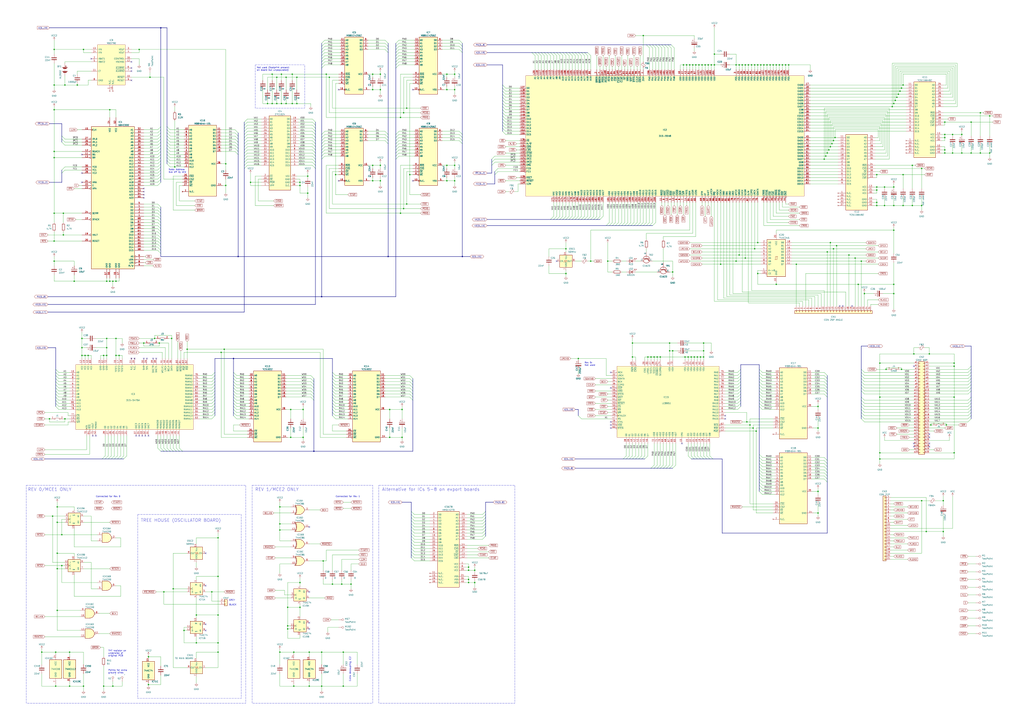
<source format=kicad_sch>
(kicad_sch (version 20230121) (generator eeschema)
  (paper "A1")
  (lib_symbols
    (symbol "74xx:74HC00" (pin_names (offset 1.016))
      (property "Reference" "U" (at 0 1.27 0))
      (property "Value" "74HC00" (at 0 -1.27 0))
      (symbol "74HC00_1_1"
        (pin input line (at -7.62 2.54 0) (length 3.81) (name "~") (number "1"))
        (pin input line (at -7.62 -2.54 0) (length 3.81) (name "~") (number "2"))
        (pin output inverted (at 7.62 0 180) (length 3.81) (name "~") (number "3"))
      )
      (symbol "74HC00_1_2"
        (pin input inverted (at -7.62 2.54 0) (length 4.318) (name "~") (number "1"))
        (pin input inverted (at -7.62 -2.54 0) (length 4.318) (name "~") (number "2"))
        (pin output line (at 7.62 0 180) (length 3.81) (name "~") (number "3"))
      )
      (symbol "74HC00_2_1"
        (pin input line (at -7.62 2.54 0) (length 3.81) (name "~") (number "4"))
        (pin input line (at -7.62 -2.54 0) (length 3.81) (name "~") (number "5"))
        (pin output inverted (at 7.62 0 180) (length 3.81) (name "~") (number "6"))
      )
      (symbol "74HC00_2_2"
        (pin input inverted (at -7.62 2.54 0) (length 4.318) (name "~") (number "4"))
        (pin input inverted (at -7.62 -2.54 0) (length 4.318) (name "~") (number "5"))
        (pin output line (at 7.62 0 180) (length 3.81) (name "~") (number "6"))
      )
      (symbol "74HC00_3_1"
        (pin input line (at -7.62 -2.54 0) (length 3.81) (name "~") (number "10"))
        (pin output inverted (at 7.62 0 180) (length 3.81) (name "~") (number "8"))
        (pin input line (at -7.62 2.54 0) (length 3.81) (name "~") (number "9"))
      )
      (symbol "74HC00_3_2"
        (pin input inverted (at -7.62 -2.54 0) (length 4.318) (name "~") (number "10"))
        (pin output line (at 7.62 0 180) (length 3.81) (name "~") (number "8"))
        (pin input inverted (at -7.62 2.54 0) (length 4.318) (name "~") (number "9"))
      )
      (symbol "74HC00_4_1"
        (pin output inverted (at 7.62 0 180) (length 3.81) (name "~") (number "11"))
        (pin input line (at -7.62 2.54 0) (length 3.81) (name "~") (number "12"))
        (pin input line (at -7.62 -2.54 0) (length 3.81) (name "~") (number "13"))
      )
      (symbol "74HC00_4_2"
        (pin output line (at 7.62 0 180) (length 3.81) (name "~") (number "11"))
        (pin input inverted (at -7.62 2.54 0) (length 4.318) (name "~") (number "12"))
        (pin input inverted (at -7.62 -2.54 0) (length 4.318) (name "~") (number "13"))
      )
      (symbol "74HC00_5_0"
        (pin power_in line (at 0 12.7 270) (length 5.08) (name "VCC") (number "14"))
        (pin power_in line (at 0 -12.7 90) (length 5.08) (name "GND") (number "7"))
      )
    )
    (symbol "74xx:74HC245" (pin_names (offset 1.016))
      (property "Reference" "U" (at -7.62 16.51 0))
      (property "Value" "74HC245" (at -7.62 -16.51 0))
      (symbol "74HC245_1_0"
        (pin input line (at -12.7 -10.16 0) (length 5.08) (name "A->B") (number "1"))
        (pin power_in line (at 0 -20.32 90) (length 5.08) (name "GND") (number "10"))
        (pin tri_state line (at 12.7 -5.08 180) (length 5.08) (name "B7") (number "11"))
        (pin tri_state line (at 12.7 -2.54 180) (length 5.08) (name "B6") (number "12"))
        (pin tri_state line (at 12.7 0 180) (length 5.08) (name "B5") (number "13"))
        (pin tri_state line (at 12.7 2.54 180) (length 5.08) (name "B4") (number "14"))
        (pin tri_state line (at 12.7 5.08 180) (length 5.08) (name "B3") (number "15"))
        (pin tri_state line (at 12.7 7.62 180) (length 5.08) (name "B2") (number "16"))
        (pin tri_state line (at 12.7 10.16 180) (length 5.08) (name "B1") (number "17"))
        (pin tri_state line (at 12.7 12.7 180) (length 5.08) (name "B0") (number "18"))
        (pin input inverted (at -12.7 -12.7 0) (length 5.08) (name "CE") (number "19"))
        (pin tri_state line (at -12.7 12.7 0) (length 5.08) (name "A0") (number "2"))
        (pin power_in line (at 0 20.32 270) (length 5.08) (name "VCC") (number "20"))
        (pin tri_state line (at -12.7 10.16 0) (length 5.08) (name "A1") (number "3"))
        (pin tri_state line (at -12.7 7.62 0) (length 5.08) (name "A2") (number "4"))
        (pin tri_state line (at -12.7 5.08 0) (length 5.08) (name "A3") (number "5"))
        (pin tri_state line (at -12.7 2.54 0) (length 5.08) (name "A4") (number "6"))
        (pin tri_state line (at -12.7 0 0) (length 5.08) (name "A5") (number "7"))
        (pin tri_state line (at -12.7 -2.54 0) (length 5.08) (name "A6") (number "8"))
        (pin tri_state line (at -12.7 -5.08 0) (length 5.08) (name "A7") (number "9"))
      )
    )
    (symbol "74xx:74HC74" (pin_names (offset 1.016))
      (property "Reference" "U" (at -7.62 8.89 0))
      (property "Value" "74HC74" (at -7.62 -8.89 0))
      (symbol "74HC74_1_0"
        (pin input line (at 0 -7.62 90) (length 2.54) (name "~{R}") (number "1"))
        (pin input line (at -7.62 2.54 0) (length 2.54) (name "D") (number "2"))
        (pin input clock (at -7.62 0 0) (length 2.54) (name "C") (number "3"))
        (pin input line (at 0 7.62 270) (length 2.54) (name "~{S}") (number "4"))
        (pin output line (at 7.62 2.54 180) (length 2.54) (name "Q") (number "5"))
        (pin output line (at 7.62 -2.54 180) (length 2.54) (name "~{Q}") (number "6"))
      )
      (symbol "74HC74_2_0"
        (pin input line (at 0 7.62 270) (length 2.54) (name "~{S}") (number "10"))
        (pin input clock (at -7.62 0 0) (length 2.54) (name "C") (number "11"))
        (pin input line (at -7.62 2.54 0) (length 2.54) (name "D") (number "12"))
        (pin input line (at 0 -7.62 90) (length 2.54) (name "~{R}") (number "13"))
        (pin output line (at 7.62 -2.54 180) (length 2.54) (name "~{Q}") (number "8"))
        (pin output line (at 7.62 2.54 180) (length 2.54) (name "Q") (number "9"))
      )
      (symbol "74HC74_3_0"
        (pin power_in line (at 0 10.16 270) (length 2.54) (name "VCC") (number "14"))
        (pin power_in line (at 0 -10.16 90) (length 2.54) (name "GND") (number "7"))
      )
    )
    (symbol "74xx:74HC86" (pin_names (offset 1.016))
      (property "Reference" "U" (at 0 1.27 0))
      (property "Value" "74HC86" (at 0 -1.27 0))
      (symbol "74HC86_1_0"
        (pin input line (at -7.62 2.54 0) (length 4.445) (name "~") (number "1"))
        (pin input line (at -7.62 -2.54 0) (length 4.445) (name "~") (number "2"))
        (pin output line (at 7.62 0 180) (length 3.81) (name "~") (number "3"))
      )
      (symbol "74HC86_2_0"
        (pin input line (at -7.62 2.54 0) (length 4.445) (name "~") (number "4"))
        (pin input line (at -7.62 -2.54 0) (length 4.445) (name "~") (number "5"))
        (pin output line (at 7.62 0 180) (length 3.81) (name "~") (number "6"))
      )
      (symbol "74HC86_3_0"
        (pin input line (at -7.62 -2.54 0) (length 4.445) (name "~") (number "10"))
        (pin output line (at 7.62 0 180) (length 3.81) (name "~") (number "8"))
        (pin input line (at -7.62 2.54 0) (length 4.445) (name "~") (number "9"))
      )
      (symbol "74HC86_4_0"
        (pin output line (at 7.62 0 180) (length 3.81) (name "~") (number "11"))
        (pin input line (at -7.62 2.54 0) (length 4.445) (name "~") (number "12"))
        (pin input line (at -7.62 -2.54 0) (length 4.445) (name "~") (number "13"))
      )
      (symbol "74HC86_5_0"
        (pin power_in line (at 0 12.7 270) (length 5.08) (name "VCC") (number "14"))
        (pin power_in line (at 0 -12.7 90) (length 5.08) (name "GND") (number "7"))
      )
    )
    (symbol "74xx:74LS112" (pin_names (offset 1.016))
      (property "Reference" "U" (at -7.62 8.89 0))
      (property "Value" "74LS112" (at -7.62 -8.89 0))
      (symbol "74LS112_1_0"
        (pin input clock (at -7.62 0 0) (length 2.54) (name "C") (number "1"))
        (pin input line (at 0 -7.62 90) (length 2.54) (name "~{R}") (number "15"))
        (pin input line (at -7.62 -2.54 0) (length 2.54) (name "K") (number "2"))
        (pin input line (at -7.62 2.54 0) (length 2.54) (name "J") (number "3"))
        (pin input line (at 0 7.62 270) (length 2.54) (name "~{S}") (number "4"))
        (pin output line (at 7.62 2.54 180) (length 2.54) (name "Q") (number "5"))
        (pin output line (at 7.62 -2.54 180) (length 2.54) (name "~{Q}") (number "6"))
      )
      (symbol "74LS112_2_0"
        (pin input line (at 0 7.62 270) (length 2.54) (name "~{S}") (number "10"))
        (pin input line (at -7.62 2.54 0) (length 2.54) (name "J") (number "11"))
        (pin input line (at -7.62 -2.54 0) (length 2.54) (name "K") (number "12"))
        (pin input clock (at -7.62 0 0) (length 2.54) (name "C") (number "13"))
        (pin input line (at 0 -7.62 90) (length 2.54) (name "~{R}") (number "14"))
        (pin output line (at 7.62 -2.54 180) (length 2.54) (name "~{Q}") (number "7"))
        (pin output line (at 7.62 2.54 180) (length 2.54) (name "Q") (number "9"))
      )
      (symbol "74LS112_3_0"
        (pin power_in line (at 0 10.16 270) (length 2.54) (name "VCC") (number "16"))
        (pin power_in line (at 0 -10.16 90) (length 2.54) (name "GND") (number "8"))
      )
    )
    (symbol "CPU_NXP_68000:MC68000FN" (pin_names (offset 0.762))
      (property "Reference" "U" (at -16.51 59.69 0))
      (property "Value" "MC68000FN" (at 12.7 -59.69 0))
      (symbol "MC68000FN_1_1"
        (pin bidirectional line (at 25.4 -15.24 180) (length 7.62) (name "D4") (number "1"))
        (pin input inverted (at -25.4 -17.78 0) (length 7.62) (name "DTACK") (number "10"))
        (pin output inverted (at -25.4 35.56 0) (length 7.62) (name "BG") (number "11"))
        (pin input inverted (at -25.4 38.1 0) (length 7.62) (name "BGACK") (number "12"))
        (pin input inverted (at -25.4 33.02 0) (length 7.62) (name "BR") (number "13"))
        (pin power_in line (at -2.54 66.04 270) (length 7.62) (name "VCC") (number "14"))
        (pin input clock (at -25.4 55.88 0) (length 7.62) (name "CLK") (number "15"))
        (pin power_in line (at 2.54 -66.04 90) (length 7.62) (name "GND") (number "16"))
        (pin power_in line (at 5.08 -66.04 90) (length 7.62) (name "GND") (number "17"))
        (pin no_connect line (at -17.78 -45.72 0) (length 0) hide (name "NC") (number "18"))
        (pin bidirectional inverted (at -25.4 -30.48 0) (length 7.62) (name "HALT") (number "19"))
        (pin bidirectional line (at 25.4 -12.7 180) (length 7.62) (name "D3") (number "2"))
        (pin input inverted (at -25.4 -35.56 0) (length 7.62) (name "RESET") (number "20"))
        (pin output inverted (at -25.4 12.7 0) (length 7.62) (name "VMA") (number "21"))
        (pin output line (at -25.4 10.16 0) (length 7.62) (name "E") (number "22"))
        (pin input inverted (at -25.4 7.62 0) (length 7.62) (name "VPA") (number "23"))
        (pin input inverted (at -25.4 -12.7 0) (length 7.62) (name "BERR") (number "24"))
        (pin input inverted (at -25.4 43.18 0) (length 7.62) (name "IPL2") (number "25"))
        (pin input inverted (at -25.4 45.72 0) (length 7.62) (name "IPL1") (number "26"))
        (pin input inverted (at -25.4 48.26 0) (length 7.62) (name "IPL0") (number "27"))
        (pin output line (at -25.4 20.32 0) (length 7.62) (name "FC2") (number "28"))
        (pin output line (at -25.4 22.86 0) (length 7.62) (name "FC1") (number "29"))
        (pin bidirectional line (at 25.4 -10.16 180) (length 7.62) (name "D2") (number "3"))
        (pin output line (at -25.4 25.4 0) (length 7.62) (name "FC0") (number "30"))
        (pin no_connect line (at -17.78 -48.26 0) (length 0) hide (name "NC") (number "31"))
        (pin output line (at 25.4 55.88 180) (length 7.62) (name "A1") (number "32"))
        (pin output line (at 25.4 53.34 180) (length 7.62) (name "A2") (number "33"))
        (pin output line (at 25.4 50.8 180) (length 7.62) (name "A3") (number "34"))
        (pin output line (at 25.4 48.26 180) (length 7.62) (name "A4") (number "35"))
        (pin output line (at 25.4 45.72 180) (length 7.62) (name "A5") (number "36"))
        (pin output line (at 25.4 43.18 180) (length 7.62) (name "A6") (number "37"))
        (pin output line (at 25.4 40.64 180) (length 7.62) (name "A7") (number "38"))
        (pin output line (at 25.4 38.1 180) (length 7.62) (name "A8") (number "39"))
        (pin bidirectional line (at 25.4 -7.62 180) (length 7.62) (name "D1") (number "4"))
        (pin output line (at 25.4 35.56 180) (length 7.62) (name "A9") (number "40"))
        (pin output line (at 25.4 33.02 180) (length 7.62) (name "A10") (number "41"))
        (pin output line (at 25.4 30.48 180) (length 7.62) (name "A11") (number "42"))
        (pin output line (at 25.4 27.94 180) (length 7.62) (name "A12") (number "43"))
        (pin output line (at 25.4 25.4 180) (length 7.62) (name "A13") (number "44"))
        (pin output line (at 25.4 22.86 180) (length 7.62) (name "A14") (number "45"))
        (pin output line (at 25.4 20.32 180) (length 7.62) (name "A15") (number "46"))
        (pin output line (at 25.4 17.78 180) (length 7.62) (name "A16") (number "47"))
        (pin output line (at 25.4 15.24 180) (length 7.62) (name "A17") (number "48"))
        (pin output line (at 25.4 12.7 180) (length 7.62) (name "A18") (number "49"))
        (pin bidirectional line (at 25.4 -5.08 180) (length 7.62) (name "D0") (number "5"))
        (pin output line (at 25.4 10.16 180) (length 7.62) (name "A19") (number "50"))
        (pin output line (at 25.4 7.62 180) (length 7.62) (name "A20") (number "51"))
        (pin power_in line (at 2.54 66.04 270) (length 7.62) (name "VCC") (number "52"))
        (pin output line (at 25.4 5.08 180) (length 7.62) (name "A21") (number "53"))
        (pin output line (at 25.4 2.54 180) (length 7.62) (name "A22") (number "54"))
        (pin output line (at 25.4 0 180) (length 7.62) (name "A23") (number "55"))
        (pin power_in line (at -2.54 -66.04 90) (length 7.62) (name "GND") (number "56"))
        (pin power_in line (at -5.08 -66.04 90) (length 7.62) (name "GND") (number "57"))
        (pin bidirectional line (at 25.4 -43.18 180) (length 7.62) (name "D15") (number "58"))
        (pin bidirectional line (at 25.4 -40.64 180) (length 7.62) (name "D14") (number "59"))
        (pin output inverted (at 25.4 -48.26 180) (length 7.62) (name "AS") (number "6"))
        (pin bidirectional line (at 25.4 -38.1 180) (length 7.62) (name "D13") (number "60"))
        (pin bidirectional line (at 25.4 -35.56 180) (length 7.62) (name "D12") (number "61"))
        (pin bidirectional line (at 25.4 -33.02 180) (length 7.62) (name "D11") (number "62"))
        (pin bidirectional line (at 25.4 -30.48 180) (length 7.62) (name "D10") (number "63"))
        (pin bidirectional line (at 25.4 -27.94 180) (length 7.62) (name "D9") (number "64"))
        (pin bidirectional line (at 25.4 -25.4 180) (length 7.62) (name "D8") (number "65"))
        (pin bidirectional line (at 25.4 -22.86 180) (length 7.62) (name "D7") (number "66"))
        (pin bidirectional line (at 25.4 -20.32 180) (length 7.62) (name "D6") (number "67"))
        (pin bidirectional line (at 25.4 -17.78 180) (length 7.62) (name "D5") (number "68"))
        (pin output inverted (at 25.4 -50.8 180) (length 7.62) (name "UDS") (number "7"))
        (pin output inverted (at 25.4 -53.34 180) (length 7.62) (name "LDS") (number "8"))
        (pin output line (at 25.4 -55.88 180) (length 7.62) (name "R/W") (number "9"))
      )
    )
    (symbol "Connector:TestPoint" (pin_numbers hide) (pin_names (offset 0.762) hide)
      (property "Reference" "TP" (at 0 6.858 0))
      (property "Value" "TestPoint" (at 0 5.08 0))
      (symbol "TestPoint_1_1"
        (pin passive line (at 0 0 90) (length 2.54) (name "1") (number "1"))
      )
    )
    (symbol "Connector_Generic:Conn_01x02" (pin_names (offset 1.016) hide)
      (property "Reference" "J" (at 0 2.54 0))
      (property "Value" "Conn_01x02" (at 0 -5.08 0))
      (symbol "Conn_01x02_1_1"
        (pin passive line (at -5.08 0 0) (length 3.81) (name "Pin_1") (number "1"))
        (pin passive line (at -5.08 -2.54 0) (length 3.81) (name "Pin_2") (number "2"))
      )
    )
    (symbol "Connector_Generic:Conn_01x21" (pin_names (offset 1.016) hide)
      (property "Reference" "J" (at 0 27.94 0))
      (property "Value" "Conn_01x21" (at 0 -27.94 0))
      (symbol "Conn_01x21_1_1"
        (pin passive line (at -5.08 25.4 0) (length 3.81) (name "Pin_1") (number "1"))
        (pin passive line (at -5.08 2.54 0) (length 3.81) (name "Pin_10") (number "10"))
        (pin passive line (at -5.08 0 0) (length 3.81) (name "Pin_11") (number "11"))
        (pin passive line (at -5.08 -2.54 0) (length 3.81) (name "Pin_12") (number "12"))
        (pin passive line (at -5.08 -5.08 0) (length 3.81) (name "Pin_13") (number "13"))
        (pin passive line (at -5.08 -7.62 0) (length 3.81) (name "Pin_14") (number "14"))
        (pin passive line (at -5.08 -10.16 0) (length 3.81) (name "Pin_15") (number "15"))
        (pin passive line (at -5.08 -12.7 0) (length 3.81) (name "Pin_16") (number "16"))
        (pin passive line (at -5.08 -15.24 0) (length 3.81) (name "Pin_17") (number "17"))
        (pin passive line (at -5.08 -17.78 0) (length 3.81) (name "Pin_18") (number "18"))
        (pin passive line (at -5.08 -20.32 0) (length 3.81) (name "Pin_19") (number "19"))
        (pin passive line (at -5.08 22.86 0) (length 3.81) (name "Pin_2") (number "2"))
        (pin passive line (at -5.08 -22.86 0) (length 3.81) (name "Pin_20") (number "20"))
        (pin passive line (at -5.08 -25.4 0) (length 3.81) (name "Pin_21") (number "21"))
        (pin passive line (at -5.08 20.32 0) (length 3.81) (name "Pin_3") (number "3"))
        (pin passive line (at -5.08 17.78 0) (length 3.81) (name "Pin_4") (number "4"))
        (pin passive line (at -5.08 15.24 0) (length 3.81) (name "Pin_5") (number "5"))
        (pin passive line (at -5.08 12.7 0) (length 3.81) (name "Pin_6") (number "6"))
        (pin passive line (at -5.08 10.16 0) (length 3.81) (name "Pin_7") (number "7"))
        (pin passive line (at -5.08 7.62 0) (length 3.81) (name "Pin_8") (number "8"))
        (pin passive line (at -5.08 5.08 0) (length 3.81) (name "Pin_9") (number "9"))
      )
    )
    (symbol "Connector_Generic:Conn_01x25" (pin_names (offset 1.016) hide)
      (property "Reference" "J" (at 0 33.02 0))
      (property "Value" "Conn_01x25" (at 0 -33.02 0))
      (symbol "Conn_01x25_1_1"
        (pin passive line (at -5.08 30.48 0) (length 3.81) (name "Pin_1") (number "1"))
        (pin passive line (at -5.08 7.62 0) (length 3.81) (name "Pin_10") (number "10"))
        (pin passive line (at -5.08 5.08 0) (length 3.81) (name "Pin_11") (number "11"))
        (pin passive line (at -5.08 2.54 0) (length 3.81) (name "Pin_12") (number "12"))
        (pin passive line (at -5.08 0 0) (length 3.81) (name "Pin_13") (number "13"))
        (pin passive line (at -5.08 -2.54 0) (length 3.81) (name "Pin_14") (number "14"))
        (pin passive line (at -5.08 -5.08 0) (length 3.81) (name "Pin_15") (number "15"))
        (pin passive line (at -5.08 -7.62 0) (length 3.81) (name "Pin_16") (number "16"))
        (pin passive line (at -5.08 -10.16 0) (length 3.81) (name "Pin_17") (number "17"))
        (pin passive line (at -5.08 -12.7 0) (length 3.81) (name "Pin_18") (number "18"))
        (pin passive line (at -5.08 -15.24 0) (length 3.81) (name "Pin_19") (number "19"))
        (pin passive line (at -5.08 27.94 0) (length 3.81) (name "Pin_2") (number "2"))
        (pin passive line (at -5.08 -17.78 0) (length 3.81) (name "Pin_20") (number "20"))
        (pin passive line (at -5.08 -20.32 0) (length 3.81) (name "Pin_21") (number "21"))
        (pin passive line (at -5.08 -22.86 0) (length 3.81) (name "Pin_22") (number "22"))
        (pin passive line (at -5.08 -25.4 0) (length 3.81) (name "Pin_23") (number "23"))
        (pin passive line (at -5.08 -27.94 0) (length 3.81) (name "Pin_24") (number "24"))
        (pin passive line (at -5.08 -30.48 0) (length 3.81) (name "Pin_25") (number "25"))
        (pin passive line (at -5.08 25.4 0) (length 3.81) (name "Pin_3") (number "3"))
        (pin passive line (at -5.08 22.86 0) (length 3.81) (name "Pin_4") (number "4"))
        (pin passive line (at -5.08 20.32 0) (length 3.81) (name "Pin_5") (number "5"))
        (pin passive line (at -5.08 17.78 0) (length 3.81) (name "Pin_6") (number "6"))
        (pin passive line (at -5.08 15.24 0) (length 3.81) (name "Pin_7") (number "7"))
        (pin passive line (at -5.08 12.7 0) (length 3.81) (name "Pin_8") (number "8"))
        (pin passive line (at -5.08 10.16 0) (length 3.81) (name "Pin_9") (number "9"))
      )
    )
    (symbol "Connector_Generic:Conn_02x30_Row_Letter_First" (pin_names (offset 1.016) hide)
      (property "Reference" "J" (at 1.27 38.1 0))
      (property "Value" "Conn_02x30_Row_Letter_First" (at 1.27 -40.64 0))
      (symbol "Conn_02x30_Row_Letter_First_1_1"
        (pin passive line (at -5.08 35.56 0) (length 3.81) (name "Pin_a1") (number "a1"))
        (pin passive line (at -5.08 12.7 0) (length 3.81) (name "Pin_a10") (number "a10"))
        (pin passive line (at -5.08 10.16 0) (length 3.81) (name "Pin_a11") (number "a11"))
        (pin passive line (at -5.08 7.62 0) (length 3.81) (name "Pin_a12") (number "a12"))
        (pin passive line (at -5.08 5.08 0) (length 3.81) (name "Pin_a13") (number "a13"))
        (pin passive line (at -5.08 2.54 0) (length 3.81) (name "Pin_a14") (number "a14"))
        (pin passive line (at -5.08 0 0) (length 3.81) (name "Pin_a15") (number "a15"))
        (pin passive line (at -5.08 -2.54 0) (length 3.81) (name "Pin_a16") (number "a16"))
        (pin passive line (at -5.08 -5.08 0) (length 3.81) (name "Pin_a17") (number "a17"))
        (pin passive line (at -5.08 -7.62 0) (length 3.81) (name "Pin_a18") (number "a18"))
        (pin passive line (at -5.08 -10.16 0) (length 3.81) (name "Pin_a19") (number "a19"))
        (pin passive line (at -5.08 33.02 0) (length 3.81) (name "Pin_a2") (number "a2"))
        (pin passive line (at -5.08 -12.7 0) (length 3.81) (name "Pin_a20") (number "a20"))
        (pin passive line (at -5.08 -15.24 0) (length 3.81) (name "Pin_a21") (number "a21"))
        (pin passive line (at -5.08 -17.78 0) (length 3.81) (name "Pin_a22") (number "a22"))
        (pin passive line (at -5.08 -20.32 0) (length 3.81) (name "Pin_a23") (number "a23"))
        (pin passive line (at -5.08 -22.86 0) (length 3.81) (name "Pin_a24") (number "a24"))
        (pin passive line (at -5.08 -25.4 0) (length 3.81) (name "Pin_a25") (number "a25"))
        (pin passive line (at -5.08 -27.94 0) (length 3.81) (name "Pin_a26") (number "a26"))
        (pin passive line (at -5.08 -30.48 0) (length 3.81) (name "Pin_a27") (number "a27"))
        (pin passive line (at -5.08 -33.02 0) (length 3.81) (name "Pin_a28") (number "a28"))
        (pin passive line (at -5.08 -35.56 0) (length 3.81) (name "Pin_a29") (number "a29"))
        (pin passive line (at -5.08 30.48 0) (length 3.81) (name "Pin_a3") (number "a3"))
        (pin passive line (at -5.08 -38.1 0) (length 3.81) (name "Pin_a30") (number "a30"))
        (pin passive line (at -5.08 27.94 0) (length 3.81) (name "Pin_a4") (number "a4"))
        (pin passive line (at -5.08 25.4 0) (length 3.81) (name "Pin_a5") (number "a5"))
        (pin passive line (at -5.08 22.86 0) (length 3.81) (name "Pin_a6") (number "a6"))
        (pin passive line (at -5.08 20.32 0) (length 3.81) (name "Pin_a7") (number "a7"))
        (pin passive line (at -5.08 17.78 0) (length 3.81) (name "Pin_a8") (number "a8"))
        (pin passive line (at -5.08 15.24 0) (length 3.81) (name "Pin_a9") (number "a9"))
        (pin passive line (at 7.62 35.56 180) (length 3.81) (name "Pin_b1") (number "b1"))
        (pin passive line (at 7.62 12.7 180) (length 3.81) (name "Pin_b10") (number "b10"))
        (pin passive line (at 7.62 10.16 180) (length 3.81) (name "Pin_b11") (number "b11"))
        (pin passive line (at 7.62 7.62 180) (length 3.81) (name "Pin_b12") (number "b12"))
        (pin passive line (at 7.62 5.08 180) (length 3.81) (name "Pin_b13") (number "b13"))
        (pin passive line (at 7.62 2.54 180) (length 3.81) (name "Pin_b14") (number "b14"))
        (pin passive line (at 7.62 0 180) (length 3.81) (name "Pin_b15") (number "b15"))
        (pin passive line (at 7.62 -2.54 180) (length 3.81) (name "Pin_b16") (number "b16"))
        (pin passive line (at 7.62 -5.08 180) (length 3.81) (name "Pin_b17") (number "b17"))
        (pin passive line (at 7.62 -7.62 180) (length 3.81) (name "Pin_b18") (number "b18"))
        (pin passive line (at 7.62 -10.16 180) (length 3.81) (name "Pin_b19") (number "b19"))
        (pin passive line (at 7.62 33.02 180) (length 3.81) (name "Pin_b2") (number "b2"))
        (pin passive line (at 7.62 -12.7 180) (length 3.81) (name "Pin_b20") (number "b20"))
        (pin passive line (at 7.62 -15.24 180) (length 3.81) (name "Pin_b21") (number "b21"))
        (pin passive line (at 7.62 -17.78 180) (length 3.81) (name "Pin_b22") (number "b22"))
        (pin passive line (at 7.62 -20.32 180) (length 3.81) (name "Pin_b23") (number "b23"))
        (pin passive line (at 7.62 -22.86 180) (length 3.81) (name "Pin_b24") (number "b24"))
        (pin passive line (at 7.62 -25.4 180) (length 3.81) (name "Pin_b25") (number "b25"))
        (pin passive line (at 7.62 -27.94 180) (length 3.81) (name "Pin_b26") (number "b26"))
        (pin passive line (at 7.62 -30.48 180) (length 3.81) (name "Pin_b27") (number "b27"))
        (pin passive line (at 7.62 -33.02 180) (length 3.81) (name "Pin_b28") (number "b28"))
        (pin passive line (at 7.62 -35.56 180) (length 3.81) (name "Pin_b29") (number "b29"))
        (pin passive line (at 7.62 30.48 180) (length 3.81) (name "Pin_b3") (number "b3"))
        (pin passive line (at 7.62 -38.1 180) (length 3.81) (name "Pin_b30") (number "b30"))
        (pin passive line (at 7.62 27.94 180) (length 3.81) (name "Pin_b4") (number "b4"))
        (pin passive line (at 7.62 25.4 180) (length 3.81) (name "Pin_b5") (number "b5"))
        (pin passive line (at 7.62 22.86 180) (length 3.81) (name "Pin_b6") (number "b6"))
        (pin passive line (at 7.62 20.32 180) (length 3.81) (name "Pin_b7") (number "b7"))
        (pin passive line (at 7.62 17.78 180) (length 3.81) (name "Pin_b8") (number "b8"))
        (pin passive line (at 7.62 15.24 180) (length 3.81) (name "Pin_b9") (number "b9"))
      )
    )
    (symbol "Device:Battery" (pin_numbers hide) (pin_names (offset 0) hide)
      (property "Reference" "BT" (at 2.54 2.54 0))
      (property "Value" "Battery" (at 2.54 0 0))
      (symbol "Battery_1_1"
        (pin passive line (at 0 5.08 270) (length 2.54) (name "+") (number "1"))
        (pin passive line (at 0 -5.08 90) (length 2.54) (name "-") (number "2"))
      )
    )
    (symbol "Device:C" (pin_numbers hide) (pin_names (offset 0.254))
      (property "Reference" "C" (at 0.635 2.54 0))
      (property "Value" "C" (at 0.635 -2.54 0))
      (symbol "C_1_1"
        (pin passive line (at 0 3.81 270) (length 2.794) (name "~") (number "1"))
        (pin passive line (at 0 -3.81 90) (length 2.794) (name "~") (number "2"))
      )
    )
    (symbol "Device:C_Polarized" (pin_numbers hide) (pin_names (offset 0.254))
      (property "Reference" "C" (at 0.635 2.54 0))
      (property "Value" "C_Polarized" (at 0.635 -2.54 0))
      (symbol "C_Polarized_1_1"
        (pin passive line (at 0 3.81 270) (length 2.794) (name "~") (number "1"))
        (pin passive line (at 0 -3.81 90) (length 2.794) (name "~") (number "2"))
      )
    )
    (symbol "Device:FerriteBead_Small" (pin_numbers hide) (pin_names (offset 0))
      (property "Reference" "FB" (at 1.905 1.27 0))
      (property "Value" "FerriteBead_Small" (at 1.905 -1.27 0))
      (symbol "FerriteBead_Small_1_1"
        (pin passive line (at 0 2.54 270) (length 1.27) (name "~") (number "1"))
        (pin passive line (at 0 -2.54 90) (length 1.27) (name "~") (number "2"))
      )
    )
    (symbol "Device:LED" (pin_numbers hide) (pin_names (offset 1.016) hide)
      (property "Reference" "D" (at 0 2.54 0))
      (property "Value" "LED" (at 0 -2.54 0))
      (symbol "LED_1_1"
        (pin passive line (at -3.81 0 0) (length 2.54) (name "K") (number "1"))
        (pin passive line (at 3.81 0 180) (length 2.54) (name "A") (number "2"))
      )
    )
    (symbol "Device:R" (pin_numbers hide) (pin_names (offset 0))
      (property "Reference" "R" (at 2.032 0 90))
      (property "Value" "R" (at 0 0 90))
      (symbol "R_1_1"
        (pin passive line (at 0 3.81 270) (length 1.27) (name "~") (number "1"))
        (pin passive line (at 0 -3.81 90) (length 1.27) (name "~") (number "2"))
      )
    )
    (symbol "Jumper:Jumper_2_Bridged" (pin_names (offset 0) hide)
      (property "Reference" "JP" (at 0 1.905 0))
      (property "Value" "Jumper_2_Bridged" (at 0 -2.54 0))
      (symbol "Jumper_2_Bridged_1_1"
        (pin passive line (at -5.08 0 0) (length 2.54) (name "A") (number "1"))
        (pin passive line (at 5.08 0 180) (length 2.54) (name "B") (number "2"))
      )
    )
    (symbol "MB8464A-10LL_1"
      (property "Reference" "U" (at -1.27 30.48 0))
      (property "Value" "MB8464A-10LL" (at -7.62 27.94 0))
      (symbol "MB8464A-10LL_1_0_0"
        (pin power_in line (at 15.24 -5.08 180) (length 3.81) (name "VCC") (number "28"))
      )
      (symbol "MB8464A-10LL_1_1_0"
        (pin power_in line (at 16.51 -22.86 180) (length 5.08) (name "GND") (number "14"))
      )
      (symbol "MB8464A-10LL_1_1_1"
        (pin no_connect line (at -16.51 -27.94 0) (length 5.08) (name "N.C.") (number "1"))
        (pin input line (at -15.24 22.86 0) (length 3.81) (name "A0") (number "10"))
        (pin tri_state line (at 15.24 22.86 180) (length 3.81) (name "D0") (number "11"))
        (pin tri_state line (at 15.24 20.32 180) (length 3.81) (name "D1") (number "12"))
        (pin tri_state line (at 15.24 17.78 180) (length 3.81) (name "D2") (number "13"))
        (pin tri_state line (at 15.24 15.24 180) (length 3.81) (name "D3") (number "15"))
        (pin tri_state line (at 15.24 12.7 180) (length 3.81) (name "D4") (number "16"))
        (pin tri_state line (at 15.24 10.16 180) (length 3.81) (name "D5") (number "17"))
        (pin tri_state line (at 15.24 7.62 180) (length 3.81) (name "D6") (number "18"))
        (pin tri_state line (at 15.24 5.08 180) (length 3.81) (name "D7") (number "19"))
        (pin input line (at -15.24 -7.62 0) (length 3.81) (name "A12") (number "2"))
        (pin input line (at -16.51 -15.24 0) (length 5.08) (name "~{CS1}") (number "20"))
        (pin input line (at -15.24 -2.54 0) (length 3.81) (name "A10") (number "21"))
        (pin input line (at -16.51 -20.32 0) (length 5.08) (name "~{OE}") (number "22"))
        (pin input line (at -15.24 -5.08 0) (length 3.81) (name "A11") (number "23"))
        (pin input line (at -15.24 0 0) (length 3.81) (name "A9") (number "24"))
        (pin input line (at -15.24 2.54 0) (length 3.81) (name "A8") (number "25"))
        (pin input inverted (at -16.51 -17.78 0) (length 5.08) (name "CS2") (number "26"))
        (pin input line (at -16.51 -22.86 0) (length 5.08) (name "~{WE}") (number "27"))
        (pin input line (at -15.24 5.08 0) (length 3.81) (name "A7") (number "3"))
        (pin input line (at -15.24 7.62 0) (length 3.81) (name "A6") (number "4"))
        (pin input line (at -15.24 10.16 0) (length 3.81) (name "A5") (number "5"))
        (pin input line (at -15.24 12.7 0) (length 3.81) (name "A4") (number "6"))
        (pin input line (at -15.24 15.24 0) (length 3.81) (name "A3") (number "7"))
        (pin input line (at -15.24 17.78 0) (length 3.81) (name "A2") (number "8"))
        (pin input line (at -15.24 20.32 0) (length 3.81) (name "A1") (number "9"))
      )
    )
    (symbol "MB8464A-10LL_2"
      (property "Reference" "U" (at -1.27 30.48 0))
      (property "Value" "MB8464A-10LL" (at -7.62 27.94 0))
      (symbol "MB8464A-10LL_2_0_0"
        (pin power_in line (at 15.24 -5.08 180) (length 3.81) (name "VCC") (number "28"))
      )
      (symbol "MB8464A-10LL_2_1_0"
        (pin power_in line (at 16.51 -22.86 180) (length 5.08) (name "GND") (number "14"))
      )
      (symbol "MB8464A-10LL_2_1_1"
        (pin no_connect line (at -16.51 -27.94 0) (length 5.08) (name "N.C.") (number "1"))
        (pin input line (at -15.24 22.86 0) (length 3.81) (name "A0") (number "10"))
        (pin tri_state line (at 15.24 22.86 180) (length 3.81) (name "D0") (number "11"))
        (pin tri_state line (at 15.24 20.32 180) (length 3.81) (name "D1") (number "12"))
        (pin tri_state line (at 15.24 17.78 180) (length 3.81) (name "D2") (number "13"))
        (pin tri_state line (at 15.24 15.24 180) (length 3.81) (name "D3") (number "15"))
        (pin tri_state line (at 15.24 12.7 180) (length 3.81) (name "D4") (number "16"))
        (pin tri_state line (at 15.24 10.16 180) (length 3.81) (name "D5") (number "17"))
        (pin tri_state line (at 15.24 7.62 180) (length 3.81) (name "D6") (number "18"))
        (pin tri_state line (at 15.24 5.08 180) (length 3.81) (name "D7") (number "19"))
        (pin input line (at -15.24 -7.62 0) (length 3.81) (name "A12") (number "2"))
        (pin input line (at -16.51 -15.24 0) (length 5.08) (name "~{CS1}") (number "20"))
        (pin input line (at -15.24 -2.54 0) (length 3.81) (name "A10") (number "21"))
        (pin input line (at -16.51 -20.32 0) (length 5.08) (name "~{OE}") (number "22"))
        (pin input line (at -15.24 -5.08 0) (length 3.81) (name "A11") (number "23"))
        (pin input line (at -15.24 0 0) (length 3.81) (name "A9") (number "24"))
        (pin input line (at -15.24 2.54 0) (length 3.81) (name "A8") (number "25"))
        (pin input inverted (at -16.51 -17.78 0) (length 5.08) (name "CS2") (number "26"))
        (pin input line (at -16.51 -22.86 0) (length 5.08) (name "~{WE}") (number "27"))
        (pin input line (at -15.24 5.08 0) (length 3.81) (name "A7") (number "3"))
        (pin input line (at -15.24 7.62 0) (length 3.81) (name "A6") (number "4"))
        (pin input line (at -15.24 10.16 0) (length 3.81) (name "A5") (number "5"))
        (pin input line (at -15.24 12.7 0) (length 3.81) (name "A4") (number "6"))
        (pin input line (at -15.24 15.24 0) (length 3.81) (name "A3") (number "7"))
        (pin input line (at -15.24 17.78 0) (length 3.81) (name "A2") (number "8"))
        (pin input line (at -15.24 20.32 0) (length 3.81) (name "A1") (number "9"))
      )
    )
    (symbol "MegaCD_Library:27C1024"
      (property "Reference" "U" (at 0 36.83 0))
      (property "Value" "27C1024" (at 3.81 34.29 0))
      (symbol "27C1024_1_1"
        (pin power_in line (at -15.24 -24.13 0) (length 6.35) (name "VPP") (number "1"))
        (pin tri_state line (at 15.24 10.16 180) (length 6.35) (name "D8") (number "10"))
        (pin power_in line (at 13.97 -19.05 180) (length 5.08) (name "GND") (number "11"))
        (pin tri_state line (at 15.24 12.7 180) (length 6.35) (name "D7") (number "12"))
        (pin tri_state line (at 15.24 15.24 180) (length 6.35) (name "D6") (number "13"))
        (pin tri_state line (at 15.24 17.78 180) (length 6.35) (name "D5") (number "14"))
        (pin tri_state line (at 15.24 20.32 180) (length 6.35) (name "D4") (number "15"))
        (pin tri_state line (at 15.24 22.86 180) (length 6.35) (name "D3") (number "16"))
        (pin tri_state line (at 15.24 25.4 180) (length 6.35) (name "D2") (number "17"))
        (pin tri_state line (at 15.24 27.94 180) (length 6.35) (name "D1") (number "18"))
        (pin tri_state line (at 15.24 30.48 180) (length 6.35) (name "D0") (number "19"))
        (pin input inverted (at -15.24 -16.51 0) (length 6.35) (name "~{CE}") (number "2"))
        (pin input inverted (at -15.24 -19.05 0) (length 6.35) (name "~{OE}") (number "20"))
        (pin input line (at -15.24 30.48 0) (length 6.35) (name "A0") (number "21"))
        (pin input line (at -15.24 27.94 0) (length 6.35) (name "A1") (number "22"))
        (pin input line (at -15.24 25.4 0) (length 6.35) (name "A2") (number "23"))
        (pin input line (at -15.24 22.86 0) (length 6.35) (name "A3") (number "24"))
        (pin input line (at -15.24 20.32 0) (length 6.35) (name "A4") (number "25"))
        (pin input line (at -15.24 17.78 0) (length 6.35) (name "A5") (number "26"))
        (pin input line (at -15.24 15.24 0) (length 6.35) (name "A6") (number "27"))
        (pin input line (at -15.24 12.7 0) (length 6.35) (name "A7") (number "28"))
        (pin input line (at -15.24 10.16 0) (length 6.35) (name "A8") (number "29"))
        (pin tri_state line (at 15.24 -7.62 180) (length 6.35) (name "D15") (number "3"))
        (pin power_in line (at 13.97 -21.59 180) (length 5.08) (name "GND") (number "30"))
        (pin input line (at -15.24 7.62 0) (length 6.35) (name "A9") (number "31"))
        (pin input line (at -15.24 5.08 0) (length 6.35) (name "A10") (number "32"))
        (pin input line (at -15.24 2.54 0) (length 6.35) (name "A11") (number "33"))
        (pin input line (at -15.24 0 0) (length 6.35) (name "A12") (number "34"))
        (pin input line (at -15.24 -2.54 0) (length 6.35) (name "A13") (number "35"))
        (pin input line (at -15.24 -5.08 0) (length 6.35) (name "A14") (number "36"))
        (pin input line (at -15.24 -7.62 0) (length 6.35) (name "A15") (number "37"))
        (pin power_in line (at 13.97 -24.13 180) (length 5.08) (name "D.C.") (number "38"))
        (pin input inverted (at -15.24 -21.59 0) (length 6.35) (name "~{PGM}") (number "39"))
        (pin tri_state line (at 15.24 -5.08 180) (length 6.35) (name "D14") (number "4"))
        (pin power_in line (at 13.97 -16.51 180) (length 5.08) (name "VCC") (number "40"))
        (pin tri_state line (at 15.24 -2.54 180) (length 6.35) (name "D13") (number "5"))
        (pin tri_state line (at 15.24 0 180) (length 6.35) (name "D12") (number "6"))
        (pin tri_state line (at 15.24 2.54 180) (length 6.35) (name "D11") (number "7"))
        (pin tri_state line (at 15.24 5.08 180) (length 6.35) (name "D10") (number "8"))
        (pin tri_state line (at 15.24 7.62 180) (length 6.35) (name "D9") (number "9"))
      )
    )
    (symbol "MegaCD_Library:315-5476A"
      (property "Reference" "IC3" (at 0 2.54 0))
      (property "Value" "315-5476A" (at 0 -2.54 0))
      (symbol "315-5476A_1_1"
        (pin input line (at -52.07 -2.54 0) (length 5.08) (name "A10") (number "1"))
        (pin input line (at -52.07 20.32 0) (length 5.08) (name "A0") (number "10"))
        (pin no_connect line (at -1.27 31.75 270) (length 5.08) (name "N.C.") (number "11"))
        (pin power_in line (at -41.91 31.75 270) (length 5.08) (name "VCC") (number "12"))
        (pin input inverted (at -52.07 -17.78 0) (length 5.08) (name "~{RD}") (number "13"))
        (pin input inverted (at -52.07 -20.32 0) (length 5.08) (name "~{WR}") (number "14"))
        (pin power_in line (at -26.67 31.75 270) (length 5.08) (name "GND") (number "15"))
        (pin power_in line (at -13.97 31.75 270) (length 5.08) (name "TEST1") (number "16"))
        (pin power_in line (at -11.43 31.75 270) (length 5.08) (name "TEST2") (number "17"))
        (pin power_in line (at -8.89 31.75 270) (length 5.08) (name "TEST3") (number "18"))
        (pin power_in line (at -39.37 31.75 270) (length 5.08) (name "VCC") (number "19"))
        (pin input line (at -52.07 0 0) (length 5.08) (name "A9") (number "2"))
        (pin no_connect line (at 1.27 31.75 270) (length 5.08) (name "N.C.") (number "20"))
        (pin bidirectional line (at -5.08 -31.75 90) (length 5.08) (name "D7") (number "21"))
        (pin bidirectional line (at -7.62 -31.75 90) (length 5.08) (name "D6") (number "22"))
        (pin bidirectional line (at -10.16 -31.75 90) (length 5.08) (name "D5") (number "23"))
        (pin bidirectional line (at -12.7 -31.75 90) (length 5.08) (name "D4") (number "24"))
        (pin bidirectional line (at -15.24 -31.75 90) (length 5.08) (name "D3") (number "25"))
        (pin bidirectional line (at -17.78 -31.75 90) (length 5.08) (name "D2") (number "26"))
        (pin bidirectional line (at -20.32 -31.75 90) (length 5.08) (name "D1") (number "27"))
        (pin bidirectional line (at -22.86 -31.75 90) (length 5.08) (name "D0") (number "28"))
        (pin passive line (at 11.43 31.75 270) (length 5.08) (name "SHL") (number "29"))
        (pin input line (at -52.07 2.54 0) (length 5.08) (name "A8") (number "3"))
        (pin passive line (at 8.89 31.75 270) (length 5.08) (name "SHR") (number "30"))
        (pin bidirectional line (at 12.7 -31.75 90) (length 5.08) (name "DAC7") (number "31"))
        (pin bidirectional line (at 10.16 -31.75 90) (length 5.08) (name "DAC6") (number "32"))
        (pin bidirectional line (at 7.62 -31.75 90) (length 5.08) (name "DAC5") (number "33"))
        (pin bidirectional line (at 5.08 -31.75 90) (length 5.08) (name "DAC4") (number "34"))
        (pin input line (at 29.21 31.75 270) (length 5.08) (name "BCLK") (number "35"))
        (pin input line (at 31.75 31.75 270) (length 5.08) (name "DATA") (number "36"))
        (pin bidirectional line (at 2.54 -31.75 90) (length 5.08) (name "DAC3") (number "37"))
        (pin passive line (at 19.05 31.75 270) (length 5.08) (name "DAC7L") (number "38"))
        (pin passive line (at 16.51 31.75 270) (length 5.08) (name "DAC7R") (number "39"))
        (pin input line (at -52.07 5.08 0) (length 5.08) (name "A7") (number "4"))
        (pin input line (at 26.67 31.75 270) (length 5.08) (name "LRCK") (number "40"))
        (pin input line (at 24.13 31.75 270) (length 5.08) (name "WCLK1") (number "41"))
        (pin output line (at -30.48 -31.75 90) (length 5.08) (name "RAMAX") (number "42"))
        (pin power_in line (at -36.83 31.75 270) (length 5.08) (name "VCC") (number "43"))
        (pin bidirectional line (at 38.1 -31.75 90) (length 5.08) (name "RAMAD7") (number "44"))
        (pin bidirectional line (at 35.56 -31.75 90) (length 5.08) (name "RAMAD6") (number "45"))
        (pin bidirectional line (at 33.02 -31.75 90) (length 5.08) (name "RAMAD5") (number "46"))
        (pin bidirectional line (at 30.48 -31.75 90) (length 5.08) (name "RAMAD4") (number "47"))
        (pin bidirectional line (at 27.94 -31.75 90) (length 5.08) (name "RAMAD3") (number "48"))
        (pin bidirectional line (at 25.4 -31.75 90) (length 5.08) (name "RAMAD2") (number "49"))
        (pin input line (at -52.07 7.62 0) (length 5.08) (name "A6") (number "5"))
        (pin bidirectional line (at 22.86 -31.75 90) (length 5.08) (name "RAMAD1") (number "50"))
        (pin bidirectional line (at 20.32 -31.75 90) (length 5.08) (name "RAMAD0") (number "51"))
        (pin power_in line (at -24.13 31.75 270) (length 5.08) (name "GND") (number "52"))
        (pin output line (at 54.61 -17.78 180) (length 5.08) (name "RAMA14") (number "53"))
        (pin output line (at 54.61 -15.24 180) (length 5.08) (name "RAMA13") (number "54"))
        (pin output line (at 54.61 -12.7 180) (length 5.08) (name "RAMA12") (number "55"))
        (pin output line (at 54.61 -10.16 180) (length 5.08) (name "RAMA11") (number "56"))
        (pin output line (at 54.61 -7.62 180) (length 5.08) (name "RAMA10") (number "57"))
        (pin output line (at 54.61 -5.08 180) (length 5.08) (name "RAMA9") (number "58"))
        (pin output line (at 54.61 -2.54 180) (length 5.08) (name "RAMA8") (number "59"))
        (pin input line (at -52.07 10.16 0) (length 5.08) (name "A5") (number "6"))
        (pin input inverted (at 36.83 31.75 270) (length 5.08) (name "~{RCS1}") (number "60"))
        (pin input inverted (at 39.37 31.75 270) (length 5.08) (name "~{RCS2}") (number "61"))
        (pin input inverted (at 44.45 31.75 270) (length 5.08) (name "~{ROE}") (number "62"))
        (pin input inverted (at 41.91 31.75 270) (length 5.08) (name "~{RWE}") (number "63"))
        (pin input inverted (at -35.56 -31.75 90) (length 5.08) (name "~{RES}") (number "64"))
        (pin output line (at 54.61 0 180) (length 5.08) (name "RAMA7") (number "65"))
        (pin output line (at 54.61 2.54 180) (length 5.08) (name "RAMA6") (number "66"))
        (pin output line (at 54.61 5.08 180) (length 5.08) (name "RAMA5") (number "67"))
        (pin output line (at 54.61 7.62 180) (length 5.08) (name "RAMA4") (number "68"))
        (pin power_in line (at -34.29 31.75 270) (length 5.08) (name "VCC") (number "69"))
        (pin input line (at -52.07 12.7 0) (length 5.08) (name "A4") (number "7"))
        (pin input clock (at -38.1 -31.75 90) (length 5.08) (name "XIN") (number "70"))
        (pin output line (at -33.02 -31.75 90) (length 5.08) (name "XOUT") (number "71"))
        (pin power_in line (at -21.59 31.75 270) (length 5.08) (name "GND") (number "72"))
        (pin output line (at 54.61 10.16 180) (length 5.08) (name "RAMA3") (number "73"))
        (pin output line (at 54.61 12.7 180) (length 5.08) (name "RAMA2") (number "74"))
        (pin output line (at 54.61 15.24 180) (length 5.08) (name "RAMA1") (number "75"))
        (pin output line (at 54.61 17.78 180) (length 5.08) (name "RAMA0") (number "76"))
        (pin input inverted (at -52.07 -15.24 0) (length 5.08) (name "~{CS}") (number "77"))
        (pin input line (at -52.07 -10.16 0) (length 5.08) (name "A13") (number "78"))
        (pin input line (at -52.07 -7.62 0) (length 5.08) (name "A12") (number "79"))
        (pin input line (at -52.07 15.24 0) (length 5.08) (name "A3") (number "8"))
        (pin input line (at -52.07 -5.08 0) (length 5.08) (name "A11") (number "80"))
        (pin input line (at -52.07 17.78 0) (length 5.08) (name "A1") (number "9"))
      )
    )
    (symbol "MegaCD_Library:315-5548"
      (property "Reference" "IC2" (at 0 17.78 0))
      (property "Value" "315-5548" (at 0 12.7 0))
      (symbol "315-5548_1_1"
        (pin output line (at -17.78 67.31 270) (length 5.08) (name "25M") (number "1"))
        (pin power_in line (at 12.7 67.31 270) (length 5.08) (name "VDD") (number "10"))
        (pin output line (at -63.5 67.31 270) (length 5.08) (name "A18") (number "100"))
        (pin output line (at -66.04 67.31 270) (length 5.08) (name "A17") (number "101"))
        (pin output line (at -68.58 67.31 270) (length 5.08) (name "A16") (number "102"))
        (pin output line (at -71.12 67.31 270) (length 5.08) (name "A15") (number "103"))
        (pin output line (at -73.66 67.31 270) (length 5.08) (name "A14") (number "104"))
        (pin output line (at -76.2 67.31 270) (length 5.08) (name "A13") (number "105"))
        (pin output line (at -78.74 67.31 270) (length 5.08) (name "A12") (number "106"))
        (pin power_in line (at 81.28 67.31 270) (length 5.08) (name "VSS") (number "107"))
        (pin output line (at -81.28 67.31 270) (length 5.08) (name "A11") (number "108"))
        (pin output line (at -83.82 67.31 270) (length 5.08) (name "A10") (number "109"))
        (pin output line (at -2.54 -41.91 90) (length 5.08) (name "~{RAS2}") (number "11"))
        (pin output line (at -86.36 67.31 270) (length 5.08) (name "A9") (number "110"))
        (pin output line (at -88.9 67.31 270) (length 5.08) (name "A8") (number "111"))
        (pin output line (at -91.44 67.31 270) (length 5.08) (name "A7") (number "112"))
        (pin output line (at -93.98 67.31 270) (length 5.08) (name "A6") (number "113"))
        (pin power_in line (at 27.94 67.31 270) (length 5.08) (name "VDD") (number "114"))
        (pin output line (at -96.52 67.31 270) (length 5.08) (name "A5") (number "115"))
        (pin output line (at -99.06 67.31 270) (length 5.08) (name "A4") (number "116"))
        (pin output line (at -101.6 67.31 270) (length 5.08) (name "A3") (number "117"))
        (pin output line (at -104.14 67.31 270) (length 5.08) (name "A2") (number "118"))
        (pin power_in line (at 83.82 67.31 270) (length 5.08) (name "VSS") (number "119"))
        (pin output line (at 2.54 -41.91 90) (length 5.08) (name "~{CAS2}") (number "12"))
        (pin output line (at -106.68 67.31 270) (length 5.08) (name "A1") (number "120"))
        (pin output inverted (at -119.38 -13.97 0) (length 5.08) (name "FC0") (number "121"))
        (pin output inverted (at -119.38 -16.51 0) (length 5.08) (name "FC1") (number "122"))
        (pin output inverted (at -119.38 -3.81 0) (length 5.08) (name "~{IPL0}") (number "123"))
        (pin output inverted (at -119.38 -6.35 0) (length 5.08) (name "~{IPL1}") (number "124"))
        (pin output inverted (at -119.38 -8.89 0) (length 5.08) (name "~{IPL2}") (number "125"))
        (pin output inverted (at -119.38 -11.43 0) (length 5.08) (name "~{VPA}") (number "126"))
        (pin output inverted (at -119.38 -24.13 0) (length 5.08) (name "~{RESET}") (number "127"))
        (pin output inverted (at -119.38 -21.59 0) (length 5.08) (name "~{HALT}") (number "128"))
        (pin output line (at -119.38 -26.67 0) (length 5.08) (name "12M") (number "129"))
        (pin output line (at 7.62 -41.91 90) (length 5.08) (name "~{FDC}") (number "13"))
        (pin power_in line (at 86.36 67.31 270) (length 5.08) (name "VSS") (number "130"))
        (pin power_in line (at 30.48 67.31 270) (length 5.08) (name "VDD") (number "131"))
        (pin output inverted (at -119.38 -1.27 0) (length 5.08) (name "~{DTAK}") (number "132"))
        (pin output line (at -119.38 6.35 0) (length 5.08) (name "R/~{W}") (number "133"))
        (pin output inverted (at -119.38 1.27 0) (length 5.08) (name "~{LDS}") (number "134"))
        (pin output inverted (at -119.38 3.81 0) (length 5.08) (name "~{UDS}") (number "135"))
        (pin output inverted (at -119.38 8.89 0) (length 5.08) (name "~{AS}") (number "136"))
        (pin bidirectional line (at -119.38 52.07 0) (length 5.08) (name "D0") (number "137"))
        (pin bidirectional line (at -119.38 49.53 0) (length 5.08) (name "D1") (number "138"))
        (pin bidirectional line (at -119.38 46.99 0) (length 5.08) (name "D2") (number "139"))
        (pin output line (at 17.78 -41.91 90) (length 5.08) (name "FRES") (number "14"))
        (pin bidirectional line (at -119.38 44.45 0) (length 5.08) (name "D3") (number "140"))
        (pin bidirectional line (at -119.38 41.91 0) (length 5.08) (name "D4") (number "141"))
        (pin power_in line (at 88.9 67.31 270) (length 5.08) (name "VSS") (number "142"))
        (pin bidirectional line (at -119.38 39.37 0) (length 5.08) (name "D5") (number "143"))
        (pin bidirectional line (at -119.38 36.83 0) (length 5.08) (name "D6") (number "144"))
        (pin bidirectional line (at -119.38 34.29 0) (length 5.08) (name "D7") (number "145"))
        (pin bidirectional line (at -119.38 31.75 0) (length 5.08) (name "D8") (number "146"))
        (pin power_in line (at 33.02 67.31 270) (length 5.08) (name "VDD") (number "147"))
        (pin bidirectional line (at -119.38 29.21 0) (length 5.08) (name "D9") (number "148"))
        (pin bidirectional line (at -119.38 26.67 0) (length 5.08) (name "D10") (number "149"))
        (pin power_in line (at 60.96 67.31 270) (length 5.08) (name "VSS") (number "15"))
        (pin bidirectional line (at -119.38 24.13 0) (length 5.08) (name "D11") (number "150"))
        (pin bidirectional line (at -119.38 21.59 0) (length 5.08) (name "D12") (number "151"))
        (pin bidirectional line (at -119.38 19.05 0) (length 5.08) (name "D13") (number "152"))
        (pin bidirectional line (at -119.38 16.51 0) (length 5.08) (name "D14") (number "153"))
        (pin power_in line (at 91.44 67.31 270) (length 5.08) (name "VSS") (number "154"))
        (pin bidirectional line (at -119.38 13.97 0) (length 5.08) (name "D15") (number "155"))
        (pin power_in line (at -12.7 67.31 270) (length 5.08) (name "PA0") (number "156"))
        (pin power_in line (at -10.16 67.31 270) (length 5.08) (name "PA1") (number "157"))
        (pin power_in line (at -7.62 67.31 270) (length 5.08) (name "PA2") (number "158"))
        (pin power_in line (at -5.08 67.31 270) (length 5.08) (name "PA3") (number "159"))
        (pin output inverted (at -20.32 67.31 270) (length 5.08) (name "~{ERES}") (number "16"))
        (pin power_in line (at -2.54 67.31 270) (length 5.08) (name "PA4") (number "160"))
        (pin power_in line (at 0 67.31 270) (length 5.08) (name "PA5") (number "161"))
        (pin power_in line (at 2.54 67.31 270) (length 5.08) (name "PA6") (number "162"))
        (pin power_in line (at 5.08 67.31 270) (length 5.08) (name "PA7") (number "163"))
        (pin power_in line (at 93.98 67.31 270) (length 5.08) (name "VSS") (number "164"))
        (pin power_in line (at 35.56 67.31 270) (length 5.08) (name "VDD") (number "165"))
        (pin power_in line (at 7.62 67.31 270) (length 5.08) (name "PA8") (number "166"))
        (pin output inverted (at -50.8 67.31 270) (length 5.08) (name "~{PRAS}") (number "167"))
        (pin output inverted (at -48.26 67.31 270) (length 5.08) (name "~{PCAS}") (number "168"))
        (pin output inverted (at -38.1 67.31 270) (length 5.08) (name "~{CUWE}") (number "169"))
        (pin input line (at 119.38 54.61 180) (length 5.08) (name "EAD0") (number "17"))
        (pin output inverted (at -35.56 67.31 270) (length 5.08) (name "~{CLWE}") (number "170"))
        (pin output line (at -91.44 -41.91 90) (length 5.08) (name "VA1") (number "171"))
        (pin output line (at -88.9 -41.91 90) (length 5.08) (name "VA2") (number "172"))
        (pin output line (at -86.36 -41.91 90) (length 5.08) (name "VA3") (number "173"))
        (pin output line (at -83.82 -41.91 90) (length 5.08) (name "VA4") (number "174"))
        (pin output line (at -81.28 -41.91 90) (length 5.08) (name "VA5") (number "175"))
        (pin power_in line (at 96.52 67.31 270) (length 5.08) (name "VSS") (number "176"))
        (pin output line (at -78.74 -41.91 90) (length 5.08) (name "VA6") (number "177"))
        (pin output line (at -76.2 -41.91 90) (length 5.08) (name "VA7") (number "178"))
        (pin output line (at -73.66 -41.91 90) (length 5.08) (name "VA8") (number "179"))
        (pin input line (at 119.38 52.07 180) (length 5.08) (name "EAD1") (number "18"))
        (pin output line (at -71.12 -41.91 90) (length 5.08) (name "VA9") (number "180"))
        (pin output line (at -68.58 -41.91 90) (length 5.08) (name "VA10") (number "181"))
        (pin output line (at -66.04 -41.91 90) (length 5.08) (name "VA11") (number "182"))
        (pin power_in line (at 38.1 67.31 270) (length 5.08) (name "VDD") (number "183"))
        (pin output line (at -63.5 -41.91 90) (length 5.08) (name "VA12") (number "184"))
        (pin output line (at -60.96 -41.91 90) (length 5.08) (name "VA13") (number "185"))
        (pin output line (at -58.42 -41.91 90) (length 5.08) (name "VA14") (number "186"))
        (pin output line (at -55.88 -41.91 90) (length 5.08) (name "VA15") (number "187"))
        (pin output line (at -53.34 -41.91 90) (length 5.08) (name "VA16") (number "188"))
        (pin power_in line (at 99.06 67.31 270) (length 5.08) (name "VSS") (number "189"))
        (pin input line (at 119.38 49.53 180) (length 5.08) (name "EAD2") (number "19"))
        (pin output line (at -50.8 -41.91 90) (length 5.08) (name "VA17") (number "190"))
        (pin bidirectional line (at -45.72 -41.91 90) (length 5.08) (name "VD0") (number "191"))
        (pin bidirectional line (at -43.18 -41.91 90) (length 5.08) (name "VD1") (number "192"))
        (pin bidirectional line (at -40.64 -41.91 90) (length 5.08) (name "VD2") (number "193"))
        (pin bidirectional line (at -38.1 -41.91 90) (length 5.08) (name "VD3") (number "194"))
        (pin bidirectional line (at -35.56 -41.91 90) (length 5.08) (name "VD4") (number "195"))
        (pin bidirectional line (at -33.02 -41.91 90) (length 5.08) (name "VD5") (number "196"))
        (pin bidirectional line (at -30.48 -41.91 90) (length 5.08) (name "VD6") (number "197"))
        (pin bidirectional line (at -27.94 -41.91 90) (length 5.08) (name "VD7") (number "198"))
        (pin bidirectional line (at -25.4 -41.91 90) (length 5.08) (name "VD8") (number "199"))
        (pin output inverted (at -55.88 67.31 270) (length 5.08) (name "~{BRAM}") (number "2"))
        (pin input line (at 119.38 46.99 180) (length 5.08) (name "EAD3") (number "20"))
        (pin power_in line (at 101.6 67.31 270) (length 5.08) (name "VSS") (number "200"))
        (pin power_in line (at 40.64 67.31 270) (length 5.08) (name "VDD") (number "201"))
        (pin bidirectional line (at -22.86 -41.91 90) (length 5.08) (name "VD9") (number "202"))
        (pin bidirectional line (at -20.32 -41.91 90) (length 5.08) (name "VD10") (number "203"))
        (pin bidirectional line (at -17.78 -41.91 90) (length 5.08) (name "VD11") (number "204"))
        (pin bidirectional line (at -15.24 -41.91 90) (length 5.08) (name "VD12") (number "205"))
        (pin bidirectional line (at -12.7 -41.91 90) (length 5.08) (name "VD13") (number "206"))
        (pin bidirectional line (at -10.16 -41.91 90) (length 5.08) (name "VD14") (number "207"))
        (pin bidirectional line (at -7.62 -41.91 90) (length 5.08) (name "VD15") (number "208"))
        (pin input line (at 119.38 44.45 180) (length 5.08) (name "EAD4") (number "21"))
        (pin input line (at 119.38 41.91 180) (length 5.08) (name "EAD5") (number "22"))
        (pin input line (at 119.38 39.37 180) (length 5.08) (name "EAD6") (number "23"))
        (pin input line (at 119.38 36.83 180) (length 5.08) (name "EAD7") (number "24"))
        (pin input line (at 119.38 34.29 180) (length 5.08) (name "ED8") (number "25"))
        (pin power_in line (at 63.5 67.31 270) (length 5.08) (name "VSS") (number "26"))
        (pin power_in line (at 15.24 67.31 270) (length 5.08) (name "VDD") (number "27"))
        (pin input line (at 119.38 31.75 180) (length 5.08) (name "ED9") (number "28"))
        (pin input line (at 119.38 29.21 180) (length 5.08) (name "ED10") (number "29"))
        (pin power_in line (at 58.42 67.31 270) (length 5.08) (name "VSS") (number "3"))
        (pin input line (at 119.38 26.67 180) (length 5.08) (name "ED11") (number "30"))
        (pin input line (at 119.38 24.13 180) (length 5.08) (name "ED12") (number "31"))
        (pin input line (at 119.38 21.59 180) (length 5.08) (name "ED13") (number "32"))
        (pin input line (at 119.38 19.05 180) (length 5.08) (name "ED14") (number "33"))
        (pin input line (at 119.38 16.51 180) (length 5.08) (name "ED15") (number "34"))
        (pin input inverted (at 81.28 -41.91 90) (length 5.08) (name "~{ERAS}") (number "35"))
        (pin input inverted (at 83.82 -41.91 90) (length 5.08) (name "~{ECAS}") (number "36"))
        (pin input inverted (at 86.36 -41.91 90) (length 5.08) (name "~{EOE}") (number "37"))
        (pin power_in line (at 66.04 67.31 270) (length 5.08) (name "VSS") (number "38"))
        (pin input inverted (at 88.9 -41.91 90) (length 5.08) (name "~{EWE}") (number "39"))
        (pin output inverted (at -53.34 67.31 270) (length 5.08) (name "~{BROM}") (number "4"))
        (pin input inverted (at 91.44 -41.91 90) (length 5.08) (name "~{ORAS}") (number "40"))
        (pin input inverted (at 93.98 -41.91 90) (length 5.08) (name "~{OCAS}") (number "41"))
        (pin input inverted (at 96.52 -41.91 90) (length 5.08) (name "~{OOE}") (number "42"))
        (pin power_in line (at 17.78 67.31 270) (length 5.08) (name "VDD") (number "43"))
        (pin input inverted (at 99.06 -41.91 90) (length 5.08) (name "~{OWE}") (number "44"))
        (pin input line (at 119.38 11.43 180) (length 5.08) (name "OAD0") (number "45"))
        (pin input line (at 119.38 8.89 180) (length 5.08) (name "OAD1") (number "46"))
        (pin input line (at 119.38 6.35 180) (length 5.08) (name "OAD2") (number "47"))
        (pin input line (at 119.38 3.81 180) (length 5.08) (name "OAD3") (number "48"))
        (pin input line (at 119.38 1.27 180) (length 5.08) (name "OAD4") (number "49"))
        (pin output line (at 5.08 -41.91 90) (length 5.08) (name "~{ROM}") (number "5"))
        (pin power_in line (at 68.58 67.31 270) (length 5.08) (name "VSS") (number "50"))
        (pin input line (at 119.38 -1.27 180) (length 5.08) (name "OAD5") (number "51"))
        (pin input line (at 119.38 -3.81 180) (length 5.08) (name "OAD6") (number "52"))
        (pin input line (at 119.38 -6.35 180) (length 5.08) (name "OAD7") (number "53"))
        (pin input line (at 119.38 -8.89 180) (length 5.08) (name "OD8") (number "54"))
        (pin input line (at 119.38 -11.43 180) (length 5.08) (name "OD9") (number "55"))
        (pin input line (at 119.38 -13.97 180) (length 5.08) (name "OD10") (number "56"))
        (pin input line (at 119.38 -16.51 180) (length 5.08) (name "OD11") (number "57"))
        (pin input line (at 119.38 -19.05 180) (length 5.08) (name "OD12") (number "58"))
        (pin input line (at 119.38 -21.59 180) (length 5.08) (name "OD13") (number "59"))
        (pin output line (at 10.16 -41.91 90) (length 5.08) (name "~{CAS0}") (number "6"))
        (pin power_in line (at 71.12 67.31 270) (length 5.08) (name "VSS") (number "60"))
        (pin power_in line (at 20.32 67.31 270) (length 5.08) (name "VDD") (number "61"))
        (pin input line (at 119.38 -24.13 180) (length 5.08) (name "OD14") (number "62"))
        (pin input line (at 119.38 -26.67 180) (length 5.08) (name "OD15") (number "63"))
        (pin output line (at 22.86 -41.91 90) (length 5.08) (name "LEDR") (number "64"))
        (pin output line (at 25.4 -41.91 90) (length 5.08) (name "LEDG") (number "65"))
        (pin output line (at 38.1 -41.91 90) (length 5.08) (name "LATCH") (number "66"))
        (pin output line (at 35.56 -41.91 90) (length 5.08) (name "SHFT") (number "67"))
        (pin output line (at 33.02 -41.91 90) (length 5.08) (name "AT") (number "68"))
        (pin output line (at 30.48 -41.91 90) (length 5.08) (name "DTM") (number "69"))
        (pin output line (at 15.24 -41.91 90) (length 5.08) (name "~{LWR}") (number "7"))
        (pin input line (at 58.42 -41.91 90) (length 5.08) (name "WFCK") (number "70"))
        (pin input line (at 66.04 -41.91 90) (length 5.08) (name "SCOR") (number "71"))
        (pin power_in line (at 73.66 67.31 270) (length 5.08) (name "VSS") (number "72"))
        (pin input line (at 60.96 -41.91 90) (length 5.08) (name "SBSO") (number "73"))
        (pin input line (at 63.5 -41.91 90) (length 5.08) (name "EXCK") (number "74"))
        (pin input line (at 73.66 -41.91 90) (length 5.08) (name "LRCK") (number "75"))
        (pin input line (at 76.2 -41.91 90) (length 5.08) (name "SDATA") (number "76"))
        (pin input line (at 71.12 -41.91 90) (length 5.08) (name "C2PO") (number "77"))
        (pin input line (at 55.88 -41.91 90) (length 5.08) (name "DB3") (number "78"))
        (pin power_in line (at 22.86 67.31 270) (length 5.08) (name "VDD") (number "79"))
        (pin output line (at 12.7 -41.91 90) (length 5.08) (name "~{UWR}") (number "8"))
        (pin input line (at 53.34 -41.91 90) (length 5.08) (name "DB2") (number "80"))
        (pin input line (at 50.8 -41.91 90) (length 5.08) (name "DB1") (number "81"))
        (pin input line (at 48.26 -41.91 90) (length 5.08) (name "DB0") (number "82"))
        (pin input line (at 43.18 -41.91 90) (length 5.08) (name "HDCK") (number "83"))
        (pin output line (at 20.32 -41.91 90) (length 5.08) (name "50M") (number "84"))
        (pin power_in line (at 76.2 67.31 270) (length 5.08) (name "VSS") (number "85"))
        (pin input inverted (at 40.64 -41.91 90) (length 5.08) (name "~{IRQ}") (number "86"))
        (pin input line (at 68.58 -41.91 90) (length 5.08) (name "D/M") (number "87"))
        (pin input line (at 45.72 -41.91 90) (length 5.08) (name "CDCK") (number "88"))
        (pin output inverted (at -45.72 67.31 270) (length 5.08) (name "~{PCM}") (number "89"))
        (pin output line (at 0 -41.91 90) (length 5.08) (name "~{ASEL}") (number "9"))
        (pin output inverted (at -25.4 67.31 270) (length 5.08) (name "~{DTEN}") (number "90"))
        (pin output inverted (at -27.94 67.31 270) (length 5.08) (name "~{WAIT}") (number "91"))
        (pin output inverted (at -30.48 67.31 270) (length 5.08) (name "~{HRD}") (number "92"))
        (pin output inverted (at -33.02 67.31 270) (length 5.08) (name "~{INT}") (number "93"))
        (pin output inverted (at -43.18 67.31 270) (length 5.08) (name "~{CDC}") (number "94"))
        (pin output inverted (at -40.64 67.31 270) (length 5.08) (name "~{COE}") (number "95"))
        (pin power_in line (at 78.74 67.31 270) (length 5.08) (name "VSS") (number "96"))
        (pin power_in line (at 25.4 67.31 270) (length 5.08) (name "VDD") (number "97"))
        (pin output line (at -22.86 67.31 270) (length 5.08) (name "C2LR") (number "98"))
        (pin output line (at -60.96 67.31 270) (length 5.08) (name "A19") (number "99"))
      )
    )
    (symbol "MegaCD_Library:HM514270"
      (property "Reference" "U" (at 0 36.83 0))
      (property "Value" "HM514270" (at 3.81 34.29 0))
      (symbol "HM514270_1_1"
        (pin power_in line (at 13.97 -10.16 180) (length 5.08) (name "VCC") (number "1"))
        (pin tri_state line (at -15.24 12.7 0) (length 6.35) (name "D7") (number "10"))
        (pin no_connect line (at -15.24 -17.78 0) (length 6.35) (name "N.C.") (number "11"))
        (pin input inverted (at 15.24 -5.08 180) (length 6.35) (name "~{LWE}") (number "12"))
        (pin input inverted (at 15.24 -2.54 180) (length 6.35) (name "~{UWE}") (number "13"))
        (pin input inverted (at 15.24 5.08 180) (length 6.35) (name "~{RAS}") (number "14"))
        (pin no_connect line (at -15.24 -20.32 0) (length 6.35) (name "N.C.") (number "15"))
        (pin input line (at 15.24 30.48 180) (length 6.35) (name "A0") (number "16"))
        (pin input line (at 15.24 27.94 180) (length 6.35) (name "A1") (number "17"))
        (pin input line (at 15.24 25.4 180) (length 6.35) (name "A2") (number "18"))
        (pin input line (at 15.24 22.86 180) (length 6.35) (name "A3") (number "19"))
        (pin tri_state line (at -15.24 30.48 0) (length 6.35) (name "D0") (number "2"))
        (pin power_in line (at 13.97 -15.24 180) (length 5.08) (name "VCC") (number "20"))
        (pin power_in line (at 13.97 -20.32 180) (length 5.08) (name "VSS") (number "21"))
        (pin input line (at 15.24 20.32 180) (length 6.35) (name "A4") (number "22"))
        (pin input line (at 15.24 17.78 180) (length 6.35) (name "A5") (number "23"))
        (pin input line (at 15.24 15.24 180) (length 6.35) (name "A6") (number "24"))
        (pin input line (at 15.24 12.7 180) (length 6.35) (name "A7") (number "25"))
        (pin input line (at 15.24 10.16 180) (length 6.35) (name "A7") (number "26"))
        (pin input inverted (at 15.24 0 180) (length 6.35) (name "~{OE}") (number "27"))
        (pin input inverted (at 15.24 2.54 180) (length 6.35) (name "~{CAS}") (number "28"))
        (pin no_connect line (at -15.24 -22.86 0) (length 6.35) (name "N.C.") (number "29"))
        (pin tri_state line (at -15.24 27.94 0) (length 6.35) (name "D1") (number "3"))
        (pin no_connect line (at -15.24 -25.4 0) (length 6.35) (name "N.C.") (number "30"))
        (pin tri_state line (at -15.24 10.16 0) (length 6.35) (name "D8") (number "31"))
        (pin tri_state line (at -15.24 7.62 0) (length 6.35) (name "D9") (number "32"))
        (pin tri_state line (at -15.24 5.08 0) (length 6.35) (name "D10") (number "33"))
        (pin tri_state line (at -15.24 2.54 0) (length 6.35) (name "D11") (number "34"))
        (pin power_in line (at 13.97 -22.86 180) (length 5.08) (name "VSS") (number "35"))
        (pin tri_state line (at -15.24 0 0) (length 6.35) (name "D12") (number "36"))
        (pin tri_state line (at -15.24 -2.54 0) (length 6.35) (name "D13") (number "37"))
        (pin tri_state line (at -15.24 -5.08 0) (length 6.35) (name "D14") (number "38"))
        (pin tri_state line (at -15.24 -7.62 0) (length 6.35) (name "D15") (number "39"))
        (pin tri_state line (at -15.24 25.4 0) (length 6.35) (name "D2") (number "4"))
        (pin power_in line (at 13.97 -25.4 180) (length 5.08) (name "VSS") (number "40"))
        (pin tri_state line (at -15.24 22.86 0) (length 6.35) (name "D3") (number "5"))
        (pin power_in line (at 13.97 -12.7 180) (length 5.08) (name "VCC") (number "6"))
        (pin tri_state line (at -15.24 20.32 0) (length 6.35) (name "D4") (number "7"))
        (pin tri_state line (at -15.24 17.78 0) (length 6.35) (name "D5") (number "8"))
        (pin tri_state line (at -15.24 15.24 0) (length 6.35) (name "D6") (number "9"))
      )
    )
    (symbol "MegaCD_Library:LC8951"
      (property "Reference" "U" (at 0 3.81 0))
      (symbol "LC8951_1_1"
        (pin power_in line (at 15.24 35.56 270) (length 5.08) (name "VSS") (number "1"))
        (pin output line (at 48.26 -10.16 180) (length 5.08) (name "RA14") (number "10"))
        (pin output line (at 48.26 -12.7 180) (length 5.08) (name "RA15") (number "11"))
        (pin output inverted (at 48.26 -22.86 180) (length 5.08) (name "~{RWE}") (number "12"))
        (pin power_in line (at 17.78 35.56 270) (length 5.08) (name "VSS") (number "13"))
        (pin output inverted (at 48.26 -20.32 180) (length 5.08) (name "~{ROE}") (number "14"))
        (pin passive line (at 12.7 -33.02 90) (length 5.08) (name "ERA") (number "15"))
        (pin bidirectional line (at 35.56 -33.02 90) (length 5.08) (name "IO8") (number "16"))
        (pin bidirectional line (at 33.02 -33.02 90) (length 5.08) (name "IO7") (number "17"))
        (pin bidirectional line (at 30.48 -33.02 90) (length 5.08) (name "IO6") (number "18"))
        (pin bidirectional line (at 27.94 -33.02 90) (length 5.08) (name "IO5") (number "19"))
        (pin output line (at 48.26 10.16 180) (length 5.08) (name "RA6") (number "2"))
        (pin bidirectional line (at 25.4 -33.02 90) (length 5.08) (name "IO4") (number "20"))
        (pin bidirectional line (at 22.86 -33.02 90) (length 5.08) (name "IO3") (number "21"))
        (pin bidirectional line (at 20.32 -33.02 90) (length 5.08) (name "IO2") (number "22"))
        (pin bidirectional line (at 17.78 -33.02 90) (length 5.08) (name "IO1") (number "23"))
        (pin power_in line (at 20.32 35.56 270) (length 5.08) (name "VSS") (number "24"))
        (pin input clock (at -45.72 -10.16 0) (length 5.08) (name "XTALCK") (number "25"))
        (pin input line (at -45.72 -15.24 0) (length 5.08) (name "XTAL") (number "26"))
        (pin passive line (at -12.7 35.56 270) (length 5.08) (name "TEST1") (number "27"))
        (pin passive line (at -10.16 35.56 270) (length 5.08) (name "TEST2") (number "28"))
        (pin passive line (at -17.78 35.56 270) (length 5.08) (name "CSEL") (number "29"))
        (pin output line (at 48.26 7.62 180) (length 5.08) (name "RA7") (number "3"))
        (pin passive line (at -15.24 35.56 270) (length 5.08) (name "LMSEL") (number "30"))
        (pin power_in line (at 2.54 35.56 270) (length 5.08) (name "VDD") (number "31"))
        (pin input line (at -45.72 22.86 0) (length 5.08) (name "LRCK") (number "32"))
        (pin input line (at -45.72 20.32 0) (length 5.08) (name "SDATA") (number "33"))
        (pin input line (at -45.72 17.78 0) (length 5.08) (name "BCK") (number "34"))
        (pin power_in line (at 22.86 35.56 270) (length 5.08) (name "VSS") (number "35"))
        (pin input line (at -45.72 15.24 0) (length 5.08) (name "C2PO") (number "36"))
        (pin input line (at -45.72 25.4 0) (length 5.08) (name "MCK") (number "37"))
        (pin bidirectional line (at -33.02 -33.02 90) (length 5.08) (name "D0") (number "38"))
        (pin bidirectional line (at -30.48 -33.02 90) (length 5.08) (name "D1") (number "39"))
        (pin output line (at 48.26 5.08 180) (length 5.08) (name "RA8") (number "4"))
        (pin bidirectional line (at -27.94 -33.02 90) (length 5.08) (name "D2") (number "40"))
        (pin power_in line (at 25.4 35.56 270) (length 5.08) (name "VSS") (number "41"))
        (pin bidirectional line (at -25.4 -33.02 90) (length 5.08) (name "D3") (number "42"))
        (pin bidirectional line (at -22.86 -33.02 90) (length 5.08) (name "D4") (number "43"))
        (pin bidirectional line (at -20.32 -33.02 90) (length 5.08) (name "D5") (number "44"))
        (pin bidirectional line (at -17.78 -33.02 90) (length 5.08) (name "D6") (number "45"))
        (pin bidirectional line (at -15.24 -33.02 90) (length 5.08) (name "D7") (number "46"))
        (pin input line (at -45.72 -12.7 0) (length 5.08) (name "RS") (number "47"))
        (pin input inverted (at -45.72 -5.08 0) (length 5.08) (name "~{RD}") (number "48"))
        (pin input inverted (at -45.72 -7.62 0) (length 5.08) (name "~{WR}") (number "49"))
        (pin output line (at 48.26 2.54 180) (length 5.08) (name "RA9") (number "5"))
        (pin input inverted (at -45.72 -2.54 0) (length 5.08) (name "~{CS}") (number "50"))
        (pin input inverted (at -45.72 2.54 0) (length 5.08) (name "~{INT}") (number "51"))
        (pin power_in line (at 27.94 35.56 270) (length 5.08) (name "VSS") (number "52"))
        (pin input inverted (at -45.72 0 0) (length 5.08) (name "~{RESET}") (number "53"))
        (pin input inverted (at -7.62 35.56 270) (length 5.08) (name "~{ENABLE}") (number "54"))
        (pin input inverted (at -27.94 35.56 270) (length 5.08) (name "~{HWR}") (number "55"))
        (pin input inverted (at -45.72 10.16 0) (length 5.08) (name "~{HRD}") (number "56"))
        (pin input inverted (at -25.4 35.56 270) (length 5.08) (name "~{CMD}") (number "57"))
        (pin input inverted (at -45.72 5.08 0) (length 5.08) (name "~{WAIT}") (number "58"))
        (pin input inverted (at -45.72 7.62 0) (length 5.08) (name "~{DTEN}") (number "59"))
        (pin output line (at 48.26 0 180) (length 5.08) (name "RA10") (number "6"))
        (pin input inverted (at -45.72 -20.32 0) (length 5.08) (name "~{STEN}") (number "60"))
        (pin input inverted (at -45.72 12.7 0) (length 5.08) (name "~{EOP}") (number "61"))
        (pin output inverted (at 48.26 -17.78 180) (length 5.08) (name "~{RCS}") (number "62"))
        (pin input inverted (at -45.72 -17.78 0) (length 5.08) (name "~{HDE}") (number "63"))
        (pin power_in line (at 30.48 35.56 270) (length 5.08) (name "VSS") (number "64"))
        (pin bidirectional line (at 7.62 -33.02 90) (length 5.08) (name "HD7") (number "65"))
        (pin bidirectional line (at 5.08 -33.02 90) (length 5.08) (name "HD6") (number "66"))
        (pin bidirectional line (at 2.54 -33.02 90) (length 5.08) (name "HD5") (number "67"))
        (pin bidirectional line (at 0 -33.02 90) (length 5.08) (name "HD4") (number "68"))
        (pin bidirectional line (at -2.54 -33.02 90) (length 5.08) (name "HD3") (number "69"))
        (pin output line (at 48.26 -2.54 180) (length 5.08) (name "RA11") (number "7"))
        (pin bidirectional line (at -5.08 -33.02 90) (length 5.08) (name "HD2") (number "70"))
        (pin bidirectional line (at -7.62 -33.02 90) (length 5.08) (name "HD1") (number "71"))
        (pin bidirectional line (at -10.16 -33.02 90) (length 5.08) (name "HD0") (number "72"))
        (pin power_in line (at 5.08 35.56 270) (length 5.08) (name "VDD") (number "73"))
        (pin input inverted (at -5.08 35.56 270) (length 5.08) (name "SELDRQ") (number "74"))
        (pin output line (at 48.26 25.4 180) (length 5.08) (name "RA0") (number "75"))
        (pin output line (at 48.26 22.86 180) (length 5.08) (name "RA1") (number "76"))
        (pin output line (at 48.26 20.32 180) (length 5.08) (name "RA2") (number "77"))
        (pin output line (at 48.26 17.78 180) (length 5.08) (name "RA3") (number "78"))
        (pin output line (at 48.26 15.24 180) (length 5.08) (name "RA4") (number "79"))
        (pin output line (at 48.26 -5.08 180) (length 5.08) (name "RA12") (number "8"))
        (pin output line (at 48.26 12.7 180) (length 5.08) (name "RA5") (number "80"))
        (pin output line (at 48.26 -7.62 180) (length 5.08) (name "RA13") (number "9"))
      )
    )
    (symbol "MegaCD_Library:MB3790"
      (property "Reference" "IC" (at 2.54 1.27 0))
      (property "Value" "MB3790" (at 5.08 -1.27 0))
      (symbol "MB3790_1_1"
        (pin no_connect line (at -1.27 -40.64 90) (length 5.08) (name "N.C.") (number "1"))
        (pin input line (at 16.51 -29.21 180) (length 5.08) (name "~{RESET}") (number "10"))
        (pin passive line (at -16.51 -24.13 0) (length 5.08) (name "CT") (number "11"))
        (pin input line (at 16.51 -16.51 180) (length 5.08) (name "VSENSE") (number "12"))
        (pin power_in line (at -16.51 -6.35 0) (length 5.08) (name "VIN") (number "13"))
        (pin power_in line (at -16.51 -8.89 0) (length 5.08) (name "VIN") (number "14"))
        (pin no_connect line (at 1.27 -40.64 90) (length 5.08) (name "N.C.") (number "15"))
        (pin input line (at 16.51 -13.97 180) (length 5.08) (name "CONTROL") (number "16"))
        (pin power_in line (at -16.51 -13.97 0) (length 5.08) (name "VBAT1") (number "2"))
        (pin power_out line (at 16.51 -6.35 180) (length 5.08) (name "VOUT") (number "3"))
        (pin power_out line (at 16.51 -8.89 180) (length 5.08) (name "VOUT") (number "4"))
        (pin power_in line (at -16.51 -16.51 0) (length 5.08) (name "VBAT2") (number "5"))
        (pin output line (at 16.51 -21.59 180) (length 5.08) (name "~{ALARM1}") (number "6"))
        (pin output line (at 16.51 -24.13 180) (length 5.08) (name "~{ALARM2}") (number "7"))
        (pin passive line (at -16.51 -31.75 0) (length 5.08) (name "GND") (number "8"))
        (pin input line (at 16.51 -31.75 180) (length 5.08) (name "RESET") (number "9"))
      )
    )
    (symbol "MegaCD_Library:MB81C4256Z"
      (property "Reference" "U" (at -1.27 30.48 0))
      (property "Value" "MB81C4256Z" (at -7.62 27.94 0))
      (symbol "MB81C4256Z_1_0"
        (pin power_in line (at 11.43 -5.08 180) (length 3.81) (name "VCC") (number "15"))
        (pin power_in line (at 12.7 -17.78 180) (length 5.08) (name "VSS") (number "5"))
      )
      (symbol "MB81C4256Z_1_1"
        (pin input inverted (at -12.7 -10.16 0) (length 5.08) (name "~{OE}") (number "1"))
        (pin input non_logic (at -12.7 -17.78 0) (length 5.08) (name "N.C.") (number "10"))
        (pin input line (at -11.43 22.86 0) (length 3.81) (name "A0") (number "11"))
        (pin input line (at -11.43 20.32 0) (length 3.81) (name "A1") (number "12"))
        (pin input line (at -11.43 17.78 0) (length 3.81) (name "A2") (number "13"))
        (pin input line (at -11.43 15.24 0) (length 3.81) (name "A3") (number "14"))
        (pin input line (at -11.43 12.7 0) (length 3.81) (name "A4") (number "16"))
        (pin input line (at -11.43 10.16 0) (length 3.81) (name "A5") (number "17"))
        (pin input line (at -11.43 7.62 0) (length 3.81) (name "A6") (number "18"))
        (pin input line (at -11.43 5.08 0) (length 3.81) (name "A7") (number "19"))
        (pin input inverted (at -12.7 -7.62 0) (length 5.08) (name "~{CAS}") (number "2"))
        (pin input line (at -11.43 2.54 0) (length 3.81) (name "A8") (number "20"))
        (pin tri_state line (at 11.43 17.78 180) (length 3.81) (name "D2") (number "3"))
        (pin tri_state line (at 11.43 15.24 180) (length 3.81) (name "D3") (number "4"))
        (pin tri_state line (at 11.43 22.86 180) (length 3.81) (name "D0") (number "6"))
        (pin tri_state line (at 11.43 20.32 180) (length 3.81) (name "D1") (number "7"))
        (pin input inverted (at -12.7 -12.7 0) (length 5.08) (name "~{WE}") (number "8"))
        (pin input inverted (at -12.7 -5.08 0) (length 5.08) (name "~{RAS}") (number "9"))
      )
    )
    (symbol "MegaCD_Library:MB8464A-10LL"
      (property "Reference" "U" (at -1.27 30.48 0))
      (property "Value" "MB8464A-10LL" (at -7.62 27.94 0))
      (symbol "MB8464A-10LL_0_0"
        (pin power_in line (at 15.24 -5.08 180) (length 3.81) (name "VCC") (number "28"))
      )
      (symbol "MB8464A-10LL_1_0"
        (pin power_in line (at 16.51 -22.86 180) (length 5.08) (name "GND") (number "14"))
      )
      (symbol "MB8464A-10LL_1_1"
        (pin no_connect line (at -16.51 -27.94 0) (length 5.08) (name "N.C.") (number "1"))
        (pin input line (at -15.24 22.86 0) (length 3.81) (name "A0") (number "10"))
        (pin tri_state line (at 15.24 22.86 180) (length 3.81) (name "D0") (number "11"))
        (pin tri_state line (at 15.24 20.32 180) (length 3.81) (name "D1") (number "12"))
        (pin tri_state line (at 15.24 17.78 180) (length 3.81) (name "D2") (number "13"))
        (pin tri_state line (at 15.24 15.24 180) (length 3.81) (name "D3") (number "15"))
        (pin tri_state line (at 15.24 12.7 180) (length 3.81) (name "D4") (number "16"))
        (pin tri_state line (at 15.24 10.16 180) (length 3.81) (name "D5") (number "17"))
        (pin tri_state line (at 15.24 7.62 180) (length 3.81) (name "D6") (number "18"))
        (pin tri_state line (at 15.24 5.08 180) (length 3.81) (name "D7") (number "19"))
        (pin input line (at -15.24 -7.62 0) (length 3.81) (name "A12") (number "2"))
        (pin input line (at -16.51 -15.24 0) (length 5.08) (name "~{CS1}") (number "20"))
        (pin input line (at -15.24 -2.54 0) (length 3.81) (name "A10") (number "21"))
        (pin input line (at -16.51 -20.32 0) (length 5.08) (name "~{OE}") (number "22"))
        (pin input line (at -15.24 -5.08 0) (length 3.81) (name "A11") (number "23"))
        (pin input line (at -15.24 0 0) (length 3.81) (name "A9") (number "24"))
        (pin input line (at -15.24 2.54 0) (length 3.81) (name "A8") (number "25"))
        (pin input inverted (at -16.51 -17.78 0) (length 5.08) (name "CS2") (number "26"))
        (pin input line (at -16.51 -22.86 0) (length 5.08) (name "~{WE}") (number "27"))
        (pin input line (at -15.24 5.08 0) (length 3.81) (name "A7") (number "3"))
        (pin input line (at -15.24 7.62 0) (length 3.81) (name "A6") (number "4"))
        (pin input line (at -15.24 10.16 0) (length 3.81) (name "A5") (number "5"))
        (pin input line (at -15.24 12.7 0) (length 3.81) (name "A4") (number "6"))
        (pin input line (at -15.24 15.24 0) (length 3.81) (name "A3") (number "7"))
        (pin input line (at -15.24 17.78 0) (length 3.81) (name "A2") (number "8"))
        (pin input line (at -15.24 20.32 0) (length 3.81) (name "A1") (number "9"))
      )
    )
    (symbol "MegaCD_Library:NPN" (pin_numbers hide) (pin_names (offset 0))
      (property "Reference" "Q" (at -2.54 7.62 0))
      (property "Value" "NPN" (at -2.54 5.08 0))
      (symbol "NPN_1_1"
        (pin input line (at -5.08 0 0) (length 2.54) (name "B") (number "1"))
        (pin open_emitter line (at 2.54 -5.08 90) (length 2.54) (name "E") (number "2"))
        (pin open_collector line (at 2.54 5.08 270) (length 2.54) (name "C") (number "3"))
      )
    )
    (symbol "MegaCD_Library:TC511664BZ"
      (property "Reference" "U" (at 0 36.83 0))
      (property "Value" "TC511664BZ" (at 3.81 34.29 0))
      (symbol "TC511664BZ_1_1"
        (pin no_connect line (at -15.24 -15.24 0) (length 6.35) (name "N.C.") (number "1"))
        (pin power_in line (at 13.97 -20.32 180) (length 5.08) (name "GND") (number "10"))
        (pin tri_state line (at -15.24 30.48 0) (length 6.35) (name "D0") (number "11"))
        (pin tri_state line (at -15.24 27.94 0) (length 6.35) (name "D1") (number "12"))
        (pin power_in line (at 13.97 -10.16 180) (length 5.08) (name "VCC") (number "13"))
        (pin tri_state line (at -15.24 25.4 0) (length 6.35) (name "D2") (number "14"))
        (pin tri_state line (at -15.24 22.86 0) (length 6.35) (name "D3") (number "15"))
        (pin tri_state line (at -15.24 20.32 0) (length 6.35) (name "D4") (number "16"))
        (pin tri_state line (at -15.24 17.78 0) (length 6.35) (name "D5") (number "17"))
        (pin tri_state line (at -15.24 15.24 0) (length 6.35) (name "D6") (number "18"))
        (pin tri_state line (at -15.24 12.7 0) (length 6.35) (name "D7") (number "19"))
        (pin tri_state line (at -15.24 10.16 0) (length 6.35) (name "D8") (number "2"))
        (pin no_connect line (at -15.24 -17.78 0) (length 6.35) (name "N.C.") (number "20"))
        (pin power_in line (at 13.97 -12.7 180) (length 5.08) (name "VCC") (number "21"))
        (pin input inverted (at 15.24 0 180) (length 6.35) (name "~{UWE}") (number "22"))
        (pin input inverted (at 15.24 -2.54 180) (length 6.35) (name "~{LWE}") (number "23"))
        (pin input inverted (at 15.24 7.62 180) (length 6.35) (name "~{RAS}") (number "24"))
        (pin input line (at 15.24 30.48 180) (length 6.35) (name "A0") (number "25"))
        (pin input line (at 15.24 27.94 180) (length 6.35) (name "A1") (number "26"))
        (pin input line (at 15.24 25.4 180) (length 6.35) (name "A2") (number "27"))
        (pin input line (at 15.24 22.86 180) (length 6.35) (name "A3") (number "28"))
        (pin input line (at 15.24 20.32 180) (length 6.35) (name "A4") (number "29"))
        (pin tri_state line (at -15.24 7.62 0) (length 6.35) (name "D9") (number "3"))
        (pin power_in line (at 13.97 -15.24 180) (length 5.08) (name "VCC") (number "30"))
        (pin no_connect line (at -15.24 -20.32 0) (length 6.35) (name "N.C.") (number "31"))
        (pin no_connect line (at -15.24 -22.86 0) (length 6.35) (name "N.C.") (number "32"))
        (pin power_in line (at 13.97 -22.86 180) (length 5.08) (name "GND") (number "33"))
        (pin input line (at 15.24 17.78 180) (length 6.35) (name "A5") (number "34"))
        (pin input line (at 15.24 15.24 180) (length 6.35) (name "A6") (number "35"))
        (pin input line (at 15.24 12.7 180) (length 6.35) (name "A7") (number "36"))
        (pin no_connect line (at -15.24 -25.4 0) (length 6.35) (name "N.C.") (number "37"))
        (pin input inverted (at 15.24 2.54 180) (length 6.35) (name "~{OE}") (number "38"))
        (pin input inverted (at 15.24 5.08 180) (length 6.35) (name "~{CAS}") (number "39"))
        (pin tri_state line (at -15.24 5.08 0) (length 6.35) (name "D10") (number "4"))
        (pin power_in line (at 13.97 -25.4 180) (length 5.08) (name "GND") (number "40"))
        (pin tri_state line (at -15.24 2.54 0) (length 6.35) (name "D11") (number "5"))
        (pin tri_state line (at -15.24 0 0) (length 6.35) (name "D12") (number "6"))
        (pin tri_state line (at -15.24 -2.54 0) (length 6.35) (name "D13") (number "7"))
        (pin tri_state line (at -15.24 -5.08 0) (length 6.35) (name "D14") (number "8"))
        (pin tri_state line (at -15.24 -7.62 0) (length 6.35) (name "D15") (number "9"))
      )
    )
    (symbol "MegaCD_Library:TC51832"
      (property "Reference" "U" (at -1.27 30.48 0))
      (property "Value" "TC51832" (at -7.62 27.94 0))
      (symbol "TC51832_0_0"
        (pin power_in line (at 15.24 -5.08 180) (length 3.81) (name "VCC") (number "28"))
      )
      (symbol "TC51832_1_0"
        (pin power_in line (at 16.51 -27.94 180) (length 5.08) (name "GND") (number "14"))
      )
      (symbol "TC51832_1_1"
        (pin input line (at -15.24 -12.7 0) (length 3.81) (name "A14") (number "1"))
        (pin input line (at -15.24 22.86 0) (length 3.81) (name "A0") (number "10"))
        (pin tri_state line (at 15.24 22.86 180) (length 3.81) (name "D0") (number "11"))
        (pin tri_state line (at 15.24 20.32 180) (length 3.81) (name "D1") (number "12"))
        (pin tri_state line (at 15.24 17.78 180) (length 3.81) (name "D2") (number "13"))
        (pin tri_state line (at 15.24 15.24 180) (length 3.81) (name "D3") (number "15"))
        (pin tri_state line (at 15.24 12.7 180) (length 3.81) (name "D4") (number "16"))
        (pin tri_state line (at 15.24 10.16 180) (length 3.81) (name "D5") (number "17"))
        (pin tri_state line (at 15.24 7.62 180) (length 3.81) (name "D6") (number "18"))
        (pin tri_state line (at 15.24 5.08 180) (length 3.81) (name "D7") (number "19"))
        (pin input line (at -15.24 -7.62 0) (length 3.81) (name "A12") (number "2"))
        (pin input inverted (at -16.51 -22.86 0) (length 5.08) (name "~{CE}") (number "20"))
        (pin input line (at -15.24 -2.54 0) (length 3.81) (name "A10") (number "21"))
        (pin input inverted (at -16.51 -25.4 0) (length 5.08) (name "~{OE}") (number "22"))
        (pin input line (at -15.24 -5.08 0) (length 3.81) (name "A11") (number "23"))
        (pin input line (at -15.24 0 0) (length 3.81) (name "A9") (number "24"))
        (pin input line (at -15.24 2.54 0) (length 3.81) (name "A8") (number "25"))
        (pin input line (at -15.24 -10.16 0) (length 3.81) (name "A13") (number "26"))
        (pin input inverted (at -16.51 -27.94 0) (length 5.08) (name "~{WE}") (number "27"))
        (pin input line (at -15.24 5.08 0) (length 3.81) (name "A7") (number "3"))
        (pin input line (at -15.24 7.62 0) (length 3.81) (name "A6") (number "4"))
        (pin input line (at -15.24 10.16 0) (length 3.81) (name "A5") (number "5"))
        (pin input line (at -15.24 12.7 0) (length 3.81) (name "A4") (number "6"))
        (pin input line (at -15.24 15.24 0) (length 3.81) (name "A3") (number "7"))
        (pin input line (at -15.24 17.78 0) (length 3.81) (name "A2") (number "8"))
        (pin input line (at -15.24 20.32 0) (length 3.81) (name "A1") (number "9"))
      )
    )
    (symbol "Oscillator:CXO_DIP14" (pin_names (offset 0.254))
      (property "Reference" "X" (at -5.08 6.35 0))
      (property "Value" "CXO_DIP14" (at 1.27 -6.35 0))
      (symbol "CXO_DIP14_1_1"
        (pin input line (at -7.62 0 0) (length 2.54) (name "EN") (number "1"))
        (pin power_in line (at 0 7.62 270) (length 2.54) (name "Vcc") (number "14"))
        (pin power_in line (at 0 -7.62 90) (length 2.54) (name "GND") (number "7"))
        (pin output line (at 7.62 0 180) (length 2.54) (name "OUT") (number "8"))
      )
    )
    (symbol "VCC_1" (power) (pin_names (offset 0))
      (property "Value" "VCC_1" (at 0 3.81 0))
      (symbol "VCC_1_1_1"
        (pin power_in line (at 0 0 90) (length 0) hide (name "VCC") (number "1"))
      )
    )
    (symbol "power:GND" (power) (pin_names (offset 0))
      (property "Value" "GND" (at 0 -3.81 0))
      (symbol "GND_1_1"
        (pin power_in line (at 0 0 270) (length 0) hide (name "GND") (number "1"))
      )
    )
    (symbol "power:VCC" (power) (pin_names (offset 0))
      (property "Value" "VCC2" (at 0 3.81 0))
      (symbol "VCC_1_1"
        (pin power_in line (at 0 0 90) (length 0) hide (name "VCC2") (number "1"))
      )
    )
  )
  (junction (at 227.33 63.5))
  (junction (at 783.59 298.45))
  (junction (at 604.52 214.63))
  (junction (at 737.87 77.47))
  (junction (at 537.21 293.37))
  (junction (at 367.03 60.96))
  (junction (at 749.3 168.91))
  (junction (at 44.45 175.26))
  (junction (at 681.99 199.39))
  (junction (at 50.8 439.42))
  (junction (at 50.8 464.82))
  (junction (at 223.52 85.09))
  (junction (at 267.97 60.96))
  (junction (at 281.94 535.94))
  (junction (at 720.09 153.67))
  (junction (at 775.97 100.33))
  (junction (at 44.45 90.17))
  (junction (at 464.82 204.47))
  (junction (at 619.76 53.34))
  (junction (at 46.99 454.66))
  (junction (at 577.85 288.29))
  (junction (at 678.18 128.27))
  (junction (at 647.7 53.34))
  (junction (at 185.42 134.62))
  (junction (at 389.89 468.63))
  (junction (at 328.93 96.52))
  (junction (at 571.5 53.34))
  (junction (at 161.29 528.32))
  (junction (at 684.53 115.57))
  (junction (at 265.43 461.01))
  (junction (at 241.3 535.94))
  (junction (at 130.81 281.94))
  (junction (at 236.22 516.89))
  (junction (at 797.56 125.73))
  (junction (at 671.83 421.64))
  (junction (at 379.73 210.82))
  (junction (at 67.31 285.75))
  (junction (at 87.63 292.1))
  (junction (at 52.07 193.04))
  (junction (at 684.53 204.47))
  (junction (at 574.04 53.34))
  (junction (at 34.29 535.94))
  (junction (at 579.12 53.34))
  (junction (at 624.84 53.34))
  (junction (at 740.41 303.53))
  (junction (at 570.23 293.37))
  (junction (at 334.01 167.64))
  (junction (at 586.74 44.45))
  (junction (at 581.66 53.34))
  (junction (at 622.3 53.34))
  (junction (at 722.63 326.39))
  (junction (at 373.38 60.96))
  (junction (at 87.63 278.13))
  (junction (at 685.8 113.03))
  (junction (at 234.95 85.09))
  (junction (at 231.14 85.09))
  (junction (at 264.16 535.94))
  (junction (at 331.47 171.45))
  (junction (at 240.03 60.96))
  (junction (at 532.13 293.37))
  (junction (at 140.97 278.13))
  (junction (at 254 535.94))
  (junction (at 622.3 199.39))
  (junction (at 734.06 241.3))
  (junction (at 741.68 69.85))
  (junction (at 67.31 292.1))
  (junction (at 312.42 73.66))
  (junction (at 57.15 563.88))
  (junction (at 52.07 175.26))
  (junction (at 539.75 293.37))
  (junction (at 764.54 349.25))
  (junction (at 739.14 74.93))
  (junction (at 389.89 478.79))
  (junction (at 591.82 217.17))
  (junction (at 229.87 416.56))
  (junction (at 44.45 214.63))
  (junction (at 223.52 60.96))
  (junction (at 320.04 359.41))
  (junction (at 264.16 243.84))
  (junction (at 92.71 231.14))
  (junction (at 85.09 563.88))
  (junction (at 575.31 293.37))
  (junction (at 195.58 210.82))
  (junction (at 44.45 69.85))
  (junction (at 654.05 217.17))
  (junction (at 45.72 563.88))
  (junction (at 565.15 293.37))
  (junction (at 584.2 53.34))
  (junction (at 46.99 467.36))
  (junction (at 704.85 233.68))
  (junction (at 671.83 334.01))
  (junction (at 720.09 168.91))
  (junction (at 236.22 499.11))
  (junction (at 697.23 209.55))
  (junction (at 683.26 118.11))
  (junction (at 384.81 478.79))
  (junction (at 499.11 214.63))
  (junction (at 797.56 100.33))
  (junction (at 306.07 135.89))
  (junction (at 179.07 535.94))
  (junction (at 789.94 110.49))
  (junction (at 367.03 73.66))
  (junction (at 577.85 293.37))
  (junction (at 720.09 166.37))
  (junction (at 552.45 288.29))
  (junction (at 46.99 429.26))
  (junction (at 306.07 60.96))
  (junction (at 252.73 144.78))
  (junction (at 577.85 281.94))
  (junction (at 727.71 303.53))
  (junction (at 722.63 377.19))
  (junction (at 679.45 207.01))
  (junction (at 549.91 281.94))
  (junction (at 549.91 288.29))
  (junction (at 614.68 53.34))
  (junction (at 519.43 293.37))
  (junction (at 775.97 110.49))
  (junction (at 68.58 563.88))
  (junction (at 90.17 231.14))
  (junction (at 227.33 85.09))
  (junction (at 726.44 153.67))
  (junction (at 373.38 73.66))
  (junction (at 622.3 224.79))
  (junction (at 613.41 346.71))
  (junction (at 805.18 125.73))
  (junction (at 607.06 53.34))
  (junction (at 763.27 290.83))
  (junction (at 740.41 72.39))
  (junction (at 568.96 53.34))
  (junction (at 40.64 344.17))
  (junction (at 542.29 293.37))
  (junction (at 609.6 53.34))
  (junction (at 734.06 85.09))
  (junction (at 161.29 505.46))
  (junction (at 534.67 293.37))
  (junction (at 243.84 63.5))
  (junction (at 474.98 294.64))
  (junction (at 732.79 87.63))
  (junction (at 760.73 436.88))
  (junction (at 741.68 168.91))
  (junction (at 619.76 204.47))
  (junction (at 576.58 53.34))
  (junction (at 756.92 138.43))
  (junction (at 789.94 125.73))
  (junction (at 264.16 563.88))
  (junction (at 604.52 53.34))
  (junction (at 736.6 80.01))
  (junction (at 681.99 120.65))
  (junction (at 720.09 156.21))
  (junction (at 720.09 143.51))
  (junction (at 44.45 124.46))
  (junction (at 45.72 535.94))
  (junction (at 367.03 135.89))
  (junction (at 153.67 287.02))
  (junction (at 87.63 231.14))
  (junction (at 280.67 480.06))
  (junction (at 123.19 63.5))
  (junction (at 629.92 53.34))
  (junction (at 248.92 359.41))
  (junction (at 273.05 480.06))
  (junction (at 735.33 82.55))
  (junction (at 68.58 40.64))
  (junction (at 46.99 501.65))
  (junction (at 205.74 149.86))
  (junction (at 702.31 212.09))
  (junction (at 179.07 441.96))
  (junction (at 726.44 168.91))
  (junction (at 330.2 336.55))
  (junction (at 134.62 486.41))
  (junction (at 618.49 351.79))
  (junction (at 783.59 326.39))
  (junction (at 46.99 416.56))
  (junction (at 238.76 336.55))
  (junction (at 783.59 372.11))
  (junction (at 179.07 473.71))
  (junction (at 642.62 53.34))
  (junction (at 775.97 125.73))
  (junction (at 621.03 354.33))
  (junction (at 734.06 168.91))
  (junction (at 238.76 359.41))
  (junction (at 44.45 198.12))
  (junction (at 680.72 123.19))
  (junction (at 234.95 63.5))
  (junction (at 774.7 411.48))
  (junction (at 248.92 336.55))
  (junction (at 775.97 113.03))
  (junction (at 219.71 85.09))
  (junction (at 783.59 300.99))
  (junction (at 612.14 212.09))
  (junction (at 184.15 287.02))
  (junction (at 127 278.13))
  (junction (at 118.11 281.94))
  (junction (at 782.32 125.73))
  (junction (at 63.5 69.85))
  (junction (at 384.81 476.25))
  (junction (at 270.51 63.5))
  (junction (at 640.08 53.34))
  (junction (at 734.06 189.23))
  (junction (at 179.07 528.32))
  (junction (at 722.63 298.45))
  (junction (at 246.38 152.4))
  (junction (at 53.34 344.17))
  (junction (at 87.63 285.75))
  (junction (at 812.8 95.25))
  (junction (at 121.92 539.75))
  (junction (at 615.95 349.25))
  (junction (at 756.92 168.91))
  (junction (at 687.07 201.93))
  (junction (at 709.93 241.3))
  (junction (at 384.81 468.63))
  (junction (at 179.07 505.46))
  (junction (at 72.39 292.1))
  (junction (at 44.45 40.64))
  (junction (at 241.3 563.88))
  (junction (at 121.92 562.61))
  (junction (at 312.42 135.89))
  (junction (at 191.77 294.64))
  (junction (at 627.38 53.34))
  (junction (at 528.32 29.21))
  (junction (at 617.22 53.34))
  (junction (at 671.83 403.86))
  (junction (at 246.38 499.11))
  (junction (at 275.59 143.51))
  (junction (at 44.45 129.54))
  (junction (at 320.04 336.55))
  (junction (at 637.54 233.68))
  (junction (at 143.51 137.16))
  (junction (at 567.69 293.37))
  (junction (at 384.81 466.09))
  (junction (at 231.14 60.96))
  (junction (at 373.38 135.89))
  (junction (at 69.85 292.1))
  (junction (at 60.96 231.14))
  (junction (at 85.09 292.1))
  (junction (at 334.01 88.9))
  (junction (at 57.15 535.94))
  (junction (at 566.42 53.34))
  (junction (at 637.54 53.34))
  (junction (at 53.34 69.85))
  (junction (at 734.06 153.67))
  (junction (at 281.94 563.88))
  (junction (at 519.43 281.94))
  (junction (at 635 53.34))
  (junction (at 229.87 435.61))
  (junction (at 246.38 149.86))
  (junction (at 805.18 92.71))
  (junction (at 181.61 289.56))
  (junction (at 756.92 411.48))
  (junction (at 306.07 73.66))
  (junction (at 92.71 563.88))
  (junction (at 676.91 130.81))
  (junction (at 561.34 53.34))
  (junction (at 612.14 53.34))
  (junction (at 774.7 436.88))
  (junction (at 132.08 22.86))
  (junction (at 775.97 123.19))
  (junction (at 331.47 92.71))
  (junction (at 97.79 292.1))
  (junction (at 671.83 351.79))
  (junction (at 812.8 125.73))
  (junction (at 586.74 53.34))
  (junction (at 236.22 514.35))
  (junction (at 312.42 148.59))
  (junction (at 318.77 210.82))
  (junction (at 246.38 478.79))
  (junction (at 312.42 60.96))
  (junction (at 243.84 85.09))
  (junction (at 562.61 293.37))
  (junction (at 254 563.88))
  (junction (at 151.13 518.16))
  (junction (at 67.31 278.13))
  (junction (at 367.03 148.59))
  (junction (at 572.77 293.37))
  (junction (at 257.81 370.84))
  (junction (at 722.63 372.11))
  (junction (at 707.39 214.63))
  (junction (at 95.25 278.13))
  (junction (at 734.06 233.68))
  (junction (at 373.38 148.59))
  (junction (at 750.57 290.83))
  (junction (at 782.32 110.49))
  (junction (at 252.73 158.75))
  (junction (at 645.16 53.34))
  (junction (at 563.88 53.34))
  (junction (at 185.42 152.4))
  (junction (at 749.3 135.89))
  (junction (at 328.93 175.26))
  (junction (at 90.17 90.17))
  (junction (at 607.06 209.55))
  (junction (at 288.29 480.06))
  (junction (at 552.45 223.52))
  (junction (at 777.24 349.25))
  (junction (at 173.99 486.41))
  (junction (at 632.46 53.34))
  (junction (at 240.03 85.09))
  (junction (at 336.55 143.51))
  (junction (at 95.25 292.1))
  (junction (at 142.24 483.87))
  (junction (at 330.2 359.41))
  (junction (at 485.14 214.63))
  (junction (at 229.87 535.94))
  (junction (at 741.68 143.51))
  (junction (at 679.45 125.73))
  (junction (at 306.07 148.59))
  (junction (at 43.18 424.18))
  (junction (at 464.82 224.79))
  (junction (at 114.3 40.64))
  (junction (at 95.25 231.14))
  (junction (at 229.87 430.53))
  (no_connect (at 699.77 251.46))
  (no_connect (at 501.65 346.71))
  (no_connect (at 110.49 294.64))
  (no_connect (at 107.95 50.8))
  (no_connect (at 111.76 358.14))
  (no_connect (at 67.31 149.86))
  (no_connect (at 560.07 364.49))
  (no_connect (at 168.91 454.66))
  (no_connect (at 168.91 518.16))
  (no_connect (at 107.95 58.42))
  (no_connect (at 67.31 142.24))
  (no_connect (at 595.63 344.17))
  (no_connect (at 118.11 294.64))
  (no_connect (at 763.27 356.87))
  (no_connect (at 501.65 349.25))
  (no_connect (at 107.95 55.88))
  (no_connect (at 125.73 294.64))
  (no_connect (at 118.11 154.94))
  (no_connect (at 763.27 364.49))
  (no_connect (at 501.65 351.79))
  (no_connect (at 763.27 359.41))
  (no_connect (at 254 511.81))
  (no_connect (at 121.92 358.14))
  (no_connect (at 168.91 513.08))
  (no_connect (at 339.09 73.66))
  (no_connect (at 107.95 66.04))
  (no_connect (at 118.11 162.56))
  (no_connect (at 107.95 294.64))
  (no_connect (at 118.11 157.48))
  (no_connect (at 119.38 358.14))
  (no_connect (at 689.61 251.46))
  (no_connect (at 74.93 48.26))
  (no_connect (at 339.09 148.59))
  (no_connect (at 595.63 341.63))
  (no_connect (at 501.65 306.07))
  (no_connect (at 254 516.89))
  (no_connect (at 254 433.07))
  (no_connect (at 67.31 127))
  (no_connect (at 120.65 294.64))
  (no_connect (at 278.13 148.59))
  (no_connect (at 763.27 367.03))
  (no_connect (at 501.65 318.77))
  (no_connect (at 692.15 251.46))
  (no_connect (at 457.2 214.63))
  (no_connect (at 114.3 358.14))
  (no_connect (at 168.91 481.33))
  (no_connect (at 128.27 294.64))
  (no_connect (at 76.2 358.14))
  (no_connect (at 116.84 358.14))
  (no_connect (at 78.74 358.14))
  (no_connect (at 254 486.41))
  (no_connect (at 750.57 364.49))
  (no_connect (at 750.57 300.99))
  (no_connect (at 118.11 160.02))
  (no_connect (at 750.57 367.03))
  (no_connect (at 278.13 73.66))
  (bus_entry (at 318.77 113.03) (size -2.54 -2.54))
  (bus_entry (at 626.11 308.61) (size -2.54 -2.54))
  (bus_entry (at 48.26 336.55) (size -2.54 -2.54))
  (bus_entry (at 129.54 142.24) (size 2.54 -2.54))
  (bus_entry (at 137.16 124.46) (size 2.54 2.54))
  (bus_entry (at 406.4 133.35) (size -2.54 2.54))
  (bus_entry (at 396.24 440.69) (size 2.54 -2.54))
  (bus_entry (at 457.2 45.72) (size -2.54 -2.54))
  (bus_entry (at 582.93 374.65) (size 2.54 2.54))
  (bus_entry (at 256.54 130.81) (size 2.54 2.54))
  (bus_entry (at 325.12 38.1) (size 2.54 -2.54))
  (bus_entry (at 709.93 341.63) (size -2.54 -2.54))
  (bus_entry (at 379.73 43.18) (size -2.54 -2.54))
  (bus_entry (at 129.54 175.26) (size 2.54 2.54))
  (bus_entry (at 191.77 323.85) (size 2.54 2.54))
  (bus_entry (at 415.29 80.01) (size -2.54 -2.54))
  (bus_entry (at 129.54 111.76) (size 2.54 -2.54))
  (bus_entry (at 797.56 318.77) (size -2.54 2.54))
  (bus_entry (at 379.73 118.11) (size -2.54 -2.54))
  (bus_entry (at 626.11 306.07) (size -2.54 -2.54))
  (bus_entry (at 444.5 45.72) (size -2.54 -2.54))
  (bus_entry (at 256.54 133.35) (size 2.54 2.54))
  (bus_entry (at 256.54 97.79) (size 2.54 2.54))
  (bus_entry (at 48.26 326.39) (size -2.54 -2.54))
  (bus_entry (at 129.54 200.66) (size 2.54 2.54))
  (bus_entry (at 129.54 167.64) (size 2.54 2.54))
  (bus_entry (at 129.54 205.74) (size 2.54 2.54))
  (bus_entry (at 676.91 378.46) (size 2.54 2.54))
  (bus_entry (at 605.79 326.39) (size 2.54 -2.54))
  (bus_entry (at 452.12 180.34) (size 2.54 -2.54))
  (bus_entry (at 474.98 45.72) (size -2.54 -2.54))
  (bus_entry (at 264.16 48.26) (size 2.54 -2.54))
  (bus_entry (at 415.29 72.39) (size -2.54 -2.54))
  (bus_entry (at 53.34 116.84) (size -2.54 -2.54))
  (bus_entry (at 173.99 336.55) (size 2.54 -2.54))
  (bus_entry (at 129.54 193.04) (size 2.54 2.54))
  (bus_entry (at 50.8 142.24) (size 2.54 -2.54))
  (bus_entry (at 709.93 339.09) (size -2.54 -2.54))
  (bus_entry (at 454.66 180.34) (size 2.54 -2.54))
  (bus_entry (at 193.04 114.3) (size 2.54 2.54))
  (bus_entry (at 318.77 110.49) (size -2.54 -2.54))
  (bus_entry (at 379.73 38.1) (size -2.54 -2.54))
  (bus_entry (at 144.78 368.3) (size 2.54 2.54))
  (bus_entry (at 570.23 374.65) (size 2.54 2.54))
  (bus_entry (at 797.56 300.99) (size -2.54 2.54))
  (bus_entry (at 129.54 109.22) (size 2.54 -2.54))
  (bus_entry (at 459.74 45.72) (size -2.54 -2.54))
  (bus_entry (at 513.08 182.88) (size -2.54 2.54))
  (bus_entry (at 264.16 38.1) (size 2.54 -2.54))
  (bus_entry (at 325.12 48.26) (size 2.54 -2.54))
  (bus_entry (at 318.77 115.57) (size -2.54 -2.54))
  (bus_entry (at 626.11 323.85) (size -2.54 -2.54))
  (bus_entry (at 264.16 115.57) (size 2.54 -2.54))
  (bus_entry (at 546.1 36.83) (size 2.54 2.54))
  (bus_entry (at 605.79 336.55) (size 2.54 -2.54))
  (bus_entry (at 459.74 180.34) (size 2.54 -2.54))
  (bus_entry (at 255.27 308.61) (size 2.54 2.54))
  (bus_entry (at 200.66 110.49) (size 2.54 -2.54))
  (bus_entry (at 441.96 45.72) (size -2.54 -2.54))
  (bus_entry (at 500.38 182.88) (size -2.54 2.54))
  (bus_entry (at 88.9 374.65) (size -2.54 2.54))
  (bus_entry (at 510.54 182.88) (size -2.54 2.54))
  (bus_entry (at 534.67 384.81) (size 2.54 -2.54))
  (bus_entry (at 676.91 393.7) (size 2.54 2.54))
  (bus_entry (at 256.54 107.95) (size 2.54 2.54))
  (bus_entry (at 575.31 374.65) (size 2.54 2.54))
  (bus_entry (at 325.12 55.88) (size 2.54 -2.54))
  (bus_entry (at 530.86 36.83) (size 2.54 2.54))
  (bus_entry (at 439.42 45.72) (size -2.54 -2.54))
  (bus_entry (at 129.54 134.62) (size 2.54 -2.54))
  (bus_entry (at 415.29 92.71) (size -2.54 -2.54))
  (bus_entry (at 415.29 85.09) (size -2.54 -2.54))
  (bus_entry (at 200.66 138.43) (size 2.54 -2.54))
  (bus_entry (at 472.44 180.34) (size 2.54 -2.54))
  (bus_entry (at 676.91 311.15) (size 2.54 2.54))
  (bus_entry (at 173.99 331.47) (size 2.54 -2.54))
  (bus_entry (at 524.51 374.65) (size -2.54 2.54))
  (bus_entry (at 200.66 135.89) (size 2.54 -2.54))
  (bus_entry (at 709.93 311.15) (size -2.54 -2.54))
  (bus_entry (at 797.56 316.23) (size -2.54 2.54))
  (bus_entry (at 709.93 321.31) (size -2.54 -2.54))
  (bus_entry (at 173.99 308.61) (size 2.54 -2.54))
  (bus_entry (at 626.11 313.69) (size -2.54 -2.54))
  (bus_entry (at 200.66 120.65) (size 2.54 -2.54))
  (bus_entry (at 626.11 386.08) (size -2.54 -2.54))
  (bus_entry (at 797.56 306.07) (size -2.54 2.54))
  (bus_entry (at 264.16 130.81) (size 2.54 -2.54))
  (bus_entry (at 336.55 308.61) (size 2.54 2.54))
  (bus_entry (at 137.16 129.54) (size 2.54 2.54))
  (bus_entry (at 132.08 368.3) (size 2.54 2.54))
  (bus_entry (at 129.54 124.46) (size 2.54 -2.54))
  (bus_entry (at 676.91 391.16) (size 2.54 2.54))
  (bus_entry (at 325.12 130.81) (size 2.54 -2.54))
  (bus_entry (at 626.11 391.16) (size -2.54 -2.54))
  (bus_entry (at 516.89 374.65) (size -2.54 2.54))
  (bus_entry (at 797.56 326.39) (size -2.54 2.54))
  (bus_entry (at 173.99 326.39) (size 2.54 -2.54))
  (bus_entry (at 53.34 119.38) (size -2.54 -2.54))
  (bus_entry (at 676.91 306.07) (size 2.54 2.54))
  (bus_entry (at 605.79 306.07) (size 2.54 -2.54))
  (bus_entry (at 191.77 321.31) (size 2.54 2.54))
  (bus_entry (at 129.54 172.72) (size 2.54 2.54))
  (bus_entry (at 318.77 35.56) (size -2.54 -2.54))
  (bus_entry (at 325.12 110.49) (size 2.54 -2.54))
  (bus_entry (at 129.54 149.86) (size 2.54 -2.54))
  (bus_entry (at 191.77 308.61) (size 2.54 2.54))
  (bus_entry (at 318.77 40.64) (size -2.54 -2.54))
  (bus_entry (at 467.36 180.34) (size 2.54 -2.54))
  (bus_entry (at 482.6 45.72) (size -2.54 -2.54))
  (bus_entry (at 340.36 422.91) (size -2.54 -2.54))
  (bus_entry (at 605.79 316.23) (size 2.54 -2.54))
  (bus_entry (at 626.11 311.15) (size -2.54 -2.54))
  (bus_entry (at 469.9 180.34) (size 2.54 -2.54))
  (bus_entry (at 325.12 120.65) (size 2.54 -2.54))
  (bus_entry (at 415.29 102.87) (size -2.54 -2.54))
  (bus_entry (at 396.24 422.91) (size 2.54 -2.54))
  (bus_entry (at 482.6 180.34) (size 2.54 -2.54))
  (bus_entry (at 96.52 374.65) (size -2.54 2.54))
  (bus_entry (at 137.16 368.3) (size 2.54 2.54))
  (bus_entry (at 549.91 384.81) (size 2.54 -2.54))
  (bus_entry (at 415.29 107.95) (size -2.54 -2.54))
  (bus_entry (at 529.59 374.65) (size -2.54 2.54))
  (bus_entry (at 457.2 180.34) (size 2.54 -2.54))
  (bus_entry (at 129.54 190.5) (size 2.54 2.54))
  (bus_entry (at 273.05 321.31) (size 2.54 2.54))
  (bus_entry (at 626.11 375.92) (size -2.54 -2.54))
  (bus_entry (at 676.91 318.77) (size 2.54 2.54))
  (bus_entry (at 129.54 177.8) (size 2.54 2.54))
  (bus_entry (at 709.93 313.69) (size -2.54 -2.54))
  (bus_entry (at 325.12 118.11) (size 2.54 -2.54))
  (bus_entry (at 462.28 45.72) (size -2.54 -2.54))
  (bus_entry (at 797.56 336.55) (size -2.54 2.54))
  (bus_entry (at 415.29 100.33) (size -2.54 -2.54))
  (bus_entry (at 396.24 427.99) (size 2.54 -2.54))
  (bus_entry (at 264.16 55.88) (size 2.54 -2.54))
  (bus_entry (at 129.54 147.32) (size 2.54 -2.54))
  (bus_entry (at 541.02 36.83) (size 2.54 2.54))
  (bus_entry (at 147.32 368.3) (size 2.54 2.54))
  (bus_entry (at 340.36 445.77) (size -2.54 -2.54))
  (bus_entry (at 626.11 336.55) (size -2.54 -2.54))
  (bus_entry (at 480.06 45.72) (size -2.54 -2.54))
  (bus_entry (at 129.54 180.34) (size 2.54 2.54))
  (bus_entry (at 464.82 180.34) (size 2.54 -2.54))
  (bus_entry (at 325.12 43.18) (size 2.54 -2.54))
  (bus_entry (at 379.73 40.64) (size -2.54 -2.54))
  (bus_entry (at 48.26 321.31) (size -2.54 -2.54))
  (bus_entry (at 626.11 406.4) (size -2.54 -2.54))
  (bus_entry (at 273.05 318.77) (size 2.54 2.54))
  (bus_entry (at 340.36 461.01) (size -2.54 -2.54))
  (bus_entry (at 264.16 50.8) (size 2.54 -2.54))
  (bus_entry (at 86.36 374.65) (size -2.54 2.54))
  (bus_entry (at 48.26 331.47) (size -2.54 -2.54))
  (bus_entry (at 325.12 40.64) (size 2.54 -2.54))
  (bus_entry (at 797.56 328.93) (size -2.54 2.54))
  (bus_entry (at 676.91 321.31) (size 2.54 2.54))
  (bus_entry (at 273.05 339.09) (size 2.54 2.54))
  (bus_entry (at 137.16 104.14) (size 2.54 2.54))
  (bus_entry (at 193.04 109.22) (size 2.54 2.54))
  (bus_entry (at 523.24 182.88) (size -2.54 2.54))
  (bus_entry (at 273.05 323.85) (size 2.54 2.54))
  (bus_entry (at 325.12 45.72) (size 2.54 -2.54))
  (bus_entry (at 709.93 344.17) (size -2.54 -2.54))
  (bus_entry (at 605.79 318.77) (size 2.54 -2.54))
  (bus_entry (at 676.91 381) (size 2.54 2.54))
  (bus_entry (at 129.54 170.18) (size 2.54 2.54))
  (bus_entry (at 532.13 374.65) (size -2.54 2.54))
  (bus_entry (at 605.79 313.69) (size 2.54 -2.54))
  (bus_entry (at 336.55 326.39) (size 2.54 2.54))
  (bus_entry (at 200.66 113.03) (size 2.54 -2.54))
  (bus_entry (at 264.16 45.72) (size 2.54 -2.54))
  (bus_entry (at 256.54 115.57) (size 2.54 2.54))
  (bus_entry (at 537.21 384.81) (size 2.54 -2.54))
  (bus_entry (at 256.54 113.03) (size 2.54 2.54))
  (bus_entry (at 572.77 374.65) (size 2.54 2.54))
  (bus_entry (at 340.36 427.99) (size -2.54 -2.54))
  (bus_entry (at 200.66 100.33) (size 2.54 -2.54))
  (bus_entry (at 137.16 119.38) (size 2.54 2.54))
  (bus_entry (at 129.54 185.42) (size 2.54 2.54))
  (bus_entry (at 273.05 334.01) (size 2.54 2.54))
  (bus_entry (at 191.77 313.69) (size 2.54 2.54))
  (bus_entry (at 797.56 311.15) (size -2.54 2.54))
  (bus_entry (at 256.54 120.65) (size 2.54 2.54))
  (bus_entry (at 552.45 384.81) (size 2.54 -2.54))
  (bus_entry (at 129.54 182.88) (size 2.54 2.54))
  (bus_entry (at 137.16 121.92) (size 2.54 2.54))
  (bus_entry (at 487.68 180.34) (size 2.54 -2.54))
  (bus_entry (at 626.11 381) (size -2.54 -2.54))
  (bus_entry (at 173.99 316.23) (size 2.54 -2.54))
  (bus_entry (at 336.55 318.77) (size 2.54 2.54))
  (bus_entry (at 139.7 368.3) (size 2.54 2.54))
  (bus_entry (at 255.27 318.77) (size 2.54 2.54))
  (bus_entry (at 538.48 36.83) (size 2.54 2.54))
  (bus_entry (at 129.54 203.2) (size 2.54 2.54))
  (bus_entry (at 173.99 321.31) (size 2.54 -2.54))
  (bus_entry (at 626.11 331.47) (size -2.54 -2.54))
  (bus_entry (at 318.77 38.1) (size -2.54 -2.54))
  (bus_entry (at 200.66 118.11) (size 2.54 -2.54))
  (bus_entry (at 477.52 45.72) (size -2.54 -2.54))
  (bus_entry (at 533.4 182.88) (size -2.54 2.54))
  (bus_entry (at 48.26 311.15) (size -2.54 -2.54))
  (bus_entry (at 709.93 316.23) (size -2.54 -2.54))
  (bus_entry (at 533.4 36.83) (size 2.54 2.54))
  (bus_entry (at 543.56 36.83) (size 2.54 2.54))
  (bus_entry (at 379.73 115.57) (size -2.54 -2.54))
  (bus_entry (at 48.26 328.93) (size -2.54 -2.54))
  (bus_entry (at 528.32 182.88) (size -2.54 2.54))
  (bus_entry (at 91.44 374.65) (size -2.54 2.54))
  (bus_entry (at 173.99 334.01) (size 2.54 -2.54))
  (bus_entry (at 462.28 180.34) (size 2.54 -2.54))
  (bus_entry (at 48.26 306.07) (size -2.54 -2.54))
  (bus_entry (at 264.16 40.64) (size 2.54 -2.54))
  (bus_entry (at 474.98 180.34) (size 2.54 -2.54))
  (bus_entry (at 797.56 334.01) (size -2.54 2.54))
  (bus_entry (at 191.77 331.47) (size 2.54 2.54))
  (bus_entry (at 173.99 328.93) (size 2.54 -2.54))
  (bus_entry (at 709.93 336.55) (size -2.54 -2.54))
  (bus_entry (at 544.83 384.81) (size 2.54 -2.54))
  (bus_entry (at 264.16 123.19) (size 2.54 -2.54))
  (bus_entry (at 256.54 135.89) (size 2.54 2.54))
  (bus_entry (at 340.36 435.61) (size -2.54 -2.54))
  (bus_entry (at 256.54 125.73) (size 2.54 2.54))
  (bus_entry (at 415.29 97.79) (size -2.54 -2.54))
  (bus_entry (at 605.79 311.15) (size 2.54 -2.54))
  (bus_entry (at 396.24 430.53) (size 2.54 -2.54))
  (bus_entry (at 797.56 339.09) (size -2.54 2.54))
  (bus_entry (at 676.91 313.69) (size 2.54 2.54))
  (bus_entry (at 626.11 378.46) (size -2.54 -2.54))
  (bus_entry (at 325.12 128.27) (size 2.54 -2.54))
  (bus_entry (at 452.12 45.72) (size -2.54 -2.54))
  (bus_entry (at 379.73 113.03) (size -2.54 -2.54))
  (bus_entry (at 200.66 115.57) (size 2.54 -2.54))
  (bus_entry (at 48.26 308.61) (size -2.54 -2.54))
  (bus_entry (at 508 182.88) (size -2.54 2.54))
  (bus_entry (at 539.75 384.81) (size 2.54 -2.54))
  (bus_entry (at 340.36 443.23) (size -2.54 -2.54))
  (bus_entry (at 137.16 106.68) (size 2.54 2.54))
  (bus_entry (at 137.16 127) (size 2.54 2.54))
  (bus_entry (at 48.26 316.23) (size -2.54 -2.54))
  (bus_entry (at 173.99 323.85) (size 2.54 -2.54))
  (bus_entry (at 709.93 334.01) (size -2.54 -2.54))
  (bus_entry (at 273.05 306.07) (size 2.54 2.54))
  (bus_entry (at 99.06 374.65) (size -2.54 2.54))
  (bus_entry (at 129.54 152.4) (size 2.54 -2.54))
  (bus_entry (at 255.27 323.85) (size 2.54 2.54))
  (bus_entry (at 521.97 374.65) (size -2.54 2.54))
  (bus_entry (at 520.7 182.88) (size -2.54 2.54))
  (bus_entry (at 325.12 123.19) (size 2.54 -2.54))
  (bus_entry (at 191.77 339.09) (size 2.54 2.54))
  (bus_entry (at 273.05 326.39) (size 2.54 2.54))
  (bus_entry (at 53.34 114.3) (size -2.54 -2.54))
  (bus_entry (at 264.16 120.65) (size 2.54 -2.54))
  (bus_entry (at 340.36 438.15) (size -2.54 -2.54))
  (bus_entry (at 396.24 435.61) (size 2.54 -2.54))
  (bus_entry (at 535.94 182.88) (size -2.54 2.54))
  (bus_entry (at 797.56 321.31) (size -2.54 2.54))
  (bus_entry (at 191.77 318.77) (size 2.54 2.54))
  (bus_entry (at 93.98 374.65) (size -2.54 2.54))
  (bus_entry (at 137.16 132.08) (size 2.54 2.54))
  (bus_entry (at 264.16 35.56) (size 2.54 -2.54))
  (bus_entry (at 173.99 344.17) (size 2.54 -2.54))
  (bus_entry (at 173.99 341.63) (size 2.54 -2.54))
  (bus_entry (at 137.16 134.62) (size 2.54 2.54))
  (bus_entry (at 519.43 374.65) (size -2.54 2.54))
  (bus_entry (at 50.8 139.7) (size 2.54 -2.54))
  (bus_entry (at 415.29 82.55) (size -2.54 -2.54))
  (bus_entry (at 173.99 339.09) (size 2.54 -2.54))
  (bus_entry (at 129.54 132.08) (size 2.54 -2.54))
  (bus_entry (at 318.77 43.18) (size -2.54 -2.54))
  (bus_entry (at 129.54 195.58) (size 2.54 2.54))
  (bus_entry (at 129.54 114.3) (size 2.54 -2.54))
  (bus_entry (at 797.56 308.61) (size -2.54 2.54))
  (bus_entry (at 273.05 316.23) (size 2.54 2.54))
  (bus_entry (at 605.79 334.01) (size 2.54 -2.54))
  (bus_entry (at 340.36 425.45) (size -2.54 -2.54))
  (bus_entry (at 336.55 321.31) (size 2.54 2.54))
  (bus_entry (at 518.16 182.88) (size -2.54 2.54))
  (bus_entry (at 447.04 45.72) (size -2.54 -2.54))
  (bus_entry (at 200.66 128.27) (size 2.54 -2.54))
  (bus_entry (at 264.16 53.34) (size 2.54 -2.54))
  (bus_entry (at 709.93 323.85) (size -2.54 -2.54))
  (bus_entry (at 273.05 331.47) (size 2.54 2.54))
  (bus_entry (at 396.24 438.15) (size 2.54 -2.54))
  (bus_entry (at 193.04 106.68) (size 2.54 2.54))
  (bus_entry (at 340.36 433.07) (size -2.54 -2.54))
  (bus_entry (at 626.11 398.78) (size -2.54 -2.54))
  (bus_entry (at 415.29 105.41) (size -2.54 -2.54))
  (bus_entry (at 129.54 119.38) (size 2.54 -2.54))
  (bus_entry (at 477.52 344.17) (size -2.54 -2.54))
  (bus_entry (at 200.66 123.19) (size 2.54 -2.54))
  (bus_entry (at 256.54 110.49) (size 2.54 2.54))
  (bus_entry (at 605.79 323.85) (size 2.54 -2.54))
  (bus_entry (at 340.36 448.31) (size -2.54 -2.54))
  (bus_entry (at 193.04 116.84) (size 2.54 2.54))
  (bus_entry (at 480.06 180.34) (size 2.54 -2.54))
  (bus_entry (at 396.24 443.23) (size 2.54 -2.54))
  (bus_entry (at 567.69 374.65) (size 2.54 2.54))
  (bus_entry (at 547.37 384.81) (size 2.54 -2.54))
  (bus_entry (at 709.93 306.07) (size -2.54 -2.54))
  (bus_entry (at 415.29 110.49) (size -2.54 -2.54))
  (bus_entry (at 273.05 341.63) (size 2.54 2.54))
  (bus_entry (at 129.54 144.78) (size 2.54 -2.54))
  (bus_entry (at 464.82 45.72) (size -2.54 -2.54))
  (bus_entry (at 396.24 433.07) (size 2.54 -2.54))
  (bus_entry (at 472.44 45.72) (size -2.54 -2.54))
  (bus_entry (at 467.36 45.72) (size -2.54 -2.54))
  (bus_entry (at 797.56 313.69) (size -2.54 2.54))
  (bus_entry (at 173.99 313.69) (size 2.54 -2.54))
  (bus_entry (at 709.93 331.47) (size -2.54 -2.54))
  (bus_entry (at 200.66 107.95) (size 2.54 -2.54))
  (bus_entry (at 406.4 140.97) (size 2.54 -2.54))
  (bus_entry (at 797.56 344.17) (size -2.54 2.54))
  (bus_entry (at 477.52 180.34) (size 2.54 -2.54))
  (bus_entry (at 129.54 127) (size 2.54 -2.54))
  (bus_entry (at 129.54 129.54) (size 2.54 -2.54))
  (bus_entry (at 129.54 106.68) (size 2.54 -2.54))
  (bus_entry (at 191.77 341.63) (size 2.54 2.54))
  (bus_entry (at 542.29 384.81) (size 2.54 -2.54))
  (bus_entry (at 264.16 113.03) (size 2.54 -2.54))
  (bus_entry (at 676.91 308.61) (size 2.54 2.54))
  (bus_entry (at 191.77 326.39) (size 2.54 2.54))
  (bus_entry (at 137.16 114.3) (size 2.54 2.54))
  (bus_entry (at 129.54 198.12) (size 2.54 2.54))
  (bus_entry (at 626.11 326.39) (size -2.54 -2.54))
  (bus_entry (at 396.24 425.45) (size 2.54 -2.54))
  (bus_entry (at 193.04 111.76) (size 2.54 2.54))
  (bus_entry (at 515.62 182.88) (size -2.54 2.54))
  (bus_entry (at 626.11 318.77) (size -2.54 -2.54))
  (bus_entry (at 605.79 308.61) (size 2.54 -2.54))
  (bus_entry (at 406.4 143.51) (size 2.54 -2.54))
  (bus_entry (at 626.11 328.93) (size -2.54 -2.54))
  (bus_entry (at 676.91 388.62) (size 2.54 2.54))
  (bus_entry (at 256.54 123.19) (size 2.54 2.54))
  (bus_entry (at 200.66 125.73) (size 2.54 -2.54))
  (bus_entry (at 191.77 336.55) (size 2.54 2.54))
  (bus_entry (at 200.66 130.81) (size 2.54 -2.54))
  (bus_entry (at 273.05 336.55) (size 2.54 2.54))
  (bus_entry (at 626.11 383.54) (size -2.54 -2.54))
  (bus_entry (at 48.26 318.77) (size -2.54 -2.54))
  (bus_entry (at 325.12 35.56) (size 2.54 -2.54))
  (bus_entry (at 415.29 95.25) (size -2.54 -2.54))
  (bus_entry (at 797.56 331.47) (size -2.54 2.54))
  (bus_entry (at 676.91 375.92) (size 2.54 2.54))
  (bus_entry (at 191.77 311.15) (size 2.54 2.54))
  (bus_entry (at 255.27 321.31) (size 2.54 2.54))
  (bus_entry (at 129.54 137.16) (size 2.54 -2.54))
  (bus_entry (at 336.55 311.15) (size 2.54 2.54))
  (bus_entry (at 173.99 318.77) (size 2.54 -2.54))
  (bus_entry (at 340.36 453.39) (size -2.54 -2.54))
  (bus_entry (at 415.29 87.63) (size -2.54 -2.54))
  (bus_entry (at 340.36 455.93) (size -2.54 -2.54))
  (bus_entry (at 626.11 393.7) (size -2.54 -2.54))
  (bus_entry (at 605.79 328.93) (size 2.54 -2.54))
  (bus_entry (at 709.93 318.77) (size -2.54 -2.54))
  (bus_entry (at 626.11 396.24) (size -2.54 -2.54))
  (bus_entry (at 255.27 316.23) (size 2.54 2.54))
  (bus_entry (at 605.79 331.47) (size 2.54 -2.54))
  (bus_entry (at 200.66 102.87) (size 2.54 -2.54))
  (bus_entry (at 129.54 121.92) (size 2.54 -2.54))
  (bus_entry (at 137.16 109.22) (size 2.54 2.54))
  (bus_entry (at 340.36 450.85) (size -2.54 -2.54))
  (bus_entry (at 626.11 334.01) (size -2.54 -2.54))
  (bus_entry (at 193.04 119.38) (size 2.54 2.54))
  (bus_entry (at 535.94 36.83) (size 2.54 2.54))
  (bus_entry (at 449.58 45.72) (size -2.54 -2.54))
  (bus_entry (at 325.12 50.8) (size 2.54 -2.54))
  (bus_entry (at 340.36 458.47) (size -2.54 -2.54))
  (bus_entry (at 577.85 374.65) (size 2.54 2.54))
  (bus_entry (at 255.27 313.69) (size 2.54 2.54))
  (bus_entry (at 129.54 368.3) (size 2.54 2.54))
  (bus_entry (at 336.55 323.85) (size 2.54 2.54))
  (bus_entry (at 502.92 182.88) (size -2.54 2.54))
  (bus_entry (at 325.12 53.34) (size 2.54 -2.54))
  (bus_entry (at 134.62 368.3) (size 2.54 2.54))
  (bus_entry (at 469.9 45.72) (size -2.54 -2.54))
  (bus_entry (at 191.77 334.01) (size 2.54 2.54))
  (bus_entry (at 264.16 128.27) (size 2.54 -2.54))
  (bus_entry (at 142.24 368.3) (size 2.54 2.54))
  (bus_entry (at 256.54 100.33) (size 2.54 2.54))
  (bus_entry (at 48.26 313.69) (size -2.54 -2.54))
  (bus_entry (at 48.26 323.85) (size -2.54 -2.54))
  (bus_entry (at 565.15 374.65) (size 2.54 2.54))
  (bus_entry (at 626.11 388.62) (size -2.54 -2.54))
  (bus_entry (at 129.54 116.84) (size 2.54 -2.54))
  (bus_entry (at 485.14 45.72) (size -2.54 -2.54))
  (bus_entry (at 415.29 74.93) (size -2.54 -2.54))
  (bus_entry (at 676.91 383.54) (size 2.54 2.54))
  (bus_entry (at 551.18 36.83) (size 2.54 2.54))
  (bus_entry (at 256.54 105.41) (size 2.54 2.54))
  (bus_entry (at 709.93 308.61) (size -2.54 -2.54))
  (bus_entry (at 492.76 180.34) (size 2.54 -2.54))
  (bus_entry (at 273.05 328.93) (size 2.54 2.54))
  (bus_entry (at 676.91 386.08) (size 2.54 2.54))
  (bus_entry (at 709.93 328.93) (size -2.54 -2.54))
  (bus_entry (at 273.05 311.15) (size 2.54 2.54))
  (bus_entry (at 256.54 128.27) (size 2.54 2.54))
  (bus_entry (at 191.77 316.23) (size 2.54 2.54))
  (bus_entry (at 406.4 128.27) (size -2.54 2.54))
  (bus_entry (at 200.66 133.35) (size 2.54 -2.54))
  (bus_entry (at 379.73 110.49) (size -2.54 -2.54))
  (bus_entry (at 104.14 374.65) (size -2.54 2.54))
  (bus_entry (at 415.29 90.17) (size -2.54 -2.54))
  (bus_entry (at 580.39 374.65) (size 2.54 2.54))
  (bus_entry (at 191.77 328.93) (size 2.54 2.54))
  (bus_entry (at 626.11 401.32) (size -2.54 -2.54))
  (bus_entry (at 530.86 182.88) (size -2.54 2.54))
  (bus_entry (at 336.55 316.23) (size 2.54 2.54))
  (bus_entry (at 548.64 36.83) (size 2.54 2.54))
  (bus_entry (at 454.66 45.72) (size -2.54 -2.54))
  (bus_entry (at 318.77 118.11) (size -2.54 -2.54))
  (bus_entry (at 255.27 326.39) (size 2.54 2.54))
  (bus_entry (at 129.54 139.7) (size 2.54 -2.54))
  (bus_entry (at 676.91 323.85) (size 2.54 2.54))
  (bus_entry (at 191.77 306.07) (size 2.54 2.54))
  (bus_entry (at 626.11 321.31) (size -2.54 -2.54))
  (bus_entry (at 538.48 182.88) (size -2.54 2.54))
  (bus_entry (at 193.04 124.46) (size 2.54 2.54))
  (bus_entry (at 415.29 77.47) (size -2.54 -2.54))
  (bus_entry (at 325.12 125.73) (size 2.54 -2.54))
  (bus_entry (at 605.79 321.31) (size 2.54 -2.54))
  (bus_entry (at 264.16 118.11) (size 2.54 -2.54))
  (bus_entry (at 340.36 440.69) (size -2.54 -2.54))
  (bus_entry (at 676.91 316.23) (size 2.54 2.54))
  (bus_entry (at 255.27 311.15) (size 2.54 2.54))
  (bus_entry (at 626.11 316.23) (size -2.54 -2.54))
  (bus_entry (at 505.46 182.88) (size -2.54 2.54))
  (bus_entry (at 514.35 374.65) (size -2.54 2.54))
  (bus_entry (at 797.56 341.63) (size -2.54 2.54))
  (bus_entry (at 200.66 105.41) (size 2.54 -2.54))
  (bus_entry (at 490.22 180.34) (size 2.54 -2.54))
  (bus_entry (at 626.11 403.86) (size -2.54 -2.54))
  (bus_entry (at 325.12 113.03) (size 2.54 -2.54))
  (bus_entry (at 527.05 374.65) (size -2.54 2.54))
  (bus_entry (at 101.6 374.65) (size -2.54 2.54))
  (bus_entry (at 485.14 180.34) (size 2.54 -2.54))
  (bus_entry (at 264.16 43.18) (size 2.54 -2.54))
  (bus_entry (at 137.16 116.84) (size 2.54 2.54))
  (bus_entry (at 797.56 303.53) (size -2.54 2.54))
  (bus_entry (at 273.05 308.61) (size 2.54 2.54))
  (bus_entry (at 256.54 102.87) (size 2.54 2.54))
  (bus_entry (at 340.36 430.53) (size -2.54 -2.54))
  (bus_entry (at 273.05 313.69) (size 2.54 2.54))
  (bus_entry (at 264.16 125.73) (size 2.54 -2.54))
  (bus_entry (at 193.04 121.92) (size 2.54 2.54))
  (bus_entry (at 173.99 311.15) (size 2.54 -2.54))
  (bus_entry (at 48.26 334.01) (size -2.54 -2.54))
  (bus_entry (at 525.78 182.88) (size -2.54 2.54))
  (bus_entry (at 129.54 187.96) (size 2.54 2.54))
  (bus_entry (at 406.4 130.81) (size -2.54 2.54))
  (bus_entry (at 256.54 118.11) (size 2.54 2.54))
  (bus_entry (at 379.73 35.56) (size -2.54 -2.54))
  (bus_entry (at 336.55 313.69) (size 2.54 2.54))
  (bus_entry (at 709.93 346.71) (size -2.54 -2.54))
  (bus_entry (at 137.16 111.76) (size 2.54 2.54))
  (bus_entry (at 325.12 115.57) (size 2.54 -2.54))
  (bus_entry (at 264.16 110.49) (size 2.54 -2.54))
  (wire (pts (xy 90.17 90.17) (xy 90.17 96.52)))
  (wire (pts (xy 302.26 113.03) (xy 316.23 113.03)))
  (wire (pts (xy 718.82 120.65) (xy 725.17 120.65)))
  (wire (pts (xy 266.7 118.11) (xy 279.4 118.11)))
  (bus (pts (xy 412.75 72.39) (xy 412.75 69.85)))
  (wire (pts (xy 741.68 69.85) (xy 741.68 60.96)))
  (wire (pts (xy 525.78 182.88) (xy 525.78 166.37)))
  (bus (pts (xy 537.21 384.81) (xy 539.75 384.81)))
  (wire (pts (xy 118.11 129.54) (xy 129.54 129.54)))
  (wire (pts (xy 720.09 156.21) (xy 717.55 156.21)))
  (wire (pts (xy 267.97 452.12) (xy 267.97 461.01)))
  (wire (pts (xy 457.2 57.15) (xy 457.2 45.72)))
  (wire (pts (xy 67.31 285.75) (xy 71.12 285.75)))
  (bus (pts (xy 339.09 328.93) (xy 339.09 370.84)))
  (wire (pts (xy 622.3 53.34) (xy 622.3 57.15)))
  (wire (pts (xy 449.58 57.15) (xy 449.58 45.72)))
  (bus (pts (xy 412.75 85.09) (xy 412.75 82.55)))
  (wire (pts (xy 756.92 162.56) (xy 756.92 168.91)))
  (wire (pts (xy 636.27 401.32) (xy 626.11 401.32)))
  (wire (pts (xy 614.68 248.92) (xy 656.59 248.92)))
  (bus (pts (xy 257.81 326.39) (xy 257.81 328.93)))
  (wire (pts (xy 683.26 118.11) (xy 683.26 101.6)))
  (wire (pts (xy 676.91 316.23) (xy 666.75 316.23)))
  (bus (pts (xy 623.57 323.85) (xy 623.57 321.31)))
  (wire (pts (xy 722.63 104.14) (xy 722.63 115.57)))
  (wire (pts (xy 604.52 53.34) (xy 599.44 53.34)))
  (wire (pts (xy 709.93 240.03) (xy 709.93 241.3)))
  (wire (pts (xy 229.87 435.61) (xy 229.87 430.53)))
  (bus (pts (xy 259.08 130.81) (xy 259.08 133.35)))
  (bus (pts (xy 45.72 326.39) (xy 45.72 323.85)))
  (wire (pts (xy 778.51 72.39) (xy 778.51 59.69)))
  (wire (pts (xy 57.15 334.01) (xy 48.26 334.01)))
  (wire (pts (xy 118.11 187.96) (xy 129.54 187.96)))
  (wire (pts (xy 519.43 281.94) (xy 519.43 293.37)))
  (bus (pts (xy 797.56 318.77) (xy 797.56 316.23)))
  (wire (pts (xy 627.38 53.34) (xy 627.38 57.15)))
  (wire (pts (xy 665.48 113.03) (xy 685.8 113.03)))
  (wire (pts (xy 805.18 125.73) (xy 812.8 125.73)))
  (wire (pts (xy 100.33 292.1) (xy 97.79 292.1)))
  (wire (pts (xy 163.83 336.55) (xy 173.99 336.55)))
  (wire (pts (xy 52.07 193.04) (xy 67.31 193.04)))
  (wire (pts (xy 280.67 480.06) (xy 280.67 476.25)))
  (wire (pts (xy 330.2 359.41) (xy 330.2 361.95)))
  (wire (pts (xy 763.27 323.85) (xy 795.02 323.85)))
  (wire (pts (xy 256.54 133.35) (xy 245.11 133.35)))
  (wire (pts (xy 219.71 63.5) (xy 227.33 63.5)))
  (wire (pts (xy 44.45 69.85) (xy 53.34 69.85)))
  (wire (pts (xy 415.29 125.73) (xy 426.72 125.73)))
  (wire (pts (xy 665.48 148.59) (xy 688.34 148.59)))
  (wire (pts (xy 121.92 561.34) (xy 121.92 562.61)))
  (wire (pts (xy 68.58 40.64) (xy 74.93 40.64)))
  (bus (pts (xy 623.57 383.54) (xy 623.57 381)))
  (wire (pts (xy 574.04 57.15) (xy 574.04 53.34)))
  (wire (pts (xy 676.91 323.85) (xy 666.75 323.85)))
  (bus (pts (xy 593.09 438.15) (xy 593.09 377.19)))
  (wire (pts (xy 665.48 77.47) (xy 737.87 77.47)))
  (wire (pts (xy 515.62 182.88) (xy 515.62 166.37)))
  (bus (pts (xy 45.72 321.31) (xy 45.72 318.77)))
  (wire (pts (xy 36.83 369.57) (xy 71.12 369.57)))
  (wire (pts (xy 795.02 469.9) (xy 801.37 469.9)))
  (wire (pts (xy 389.89 477.52) (xy 389.89 478.79)))
  (wire (pts (xy 731.52 419.1) (xy 734.06 419.1)))
  (wire (pts (xy 236.22 478.79) (xy 246.38 478.79)))
  (wire (pts (xy 510.54 45.72) (xy 510.54 57.15)))
  (wire (pts (xy 581.66 53.34) (xy 579.12 53.34)))
  (wire (pts (xy 684.53 104.14) (xy 722.63 104.14)))
  (bus (pts (xy 462.28 180.34) (xy 459.74 180.34)))
  (wire (pts (xy 118.11 127) (xy 129.54 127)))
  (wire (pts (xy 722.63 377.19) (xy 722.63 381)))
  (wire (pts (xy 69.85 292.1) (xy 67.31 292.1)))
  (wire (pts (xy 340.36 435.61) (xy 353.06 435.61)))
  (wire (pts (xy 134.62 486.41) (xy 134.62 496.57)))
  (wire (pts (xy 627.38 53.34) (xy 629.92 53.34)))
  (wire (pts (xy 229.87 553.72) (xy 229.87 563.88)))
  (wire (pts (xy 795.02 514.35) (xy 801.37 514.35)))
  (wire (pts (xy 68.58 43.18) (xy 68.58 40.64)))
  (wire (pts (xy 118.11 170.18) (xy 129.54 170.18)))
  (wire (pts (xy 240.03 60.96) (xy 240.03 66.04)))
  (wire (pts (xy 462.28 57.15) (xy 462.28 45.72)))
  (bus (pts (xy 547.37 384.81) (xy 549.91 384.81)))
  (bus (pts (xy 679.45 378.46) (xy 679.45 381)))
  (wire (pts (xy 273.05 88.9) (xy 273.05 66.04)))
  (wire (pts (xy 490.22 177.8) (xy 490.22 166.37)))
  (wire (pts (xy 223.52 60.96) (xy 215.9 60.96)))
  (wire (pts (xy 153.67 287.02) (xy 153.67 294.64)))
  (wire (pts (xy 599.44 166.37) (xy 599.44 242.57)))
  (wire (pts (xy 586.74 53.34) (xy 591.82 53.34)))
  (wire (pts (xy 118.11 137.16) (xy 129.54 137.16)))
  (bus (pts (xy 137.16 134.62) (xy 137.16 132.08)))
  (bus (pts (xy 477.52 180.34) (xy 474.98 180.34)))
  (wire (pts (xy 642.62 53.34) (xy 642.62 57.15)))
  (bus (pts (xy 623.57 393.7) (xy 623.57 391.16)))
  (bus (pts (xy 39.37 243.84) (xy 264.16 243.84)))
  (wire (pts (xy 284.48 354.33) (xy 273.05 354.33)))
  (wire (pts (xy 121.92 539.75) (xy 121.92 541.02)))
  (wire (pts (xy 281.94 412.75) (xy 288.29 412.75)))
  (bus (pts (xy 132.08 127) (xy 132.08 124.46)))
  (wire (pts (xy 720.09 153.67) (xy 726.44 153.67)))
  (bus (pts (xy 412.75 87.63) (xy 412.75 85.09)))
  (bus (pts (xy 452.12 43.18) (xy 449.58 43.18)))
  (wire (pts (xy 636.27 378.46) (xy 626.11 378.46)))
  (wire (pts (xy 194.31 316.23) (xy 204.47 316.23)))
  (wire (pts (xy 57.15 316.23) (xy 48.26 316.23)))
  (wire (pts (xy 586.74 22.86) (xy 586.74 44.45)))
  (bus (pts (xy 132.08 203.2) (xy 132.08 205.74)))
  (bus (pts (xy 50.8 142.24) (xy 50.8 149.86)))
  (wire (pts (xy 87.63 228.6) (xy 87.63 231.14)))
  (wire (pts (xy 665.48 143.51) (xy 688.34 143.51)))
  (wire (pts (xy 622.3 199.39) (xy 624.84 199.39)))
  (wire (pts (xy 415.29 115.57) (xy 426.72 115.57)))
  (wire (pts (xy 85.09 532.13) (xy 85.09 539.75)))
  (wire (pts (xy 179.07 441.96) (xy 179.07 473.71)))
  (wire (pts (xy 763.27 298.45) (xy 783.59 298.45)))
  (wire (pts (xy 234.95 81.28) (xy 234.95 85.09)))
  (bus (pts (xy 608.33 313.69) (xy 608.33 311.15)))
  (bus (pts (xy 623.57 388.62) (xy 623.57 386.08)))
  (wire (pts (xy 331.47 92.71) (xy 345.44 92.71)))
  (wire (pts (xy 812.8 95.25) (xy 815.34 95.25)))
  (wire (pts (xy 262.89 359.41) (xy 262.89 289.56)))
  (wire (pts (xy 777.24 69.85) (xy 774.7 69.85)))
  (wire (pts (xy 773.43 123.19) (xy 775.97 123.19)))
  (wire (pts (xy 627.38 185.42) (xy 627.38 166.37)))
  (wire (pts (xy 60.96 218.44) (xy 60.96 214.63)))
  (wire (pts (xy 731.52 421.64) (xy 745.49 421.64)))
  (wire (pts (xy 151.13 518.16) (xy 151.13 528.32)))
  (bus (pts (xy 525.78 185.42) (xy 523.24 185.42)))
  (wire (pts (xy 302.26 115.57) (xy 316.23 115.57)))
  (bus (pts (xy 132.08 134.62) (xy 132.08 132.08)))
  (wire (pts (xy 275.59 331.47) (xy 285.75 331.47)))
  (wire (pts (xy 293.37 563.88) (xy 293.37 553.72)))
  (wire (pts (xy 196.85 349.25) (xy 191.77 349.25)))
  (wire (pts (xy 383.54 427.99) (xy 396.24 427.99)))
  (wire (pts (xy 749.3 168.91) (xy 756.92 168.91)))
  (wire (pts (xy 364.49 73.66) (xy 367.03 73.66)))
  (wire (pts (xy 789.94 110.49) (xy 789.94 111.76)))
  (wire (pts (xy 36.83 373.38) (xy 73.66 373.38)))
  (wire (pts (xy 676.91 238.76) (xy 676.91 251.46)))
  (wire (pts (xy 63.5 58.42) (xy 74.93 58.42)))
  (bus (pts (xy 132.08 180.34) (xy 132.08 182.88)))
  (wire (pts (xy 209.55 168.91) (xy 224.79 168.91)))
  (wire (pts (xy 635 351.79) (xy 621.03 351.79)))
  (bus (pts (xy 679.45 308.61) (xy 679.45 311.15)))
  (wire (pts (xy 68.58 467.36) (xy 90.17 467.36)))
  (wire (pts (xy 139.7 119.38) (xy 151.13 119.38)))
  (bus (pts (xy 259.08 107.95) (xy 259.08 110.49)))
  (wire (pts (xy 619.76 204.47) (xy 624.84 204.47)))
  (wire (pts (xy 516.89 364.49) (xy 516.89 374.65)))
  (wire (pts (xy 243.84 85.09) (xy 255.27 85.09)))
  (wire (pts (xy 339.09 63.5) (xy 331.47 63.5)))
  (wire (pts (xy 778.51 59.69) (xy 740.41 59.69)))
  (wire (pts (xy 312.42 135.89) (xy 312.42 138.43)))
  (wire (pts (xy 64.77 152.4) (xy 67.31 152.4)))
  (wire (pts (xy 179.07 505.46) (xy 179.07 528.32)))
  (wire (pts (xy 676.91 391.16) (xy 666.75 391.16)))
  (wire (pts (xy 584.2 53.34) (xy 586.74 53.34)))
  (bus (pts (xy 132.08 185.42) (xy 132.08 187.96)))
  (wire (pts (xy 306.07 60.96) (xy 312.42 60.96)))
  (wire (pts (xy 118.11 281.94) (xy 119.38 281.94)))
  (wire (pts (xy 40.64 346.71) (xy 40.64 344.17)))
  (wire (pts (xy 727.71 302.26) (xy 740.41 302.26)))
  (wire (pts (xy 485.14 57.15) (xy 485.14 45.72)))
  (wire (pts (xy 406.4 130.81) (xy 426.72 130.81)))
  (bus (pts (xy 132.08 205.74) (xy 132.08 208.28)))
  (wire (pts (xy 273.05 349.25) (xy 273.05 354.33)))
  (wire (pts (xy 671.83 403.86) (xy 671.83 401.32)))
  (bus (pts (xy 459.74 43.18) (xy 457.2 43.18)))
  (bus (pts (xy 132.08 22.86) (xy 40.64 22.86)))
  (wire (pts (xy 521.97 364.49) (xy 521.97 374.65)))
  (wire (pts (xy 316.23 336.55) (xy 320.04 336.55)))
  (wire (pts (xy 85.09 292.1) (xy 85.09 294.64)))
  (wire (pts (xy 53.34 116.84) (xy 67.31 116.84)))
  (wire (pts (xy 44.45 129.54) (xy 44.45 124.46)))
  (bus (pts (xy 259.08 118.11) (xy 259.08 120.65)))
  (wire (pts (xy 485.14 214.63) (xy 487.68 214.63)))
  (wire (pts (xy 139.7 127) (xy 151.13 127)))
  (wire (pts (xy 45.72 563.88) (xy 57.15 563.88)))
  (wire (pts (xy 238.76 336.55) (xy 238.76 344.17)))
  (wire (pts (xy 345.44 175.26) (xy 328.93 175.26)))
  (wire (pts (xy 205.74 149.86) (xy 214.63 149.86)))
  (wire (pts (xy 53.34 137.16) (xy 67.31 137.16)))
  (wire (pts (xy 783.59 82.55) (xy 783.59 54.61)))
  (bus (pts (xy 132.08 170.18) (xy 132.08 172.72)))
  (wire (pts (xy 254 560.07) (xy 254 563.88)))
  (wire (pts (xy 741.68 60.96) (xy 777.24 60.96)))
  (wire (pts (xy 81.28 520.7) (xy 90.17 520.7)))
  (bus (pts (xy 132.08 124.46) (xy 132.08 121.92)))
  (bus (pts (xy 191.77 313.69) (xy 191.77 316.23)))
  (wire (pts (xy 538.48 39.37) (xy 538.48 57.15)))
  (wire (pts (xy 533.4 182.88) (xy 533.4 166.37)))
  (wire (pts (xy 619.76 166.37) (xy 619.76 204.47)))
  (wire (pts (xy 529.59 293.37) (xy 532.13 293.37)))
  (wire (pts (xy 53.34 69.85) (xy 63.5 69.85)))
  (wire (pts (xy 595.63 334.01) (xy 605.79 334.01)))
  (wire (pts (xy 240.03 73.66) (xy 240.03 85.09)))
  (bus (pts (xy 200.66 102.87) (xy 200.66 105.41)))
  (wire (pts (xy 636.27 308.61) (xy 626.11 308.61)))
  (wire (pts (xy 671.83 334.01) (xy 671.83 331.47)))
  (bus (pts (xy 264.16 128.27) (xy 264.16 130.81)))
  (wire (pts (xy 140.97 278.13) (xy 140.97 294.64)))
  (bus (pts (xy 132.08 129.54) (xy 132.08 127)))
  (wire (pts (xy 508 54.61) (xy 508 57.15)))
  (bus (pts (xy 575.31 377.19) (xy 577.85 377.19)))
  (wire (pts (xy 203.2 102.87) (xy 214.63 102.87)))
  (wire (pts (xy 637.54 53.34) (xy 640.08 53.34)))
  (bus (pts (xy 195.58 210.82) (xy 132.08 210.82)))
  (wire (pts (xy 74.93 292.1) (xy 72.39 292.1)))
  (wire (pts (xy 426.72 107.95) (xy 415.29 107.95)))
  (wire (pts (xy 636.27 393.7) (xy 626.11 393.7)))
  (wire (pts (xy 775.97 100.33) (xy 775.97 102.87)))
  (bus (pts (xy 623.57 321.31) (xy 623.57 318.77)))
  (wire (pts (xy 63.5 68.58) (xy 63.5 69.85)))
  (wire (pts (xy 229.87 535.94) (xy 241.3 535.94)))
  (bus (pts (xy 264.16 118.11) (xy 264.16 120.65)))
  (bus (pts (xy 176.53 318.77) (xy 176.53 316.23)))
  (wire (pts (xy 492.76 177.8) (xy 492.76 166.37)))
  (wire (pts (xy 236.22 516.89) (xy 236.22 514.35)))
  (wire (pts (xy 273.05 468.63) (xy 273.05 455.93)))
  (wire (pts (xy 139.7 111.76) (xy 151.13 111.76)))
  (wire (pts (xy 488.95 316.23) (xy 501.65 316.23)))
  (wire (pts (xy 82.55 292.1) (xy 85.09 292.1)))
  (wire (pts (xy 464.82 177.8) (xy 464.82 166.37)))
  (wire (pts (xy 327.66 48.26) (xy 340.36 48.26)))
  (wire (pts (xy 524.51 364.49) (xy 524.51 374.65)))
  (wire (pts (xy 238.76 516.89) (xy 236.22 516.89)))
  (bus (pts (xy 273.05 323.85) (xy 273.05 326.39)))
  (bus (pts (xy 449.58 43.18) (xy 447.04 43.18)))
  (wire (pts (xy 676.91 388.62) (xy 666.75 388.62)))
  (wire (pts (xy 144.78 149.86) (xy 144.78 168.91)))
  (wire (pts (xy 601.98 166.37) (xy 601.98 241.3)))
  (wire (pts (xy 99.06 449.58) (xy 60.96 449.58)))
  (wire (pts (xy 702.31 212.09) (xy 721.36 212.09)))
  (wire (pts (xy 74.93 424.18) (xy 74.93 444.5)))
  (bus (pts (xy 487.68 180.34) (xy 490.22 180.34)))
  (wire (pts (xy 95.25 292.1) (xy 97.79 292.1)))
  (wire (pts (xy 577.85 293.37) (xy 577.85 288.29)))
  (wire (pts (xy 576.58 212.09) (xy 612.14 212.09)))
  (wire (pts (xy 163.83 318.77) (xy 173.99 318.77)))
  (bus (pts (xy 337.82 438.15) (xy 337.82 435.61)))
  (wire (pts (xy 270.51 138.43) (xy 270.51 171.45)))
  (wire (pts (xy 763.27 316.23) (xy 795.02 316.23)))
  (wire (pts (xy 153.67 548.64) (xy 142.24 548.64)))
  (bus (pts (xy 191.77 323.85) (xy 191.77 326.39)))
  (bus (pts (xy 454.66 180.34) (xy 452.12 180.34)))
  (wire (pts (xy 650.24 217.17) (xy 654.05 217.17)))
  (wire (pts (xy 722.63 290.83) (xy 722.63 298.45)))
  (wire (pts (xy 635 53.34) (xy 635 57.15)))
  (wire (pts (xy 586.74 44.45) (xy 591.82 44.45)))
  (wire (pts (xy 203.2 133.35) (xy 214.63 133.35)))
  (wire (pts (xy 316.23 313.69) (xy 336.55 313.69)))
  (bus (pts (xy 542.29 384.81) (xy 544.83 384.81)))
  (wire (pts (xy 736.6 356.87) (xy 750.57 356.87)))
  (wire (pts (xy 715.01 250.19) (xy 715.01 251.46)))
  (wire (pts (xy 194.31 318.77) (xy 204.47 318.77)))
  (bus (pts (xy 379.73 35.56) (xy 379.73 38.1)))
  (wire (pts (xy 194.31 339.09) (xy 204.47 339.09)))
  (bus (pts (xy 132.08 193.04) (xy 132.08 195.58)))
  (wire (pts (xy 477.52 344.17) (xy 501.65 344.17)))
  (wire (pts (xy 720.09 303.53) (xy 727.71 303.53)))
  (wire (pts (xy 278.13 349.25) (xy 273.05 349.25)))
  (wire (pts (xy 497.84 294.64) (xy 497.84 308.61)))
  (wire (pts (xy 236.22 359.41) (xy 238.76 359.41)))
  (wire (pts (xy 676.91 313.69) (xy 666.75 313.69)))
  (wire (pts (xy 472.44 214.63) (xy 477.52 214.63)))
  (wire (pts (xy 373.38 73.66) (xy 373.38 77.47)))
  (wire (pts (xy 118.11 149.86) (xy 129.54 149.86)))
  (wire (pts (xy 95.25 294.64) (xy 95.25 292.1)))
  (wire (pts (xy 659.13 247.65) (xy 659.13 251.46)))
  (wire (pts (xy 275.59 323.85) (xy 285.75 323.85)))
  (bus (pts (xy 273.05 306.07) (xy 273.05 308.61)))
  (bus (pts (xy 467.36 180.34) (xy 464.82 180.34)))
  (wire (pts (xy 618.49 351.79) (xy 618.49 349.25)))
  (wire (pts (xy 632.46 180.34) (xy 632.46 166.37)))
  (wire (pts (xy 468.63 294.64) (xy 474.98 294.64)))
  (wire (pts (xy 275.59 334.01) (xy 285.75 334.01)))
  (wire (pts (xy 367.03 148.59) (xy 367.03 146.05)))
  (wire (pts (xy 763.27 372.11) (xy 783.59 372.11)))
  (bus (pts (xy 325.12 110.49) (xy 325.12 113.03)))
  (wire (pts (xy 181.61 289.56) (xy 151.13 289.56)))
  (wire (pts (xy 100.33 294.64) (xy 100.33 292.1)))
  (wire (pts (xy 57.15 535.94) (xy 57.15 539.75)))
  (wire (pts (xy 464.82 224.79) (xy 464.82 222.25)))
  (wire (pts (xy 203.2 107.95) (xy 214.63 107.95)))
  (bus (pts (xy 412.75 82.55) (xy 412.75 80.01)))
  (wire (pts (xy 704.85 233.68) (xy 734.06 233.68)))
  (wire (pts (xy 622.3 224.79) (xy 624.84 224.79)))
  (wire (pts (xy 367.03 135.89) (xy 373.38 135.89)))
  (bus (pts (xy 273.05 331.47) (xy 273.05 334.01)))
  (wire (pts (xy 718.82 146.05) (xy 720.09 146.05)))
  (wire (pts (xy 214.63 147.32) (xy 212.09 147.32)))
  (wire (pts (xy 39.37 193.04) (xy 52.07 193.04)))
  (wire (pts (xy 636.27 313.69) (xy 626.11 313.69)))
  (bus (pts (xy 337.82 433.07) (xy 337.82 430.53)))
  (bus (pts (xy 132.08 111.76) (xy 132.08 109.22)))
  (wire (pts (xy 612.14 166.37) (xy 612.14 212.09)))
  (wire (pts (xy 118.11 121.92) (xy 129.54 121.92)))
  (wire (pts (xy 415.29 135.89) (xy 426.72 135.89)))
  (wire (pts (xy 718.82 143.51) (xy 720.09 143.51)))
  (wire (pts (xy 601.98 241.3) (xy 674.37 241.3)))
  (wire (pts (xy 256.54 128.27) (xy 245.11 128.27)))
  (wire (pts (xy 139.7 137.16) (xy 143.51 137.16)))
  (bus (pts (xy 264.16 45.72) (xy 264.16 48.26)))
  (wire (pts (xy 266.7 120.65) (xy 279.4 120.65)))
  (wire (pts (xy 477.52 57.15) (xy 477.52 45.72)))
  (bus (pts (xy 325.12 55.88) (xy 325.12 110.49)))
  (wire (pts (xy 185.42 152.4) (xy 185.42 147.32)))
  (wire (pts (xy 464.82 224.79) (xy 464.82 227.33)))
  (wire (pts (xy 306.07 148.59) (xy 306.07 146.05)))
  (wire (pts (xy 320.04 359.41) (xy 320.04 351.79)))
  (wire (pts (xy 679.45 207.01) (xy 679.45 251.46)))
  (wire (pts (xy 464.82 57.15) (xy 464.82 45.72)))
  (wire (pts (xy 256.54 102.87) (xy 245.11 102.87)))
  (wire (pts (xy 676.91 311.15) (xy 666.75 311.15)))
  (wire (pts (xy 85.09 292.1) (xy 87.63 292.1)))
  (wire (pts (xy 60.96 457.2) (xy 60.96 454.66)))
  (bus (pts (xy 93.98 377.19) (xy 91.44 377.19)))
  (wire (pts (xy 604.52 214.63) (xy 624.84 214.63)))
  (bus (pts (xy 482.6 43.18) (xy 480.06 43.18)))
  (wire (pts (xy 215.9 60.96) (xy 215.9 66.04)))
  (wire (pts (xy 39.37 198.12) (xy 44.45 198.12)))
  (wire (pts (xy 568.96 166.37) (xy 568.96 191.77)))
  (wire (pts (xy 636.27 383.54) (xy 626.11 383.54)))
  (wire (pts (xy 383.54 440.69) (xy 396.24 440.69)))
  (wire (pts (xy 712.47 246.38) (xy 712.47 251.46)))
  (wire (pts (xy 281.94 535.94) (xy 293.37 535.94)))
  (bus (pts (xy 572.77 377.19) (xy 575.31 377.19)))
  (wire (pts (xy 231.14 60.96) (xy 231.14 66.04)))
  (wire (pts (xy 57.15 323.85) (xy 48.26 323.85)))
  (wire (pts (xy 650.24 207.01) (xy 679.45 207.01)))
  (wire (pts (xy 68.58 429.26) (xy 90.17 429.26)))
  (wire (pts (xy 229.87 533.4) (xy 229.87 535.94)))
  (bus (pts (xy 398.78 425.45) (xy 398.78 427.99)))
  (wire (pts (xy 191.77 349.25) (xy 191.77 354.33)))
  (wire (pts (xy 181.61 111.76) (xy 193.04 111.76)))
  (wire (pts (xy 731.52 452.12) (xy 745.49 452.12)))
  (wire (pts (xy 676.91 381) (xy 666.75 381)))
  (wire (pts (xy 665.48 69.85) (xy 741.68 69.85)))
  (wire (pts (xy 680.72 96.52) (xy 726.44 96.52)))
  (wire (pts (xy 570.23 39.37) (xy 570.23 41.91)))
  (wire (pts (xy 139.7 134.62) (xy 151.13 134.62)))
  (bus (pts (xy 318.77 35.56) (xy 318.77 38.1)))
  (wire (pts (xy 737.87 57.15) (xy 737.87 77.47)))
  (bus (pts (xy 521.97 377.19) (xy 519.43 377.19)))
  (bus (pts (xy 200.66 110.49) (xy 200.66 113.03)))
  (wire (pts (xy 502.92 223.52) (xy 499.11 223.52)))
  (wire (pts (xy 194.31 331.47) (xy 204.47 331.47)))
  (wire (pts (xy 327.66 43.18) (xy 340.36 43.18)))
  (wire (pts (xy 678.18 91.44) (xy 728.98 91.44)))
  (wire (pts (xy 515.62 45.72) (xy 515.62 57.15)))
  (wire (pts (xy 750.57 290.83) (xy 750.57 285.75)))
  (wire (pts (xy 163.83 328.93) (xy 173.99 328.93)))
  (wire (pts (xy 256.54 135.89) (xy 245.11 135.89)))
  (wire (pts (xy 734.06 151.13) (xy 734.06 153.67)))
  (wire (pts (xy 607.06 166.37) (xy 607.06 209.55)))
  (wire (pts (xy 118.11 190.5) (xy 129.54 190.5)))
  (wire (pts (xy 139.7 121.92) (xy 151.13 121.92)))
  (wire (pts (xy 384.81 478.79) (xy 389.89 478.79)))
  (bus (pts (xy 200.66 107.95) (xy 200.66 110.49)))
  (wire (pts (xy 726.44 168.91) (xy 726.44 162.56)))
  (wire (pts (xy 68.58 563.88) (xy 68.58 567.69)))
  (bus (pts (xy 325.12 50.8) (xy 325.12 53.34)))
  (wire (pts (xy 722.63 372.11) (xy 722.63 377.19)))
  (bus (pts (xy 191.77 318.77) (xy 191.77 321.31)))
  (wire (pts (xy 777.24 349.25) (xy 787.4 349.25)))
  (bus (pts (xy 707.39 313.69) (xy 707.39 311.15)))
  (wire (pts (xy 256.54 125.73) (xy 245.11 125.73)))
  (bus (pts (xy 462.28 43.18) (xy 459.74 43.18)))
  (wire (pts (xy 246.38 478.79) (xy 246.38 481.33)))
  (wire (pts (xy 40.64 346.71) (xy 53.34 346.71)))
  (wire (pts (xy 256.54 120.65) (xy 245.11 120.65)))
  (wire (pts (xy 782.32 55.88) (xy 782.32 80.01)))
  (bus (pts (xy 259.08 102.87) (xy 259.08 105.41)))
  (wire (pts (xy 161.29 491.49) (xy 161.29 505.46)))
  (wire (pts (xy 256.54 100.33) (xy 245.11 100.33)))
  (wire (pts (xy 499.11 199.39) (xy 499.11 214.63)))
  (wire (pts (xy 334.01 140.97) (xy 339.09 140.97)))
  (wire (pts (xy 53.34 50.8) (xy 74.93 50.8)))
  (bus (pts (xy 515.62 185.42) (xy 513.08 185.42)))
  (wire (pts (xy 520.7 45.72) (xy 520.7 57.15)))
  (wire (pts (xy 681.99 199.39) (xy 711.2 199.39)))
  (bus (pts (xy 398.78 435.61) (xy 398.78 438.15)))
  (wire (pts (xy 363.22 113.03) (xy 377.19 113.03)))
  (wire (pts (xy 709.93 306.07) (xy 750.57 306.07)))
  (bus (pts (xy 623.57 401.32) (xy 623.57 398.78)))
  (wire (pts (xy 252.73 158.75) (xy 246.38 158.75)))
  (wire (pts (xy 580.39 374.65) (xy 580.39 364.49)))
  (wire (pts (xy 774.7 415.29) (xy 774.7 411.48)))
  (wire (pts (xy 566.42 57.15) (xy 566.42 53.34)))
  (bus (pts (xy 176.53 334.01) (xy 176.53 331.47)))
  (wire (pts (xy 718.82 140.97) (xy 722.63 140.97)))
  (wire (pts (xy 599.44 242.57) (xy 671.83 242.57)))
  (wire (pts (xy 604.52 44.45) (xy 599.44 44.45)))
  (wire (pts (xy 223.52 60.96) (xy 223.52 66.04)))
  (bus (pts (xy 337.82 455.93) (xy 337.82 453.39)))
  (wire (pts (xy 782.32 434.34) (xy 782.32 407.67)))
  (bus (pts (xy 567.69 377.19) (xy 570.23 377.19)))
  (wire (pts (xy 46.99 518.16) (xy 66.04 518.16)))
  (wire (pts (xy 734.06 189.23) (xy 734.06 208.28)))
  (bus (pts (xy 132.08 208.28) (xy 132.08 210.82)))
  (wire (pts (xy 179.07 548.64) (xy 168.91 548.64)))
  (wire (pts (xy 130.81 281.94) (xy 138.43 281.94)))
  (wire (pts (xy 450.85 224.79) (xy 464.82 224.79)))
  (wire (pts (xy 709.93 331.47) (xy 750.57 331.47)))
  (wire (pts (xy 640.08 172.72) (xy 640.08 166.37)))
  (bus (pts (xy 549.91 384.81) (xy 552.45 384.81)))
  (wire (pts (xy 604.52 57.15) (xy 604.52 53.34)))
  (bus (pts (xy 318.77 40.64) (xy 318.77 43.18)))
  (wire (pts (xy 68.58 424.18) (xy 74.93 424.18)))
  (wire (pts (xy 132.08 562.61) (xy 132.08 554.99)))
  (bus (pts (xy 318.77 115.57) (xy 318.77 118.11)))
  (wire (pts (xy 118.11 205.74) (xy 129.54 205.74)))
  (wire (pts (xy 114.3 289.56) (xy 133.35 289.56)))
  (wire (pts (xy 90.17 231.14) (xy 92.71 231.14)))
  (wire (pts (xy 60.96 454.66) (xy 46.99 454.66)))
  (wire (pts (xy 73.66 373.38) (xy 73.66 358.14)))
  (bus (pts (xy 505.46 185.42) (xy 502.92 185.42)))
  (wire (pts (xy 679.45 93.98) (xy 727.71 93.98)))
  (wire (pts (xy 763.27 346.71) (xy 795.02 346.71)))
  (wire (pts (xy 163.83 339.09) (xy 173.99 339.09)))
  (wire (pts (xy 127 275.59) (xy 140.97 275.59)))
  (wire (pts (xy 336.55 68.58) (xy 336.55 143.51)))
  (wire (pts (xy 53.34 119.38) (xy 67.31 119.38)))
  (wire (pts (xy 775.97 100.33) (xy 797.56 100.33)))
  (wire (pts (xy 194.31 341.63) (xy 204.47 341.63)))
  (wire (pts (xy 281.94 563.88) (xy 293.37 563.88)))
  (wire (pts (xy 665.48 118.11) (xy 683.26 118.11)))
  (wire (pts (xy 46.99 454.66) (xy 46.99 467.36)))
  (bus (pts (xy 379.73 118.11) (xy 379.73 210.82)))
  (wire (pts (xy 763.27 318.77) (xy 795.02 318.77)))
  (bus (pts (xy 325.12 123.19) (xy 325.12 125.73)))
  (wire (pts (xy 779.78 361.95) (xy 779.78 359.41)))
  (wire (pts (xy 636.27 328.93) (xy 626.11 328.93)))
  (wire (pts (xy 241.3 535.94) (xy 241.3 537.21)))
  (wire (pts (xy 720.09 163.83) (xy 720.09 166.37)))
  (bus (pts (xy 45.72 318.77) (xy 45.72 316.23)))
  (wire (pts (xy 749.3 162.56) (xy 749.3 168.91)))
  (bus (pts (xy 325.12 128.27) (xy 325.12 130.81)))
  (bus (pts (xy 200.66 120.65) (xy 200.66 123.19)))
  (bus (pts (xy 400.05 185.42) (xy 497.84 185.42)))
  (bus (pts (xy 200.66 138.43) (xy 200.66 256.54)))
  (wire (pts (xy 363.22 40.64) (xy 377.19 40.64)))
  (bus (pts (xy 797.56 303.53) (xy 797.56 300.99)))
  (wire (pts (xy 275.59 318.77) (xy 285.75 318.77)))
  (wire (pts (xy 46.99 429.26) (xy 46.99 454.66)))
  (wire (pts (xy 812.8 119.38) (xy 812.8 125.73)))
  (wire (pts (xy 82.55 532.13) (xy 85.09 532.13)))
  (wire (pts (xy 383.54 422.91) (xy 396.24 422.91)))
  (wire (pts (xy 241.3 535.94) (xy 254 535.94)))
  (wire (pts (xy 775.97 125.73) (xy 782.32 125.73)))
  (bus (pts (xy 464.82 43.18) (xy 462.28 43.18)))
  (wire (pts (xy 622.3 222.25) (xy 622.3 224.79)))
  (wire (pts (xy 734.06 53.34) (xy 784.86 53.34)))
  (bus (pts (xy 412.75 102.87) (xy 412.75 100.33)))
  (wire (pts (xy 52.07 175.26) (xy 67.31 175.26)))
  (wire (pts (xy 551.18 166.37) (xy 551.18 176.53)))
  (bus (pts (xy 264.16 53.34) (xy 264.16 55.88)))
  (wire (pts (xy 288.29 463.55) (xy 288.29 468.63)))
  (bus (pts (xy 474.98 43.18) (xy 472.44 43.18)))
  (wire (pts (xy 676.91 386.08) (xy 666.75 386.08)))
  (wire (pts (xy 636.27 381) (xy 626.11 381)))
  (wire (pts (xy 50.8 439.42) (xy 80.01 439.42)))
  (wire (pts (xy 425.45 151.13) (xy 426.72 151.13)))
  (wire (pts (xy 535.94 182.88) (xy 535.94 166.37)))
  (wire (pts (xy 246.38 158.75) (xy 246.38 152.4)))
  (wire (pts (xy 774.7 92.71) (xy 805.18 92.71)))
  (bus (pts (xy 623.57 334.01) (xy 623.57 373.38)))
  (wire (pts (xy 107.95 48.26) (xy 114.3 48.26)))
  (bus (pts (xy 623.57 375.92) (xy 623.57 373.38)))
  (bus (pts (xy 797.56 331.47) (xy 797.56 328.93)))
  (wire (pts (xy 629.92 53.34) (xy 629.92 57.15)))
  (bus (pts (xy 45.72 308.61) (xy 45.72 306.07)))
  (wire (pts (xy 735.33 82.55) (xy 744.22 82.55)))
  (bus (pts (xy 529.59 377.19) (xy 527.05 377.19)))
  (bus (pts (xy 200.66 115.57) (xy 200.66 118.11)))
  (bus (pts (xy 797.56 339.09) (xy 797.56 336.55)))
  (bus (pts (xy 176.53 331.47) (xy 176.53 328.93)))
  (wire (pts (xy 327.66 50.8) (xy 340.36 50.8)))
  (wire (pts (xy 143.51 87.63) (xy 143.51 91.44)))
  (bus (pts (xy 544.83 384.81) (xy 547.37 384.81)))
  (wire (pts (xy 254 461.01) (xy 265.43 461.01)))
  (wire (pts (xy 636.27 316.23) (xy 626.11 316.23)))
  (wire (pts (xy 566.42 204.47) (xy 619.76 204.47)))
  (wire (pts (xy 488.95 331.47) (xy 501.65 331.47)))
  (wire (pts (xy 234.95 318.77) (xy 255.27 318.77)))
  (wire (pts (xy 709.93 336.55) (xy 750.57 336.55)))
  (wire (pts (xy 53.34 346.71) (xy 53.34 344.17)))
  (bus (pts (xy 707.39 318.77) (xy 707.39 316.23)))
  (wire (pts (xy 532.13 293.37) (xy 534.67 293.37)))
  (wire (pts (xy 505.46 182.88) (xy 505.46 166.37)))
  (wire (pts (xy 100.33 563.88) (xy 100.33 560.07)))
  (bus (pts (xy 191.77 339.09) (xy 191.77 341.63)))
  (wire (pts (xy 384.81 468.63) (xy 389.89 468.63)))
  (wire (pts (xy 44.45 90.17) (xy 44.45 87.63)))
  (wire (pts (xy 534.67 293.37) (xy 534.67 295.91)))
  (bus (pts (xy 337.82 450.85) (xy 337.82 448.31)))
  (wire (pts (xy 127 278.13) (xy 128.27 278.13)))
  (bus (pts (xy 191.77 311.15) (xy 191.77 313.69)))
  (wire (pts (xy 43.18 424.18) (xy 43.18 462.28)))
  (bus (pts (xy 137.16 116.84) (xy 137.16 114.3)))
  (wire (pts (xy 647.7 53.34) (xy 665.48 53.34)))
  (bus (pts (xy 257.81 328.93) (xy 257.81 370.84)))
  (wire (pts (xy 340.36 448.31) (xy 353.06 448.31)))
  (wire (pts (xy 303.53 73.66) (xy 306.07 73.66)))
  (bus (pts (xy 797.56 334.01) (xy 797.56 331.47)))
  (wire (pts (xy 246.38 499.11) (xy 246.38 506.73)))
  (bus (pts (xy 398.78 430.53) (xy 398.78 433.07)))
  (wire (pts (xy 224.79 421.64) (xy 238.76 421.64)))
  (wire (pts (xy 266.7 125.73) (xy 279.4 125.73)))
  (wire (pts (xy 121.92 562.61) (xy 132.08 562.61)))
  (wire (pts (xy 774.7 82.55) (xy 783.59 82.55)))
  (wire (pts (xy 252.73 144.78) (xy 252.73 142.24)))
  (wire (pts (xy 373.38 148.59) (xy 373.38 152.4)))
  (wire (pts (xy 632.46 53.34) (xy 632.46 57.15)))
  (wire (pts (xy 647.7 182.88) (xy 629.92 182.88)))
  (wire (pts (xy 82.55 294.64) (xy 82.55 292.1)))
  (wire (pts (xy 613.41 339.09) (xy 613.41 346.71)))
  (wire (pts (xy 579.12 166.37) (xy 579.12 177.8)))
  (bus (pts (xy 337.82 422.91) (xy 337.82 420.37)))
  (wire (pts (xy 139.7 116.84) (xy 151.13 116.84)))
  (wire (pts (xy 34.29 535.94) (xy 45.72 535.94)))
  (wire (pts (xy 612.14 53.34) (xy 614.68 53.34)))
  (wire (pts (xy 528.32 182.88) (xy 528.32 166.37)))
  (wire (pts (xy 717.55 163.83) (xy 720.09 163.83)))
  (wire (pts (xy 717.55 153.67) (xy 720.09 153.67)))
  (wire (pts (xy 774.7 97.79) (xy 778.51 97.79)))
  (wire (pts (xy 85.09 563.88) (xy 85.09 567.69)))
  (wire (pts (xy 203.2 354.33) (xy 191.77 354.33)))
  (wire (pts (xy 614.68 53.34) (xy 614.68 57.15)))
  (bus (pts (xy 548.64 36.83) (xy 546.1 36.83)))
  (bus (pts (xy 485.14 180.34) (xy 482.6 180.34)))
  (wire (pts (xy 363.22 135.89) (xy 367.03 135.89)))
  (wire (pts (xy 622.3 166.37) (xy 622.3 199.39)))
  (bus (pts (xy 623.57 318.77) (xy 623.57 316.23)))
  (wire (pts (xy 129.54 281.94) (xy 130.81 281.94)))
  (bus (pts (xy 398.78 412.75) (xy 398.78 420.37)))
  (bus (pts (xy 467.36 43.18) (xy 464.82 43.18)))
  (wire (pts (xy 756.92 138.43) (xy 756.92 154.94)))
  (wire (pts (xy 327.66 125.73) (xy 340.36 125.73)))
  (wire (pts (xy 709.93 344.17) (xy 750.57 344.17)))
  (wire (pts (xy 55.88 339.09) (xy 55.88 341.63)))
  (bus (pts (xy 257.81 311.15) (xy 257.81 313.69)))
  (bus (pts (xy 623.57 403.86) (xy 623.57 401.32)))
  (wire (pts (xy 519.43 293.37) (xy 519.43 295.91)))
  (bus (pts (xy 608.33 321.31) (xy 608.33 318.77)))
  (wire (pts (xy 163.83 308.61) (xy 173.99 308.61)))
  (wire (pts (xy 426.72 74.93) (xy 415.29 74.93)))
  (wire (pts (xy 214.63 144.78) (xy 209.55 144.78)))
  (bus (pts (xy 519.43 377.19) (xy 516.89 377.19)))
  (bus (pts (xy 176.53 336.55) (xy 176.53 334.01)))
  (wire (pts (xy 539.75 293.37) (xy 542.29 293.37)))
  (wire (pts (xy 92.71 231.14) (xy 95.25 231.14)))
  (wire (pts (xy 502.92 182.88) (xy 502.92 166.37)))
  (bus (pts (xy 412.75 80.01) (xy 412.75 77.47)))
  (bus (pts (xy 518.16 185.42) (xy 515.62 185.42)))
  (wire (pts (xy 521.97 214.63) (xy 525.78 214.63)))
  (wire (pts (xy 654.05 217.17) (xy 721.36 217.17)))
  (bus (pts (xy 132.08 198.12) (xy 132.08 200.66)))
  (bus (pts (xy 797.56 328.93) (xy 797.56 326.39)))
  (wire (pts (xy 720.09 168.91) (xy 726.44 168.91)))
  (wire (pts (xy 36.83 424.18) (xy 43.18 424.18)))
  (wire (pts (xy 589.28 246.38) (xy 664.21 246.38)))
  (wire (pts (xy 67.31 273.05) (xy 67.31 278.13)))
  (wire (pts (xy 551.18 39.37) (xy 551.18 57.15)))
  (wire (pts (xy 441.96 57.15) (xy 441.96 45.72)))
  (wire (pts (xy 118.11 284.48) (xy 130.81 284.48)))
  (wire (pts (xy 382.27 466.09) (xy 384.81 466.09)))
  (bus (pts (xy 142.24 370.84) (xy 144.78 370.84)))
  (wire (pts (xy 270.51 171.45) (xy 331.47 171.45)))
  (bus (pts (xy 50.8 114.3) (xy 50.8 116.84)))
  (bus (pts (xy 412.75 105.41) (xy 412.75 102.87)))
  (wire (pts (xy 415.29 120.65) (xy 426.72 120.65)))
  (wire (pts (xy 665.48 123.19) (xy 680.72 123.19)))
  (wire (pts (xy 650.24 201.93) (xy 687.07 201.93)))
  (bus (pts (xy 137.16 119.38) (xy 137.16 116.84)))
  (wire (pts (xy 241.3 562.61) (xy 241.3 563.88)))
  (wire (pts (xy 275.59 313.69) (xy 285.75 313.69)))
  (wire (pts (xy 595.63 351.79) (xy 618.49 351.79)))
  (wire (pts (xy 740.41 59.69) (xy 740.41 72.39)))
  (bus (pts (xy 543.56 36.83) (xy 541.02 36.83)))
  (wire (pts (xy 53.34 426.72) (xy 50.8 426.72)))
  (wire (pts (xy 642.62 170.18) (xy 642.62 166.37)))
  (wire (pts (xy 203.2 105.41) (xy 214.63 105.41)))
  (wire (pts (xy 571.5 166.37) (xy 571.5 194.31)))
  (wire (pts (xy 548.64 166.37) (xy 548.64 168.91)))
  (bus (pts (xy 623.57 331.47) (xy 623.57 328.93)))
  (wire (pts (xy 226.06 449.58) (xy 238.76 449.58)))
  (wire (pts (xy 60.96 214.63) (xy 44.45 214.63)))
  (bus (pts (xy 797.56 339.09) (xy 797.56 341.63)))
  (wire (pts (xy 426.72 82.55) (xy 415.29 82.55)))
  (bus (pts (xy 147.32 370.84) (xy 149.86 370.84)))
  (wire (pts (xy 581.66 53.34) (xy 581.66 57.15)))
  (bus (pts (xy 400.05 180.34) (xy 452.12 180.34)))
  (wire (pts (xy 234.95 85.09) (xy 231.14 85.09)))
  (wire (pts (xy 233.68 488.95) (xy 238.76 488.95)))
  (bus (pts (xy 45.72 316.23) (xy 45.72 313.69)))
  (wire (pts (xy 797.56 100.33) (xy 815.34 100.33)))
  (wire (pts (xy 137.16 358.14) (xy 137.16 368.3)))
  (wire (pts (xy 469.9 177.8) (xy 469.9 166.37)))
  (wire (pts (xy 316.23 323.85) (xy 336.55 323.85)))
  (wire (pts (xy 74.93 483.87) (xy 74.93 462.28)))
  (wire (pts (xy 797.56 100.33) (xy 797.56 111.76)))
  (wire (pts (xy 720.09 168.91) (xy 720.09 166.37)))
  (wire (pts (xy 328.93 175.26) (xy 267.97 175.26)))
  (wire (pts (xy 334.01 88.9) (xy 273.05 88.9)))
  (wire (pts (xy 67.31 285.75) (xy 67.31 278.13)))
  (wire (pts (xy 118.11 218.44) (xy 125.73 218.44)))
  (wire (pts (xy 480.06 57.15) (xy 480.06 45.72)))
  (bus (pts (xy 608.33 331.47) (xy 608.33 328.93)))
  (wire (pts (xy 72.39 66.04) (xy 74.93 66.04)))
  (wire (pts (xy 786.13 87.63) (xy 786.13 52.07)))
  (bus (pts (xy 337.82 427.99) (xy 337.82 425.45)))
  (wire (pts (xy 36.83 339.09) (xy 55.88 339.09)))
  (wire (pts (xy 645.16 166.37) (xy 645.16 167.64)))
  (wire (pts (xy 139.7 106.68) (xy 151.13 106.68)))
  (wire (pts (xy 339.09 66.04) (xy 334.01 66.04)))
  (wire (pts (xy 763.27 306.07) (xy 795.02 306.07)))
  (wire (pts (xy 340.36 430.53) (xy 353.06 430.53)))
  (wire (pts (xy 151.13 515.62) (xy 151.13 518.16)))
  (wire (pts (xy 233.68 485.14) (xy 233.68 488.95)))
  (wire (pts (xy 499.11 214.63) (xy 502.92 214.63)))
  (wire (pts (xy 256.54 97.79) (xy 245.11 97.79)))
  (bus (pts (xy 379.73 210.82) (xy 386.08 210.82)))
  (bus (pts (xy 379.73 38.1) (xy 379.73 40.64)))
  (wire (pts (xy 566.42 53.34) (xy 568.96 53.34)))
  (wire (pts (xy 726.44 359.41) (xy 726.44 361.95)))
  (bus (pts (xy 707.39 344.17) (xy 707.39 341.63)))
  (wire (pts (xy 267.97 60.96) (xy 278.13 60.96)))
  (bus (pts (xy 337.82 440.69) (xy 337.82 438.15)))
  (bus (pts (xy 257.81 318.77) (xy 257.81 321.31)))
  (wire (pts (xy 731.52 436.88) (xy 760.73 436.88)))
  (wire (pts (xy 161.29 505.46) (xy 161.29 508)))
  (wire (pts (xy 636.27 311.15) (xy 626.11 311.15)))
  (wire (pts (xy 717.55 168.91) (xy 720.09 168.91)))
  (wire (pts (xy 575.31 293.37) (xy 575.31 295.91)))
  (wire (pts (xy 572.77 374.65) (xy 572.77 364.49)))
  (wire (pts (xy 246.38 149.86) (xy 246.38 147.32)))
  (wire (pts (xy 246.38 496.57) (xy 246.38 499.11)))
  (bus (pts (xy 379.73 110.49) (xy 379.73 113.03)))
  (wire (pts (xy 139.7 129.54) (xy 151.13 129.54)))
  (wire (pts (xy 636.27 386.08) (xy 626.11 386.08)))
  (wire (pts (xy 542.29 293.37) (xy 542.29 295.91)))
  (wire (pts (xy 181.61 124.46) (xy 193.04 124.46)))
  (wire (pts (xy 577.85 295.91) (xy 577.85 293.37)))
  (wire (pts (xy 265.43 480.06) (xy 273.05 480.06)))
  (wire (pts (xy 248.92 359.41) (xy 248.92 351.79)))
  (bus (pts (xy 679.45 326.39) (xy 679.45 378.46)))
  (bus (pts (xy 623.57 316.23) (xy 623.57 313.69)))
  (bus (pts (xy 325.12 118.11) (xy 325.12 120.65)))
  (wire (pts (xy 617.22 53.34) (xy 617.22 57.15)))
  (wire (pts (xy 566.42 166.37) (xy 566.42 189.23)))
  (wire (pts (xy 118.11 106.68) (xy 129.54 106.68)))
  (bus (pts (xy 176.53 328.93) (xy 176.53 326.39)))
  (bus (pts (xy 797.56 306.07) (xy 797.56 303.53)))
  (wire (pts (xy 118.11 175.26) (xy 129.54 175.26)))
  (wire (pts (xy 665.48 138.43) (xy 688.34 138.43)))
  (wire (pts (xy 707.39 214.63) (xy 711.2 214.63)))
  (bus (pts (xy 511.81 377.19) (xy 514.35 377.19)))
  (wire (pts (xy 229.87 463.55) (xy 229.87 471.17)))
  (bus (pts (xy 623.57 308.61) (xy 623.57 306.07)))
  (wire (pts (xy 327.66 53.34) (xy 340.36 53.34)))
  (wire (pts (xy 584.2 57.15) (xy 584.2 53.34)))
  (wire (pts (xy 426.72 92.71) (xy 415.29 92.71)))
  (wire (pts (xy 194.31 334.01) (xy 204.47 334.01)))
  (wire (pts (xy 233.68 485.14) (xy 226.06 485.14)))
  (wire (pts (xy 565.15 374.65) (xy 565.15 364.49)))
  (wire (pts (xy 665.48 128.27) (xy 678.18 128.27)))
  (wire (pts (xy 671.83 334.01) (xy 671.83 336.55)))
  (bus (pts (xy 580.39 377.19) (xy 582.93 377.19)))
  (wire (pts (xy 123.19 59.69) (xy 123.19 63.5)))
  (bus (pts (xy 200.66 118.11) (xy 200.66 120.65)))
  (wire (pts (xy 683.26 101.6) (xy 723.9 101.6)))
  (wire (pts (xy 334.01 88.9) (xy 345.44 88.9)))
  (wire (pts (xy 46.99 429.26) (xy 53.34 429.26)))
  (wire (pts (xy 726.44 361.95) (xy 750.57 361.95)))
  (wire (pts (xy 514.35 364.49) (xy 514.35 374.65)))
  (wire (pts (xy 726.44 153.67) (xy 726.44 154.94)))
  (wire (pts (xy 637.54 189.23) (xy 734.06 189.23)))
  (bus (pts (xy 457.2 180.34) (xy 454.66 180.34)))
  (wire (pts (xy 149.86 152.4) (xy 147.32 152.4)))
  (wire (pts (xy 331.47 138.43) (xy 339.09 138.43)))
  (wire (pts (xy 118.11 198.12) (xy 129.54 198.12)))
  (wire (pts (xy 505.46 45.72) (xy 505.46 57.15)))
  (wire (pts (xy 681.99 99.06) (xy 725.17 99.06)))
  (bus (pts (xy 707.39 339.09) (xy 707.39 336.55)))
  (wire (pts (xy 544.83 204.47) (xy 544.83 215.9)))
  (bus (pts (xy 137.16 370.84) (xy 139.7 370.84)))
  (wire (pts (xy 763.27 351.79) (xy 775.97 351.79)))
  (wire (pts (xy 36.83 349.25) (xy 55.88 349.25)))
  (wire (pts (xy 269.24 515.62) (xy 278.13 515.62)))
  (wire (pts (xy 556.26 166.37) (xy 556.26 176.53)))
  (bus (pts (xy 273.05 308.61) (xy 273.05 311.15)))
  (wire (pts (xy 281.94 535.94) (xy 281.94 546.1)))
  (bus (pts (xy 50.8 101.6) (xy 50.8 111.76)))
  (bus (pts (xy 623.57 299.72) (xy 623.57 303.53)))
  (wire (pts (xy 668.02 421.64) (xy 671.83 421.64)))
  (bus (pts (xy 325.12 48.26) (xy 325.12 50.8)))
  (wire (pts (xy 731.52 449.58) (xy 734.06 449.58)))
  (bus (pts (xy 264.16 125.73) (xy 264.16 128.27)))
  (bus (pts (xy 200.66 256.54) (xy 39.37 256.54)))
  (wire (pts (xy 665.48 107.95) (xy 744.22 107.95)))
  (wire (pts (xy 645.16 53.34) (xy 645.16 57.15)))
  (wire (pts (xy 331.47 63.5) (xy 331.47 92.71)))
  (wire (pts (xy 566.42 209.55) (xy 607.06 209.55)))
  (wire (pts (xy 702.31 212.09) (xy 702.31 251.46)))
  (wire (pts (xy 316.23 311.15) (xy 336.55 311.15)))
  (wire (pts (xy 797.56 125.73) (xy 797.56 119.38)))
  (wire (pts (xy 763.27 344.17) (xy 795.02 344.17)))
  (wire (pts (xy 530.86 191.77) (xy 530.86 196.85)))
  (wire (pts (xy 52.07 190.5) (xy 52.07 193.04)))
  (wire (pts (xy 782.32 125.73) (xy 782.32 119.38)))
  (bus (pts (xy 623.57 334.01) (xy 623.57 331.47)))
  (wire (pts (xy 345.44 160.02) (xy 336.55 160.02)))
  (wire (pts (xy 510.54 214.63) (xy 514.35 214.63)))
  (wire (pts (xy 383.54 430.53) (xy 396.24 430.53)))
  (bus (pts (xy 132.08 137.16) (xy 132.08 134.62)))
  (wire (pts (xy 619.76 53.34) (xy 622.3 53.34)))
  (wire (pts (xy 275.59 328.93) (xy 285.75 328.93)))
  (wire (pts (xy 722.63 372.11) (xy 750.57 372.11)))
  (wire (pts (xy 527.05 364.49) (xy 527.05 374.65)))
  (wire (pts (xy 495.3 45.72) (xy 495.3 57.15)))
  (bus (pts (xy 400.05 151.13) (xy 406.4 151.13)))
  (wire (pts (xy 781.05 57.15) (xy 737.87 57.15)))
  (wire (pts (xy 636.27 326.39) (xy 626.11 326.39)))
  (wire (pts (xy 561.34 53.34) (xy 563.88 53.34)))
  (wire (pts (xy 266.7 110.49) (xy 279.4 110.49)))
  (wire (pts (xy 525.78 45.72) (xy 525.78 57.15)))
  (wire (pts (xy 63.5 106.68) (xy 67.31 106.68)))
  (wire (pts (xy 774.7 436.88) (xy 774.7 422.91)))
  (wire (pts (xy 426.72 102.87) (xy 415.29 102.87)))
  (bus (pts (xy 273.05 318.77) (xy 273.05 321.31)))
  (wire (pts (xy 161.29 556.26) (xy 161.29 561.34)))
  (bus (pts (xy 132.08 109.22) (xy 132.08 106.68)))
  (wire (pts (xy 340.36 425.45) (xy 353.06 425.45)))
  (bus (pts (xy 412.75 92.71) (xy 412.75 90.17)))
  (bus (pts (xy 412.75 74.93) (xy 412.75 72.39)))
  (wire (pts (xy 684.53 204.47) (xy 711.2 204.47)))
  (wire (pts (xy 389.89 468.63) (xy 389.89 466.09)))
  (wire (pts (xy 552.45 227.33) (xy 552.45 223.52)))
  (wire (pts (xy 671.83 351.79) (xy 671.83 344.17)))
  (wire (pts (xy 238.76 359.41) (xy 248.92 359.41)))
  (wire (pts (xy 46.99 412.75) (xy 46.99 416.56)))
  (wire (pts (xy 34.29 563.88) (xy 34.29 553.72)))
  (bus (pts (xy 132.08 142.24) (xy 132.08 139.7)))
  (wire (pts (xy 720.09 166.37) (xy 717.55 166.37)))
  (wire (pts (xy 487.68 177.8) (xy 487.68 166.37)))
  (bus (pts (xy 469.9 43.18) (xy 467.36 43.18)))
  (wire (pts (xy 565.15 293.37) (xy 567.69 293.37)))
  (bus (pts (xy 88.9 377.19) (xy 86.36 377.19)))
  (bus (pts (xy 502.92 185.42) (xy 500.38 185.42)))
  (wire (pts (xy 367.03 73.66) (xy 373.38 73.66)))
  (wire (pts (xy 750.57 285.75) (xy 754.38 285.75)))
  (wire (pts (xy 265.43 461.01) (xy 267.97 461.01)))
  (wire (pts (xy 805.18 92.71) (xy 807.72 92.71)))
  (wire (pts (xy 203.2 359.41) (xy 181.61 359.41)))
  (wire (pts (xy 485.14 189.23) (xy 485.14 214.63)))
  (wire (pts (xy 270.51 63.5) (xy 270.51 92.71)))
  (wire (pts (xy 306.07 135.89) (xy 306.07 138.43)))
  (wire (pts (xy 650.24 204.47) (xy 684.53 204.47)))
  (wire (pts (xy 763.27 311.15) (xy 795.02 311.15)))
  (wire (pts (xy 736.6 351.79) (xy 750.57 351.79)))
  (wire (pts (xy 134.62 358.14) (xy 134.62 368.3)))
  (wire (pts (xy 763.27 321.31) (xy 795.02 321.31)))
  (wire (pts (xy 55.88 346.71) (xy 57.15 346.71)))
  (wire (pts (xy 215.9 85.09) (xy 219.71 85.09)))
  (wire (pts (xy 327.66 40.64) (xy 340.36 40.64)))
  (wire (pts (xy 622.3 233.68) (xy 637.54 233.68)))
  (bus (pts (xy 679.45 393.7) (xy 679.45 396.24)))
  (wire (pts (xy 554.99 382.27) (xy 554.99 364.49)))
  (wire (pts (xy 265.43 287.02) (xy 265.43 356.87)))
  (wire (pts (xy 467.36 57.15) (xy 467.36 45.72)))
  (wire (pts (xy 254 535.94) (xy 264.16 535.94)))
  (wire (pts (xy 161.29 473.71) (xy 161.29 476.25)))
  (wire (pts (xy 567.69 293.37) (xy 570.23 293.37)))
  (wire (pts (xy 681.99 120.65) (xy 681.99 99.06)))
  (wire (pts (xy 302.26 38.1) (xy 316.23 38.1)))
  (bus (pts (xy 273.05 294.64) (xy 273.05 306.07)))
  (wire (pts (xy 720.09 156.21) (xy 720.09 153.67)))
  (wire (pts (xy 775.97 349.25) (xy 777.24 349.25)))
  (bus (pts (xy 623.57 381) (xy 623.57 378.46)))
  (wire (pts (xy 730.25 88.9) (xy 730.25 130.81)))
  (wire (pts (xy 704.85 233.68) (xy 704.85 251.46)))
  (wire (pts (xy 118.11 200.66) (xy 129.54 200.66)))
  (wire (pts (xy 363.22 38.1) (xy 377.19 38.1)))
  (wire (pts (xy 636.27 336.55) (xy 626.11 336.55)))
  (wire (pts (xy 330.2 344.17) (xy 330.2 336.55)))
  (wire (pts (xy 812.8 95.25) (xy 812.8 111.76)))
  (wire (pts (xy 118.11 193.04) (xy 129.54 193.04)))
  (wire (pts (xy 731.52 457.2) (xy 734.06 457.2)))
  (bus (pts (xy 176.53 294.64) (xy 191.77 294.64)))
  (wire (pts (xy 721.36 113.03) (xy 718.82 113.03)))
  (wire (pts (xy 367.03 135.89) (xy 367.03 138.43)))
  (wire (pts (xy 234.95 308.61) (xy 255.27 308.61)))
  (bus (pts (xy 535.94 185.42) (xy 533.4 185.42)))
  (bus (pts (xy 191.77 334.01) (xy 191.77 336.55)))
  (wire (pts (xy 609.6 416.56) (xy 635 416.56)))
  (bus (pts (xy 608.33 299.72) (xy 623.57 299.72)))
  (wire (pts (xy 44.45 190.5) (xy 44.45 198.12)))
  (bus (pts (xy 539.75 384.81) (xy 542.29 384.81)))
  (wire (pts (xy 234.95 336.55) (xy 238.76 336.55)))
  (wire (pts (xy 181.61 116.84) (xy 193.04 116.84)))
  (wire (pts (xy 694.69 240.03) (xy 694.69 251.46)))
  (wire (pts (xy 424.18 118.11) (xy 426.72 118.11)))
  (wire (pts (xy 373.38 71.12) (xy 373.38 73.66)))
  (wire (pts (xy 544.83 194.31) (xy 571.5 194.31)))
  (wire (pts (xy 327.66 110.49) (xy 340.36 110.49)))
  (bus (pts (xy 608.33 326.39) (xy 608.33 323.85)))
  (bus (pts (xy 191.77 316.23) (xy 191.77 318.77)))
  (wire (pts (xy 624.84 53.34) (xy 627.38 53.34)))
  (wire (pts (xy 609.6 166.37) (xy 609.6 240.03)))
  (wire (pts (xy 153.67 483.87) (xy 142.24 483.87)))
  (wire (pts (xy 671.83 421.64) (xy 671.83 424.18)))
  (wire (pts (xy 530.86 204.47) (xy 530.86 207.01)))
  (wire (pts (xy 149.86 149.86) (xy 144.78 149.86)))
  (wire (pts (xy 74.93 444.5) (xy 80.01 444.5)))
  (wire (pts (xy 595.63 349.25) (xy 615.95 349.25)))
  (wire (pts (xy 46.99 467.36) (xy 46.99 501.65)))
  (wire (pts (xy 327.66 120.65) (xy 340.36 120.65)))
  (wire (pts (xy 184.15 287.02) (xy 265.43 287.02)))
  (wire (pts (xy 474.98 177.8) (xy 474.98 166.37)))
  (wire (pts (xy 774.7 100.33) (xy 775.97 100.33)))
  (wire (pts (xy 91.44 358.14) (xy 91.44 374.65)))
  (wire (pts (xy 55.88 341.63) (xy 57.15 341.63)))
  (wire (pts (xy 444.5 57.15) (xy 444.5 45.72)))
  (wire (pts (xy 763.27 328.93) (xy 795.02 328.93)))
  (wire (pts (xy 707.39 214.63) (xy 707.39 251.46)))
  (wire (pts (xy 340.36 438.15) (xy 353.06 438.15)))
  (wire (pts (xy 55.88 346.71) (xy 55.88 349.25)))
  (wire (pts (xy 303.53 148.59) (xy 306.07 148.59)))
  (wire (pts (xy 759.46 285.75) (xy 763.27 285.75)))
  (bus (pts (xy 191.77 326.39) (xy 191.77 328.93)))
  (wire (pts (xy 546.1 39.37) (xy 546.1 57.15)))
  (wire (pts (xy 383.54 448.31) (xy 401.32 448.31)))
  (wire (pts (xy 95.25 278.13) (xy 100.33 278.13)))
  (wire (pts (xy 266.7 48.26) (xy 279.4 48.26)))
  (wire (pts (xy 730.25 130.81) (xy 718.82 130.81)))
  (bus (pts (xy 132.08 175.26) (xy 132.08 177.8)))
  (bus (pts (xy 510.54 185.42) (xy 508 185.42)))
  (bus (pts (xy 132.08 172.72) (xy 132.08 175.26)))
  (wire (pts (xy 671.83 421.64) (xy 671.83 414.02)))
  (bus (pts (xy 477.52 43.18) (xy 474.98 43.18)))
  (wire (pts (xy 44.45 40.64) (xy 68.58 40.64)))
  (wire (pts (xy 636.27 321.31) (xy 626.11 321.31)))
  (bus (pts (xy 412.75 97.79) (xy 412.75 95.25)))
  (bus (pts (xy 513.08 185.42) (xy 510.54 185.42)))
  (wire (pts (xy 275.59 339.09) (xy 285.75 339.09)))
  (wire (pts (xy 327.66 128.27) (xy 340.36 128.27)))
  (bus (pts (xy 257.81 313.69) (xy 257.81 316.23)))
  (wire (pts (xy 499.11 328.93) (xy 501.65 328.93)))
  (wire (pts (xy 229.87 563.88) (xy 241.3 563.88)))
  (wire (pts (xy 789.94 125.73) (xy 789.94 119.38)))
  (wire (pts (xy 256.54 107.95) (xy 245.11 107.95)))
  (wire (pts (xy 582.93 374.65) (xy 582.93 364.49)))
  (wire (pts (xy 656.59 175.26) (xy 637.54 175.26)))
  (wire (pts (xy 327.66 118.11) (xy 340.36 118.11)))
  (wire (pts (xy 720.09 143.51) (xy 741.68 143.51)))
  (wire (pts (xy 99.06 441.96) (xy 99.06 449.58)))
  (wire (pts (xy 256.54 113.03) (xy 245.11 113.03)))
  (bus (pts (xy 474.98 336.55) (xy 474.98 341.63)))
  (wire (pts (xy 604.52 53.34) (xy 607.06 53.34)))
  (wire (pts (xy 163.83 334.01) (xy 173.99 334.01)))
  (wire (pts (xy 118.11 180.34) (xy 129.54 180.34)))
  (wire (pts (xy 570.23 374.65) (xy 570.23 364.49)))
  (wire (pts (xy 447.04 57.15) (xy 447.04 45.72)))
  (bus (pts (xy 339.09 323.85) (xy 339.09 326.39)))
  (wire (pts (xy 537.21 293.37) (xy 539.75 293.37)))
  (wire (pts (xy 568.96 53.34) (xy 571.5 53.34)))
  (bus (pts (xy 608.33 334.01) (xy 608.33 331.47)))
  (bus (pts (xy 447.04 43.18) (xy 444.5 43.18)))
  (wire (pts (xy 482.6 177.8) (xy 482.6 166.37)))
  (wire (pts (xy 547.37 382.27) (xy 547.37 364.49)))
  (bus (pts (xy 707.39 284.48) (xy 707.39 303.53)))
  (wire (pts (xy 781.05 77.47) (xy 781.05 57.15)))
  (wire (pts (xy 679.45 207.01) (xy 721.36 207.01)))
  (wire (pts (xy 549.91 382.27) (xy 549.91 364.49)))
  (wire (pts (xy 78.74 278.13) (xy 87.63 278.13)))
  (wire (pts (xy 312.42 71.12) (xy 312.42 73.66)))
  (bus (pts (xy 500.38 185.42) (xy 497.84 185.42)))
  (wire (pts (xy 629.92 53.34) (xy 632.46 53.34)))
  (wire (pts (xy 676.91 393.7) (xy 666.75 393.7)))
  (wire (pts (xy 709.93 346.71) (xy 750.57 346.71)))
  (wire (pts (xy 774.7 87.63) (xy 786.13 87.63)))
  (wire (pts (xy 665.48 90.17) (xy 744.22 90.17)))
  (bus (pts (xy 400.05 36.83) (xy 530.86 36.83)))
  (bus (pts (xy 535.94 36.83) (xy 533.4 36.83)))
  (wire (pts (xy 134.62 63.5) (xy 134.62 147.32)))
  (wire (pts (xy 161.29 447.04) (xy 161.29 441.96)))
  (wire (pts (xy 267.97 60.96) (xy 240.03 60.96)))
  (wire (pts (xy 570.23 293.37) (xy 572.77 293.37)))
  (wire (pts (xy 665.48 74.93) (xy 739.14 74.93)))
  (bus (pts (xy 191.77 328.93) (xy 191.77 331.47)))
  (wire (pts (xy 44.45 231.14) (xy 44.45 226.06)))
  (wire (pts (xy 595.63 308.61) (xy 605.79 308.61)))
  (wire (pts (xy 373.38 146.05) (xy 373.38 148.59)))
  (wire (pts (xy 234.95 73.66) (xy 234.95 63.5)))
  (wire (pts (xy 544.83 196.85) (xy 544.83 194.31)))
  (bus (pts (xy 264.16 243.84) (xy 325.12 243.84)))
  (wire (pts (xy 635 419.1) (xy 618.49 419.1)))
  (wire (pts (xy 591.82 166.37) (xy 591.82 217.17)))
  (bus (pts (xy 480.06 43.18) (xy 477.52 43.18)))
  (wire (pts (xy 734.06 233.68) (xy 734.06 241.3)))
  (wire (pts (xy 118.11 152.4) (xy 129.54 152.4)))
  (wire (pts (xy 635 177.8) (xy 635 166.37)))
  (wire (pts (xy 731.52 426.72) (xy 745.49 426.72)))
  (wire (pts (xy 273.05 167.64) (xy 273.05 140.97)))
  (wire (pts (xy 774.7 407.67) (xy 774.7 411.48)))
  (wire (pts (xy 57.15 321.31) (xy 48.26 321.31)))
  (wire (pts (xy 727.71 93.98) (xy 727.71 125.73)))
  (bus (pts (xy 608.33 303.53) (xy 608.33 299.72)))
  (wire (pts (xy 363.22 110.49) (xy 377.19 110.49)))
  (wire (pts (xy 236.22 514.35) (xy 236.22 499.11)))
  (wire (pts (xy 367.03 60.96) (xy 373.38 60.96)))
  (wire (pts (xy 223.52 85.09) (xy 219.71 85.09)))
  (wire (pts (xy 518.16 182.88) (xy 518.16 166.37)))
  (wire (pts (xy 666.75 334.01) (xy 671.83 334.01)))
  (wire (pts (xy 676.91 130.81) (xy 676.91 88.9)))
  (wire (pts (xy 666.75 403.86) (xy 671.83 403.86)))
  (wire (pts (xy 151.13 515.62) (xy 153.67 515.62)))
  (wire (pts (xy 118.11 203.2) (xy 129.54 203.2)))
  (wire (pts (xy 622.3 224.79) (xy 622.3 233.68)))
  (wire (pts (xy 148.59 288.29) (xy 148.59 294.64)))
  (wire (pts (xy 607.06 209.55) (xy 624.84 209.55)))
  (wire (pts (xy 731.52 408.94) (xy 760.73 408.94)))
  (wire (pts (xy 681.99 120.65) (xy 688.34 120.65)))
  (wire (pts (xy 194.31 313.69) (xy 204.47 313.69)))
  (wire (pts (xy 118.11 116.84) (xy 129.54 116.84)))
  (bus (pts (xy 191.77 308.61) (xy 191.77 311.15)))
  (wire (pts (xy 676.91 306.07) (xy 666.75 306.07)))
  (bus (pts (xy 482.6 180.34) (xy 480.06 180.34)))
  (wire (pts (xy 302.26 60.96) (xy 306.07 60.96)))
  (bus (pts (xy 137.16 104.14) (xy 137.16 22.86)))
  (wire (pts (xy 558.8 53.34) (xy 558.8 57.15)))
  (bus (pts (xy 195.58 116.84) (xy 195.58 119.38)))
  (wire (pts (xy 203.2 97.79) (xy 214.63 97.79)))
  (wire (pts (xy 656.59 248.92) (xy 656.59 251.46)))
  (wire (pts (xy 795.02 463.55) (xy 801.37 463.55)))
  (wire (pts (xy 645.16 167.64) (xy 647.7 167.64)))
  (wire (pts (xy 181.61 359.41) (xy 181.61 289.56)))
  (wire (pts (xy 595.63 313.69) (xy 605.79 313.69)))
  (wire (pts (xy 265.43 356.87) (xy 284.48 356.87)))
  (bus (pts (xy 679.45 386.08) (xy 679.45 388.62)))
  (wire (pts (xy 734.06 168.91) (xy 741.68 168.91)))
  (bus (pts (xy 132.08 177.8) (xy 132.08 180.34)))
  (wire (pts (xy 185.42 134.62) (xy 185.42 139.7)))
  (wire (pts (xy 101.6 358.14) (xy 101.6 374.65)))
  (bus (pts (xy 36.83 377.19) (xy 83.82 377.19)))
  (bus (pts (xy 527.05 377.19) (xy 524.51 377.19)))
  (wire (pts (xy 650.24 199.39) (xy 681.99 199.39)))
  (bus (pts (xy 259.08 110.49) (xy 259.08 113.03)))
  (wire (pts (xy 549.91 288.29) (xy 549.91 295.91)))
  (wire (pts (xy 665.48 151.13) (xy 688.34 151.13)))
  (bus (pts (xy 176.53 311.15) (xy 176.53 308.61)))
  (wire (pts (xy 312.42 60.96) (xy 312.42 63.5)))
  (wire (pts (xy 229.87 444.5) (xy 229.87 435.61)))
  (wire (pts (xy 720.09 158.75) (xy 720.09 156.21)))
  (wire (pts (xy 60.96 231.14) (xy 44.45 231.14)))
  (wire (pts (xy 306.07 60.96) (xy 306.07 63.5)))
  (wire (pts (xy 739.14 58.42) (xy 779.78 58.42)))
  (wire (pts (xy 43.18 462.28) (xy 53.34 462.28)))
  (bus (pts (xy 45.72 306.07) (xy 45.72 303.53)))
  (wire (pts (xy 36.83 506.73) (xy 66.04 506.73)))
  (bus (pts (xy 134.62 370.84) (xy 137.16 370.84)))
  (wire (pts (xy 635 177.8) (xy 647.7 177.8)))
  (wire (pts (xy 763.27 331.47) (xy 795.02 331.47)))
  (wire (pts (xy 327.66 38.1) (xy 340.36 38.1)))
  (wire (pts (xy 181.61 106.68) (xy 193.04 106.68)))
  (wire (pts (xy 87.63 285.75) (xy 87.63 292.1)))
  (wire (pts (xy 499.11 323.85) (xy 501.65 323.85)))
  (wire (pts (xy 280.67 459.74) (xy 280.67 468.63)))
  (bus (pts (xy 623.57 396.24) (xy 623.57 393.7)))
  (bus (pts (xy 137.16 129.54) (xy 137.16 127)))
  (bus (pts (xy 273.05 316.23) (xy 273.05 318.77)))
  (wire (pts (xy 746.76 359.41) (xy 750.57 359.41)))
  (wire (pts (xy 734.06 215.9) (xy 734.06 233.68)))
  (bus (pts (xy 191.77 294.64) (xy 191.77 306.07)))
  (wire (pts (xy 499.11 339.09) (xy 501.65 339.09)))
  (wire (pts (xy 114.3 43.18) (xy 114.3 40.64)))
  (wire (pts (xy 426.72 87.63) (xy 415.29 87.63)))
  (wire (pts (xy 57.15 311.15) (xy 48.26 311.15)))
  (wire (pts (xy 607.06 53.34) (xy 609.6 53.34)))
  (wire (pts (xy 107.95 63.5) (xy 123.19 63.5)))
  (wire (pts (xy 267.97 175.26) (xy 267.97 135.89)))
  (wire (pts (xy 450.85 204.47) (xy 464.82 204.47)))
  (wire (pts (xy 542.29 382.27) (xy 542.29 364.49)))
  (wire (pts (xy 328.93 135.89) (xy 339.09 135.89)))
  (wire (pts (xy 774.7 95.25) (xy 812.8 95.25)))
  (bus (pts (xy 200.66 113.03) (xy 200.66 115.57)))
  (wire (pts (xy 246.38 152.4) (xy 246.38 149.86)))
  (wire (pts (xy 161.29 441.96) (xy 179.07 441.96)))
  (wire (pts (xy 763.27 349.25) (xy 764.54 349.25)))
  (wire (pts (xy 640.08 53.34) (xy 642.62 53.34)))
  (wire (pts (xy 656.59 185.42) (xy 627.38 185.42)))
  (wire (pts (xy 541.02 39.37) (xy 541.02 57.15)))
  (bus (pts (xy 472.44 336.55) (xy 474.98 336.55)))
  (wire (pts (xy 709.93 323.85) (xy 750.57 323.85)))
  (wire (pts (xy 373.38 135.89) (xy 373.38 133.35)))
  (wire (pts (xy 57.15 328.93) (xy 48.26 328.93)))
  (wire (pts (xy 320.04 336.55) (xy 320.04 344.17)))
  (wire (pts (xy 147.32 358.14) (xy 147.32 368.3)))
  (bus (pts (xy 50.8 111.76) (xy 50.8 114.3)))
  (wire (pts (xy 709.93 341.63) (xy 750.57 341.63)))
  (wire (pts (xy 636.27 306.07) (xy 626.11 306.07)))
  (bus (pts (xy 679.45 313.69) (xy 679.45 316.23)))
  (bus (pts (xy 707.39 331.47) (xy 707.39 328.93)))
  (bus (pts (xy 608.33 311.15) (xy 608.33 308.61)))
  (wire (pts (xy 57.15 308.61) (xy 48.26 308.61)))
  (wire (pts (xy 741.68 168.91) (xy 741.68 162.56)))
  (wire (pts (xy 184.15 287.02) (xy 153.67 287.02)))
  (wire (pts (xy 408.94 138.43) (xy 426.72 138.43)))
  (wire (pts (xy 135.89 285.75) (xy 135.89 294.64)))
  (wire (pts (xy 709.93 241.3) (xy 717.55 241.3)))
  (wire (pts (xy 726.44 168.91) (xy 734.06 168.91)))
  (wire (pts (xy 535.94 214.63) (xy 552.45 214.63)))
  (wire (pts (xy 469.9 57.15) (xy 469.9 45.72)))
  (bus (pts (xy 551.18 36.83) (xy 548.64 36.83)))
  (bus (pts (xy 264.16 38.1) (xy 264.16 40.64)))
  (wire (pts (xy 118.11 185.42) (xy 129.54 185.42)))
  (wire (pts (xy 288.29 463.55) (xy 294.64 463.55)))
  (wire (pts (xy 142.24 454.66) (xy 142.24 483.87)))
  (wire (pts (xy 734.06 168.91) (xy 734.06 162.56)))
  (bus (pts (xy 176.53 316.23) (xy 176.53 313.69)))
  (wire (pts (xy 243.84 152.4) (xy 246.38 152.4)))
  (wire (pts (xy 609.6 53.34) (xy 612.14 53.34)))
  (bus (pts (xy 472.44 384.81) (xy 534.67 384.81)))
  (wire (pts (xy 114.3 48.26) (xy 114.3 53.34)))
  (wire (pts (xy 490.22 45.72) (xy 490.22 57.15)))
  (wire (pts (xy 132.08 358.14) (xy 132.08 368.3)))
  (wire (pts (xy 328.93 135.89) (xy 328.93 175.26)))
  (bus (pts (xy 439.42 43.18) (xy 436.88 43.18)))
  (wire (pts (xy 264.16 563.88) (xy 264.16 567.69)))
  (wire (pts (xy 212.09 147.32) (xy 212.09 165.1)))
  (wire (pts (xy 612.14 212.09) (xy 624.84 212.09)))
  (wire (pts (xy 556.26 288.29) (xy 552.45 288.29)))
  (wire (pts (xy 579.12 53.34) (xy 579.12 57.15)))
  (wire (pts (xy 665.48 85.09) (xy 734.06 85.09)))
  (wire (pts (xy 327.66 107.95) (xy 340.36 107.95)))
  (wire (pts (xy 676.91 378.46) (xy 666.75 378.46)))
  (wire (pts (xy 153.67 280.67) (xy 153.67 287.02)))
  (wire (pts (xy 118.11 134.62) (xy 129.54 134.62)))
  (wire (pts (xy 194.31 336.55) (xy 204.47 336.55)))
  (wire (pts (xy 153.67 454.66) (xy 142.24 454.66)))
  (wire (pts (xy 722.63 115.57) (xy 718.82 115.57)))
  (wire (pts (xy 665.48 92.71) (xy 744.22 92.71)))
  (bus (pts (xy 318.77 113.03) (xy 318.77 115.57)))
  (wire (pts (xy 86.36 358.14) (xy 86.36 374.65)))
  (wire (pts (xy 53.34 139.7) (xy 67.31 139.7)))
  (wire (pts (xy 127 278.13) (xy 127 275.59)))
  (wire (pts (xy 266.7 50.8) (xy 279.4 50.8)))
  (wire (pts (xy 576.58 207.01) (xy 624.84 207.01)))
  (wire (pts (xy 502.92 54.61) (xy 502.92 57.15)))
  (wire (pts (xy 775.97 110.49) (xy 775.97 113.03)))
  (wire (pts (xy 426.72 105.41) (xy 415.29 105.41)))
  (bus (pts (xy 339.09 311.15) (xy 339.09 313.69)))
  (wire (pts (xy 718.82 138.43) (xy 756.92 138.43)))
  (bus (pts (xy 398.78 420.37) (xy 398.78 422.91)))
  (wire (pts (xy 238.76 463.55) (xy 229.87 463.55)))
  (wire (pts (xy 57.15 331.47) (xy 48.26 331.47)))
  (wire (pts (xy 229.87 535.94) (xy 229.87 546.1)))
  (wire (pts (xy 181.61 121.92) (xy 193.04 121.92)))
  (wire (pts (xy 756.92 138.43) (xy 759.46 138.43)))
  (wire (pts (xy 513.08 54.61) (xy 513.08 57.15)))
  (wire (pts (xy 615.95 414.02) (xy 635 414.02)))
  (wire (pts (xy 275.59 316.23) (xy 285.75 316.23)))
  (bus (pts (xy 144.78 370.84) (xy 147.32 370.84)))
  (bus (pts (xy 608.33 318.77) (xy 608.33 316.23)))
  (wire (pts (xy 163.83 341.63) (xy 173.99 341.63)))
  (wire (pts (xy 118.11 215.9) (xy 119.38 215.9)))
  (wire (pts (xy 681.99 199.39) (xy 681.99 251.46)))
  (wire (pts (xy 676.91 130.81) (xy 688.34 130.81)))
  (wire (pts (xy 104.14 358.14) (xy 104.14 374.65)))
  (wire (pts (xy 173.99 486.41) (xy 168.91 486.41)))
  (wire (pts (xy 205.74 152.4) (xy 205.74 149.86)))
  (wire (pts (xy 383.54 458.47) (xy 401.32 458.47)))
  (wire (pts (xy 383.54 453.39) (xy 401.32 453.39)))
  (wire (pts (xy 665.48 146.05) (xy 688.34 146.05)))
  (wire (pts (xy 248.92 359.41) (xy 248.92 361.95)))
  (bus (pts (xy 403.86 133.35) (xy 403.86 135.89)))
  (wire (pts (xy 57.15 326.39) (xy 48.26 326.39)))
  (wire (pts (xy 576.58 53.34) (xy 576.58 57.15)))
  (bus (pts (xy 195.58 210.82) (xy 318.77 210.82)))
  (wire (pts (xy 273.05 480.06) (xy 280.67 480.06)))
  (bus (pts (xy 679.45 311.15) (xy 679.45 313.69)))
  (bus (pts (xy 623.57 378.46) (xy 623.57 375.92)))
  (wire (pts (xy 60.96 449.58) (xy 60.96 434.34)))
  (wire (pts (xy 95.25 231.14) (xy 95.25 228.6)))
  (wire (pts (xy 565.15 293.37) (xy 565.15 295.91)))
  (wire (pts (xy 330.2 336.55) (xy 320.04 336.55)))
  (wire (pts (xy 537.21 382.27) (xy 537.21 364.49)))
  (wire (pts (xy 179.07 473.71) (xy 179.07 505.46)))
  (wire (pts (xy 142.24 483.87) (xy 142.24 548.64)))
  (wire (pts (xy 567.69 374.65) (xy 567.69 364.49)))
  (wire (pts (xy 143.51 99.06) (xy 143.51 137.16)))
  (wire (pts (xy 426.72 100.33) (xy 415.29 100.33)))
  (wire (pts (xy 763.27 339.09) (xy 795.02 339.09)))
  (bus (pts (xy 679.45 383.54) (xy 679.45 386.08)))
  (wire (pts (xy 384.81 473.71) (xy 384.81 476.25)))
  (bus (pts (xy 176.53 339.09) (xy 176.53 336.55)))
  (wire (pts (xy 118.11 144.78) (xy 129.54 144.78)))
  (wire (pts (xy 576.58 201.93) (xy 624.84 201.93)))
  (wire (pts (xy 764.54 347.98) (xy 777.24 347.98)))
  (bus (pts (xy 337.82 443.23) (xy 337.82 440.69)))
  (wire (pts (xy 426.72 72.39) (xy 415.29 72.39)))
  (wire (pts (xy 203.2 113.03) (xy 214.63 113.03)))
  (bus (pts (xy 200.66 100.33) (xy 200.66 102.87)))
  (wire (pts (xy 595.63 311.15) (xy 605.79 311.15)))
  (bus (pts (xy 176.53 341.63) (xy 176.53 339.09)))
  (wire (pts (xy 763.27 285.75) (xy 763.27 290.83)))
  (bus (pts (xy 379.73 113.03) (xy 379.73 115.57)))
  (wire (pts (xy 594.36 245.11) (xy 666.75 245.11)))
  (wire (pts (xy 173.99 494.03) (xy 173.99 486.41)))
  (wire (pts (xy 219.71 85.09) (xy 219.71 81.28)))
  (wire (pts (xy 726.44 153.67) (xy 734.06 153.67)))
  (wire (pts (xy 266.7 43.18) (xy 279.4 43.18)))
  (wire (pts (xy 316.23 316.23) (xy 336.55 316.23)))
  (wire (pts (xy 774.7 74.93) (xy 779.78 74.93)))
  (wire (pts (xy 513.08 182.88) (xy 513.08 166.37)))
  (bus (pts (xy 45.72 334.01) (xy 45.72 331.47)))
  (bus (pts (xy 412.75 107.95) (xy 412.75 105.41)))
  (wire (pts (xy 44.45 175.26) (xy 44.45 129.54)))
  (wire (pts (xy 552.45 214.63) (xy 552.45 223.52)))
  (wire (pts (xy 685.8 106.68) (xy 721.36 106.68)))
  (wire (pts (xy 665.48 105.41) (xy 744.22 105.41)))
  (wire (pts (xy 227.33 85.09) (xy 223.52 85.09)))
  (bus (pts (xy 45.72 311.15) (xy 45.72 308.61)))
  (wire (pts (xy 591.82 217.17) (xy 624.84 217.17)))
  (wire (pts (xy 246.38 147.32) (xy 243.84 147.32)))
  (bus (pts (xy 273.05 334.01) (xy 273.05 336.55)))
  (wire (pts (xy 36.83 344.17) (xy 40.64 344.17)))
  (wire (pts (xy 795.02 488.95) (xy 801.37 488.95)))
  (bus (pts (xy 137.16 127) (xy 137.16 124.46)))
  (wire (pts (xy 805.18 119.38) (xy 805.18 125.73)))
  (wire (pts (xy 709.93 328.93) (xy 750.57 328.93)))
  (bus (pts (xy 96.52 377.19) (xy 93.98 377.19)))
  (bus (pts (xy 273.05 321.31) (xy 273.05 323.85)))
  (bus (pts (xy 137.16 132.08) (xy 137.16 129.54)))
  (wire (pts (xy 528.32 29.21) (xy 570.23 29.21)))
  (wire (pts (xy 687.07 201.93) (xy 687.07 251.46)))
  (wire (pts (xy 624.84 53.34) (xy 624.84 57.15)))
  (wire (pts (xy 676.91 308.61) (xy 666.75 308.61)))
  (wire (pts (xy 96.52 358.14) (xy 96.52 374.65)))
  (wire (pts (xy 281.94 417.83) (xy 288.29 417.83)))
  (wire (pts (xy 240.03 85.09) (xy 234.95 85.09)))
  (wire (pts (xy 774.7 411.48) (xy 768.35 411.48)))
  (wire (pts (xy 797.56 125.73) (xy 805.18 125.73)))
  (bus (pts (xy 325.12 120.65) (xy 325.12 123.19)))
  (wire (pts (xy 645.16 53.34) (xy 647.7 53.34)))
  (bus (pts (xy 523.24 185.42) (xy 520.7 185.42)))
  (bus (pts (xy 339.09 316.23) (xy 339.09 318.77)))
  (bus (pts (xy 400.05 142.24) (xy 403.86 142.24)))
  (bus (pts (xy 264.16 113.03) (xy 264.16 115.57)))
  (bus (pts (xy 623.57 313.69) (xy 623.57 311.15)))
  (wire (pts (xy 773.43 115.57) (xy 775.97 115.57)))
  (wire (pts (xy 609.6 346.71) (xy 613.41 346.71)))
  (wire (pts (xy 472.44 57.15) (xy 472.44 45.72)))
  (wire (pts (xy 46.99 501.65) (xy 66.04 501.65)))
  (wire (pts (xy 783.59 298.45) (xy 783.59 300.99)))
  (bus (pts (xy 325.12 43.18) (xy 325.12 45.72)))
  (wire (pts (xy 181.61 119.38) (xy 193.04 119.38)))
  (wire (pts (xy 589.28 166.37) (xy 589.28 246.38)))
  (wire (pts (xy 731.52 434.34) (xy 782.32 434.34)))
  (wire (pts (xy 561.34 57.15) (xy 561.34 53.34)))
  (wire (pts (xy 363.22 115.57) (xy 377.19 115.57)))
  (wire (pts (xy 647.7 53.34) (xy 647.7 57.15)))
  (wire (pts (xy 674.37 241.3) (xy 674.37 251.46)))
  (wire (pts (xy 775.97 123.19) (xy 775.97 125.73)))
  (wire (pts (xy 636.27 396.24) (xy 626.11 396.24)))
  (wire (pts (xy 521.97 293.37) (xy 519.43 293.37)))
  (wire (pts (xy 763.27 341.63) (xy 795.02 341.63)))
  (wire (pts (xy 726.44 96.52) (xy 726.44 123.19)))
  (bus (pts (xy 40.64 101.6) (xy 50.8 101.6)))
  (wire (pts (xy 678.18 128.27) (xy 688.34 128.27)))
  (wire (pts (xy 795.02 501.65) (xy 801.37 501.65)))
  (wire (pts (xy 718.82 118.11) (xy 723.9 118.11)))
  (wire (pts (xy 316.23 318.77) (xy 336.55 318.77)))
  (wire (pts (xy 731.52 414.02) (xy 734.06 414.02)))
  (bus (pts (xy 200.66 123.19) (xy 200.66 125.73)))
  (bus (pts (xy 259.08 138.43) (xy 259.08 250.19)))
  (wire (pts (xy 302.26 35.56) (xy 316.23 35.56)))
  (bus (pts (xy 577.85 377.19) (xy 580.39 377.19)))
  (wire (pts (xy 147.32 165.1) (xy 160.02 165.1)))
  (bus (pts (xy 533.4 36.83) (xy 530.86 36.83)))
  (wire (pts (xy 153.67 518.16) (xy 151.13 518.16)))
  (wire (pts (xy 53.34 62.23) (xy 53.34 69.85)))
  (wire (pts (xy 50.8 464.82) (xy 53.34 464.82)))
  (wire (pts (xy 275.59 326.39) (xy 285.75 326.39)))
  (wire (pts (xy 243.84 144.78) (xy 252.73 144.78)))
  (wire (pts (xy 280.67 480.06) (xy 288.29 480.06)))
  (wire (pts (xy 558.8 53.34) (xy 561.34 53.34)))
  (wire (pts (xy 415.29 157.48) (xy 417.83 157.48)))
  (wire (pts (xy 488.95 321.31) (xy 501.65 321.31)))
  (bus (pts (xy 137.16 124.46) (xy 137.16 121.92)))
  (wire (pts (xy 425.45 157.48) (xy 425.45 151.13)))
  (wire (pts (xy 118.11 124.46) (xy 129.54 124.46)))
  (bus (pts (xy 533.4 185.42) (xy 530.86 185.42)))
  (wire (pts (xy 774.7 72.39) (xy 778.51 72.39)))
  (wire (pts (xy 615.95 349.25) (xy 615.95 414.02)))
  (wire (pts (xy 617.22 53.34) (xy 619.76 53.34)))
  (wire (pts (xy 50.8 426.72) (xy 50.8 439.42)))
  (wire (pts (xy 44.45 124.46) (xy 44.45 90.17)))
  (bus (pts (xy 339.09 318.77) (xy 339.09 321.31)))
  (wire (pts (xy 223.52 73.66) (xy 223.52 85.09)))
  (wire (pts (xy 238.76 430.53) (xy 229.87 430.53)))
  (wire (pts (xy 203.2 125.73) (xy 214.63 125.73)))
  (wire (pts (xy 563.88 281.94) (xy 577.85 281.94)))
  (wire (pts (xy 680.72 123.19) (xy 680.72 96.52)))
  (wire (pts (xy 782.32 110.49) (xy 789.94 110.49)))
  (bus (pts (xy 132.08 370.84) (xy 134.62 370.84)))
  (wire (pts (xy 739.14 74.93) (xy 744.22 74.93)))
  (wire (pts (xy 637.54 175.26) (xy 637.54 166.37)))
  (wire (pts (xy 194.31 344.17) (xy 204.47 344.17)))
  (wire (pts (xy 340.36 433.07) (xy 353.06 433.07)))
  (bus (pts (xy 200.66 135.89) (xy 200.66 138.43)))
  (wire (pts (xy 99.06 358.14) (xy 99.06 374.65)))
  (wire (pts (xy 294.64 459.74) (xy 280.67 459.74)))
  (wire (pts (xy 85.09 547.37) (xy 85.09 563.88)))
  (wire (pts (xy 382.27 463.55) (xy 384.81 463.55)))
  (wire (pts (xy 709.93 311.15) (xy 750.57 311.15)))
  (wire (pts (xy 71.12 369.57) (xy 71.12 358.14)))
  (wire (pts (xy 607.06 53.34) (xy 607.06 57.15)))
  (bus (pts (xy 530.86 185.42) (xy 528.32 185.42)))
  (wire (pts (xy 467.36 177.8) (xy 467.36 166.37)))
  (wire (pts (xy 118.11 213.36) (xy 125.73 213.36)))
  (bus (pts (xy 398.78 433.07) (xy 398.78 435.61)))
  (bus (pts (xy 137.16 111.76) (xy 137.16 109.22)))
  (wire (pts (xy 519.43 364.49) (xy 519.43 374.65)))
  (wire (pts (xy 731.52 441.96) (xy 745.49 441.96)))
  (wire (pts (xy 632.46 53.34) (xy 635 53.34)))
  (wire (pts (xy 741.68 143.51) (xy 759.46 143.51)))
  (bus (pts (xy 200.66 128.27) (xy 200.66 130.81)))
  (wire (pts (xy 450.85 218.44) (xy 450.85 224.79)))
  (bus (pts (xy 325.12 53.34) (xy 325.12 55.88)))
  (wire (pts (xy 266.7 38.1) (xy 279.4 38.1)))
  (wire (pts (xy 426.72 110.49) (xy 415.29 110.49)))
  (wire (pts (xy 746.76 354.33) (xy 750.57 354.33)))
  (wire (pts (xy 739.14 303.53) (xy 740.41 303.53)))
  (wire (pts (xy 482.6 57.15) (xy 482.6 45.72)))
  (bus (pts (xy 474.98 180.34) (xy 472.44 180.34)))
  (bus (pts (xy 195.58 124.46) (xy 195.58 127)))
  (wire (pts (xy 336.55 143.51) (xy 339.09 143.51)))
  (bus (pts (xy 137.16 121.92) (xy 137.16 119.38)))
  (wire (pts (xy 142.24 144.78) (xy 142.24 172.72)))
  (wire (pts (xy 636.27 318.77) (xy 626.11 318.77)))
  (wire (pts (xy 246.38 474.98) (xy 246.38 478.79)))
  (bus (pts (xy 441.96 43.18) (xy 439.42 43.18)))
  (wire (pts (xy 93.98 358.14) (xy 93.98 374.65)))
  (wire (pts (xy 534.67 293.37) (xy 537.21 293.37)))
  (wire (pts (xy 92.71 560.07) (xy 92.71 563.88)))
  (bus (pts (xy 707.39 326.39) (xy 707.39 328.93)))
  (bus (pts (xy 546.1 36.83) (xy 543.56 36.83)))
  (wire (pts (xy 36.83 523.24) (xy 66.04 523.24)))
  (wire (pts (xy 558.8 166.37) (xy 558.8 168.91)))
  (wire (pts (xy 340.36 461.01) (xy 353.06 461.01)))
  (wire (pts (xy 561.34 166.37) (xy 561.34 176.53)))
  (wire (pts (xy 236.22 499.11) (xy 236.22 478.79)))
  (wire (pts (xy 95.25 441.96) (xy 99.06 441.96)))
  (wire (pts (xy 697.23 209.55) (xy 711.2 209.55)))
  (wire (pts (xy 373.38 60.96) (xy 373.38 63.5)))
  (wire (pts (xy 256.54 123.19) (xy 245.11 123.19)))
  (bus (pts (xy 137.16 106.68) (xy 137.16 104.14)))
  (wire (pts (xy 731.52 444.5) (xy 734.06 444.5)))
  (wire (pts (xy 384.81 478.79) (xy 382.27 478.79)))
  (wire (pts (xy 617.22 166.37) (xy 617.22 238.76)))
  (wire (pts (xy 575.31 293.37) (xy 577.85 293.37)))
  (wire (pts (xy 756.92 168.91) (xy 756.92 172.72)))
  (wire (pts (xy 328.93 60.96) (xy 339.09 60.96)))
  (bus (pts (xy 534.67 384.81) (xy 537.21 384.81)))
  (wire (pts (xy 264.16 553.72) (xy 264.16 563.88)))
  (wire (pts (xy 118.11 132.08) (xy 129.54 132.08)))
  (wire (pts (xy 668.02 351.79) (xy 671.83 351.79)))
  (wire (pts (xy 577.85 281.94) (xy 577.85 288.29)))
  (bus (pts (xy 325.12 113.03) (xy 325.12 115.57)))
  (wire (pts (xy 57.15 535.94) (xy 68.58 535.94)))
  (bus (pts (xy 200.66 125.73) (xy 200.66 128.27)))
  (bus (pts (xy 469.9 180.34) (xy 467.36 180.34)))
  (wire (pts (xy 114.3 281.94) (xy 118.11 281.94)))
  (wire (pts (xy 549.91 288.29) (xy 552.45 288.29)))
  (wire (pts (xy 774.7 102.87) (xy 775.97 102.87)))
  (wire (pts (xy 510.54 182.88) (xy 510.54 166.37)))
  (wire (pts (xy 44.45 33.02) (xy 44.45 40.64)))
  (wire (pts (xy 789.94 125.73) (xy 797.56 125.73)))
  (wire (pts (xy 718.82 135.89) (xy 749.3 135.89)))
  (wire (pts (xy 345.44 96.52) (xy 328.93 96.52)))
  (wire (pts (xy 243.84 149.86) (xy 246.38 149.86)))
  (bus (pts (xy 137.16 22.86) (xy 132.08 22.86)))
  (wire (pts (xy 736.6 55.88) (xy 782.32 55.88)))
  (wire (pts (xy 783.59 290.83) (xy 783.59 298.45)))
  (wire (pts (xy 133.35 289.56) (xy 133.35 294.64)))
  (wire (pts (xy 566.42 214.63) (xy 604.52 214.63)))
  (wire (pts (xy 775.97 113.03) (xy 773.43 113.03)))
  (wire (pts (xy 756.92 411.48) (xy 756.92 454.66)))
  (wire (pts (xy 722.63 326.39) (xy 750.57 326.39)))
  (wire (pts (xy 267.97 135.89) (xy 278.13 135.89)))
  (bus (pts (xy 191.77 331.47) (xy 191.77 334.01)))
  (wire (pts (xy 709.93 316.23) (xy 750.57 316.23)))
  (bus (pts (xy 264.16 55.88) (xy 264.16 110.49)))
  (wire (pts (xy 60.96 419.1) (xy 60.96 416.56)))
  (wire (pts (xy 123.19 63.5) (xy 134.62 63.5)))
  (wire (pts (xy 665.48 87.63) (xy 732.79 87.63)))
  (wire (pts (xy 383.54 435.61) (xy 396.24 435.61)))
  (bus (pts (xy 797.56 313.69) (xy 797.56 311.15)))
  (wire (pts (xy 215.9 73.66) (xy 215.9 85.09)))
  (wire (pts (xy 87.63 231.14) (xy 90.17 231.14)))
  (wire (pts (xy 278.13 63.5) (xy 270.51 63.5)))
  (bus (pts (xy 459.74 180.34) (xy 457.2 180.34)))
  (bus (pts (xy 45.72 313.69) (xy 45.72 311.15)))
  (wire (pts (xy 450.85 204.47) (xy 450.85 210.82)))
  (wire (pts (xy 676.91 375.92) (xy 666.75 375.92)))
  (wire (pts (xy 363.22 35.56) (xy 377.19 35.56)))
  (wire (pts (xy 203.2 118.11) (xy 214.63 118.11)))
  (wire (pts (xy 320.04 359.41) (xy 330.2 359.41)))
  (bus (pts (xy 398.78 438.15) (xy 398.78 440.69)))
  (bus (pts (xy 520.7 185.42) (xy 518.16 185.42)))
  (wire (pts (xy 528.32 29.21) (xy 521.97 29.21)))
  (wire (pts (xy 57.15 318.77) (xy 48.26 318.77)))
  (wire (pts (xy 78.74 285.75) (xy 87.63 285.75)))
  (wire (pts (xy 281.94 563.88) (xy 281.94 553.72)))
  (wire (pts (xy 736.6 80.01) (xy 736.6 55.88)))
  (bus (pts (xy 379.73 43.18) (xy 379.73 110.49)))
  (wire (pts (xy 312.42 135.89) (xy 312.42 133.35)))
  (wire (pts (xy 665.48 133.35) (xy 688.34 133.35)))
  (bus (pts (xy 797.56 341.63) (xy 797.56 344.17)))
  (wire (pts (xy 665.48 95.25) (xy 744.22 95.25)))
  (wire (pts (xy 87.63 278.13) (xy 87.63 285.75)))
  (wire (pts (xy 722.63 298.45) (xy 750.57 298.45)))
  (bus (pts (xy 797.56 336.55) (xy 797.56 334.01)))
  (wire (pts (xy 331.47 138.43) (xy 331.47 171.45)))
  (bus (pts (xy 45.72 328.93) (xy 45.72 326.39)))
  (wire (pts (xy 457.2 177.8) (xy 457.2 166.37)))
  (wire (pts (xy 132.08 539.75) (xy 132.08 547.37)))
  (wire (pts (xy 389.89 478.79) (xy 389.89 482.6)))
  (wire (pts (xy 795.02 495.3) (xy 801.37 495.3)))
  (wire (pts (xy 264.16 535.94) (xy 264.16 546.1)))
  (wire (pts (xy 53.34 344.17) (xy 57.15 344.17)))
  (wire (pts (xy 665.48 72.39) (xy 740.41 72.39)))
  (wire (pts (xy 50.8 478.79) (xy 80.01 478.79)))
  (wire (pts (xy 567.69 293.37) (xy 567.69 295.91)))
  (wire (pts (xy 763.27 290.83) (xy 783.59 290.83)))
  (wire (pts (xy 234.95 313.69) (xy 255.27 313.69)))
  (wire (pts (xy 764.54 349.25) (xy 765.81 349.25)))
  (wire (pts (xy 426.72 95.25) (xy 415.29 95.25)))
  (wire (pts (xy 203.2 120.65) (xy 214.63 120.65)))
  (wire (pts (xy 246.38 499.11) (xy 236.22 499.11)))
  (wire (pts (xy 684.53 204.47) (xy 684.53 251.46)))
  (bus (pts (xy 623.57 398.78) (xy 623.57 396.24)))
  (wire (pts (xy 722.63 290.83) (xy 750.57 290.83)))
  (wire (pts (xy 243.84 81.28) (xy 243.84 85.09)))
  (wire (pts (xy 562.61 293.37) (xy 565.15 293.37)))
  (bus (pts (xy 132.08 106.68) (xy 132.08 104.14)))
  (wire (pts (xy 331.47 171.45) (xy 345.44 171.45)))
  (wire (pts (xy 52.07 175.26) (xy 52.07 182.88)))
  (bus (pts (xy 259.08 125.73) (xy 259.08 128.27)))
  (wire (pts (xy 95.25 481.33) (xy 99.06 481.33)))
  (wire (pts (xy 595.63 354.33) (xy 621.03 354.33)))
  (wire (pts (xy 779.78 58.42) (xy 779.78 74.93)))
  (wire (pts (xy 783.59 372.11) (xy 783.59 377.19)))
  (wire (pts (xy 570.23 29.21) (xy 570.23 31.75)))
  (bus (pts (xy 132.08 116.84) (xy 132.08 114.3)))
  (wire (pts (xy 735.33 54.61) (xy 735.33 82.55)))
  (wire (pts (xy 586.74 166.37) (xy 586.74 247.65)))
  (wire (pts (xy 665.48 125.73) (xy 679.45 125.73)))
  (wire (pts (xy 454.66 57.15) (xy 454.66 45.72)))
  (bus (pts (xy 472.44 43.18) (xy 469.9 43.18)))
  (wire (pts (xy 687.07 201.93) (xy 721.36 201.93)))
  (bus (pts (xy 608.33 323.85) (xy 608.33 321.31)))
  (wire (pts (xy 316.23 326.39) (xy 336.55 326.39)))
  (wire (pts (xy 266.7 491.49) (xy 254 491.49)))
  (bus (pts (xy 195.58 114.3) (xy 195.58 116.84)))
  (wire (pts (xy 615.95 349.25) (xy 615.95 344.17)))
  (bus (pts (xy 264.16 120.65) (xy 264.16 123.19)))
  (wire (pts (xy 68.58 563.88) (xy 68.58 553.72)))
  (wire (pts (xy 236.22 524.51) (xy 236.22 516.89)))
  (bus (pts (xy 480.06 180.34) (xy 477.52 180.34)))
  (wire (pts (xy 100.33 278.13) (xy 100.33 281.94)))
  (wire (pts (xy 95.25 292.1) (xy 95.25 278.13)))
  (wire (pts (xy 275.59 336.55) (xy 285.75 336.55)))
  (wire (pts (xy 163.83 311.15) (xy 173.99 311.15)))
  (wire (pts (xy 118.11 177.8) (xy 129.54 177.8)))
  (wire (pts (xy 756.92 454.66) (xy 731.52 454.66)))
  (wire (pts (xy 709.93 318.77) (xy 750.57 318.77)))
  (wire (pts (xy 426.72 85.09) (xy 415.29 85.09)))
  (wire (pts (xy 637.54 53.34) (xy 637.54 57.15)))
  (bus (pts (xy 191.77 306.07) (xy 191.77 308.61)))
  (wire (pts (xy 121.92 538.48) (xy 121.92 539.75)))
  (wire (pts (xy 384.81 476.25) (xy 384.81 478.79)))
  (wire (pts (xy 637.54 191.77) (xy 637.54 189.23)))
  (wire (pts (xy 340.36 443.23) (xy 353.06 443.23)))
  (wire (pts (xy 118.11 172.72) (xy 129.54 172.72)))
  (bus (pts (xy 259.08 115.57) (xy 259.08 118.11)))
  (wire (pts (xy 121.92 539.75) (xy 132.08 539.75)))
  (bus (pts (xy 176.53 321.31) (xy 176.53 318.77)))
  (wire (pts (xy 340.36 440.69) (xy 353.06 440.69)))
  (wire (pts (xy 118.11 119.38) (xy 129.54 119.38)))
  (wire (pts (xy 679.45 125.73) (xy 679.45 93.98)))
  (wire (pts (xy 732.79 52.07) (xy 732.79 87.63)))
  (bus (pts (xy 325.12 125.73) (xy 325.12 128.27)))
  (wire (pts (xy 669.29 243.84) (xy 669.29 251.46)))
  (wire (pts (xy 763.27 326.39) (xy 783.59 326.39)))
  (bus (pts (xy 318.77 110.49) (xy 318.77 113.03)))
  (wire (pts (xy 795.02 508) (xy 801.37 508)))
  (bus (pts (xy 398.78 427.99) (xy 398.78 430.53)))
  (wire (pts (xy 805.18 92.71) (xy 805.18 111.76)))
  (wire (pts (xy 163.83 326.39) (xy 173.99 326.39)))
  (wire (pts (xy 499.11 334.01) (xy 501.65 334.01)))
  (bus (pts (xy 45.72 285.75) (xy 45.72 303.53)))
  (wire (pts (xy 709.93 334.01) (xy 750.57 334.01)))
  (bus (pts (xy 707.39 316.23) (xy 707.39 313.69)))
  (bus (pts (xy 257.81 323.85) (xy 257.81 326.39)))
  (wire (pts (xy 775.97 110.49) (xy 782.32 110.49)))
  (wire (pts (xy 140.97 275.59) (xy 140.97 278.13)))
  (wire (pts (xy 642.62 53.34) (xy 645.16 53.34)))
  (bus (pts (xy 608.33 308.61) (xy 608.33 306.07)))
  (bus (pts (xy 337.82 445.77) (xy 337.82 443.23)))
  (bus (pts (xy 264.16 43.18) (xy 264.16 45.72)))
  (wire (pts (xy 194.31 321.31) (xy 204.47 321.31)))
  (wire (pts (xy 584.2 53.34) (xy 581.66 53.34)))
  (wire (pts (xy 666.75 245.11) (xy 666.75 251.46)))
  (wire (pts (xy 275.59 344.17) (xy 285.75 344.17)))
  (wire (pts (xy 238.76 435.61) (xy 229.87 435.61)))
  (wire (pts (xy 615.95 344.17) (xy 635 344.17)))
  (bus (pts (xy 257.81 316.23) (xy 257.81 318.77)))
  (wire (pts (xy 783.59 377.19) (xy 722.63 377.19)))
  (wire (pts (xy 184.15 356.87) (xy 184.15 287.02)))
  (wire (pts (xy 312.42 146.05) (xy 312.42 148.59)))
  (wire (pts (xy 563.88 166.37) (xy 563.88 168.91)))
  (wire (pts (xy 367.03 148.59) (xy 373.38 148.59)))
  (wire (pts (xy 571.5 53.34) (xy 574.04 53.34)))
  (wire (pts (xy 636.27 403.86) (xy 626.11 403.86)))
  (wire (pts (xy 734.06 85.09) (xy 734.06 53.34)))
  (bus (pts (xy 797.56 284.48) (xy 792.48 284.48)))
  (wire (pts (xy 114.3 40.64) (xy 185.42 40.64)))
  (wire (pts (xy 767.08 369.57) (xy 763.27 369.57)))
  (wire (pts (xy 161.29 541.02) (xy 161.29 535.94)))
  (wire (pts (xy 499.11 223.52) (xy 499.11 214.63)))
  (wire (pts (xy 44.45 52.07) (xy 44.45 69.85)))
  (wire (pts (xy 275.59 321.31) (xy 285.75 321.31)))
  (wire (pts (xy 302.26 40.64) (xy 316.23 40.64)))
  (bus (pts (xy 582.93 377.19) (xy 585.47 377.19)))
  (wire (pts (xy 92.71 231.14) (xy 92.71 234.95)))
  (bus (pts (xy 538.48 36.83) (xy 535.94 36.83)))
  (wire (pts (xy 570.23 293.37) (xy 570.23 295.91)))
  (wire (pts (xy 732.79 87.63) (xy 744.22 87.63)))
  (wire (pts (xy 328.93 96.52) (xy 267.97 96.52)))
  (wire (pts (xy 383.54 455.93) (xy 392.43 455.93)))
  (wire (pts (xy 621.03 421.64) (xy 635 421.64)))
  (bus (pts (xy 707.39 336.55) (xy 707.39 334.01)))
  (wire (pts (xy 485.14 177.8) (xy 485.14 166.37)))
  (wire (pts (xy 382.27 473.71) (xy 384.81 473.71)))
  (wire (pts (xy 636.27 331.47) (xy 626.11 331.47)))
  (wire (pts (xy 302.26 135.89) (xy 306.07 135.89)))
  (wire (pts (xy 609.6 53.34) (xy 609.6 57.15)))
  (bus (pts (xy 608.33 306.07) (xy 608.33 303.53)))
  (wire (pts (xy 134.62 147.32) (xy 149.86 147.32)))
  (wire (pts (xy 67.31 292.1) (xy 67.31 285.75)))
  (wire (pts (xy 736.6 80.01) (xy 744.22 80.01)))
  (bus (pts (xy 623.57 391.16) (xy 623.57 388.62)))
  (wire (pts (xy 60.96 154.94) (xy 67.31 154.94)))
  (wire (pts (xy 67.31 278.13) (xy 71.12 278.13)))
  (wire (pts (xy 721.36 106.68) (xy 721.36 113.03)))
  (bus (pts (xy 412.75 53.34) (xy 412.75 69.85)))
  (wire (pts (xy 528.32 55.88) (xy 528.32 57.15)))
  (wire (pts (xy 97.79 292.1) (xy 97.79 294.64)))
  (wire (pts (xy 581.66 166.37) (xy 581.66 168.91)))
  (bus (pts (xy 191.77 336.55) (xy 191.77 339.09)))
  (wire (pts (xy 205.74 149.86) (xy 205.74 142.24)))
  (wire (pts (xy 782.32 80.01) (xy 774.7 80.01)))
  (wire (pts (xy 665.48 115.57) (xy 684.53 115.57)))
  (wire (pts (xy 60.96 490.22) (xy 60.96 472.44)))
  (bus (pts (xy 412.75 95.25) (xy 412.75 92.71)))
  (wire (pts (xy 684.53 115.57) (xy 684.53 104.14)))
  (bus (pts (xy 132.08 132.08) (xy 132.08 129.54)))
  (wire (pts (xy 665.48 120.65) (xy 681.99 120.65)))
  (wire (pts (xy 749.3 135.89) (xy 751.84 135.89)))
  (wire (pts (xy 80.01 483.87) (xy 74.93 483.87)))
  (wire (pts (xy 69.85 292.1) (xy 69.85 294.64)))
  (bus (pts (xy 264.16 110.49) (xy 264.16 113.03)))
  (wire (pts (xy 139.7 124.46) (xy 151.13 124.46)))
  (wire (pts (xy 624.84 222.25) (xy 622.3 222.25)))
  (wire (pts (xy 563.88 53.34) (xy 566.42 53.34)))
  (wire (pts (xy 74.93 462.28) (xy 68.58 462.28)))
  (bus (pts (xy 623.57 306.07) (xy 623.57 303.53)))
  (bus (pts (xy 400.05 53.34) (xy 412.75 53.34)))
  (wire (pts (xy 266.7 40.64) (xy 279.4 40.64)))
  (wire (pts (xy 523.24 182.88) (xy 523.24 166.37)))
  (wire (pts (xy 613.41 346.71) (xy 635 346.71)))
  (wire (pts (xy 764.54 349.25) (xy 764.54 347.98)))
  (wire (pts (xy 684.53 115.57) (xy 688.34 115.57)))
  (wire (pts (xy 227.33 73.66) (xy 227.33 63.5)))
  (wire (pts (xy 363.22 107.95) (xy 377.19 107.95)))
  (wire (pts (xy 227.33 63.5) (xy 234.95 63.5)))
  (wire (pts (xy 327.66 35.56) (xy 340.36 35.56)))
  (wire (pts (xy 384.81 468.63) (xy 382.27 468.63)))
  (wire (pts (xy 266.7 107.95) (xy 279.4 107.95)))
  (wire (pts (xy 306.07 135.89) (xy 312.42 135.89)))
  (bus (pts (xy 623.57 311.15) (xy 623.57 308.61)))
  (bus (pts (xy 337.82 425.45) (xy 337.82 422.91)))
  (wire (pts (xy 180.34 494.03) (xy 173.99 494.03)))
  (wire (pts (xy 45.72 562.61) (xy 45.72 563.88)))
  (wire (pts (xy 248.92 344.17) (xy 248.92 336.55)))
  (wire (pts (xy 151.13 289.56) (xy 151.13 294.64)))
  (wire (pts (xy 255.27 85.09) (xy 255.27 87.63)))
  (bus (pts (xy 679.45 391.16) (xy 679.45 393.7)))
  (wire (pts (xy 121.92 562.61) (xy 121.92 563.88)))
  (wire (pts (xy 229.87 416.56) (xy 238.76 416.56)))
  (wire (pts (xy 563.88 57.15) (xy 563.88 53.34)))
  (wire (pts (xy 327.66 123.19) (xy 340.36 123.19)))
  (wire (pts (xy 574.04 53.34) (xy 576.58 53.34)))
  (wire (pts (xy 364.49 148.59) (xy 367.03 148.59)))
  (wire (pts (xy 288.29 480.06) (xy 288.29 476.25)))
  (wire (pts (xy 542.29 293.37) (xy 562.61 293.37)))
  (bus (pts (xy 679.45 438.15) (xy 593.09 438.15)))
  (wire (pts (xy 266.7 115.57) (xy 279.4 115.57)))
  (wire (pts (xy 129.54 358.14) (xy 129.54 368.3)))
  (wire (pts (xy 665.48 140.97) (xy 688.34 140.97)))
  (wire (pts (xy 74.93 294.64) (xy 74.93 292.1)))
  (wire (pts (xy 584.2 166.37) (xy 584.2 177.8)))
  (wire (pts (xy 107.95 43.18) (xy 114.3 43.18)))
  (wire (pts (xy 149.86 144.78) (xy 142.24 144.78)))
  (wire (pts (xy 553.72 166.37) (xy 553.72 168.91)))
  (wire (pts (xy 273.05 66.04) (xy 278.13 66.04)))
  (wire (pts (xy 163.83 316.23) (xy 173.99 316.23)))
  (bus (pts (xy 176.53 308.61) (xy 176.53 306.07)))
  (wire (pts (xy 63.5 69.85) (xy 72.39 69.85)))
  (bus (pts (xy 273.05 326.39) (xy 273.05 328.93)))
  (wire (pts (xy 544.83 382.27) (xy 544.83 364.49)))
  (wire (pts (xy 118.11 109.22) (xy 129.54 109.22)))
  (wire (pts (xy 595.63 331.47) (xy 605.79 331.47)))
  (wire (pts (xy 529.59 364.49) (xy 529.59 374.65)))
  (bus (pts (xy 200.66 105.41) (xy 200.66 107.95)))
  (wire (pts (xy 144.78 168.91) (xy 160.02 168.91)))
  (bus (pts (xy 325.12 115.57) (xy 325.12 118.11)))
  (wire (pts (xy 302.26 33.02) (xy 316.23 33.02)))
  (wire (pts (xy 107.95 40.64) (xy 114.3 40.64)))
  (bus (pts (xy 406.4 140.97) (xy 406.4 143.51)))
  (wire (pts (xy 521.97 295.91) (xy 521.97 293.37)))
  (wire (pts (xy 671.83 403.86) (xy 671.83 406.4)))
  (bus (pts (xy 405.13 412.75) (xy 398.78 412.75)))
  (wire (pts (xy 44.45 214.63) (xy 44.45 218.44)))
  (bus (pts (xy 339.09 321.31) (xy 339.09 323.85)))
  (wire (pts (xy 763.27 313.69) (xy 795.02 313.69)))
  (wire (pts (xy 334.01 140.97) (xy 334.01 167.64)))
  (bus (pts (xy 623.57 328.93) (xy 623.57 326.39)))
  (bus (pts (xy 45.72 323.85) (xy 45.72 321.31)))
  (wire (pts (xy 330.2 359.41) (xy 330.2 351.79)))
  (wire (pts (xy 266.7 45.72) (xy 279.4 45.72)))
  (bus (pts (xy 797.56 284.48) (xy 797.56 300.99)))
  (wire (pts (xy 302.26 107.95) (xy 316.23 107.95)))
  (wire (pts (xy 53.34 114.3) (xy 67.31 114.3)))
  (wire (pts (xy 227.33 81.28) (xy 227.33 85.09)))
  (wire (pts (xy 278.13 68.58) (xy 275.59 68.58)))
  (wire (pts (xy 510.54 223.52) (xy 514.35 223.52)))
  (wire (pts (xy 571.5 57.15) (xy 571.5 53.34)))
  (wire (pts (xy 46.99 416.56) (xy 60.96 416.56)))
  (wire (pts (xy 95.25 231.14) (xy 97.79 231.14)))
  (bus (pts (xy 132.08 200.66) (xy 132.08 203.2)))
  (wire (pts (xy 750.57 290.83) (xy 763.27 290.83)))
  (bus (pts (xy 195.58 127) (xy 195.58 210.82)))
  (bus (pts (xy 379.73 115.57) (xy 379.73 118.11)))
  (wire (pts (xy 138.43 281.94) (xy 138.43 294.64)))
  (wire (pts (xy 717.55 158.75) (xy 720.09 158.75)))
  (wire (pts (xy 640.08 53.34) (xy 640.08 57.15)))
  (bus (pts (xy 707.39 311.15) (xy 707.39 308.61)))
  (bus (pts (xy 797.56 308.61) (xy 797.56 306.07)))
  (wire (pts (xy 142.24 172.72) (xy 160.02 172.72)))
  (wire (pts (xy 572.77 293.37) (xy 572.77 295.91)))
  (wire (pts (xy 737.87 77.47) (xy 744.22 77.47)))
  (wire (pts (xy 635 53.34) (xy 637.54 53.34)))
  (wire (pts (xy 203.2 123.19) (xy 214.63 123.19)))
  (bus (pts (xy 259.08 123.19) (xy 259.08 125.73)))
  (wire (pts (xy 618.49 349.25) (xy 635 349.25)))
  (wire (pts (xy 256.54 118.11) (xy 245.11 118.11)))
  (wire (pts (xy 604.52 166.37) (xy 604.52 214.63)))
  (bus (pts (xy 132.08 147.32) (xy 132.08 144.78)))
  (wire (pts (xy 521.97 223.52) (xy 539.75 223.52)))
  (wire (pts (xy 594.36 166.37) (xy 594.36 245.11)))
  (wire (pts (xy 464.82 204.47) (xy 464.82 207.01)))
  (wire (pts (xy 118.11 147.32) (xy 129.54 147.32)))
  (wire (pts (xy 36.83 464.82) (xy 50.8 464.82)))
  (wire (pts (xy 336.55 68.58) (xy 339.09 68.58)))
  (wire (pts (xy 45.72 535.94) (xy 45.72 537.21)))
  (wire (pts (xy 595.63 323.85) (xy 605.79 323.85)))
  (wire (pts (xy 612.14 53.34) (xy 612.14 57.15)))
  (bus (pts (xy 176.53 323.85) (xy 176.53 321.31)))
  (wire (pts (xy 194.31 328.93) (xy 204.47 328.93)))
  (wire (pts (xy 144.78 358.14) (xy 144.78 368.3)))
  (wire (pts (xy 636.27 323.85) (xy 626.11 323.85)))
  (wire (pts (xy 774.7 436.88) (xy 774.7 440.69)))
  (bus (pts (xy 273.05 339.09) (xy 273.05 341.63)))
  (wire (pts (xy 741.68 143.51) (xy 741.68 154.94)))
  (wire (pts (xy 45.72 563.88) (xy 34.29 563.88)))
  (wire (pts (xy 636.27 406.4) (xy 626.11 406.4)))
  (wire (pts (xy 795.02 482.6) (xy 801.37 482.6)))
  (wire (pts (xy 118.11 139.7) (xy 129.54 139.7)))
  (bus (pts (xy 679.45 388.62) (xy 679.45 391.16)))
  (wire (pts (xy 539.75 382.27) (xy 539.75 364.49)))
  (wire (pts (xy 488.95 326.39) (xy 501.65 326.39)))
  (bus (pts (xy 176.53 326.39) (xy 176.53 323.85)))
  (wire (pts (xy 267.97 96.52) (xy 267.97 60.96)))
  (wire (pts (xy 266.7 33.02) (xy 279.4 33.02)))
  (wire (pts (xy 595.63 336.55) (xy 605.79 336.55)))
  (wire (pts (xy 508 182.88) (xy 508 166.37)))
  (wire (pts (xy 619.76 53.34) (xy 619.76 57.15)))
  (wire (pts (xy 229.87 416.56) (xy 229.87 430.53)))
  (wire (pts (xy 552.45 288.29) (xy 552.45 295.91)))
  (wire (pts (xy 90.17 228.6) (xy 90.17 231.14)))
  (wire (pts (xy 118.11 281.94) (xy 118.11 284.48)))
  (bus (pts (xy 528.32 185.42) (xy 525.78 185.42)))
  (wire (pts (xy 275.59 68.58) (xy 275.59 143.51)))
  (wire (pts (xy 330.2 334.01) (xy 330.2 336.55)))
  (bus (pts (xy 264.16 123.19) (xy 264.16 125.73)))
  (wire (pts (xy 462.28 177.8) (xy 462.28 166.37)))
  (wire (pts (xy 408.94 140.97) (xy 426.72 140.97)))
  (wire (pts (xy 72.39 292.1) (xy 69.85 292.1)))
  (wire (pts (xy 40.64 344.17) (xy 41.91 344.17)))
  (bus (pts (xy 195.58 121.92) (xy 195.58 124.46)))
  (wire (pts (xy 316.23 308.61) (xy 336.55 308.61)))
  (wire (pts (xy 163.83 331.47) (xy 173.99 331.47)))
  (wire (pts (xy 595.63 326.39) (xy 605.79 326.39)))
  (wire (pts (xy 795.02 476.25) (xy 801.37 476.25)))
  (wire (pts (xy 488.95 341.63) (xy 501.65 341.63)))
  (wire (pts (xy 52.07 344.17) (xy 53.34 344.17)))
  (wire (pts (xy 575.31 374.65) (xy 575.31 364.49)))
  (bus (pts (xy 679.45 321.31) (xy 679.45 323.85)))
  (wire (pts (xy 275.59 311.15) (xy 285.75 311.15)))
  (wire (pts (xy 709.93 313.69) (xy 750.57 313.69)))
  (wire (pts (xy 760.73 408.94) (xy 760.73 436.88)))
  (wire (pts (xy 782.32 125.73) (xy 789.94 125.73)))
  (wire (pts (xy 306.07 73.66) (xy 312.42 73.66)))
  (bus (pts (xy 337.82 420.37) (xy 337.82 412.75)))
  (wire (pts (xy 373.38 135.89) (xy 373.38 138.43)))
  (bus (pts (xy 264.16 50.8) (xy 264.16 53.34)))
  (wire (pts (xy 238.76 491.49) (xy 226.06 491.49)))
  (wire (pts (xy 731.52 439.42) (xy 734.06 439.42)))
  (wire (pts (xy 586.74 53.34) (xy 586.74 57.15)))
  (wire (pts (xy 114.3 285.75) (xy 135.89 285.75)))
  (wire (pts (xy 252.73 144.78) (xy 252.73 146.05)))
  (wire (pts (xy 532.13 364.49) (xy 532.13 374.65)))
  (bus (pts (xy 412.75 100.33) (xy 412.75 97.79)))
  (wire (pts (xy 194.31 323.85) (xy 204.47 323.85)))
  (wire (pts (xy 340.36 422.91) (xy 353.06 422.91)))
  (wire (pts (xy 636.27 391.16) (xy 626.11 391.16)))
  (bus (pts (xy 264.16 48.26) (xy 264.16 50.8)))
  (wire (pts (xy 784.86 53.34) (xy 784.86 85.09)))
  (wire (pts (xy 256.54 105.41) (xy 245.11 105.41)))
  (wire (pts (xy 763.27 334.01) (xy 795.02 334.01)))
  (wire (pts (xy 383.54 425.45) (xy 396.24 425.45)))
  (wire (pts (xy 57.15 313.69) (xy 48.26 313.69)))
  (bus (pts (xy 679.45 318.77) (xy 679.45 321.31)))
  (wire (pts (xy 520.7 182.88) (xy 520.7 166.37)))
  (bus (pts (xy 400.05 43.18) (xy 436.88 43.18)))
  (wire (pts (xy 50.8 464.82) (xy 50.8 478.79)))
  (wire (pts (xy 474.98 57.15) (xy 474.98 45.72)))
  (wire (pts (xy 266.7 128.27) (xy 279.4 128.27)))
  (bus (pts (xy 132.08 182.88) (xy 132.08 185.42)))
  (wire (pts (xy 147.32 152.4) (xy 147.32 165.1)))
  (wire (pts (xy 384.81 466.09) (xy 384.81 468.63)))
  (wire (pts (xy 254 563.88) (xy 264.16 563.88)))
  (wire (pts (xy 44.45 175.26) (xy 52.07 175.26)))
  (wire (pts (xy 720.09 146.05) (xy 720.09 143.51)))
  (wire (pts (xy 495.3 177.8) (xy 495.3 166.37)))
  (wire (pts (xy 676.91 318.77) (xy 666.75 318.77)))
  (wire (pts (xy 266.7 35.56) (xy 279.4 35.56)))
  (wire (pts (xy 782.32 110.49) (xy 782.32 111.76)))
  (wire (pts (xy 44.45 198.12) (xy 67.31 198.12)))
  (wire (pts (xy 497.84 308.61) (xy 501.65 308.61)))
  (wire (pts (xy 209.55 144.78) (xy 209.55 168.91)))
  (wire (pts (xy 161.29 528.32) (xy 151.13 528.32)))
  (wire (pts (xy 789.94 107.95) (xy 789.94 110.49)))
  (wire (pts (xy 327.66 113.03) (xy 340.36 113.03)))
  (bus (pts (xy 679.45 316.23) (xy 679.45 318.77)))
  (bus (pts (xy 91.44 377.19) (xy 88.9 377.19)))
  (wire (pts (xy 577.85 374.65) (xy 577.85 364.49)))
  (wire (pts (xy 532.13 293.37) (xy 532.13 295.91)))
  (bus (pts (xy 472.44 180.34) (xy 469.9 180.34)))
  (wire (pts (xy 179.07 505.46) (xy 161.29 505.46)))
  (wire (pts (xy 184.15 486.41) (xy 173.99 486.41)))
  (wire (pts (xy 146.05 280.67) (xy 146.05 294.64)))
  (bus (pts (xy 176.53 313.69) (xy 176.53 311.15)))
  (bus (pts (xy 149.86 370.84) (xy 257.81 370.84)))
  (wire (pts (xy 118.11 182.88) (xy 129.54 182.88)))
  (wire (pts (xy 535.94 39.37) (xy 535.94 57.15)))
  (wire (pts (xy 367.03 73.66) (xy 367.03 71.12)))
  (wire (pts (xy 383.54 450.85) (xy 392.43 450.85)))
  (wire (pts (xy 161.29 523.24) (xy 161.29 528.32)))
  (wire (pts (xy 44.45 175.26) (xy 44.45 182.88)))
  (bus (pts (xy 712.47 284.48) (xy 707.39 284.48)))
  (bus (pts (xy 40.64 149.86) (xy 50.8 149.86)))
  (wire (pts (xy 340.36 453.39) (xy 353.06 453.39)))
  (wire (pts (xy 57.15 563.88) (xy 68.58 563.88)))
  (bus (pts (xy 45.72 285.75) (xy 39.37 285.75)))
  (wire (pts (xy 636.27 375.92) (xy 626.11 375.92)))
  (wire (pts (xy 543.56 166.37) (xy 543.56 168.91)))
  (wire (pts (xy 327.66 45.72) (xy 340.36 45.72)))
  (wire (pts (xy 576.58 166.37) (xy 576.58 168.91)))
  (wire (pts (xy 363.22 60.96) (xy 367.03 60.96)))
  (wire (pts (xy 746.76 369.57) (xy 750.57 369.57)))
  (wire (pts (xy 181.61 109.22) (xy 193.04 109.22)))
  (bus (pts (xy 457.2 43.18) (xy 454.66 43.18)))
  (wire (pts (xy 179.07 535.94) (xy 179.07 548.64)))
  (wire (pts (xy 795.02 457.2) (xy 801.37 457.2)))
  (bus (pts (xy 195.58 119.38) (xy 195.58 121.92)))
  (bus (pts (xy 337.82 448.31) (xy 337.82 445.77)))
  (wire (pts (xy 731.52 431.8) (xy 745.49 431.8)))
  (wire (pts (xy 180.34 496.57) (xy 134.62 496.57)))
  (wire (pts (xy 665.48 130.81) (xy 676.91 130.81)))
  (bus (pts (xy 132.08 139.7) (xy 132.08 137.16)))
  (bus (pts (xy 508 185.42) (xy 505.46 185.42)))
  (wire (pts (xy 661.67 224.79) (xy 661.67 251.46)))
  (bus (pts (xy 132.08 190.5) (xy 132.08 193.04)))
  (bus (pts (xy 444.5 43.18) (xy 441.96 43.18)))
  (wire (pts (xy 500.38 182.88) (xy 500.38 166.37)))
  (wire (pts (xy 734.06 241.3) (xy 734.06 254)))
  (wire (pts (xy 266.7 53.34) (xy 279.4 53.34)))
  (wire (pts (xy 726.44 123.19) (xy 718.82 123.19)))
  (wire (pts (xy 665.48 53.34) (xy 665.48 57.15)))
  (wire (pts (xy 231.14 85.09) (xy 227.33 85.09)))
  (wire (pts (xy 179.07 473.71) (xy 161.29 473.71)))
  (wire (pts (xy 293.37 535.94) (xy 293.37 546.1)))
  (wire (pts (xy 731.52 459.74) (xy 745.49 459.74)))
  (wire (pts (xy 518.16 54.61) (xy 518.16 57.15)))
  (wire (pts (xy 763.27 336.55) (xy 795.02 336.55)))
  (bus (pts (xy 406.4 143.51) (xy 406.4 151.13)))
  (wire (pts (xy 474.98 294.64) (xy 497.84 294.64)))
  (wire (pts (xy 617.22 238.76) (xy 676.91 238.76)))
  (wire (pts (xy 497.84 54.61) (xy 497.84 57.15)))
  (bus (pts (xy 339.09 370.84) (xy 257.81 370.84)))
  (wire (pts (xy 87.63 292.1) (xy 87.63 294.64)))
  (wire (pts (xy 57.15 560.07) (xy 57.15 563.88)))
  (wire (pts (xy 275.59 341.63) (xy 285.75 341.63)))
  (wire (pts (xy 118.11 195.58) (xy 129.54 195.58)))
  (wire (pts (xy 312.42 73.66) (xy 312.42 77.47)))
  (wire (pts (xy 756.92 411.48) (xy 763.27 411.48)))
  (wire (pts (xy 203.2 115.57) (xy 214.63 115.57)))
  (wire (pts (xy 650.24 214.63) (xy 707.39 214.63)))
  (bus (pts (xy 707.39 326.39) (xy 707.39 321.31)))
  (bus (pts (xy 273.05 313.69) (xy 273.05 316.23)))
  (wire (pts (xy 99.06 481.33) (xy 99.06 490.22)))
  (bus (pts (xy 132.08 195.58) (xy 132.08 198.12)))
  (bus (pts (xy 398.78 422.91) (xy 398.78 425.45)))
  (bus (pts (xy 403.86 142.24) (xy 403.86 135.89)))
  (wire (pts (xy 685.8 113.03) (xy 685.8 106.68)))
  (wire (pts (xy 596.9 166.37) (xy 596.9 243.84)))
  (bus (pts (xy 264.16 40.64) (xy 264.16 43.18)))
  (wire (pts (xy 81.28 504.19) (xy 90.17 504.19)))
  (wire (pts (xy 57.15 306.07) (xy 48.26 306.07)))
  (wire (pts (xy 650.24 212.09) (xy 702.31 212.09)))
  (wire (pts (xy 459.74 177.8) (xy 459.74 166.37)))
  (wire (pts (xy 231.14 73.66) (xy 231.14 85.09)))
  (wire (pts (xy 238.76 514.35) (xy 236.22 514.35)))
  (wire (pts (xy 679.45 125.73) (xy 688.34 125.73)))
  (wire (pts (xy 273.05 480.06) (xy 273.05 476.25)))
  (wire (pts (xy 234.95 326.39) (xy 255.27 326.39)))
  (wire (pts (xy 383.54 438.15) (xy 396.24 438.15)))
  (wire (pts (xy 288.29 480.06) (xy 288.29 483.87)))
  (wire (pts (xy 812.8 125.73) (xy 812.8 129.54)))
  (wire (pts (xy 614.68 166.37) (xy 614.68 248.92)))
  (bus (pts (xy 325.12 40.64) (xy 325.12 43.18)))
  (wire (pts (xy 734.06 153.67) (xy 734.06 154.94)))
  (bus (pts (xy 464.82 180.34) (xy 462.28 180.34)))
  (wire (pts (xy 234.95 323.85) (xy 255.27 323.85)))
  (wire (pts (xy 731.52 416.56) (xy 745.49 416.56)))
  (wire (pts (xy 143.51 137.16) (xy 151.13 137.16)))
  (bus (pts (xy 339.09 326.39) (xy 339.09 328.93)))
  (wire (pts (xy 783.59 326.39) (xy 783.59 372.11)))
  (wire (pts (xy 604.52 53.34) (xy 604.52 44.45)))
  (wire (pts (xy 340.36 455.93) (xy 353.06 455.93)))
  (wire (pts (xy 584.2 281.94) (xy 584.2 288.29)))
  (wire (pts (xy 266.7 113.03) (xy 279.4 113.03)))
  (wire (pts (xy 740.41 303.53) (xy 750.57 303.53)))
  (wire (pts (xy 775.97 120.65) (xy 775.97 123.19)))
  (bus (pts (xy 516.89 377.19) (xy 514.35 377.19)))
  (wire (pts (xy 568.96 57.15) (xy 568.96 53.34)))
  (wire (pts (xy 665.48 82.55) (xy 735.33 82.55)))
  (wire (pts (xy 275.59 160.02) (xy 285.75 160.02)))
  (bus (pts (xy 454.66 43.18) (xy 452.12 43.18)))
  (wire (pts (xy 179.07 528.32) (xy 179.07 535.94)))
  (wire (pts (xy 262.89 289.56) (xy 181.61 289.56)))
  (wire (pts (xy 636.27 388.62) (xy 626.11 388.62)))
  (wire (pts (xy 577.85 288.29) (xy 563.88 288.29)))
  (wire (pts (xy 334.01 66.04) (xy 334.01 88.9)))
  (wire (pts (xy 553.72 39.37) (xy 553.72 57.15)))
  (bus (pts (xy 707.39 308.61) (xy 707.39 306.07)))
  (bus (pts (xy 132.08 121.92) (xy 132.08 119.38)))
  (wire (pts (xy 44.45 124.46) (xy 67.31 124.46)))
  (wire (pts (xy 163.83 313.69) (xy 173.99 313.69)))
  (wire (pts (xy 203.2 110.49) (xy 214.63 110.49)))
  (wire (pts (xy 340.36 445.77) (xy 353.06 445.77)))
  (wire (pts (xy 328.93 96.52) (xy 328.93 60.96)))
  (wire (pts (xy 262.89 447.04) (xy 254 447.04)))
  (wire (pts (xy 340.36 427.99) (xy 353.06 427.99)))
  (wire (pts (xy 72.39 292.1) (xy 72.39 294.64)))
  (bus (pts (xy 608.33 316.23) (xy 608.33 313.69)))
  (wire (pts (xy 795.02 520.7) (xy 801.37 520.7)))
  (bus (pts (xy 318.77 118.11) (xy 318.77 210.82)))
  (wire (pts (xy 234.95 63.5) (xy 243.84 63.5)))
  (wire (pts (xy 763.27 303.53) (xy 795.02 303.53)))
  (wire (pts (xy 267.97 452.12) (xy 294.64 452.12)))
  (wire (pts (xy 234.95 316.23) (xy 255.27 316.23)))
  (wire (pts (xy 786.13 52.07) (xy 732.79 52.07)))
  (wire (pts (xy 241.3 563.88) (xy 254 563.88)))
  (wire (pts (xy 614.68 53.34) (xy 617.22 53.34)))
  (wire (pts (xy 284.48 359.41) (xy 262.89 359.41)))
  (wire (pts (xy 406.4 133.35) (xy 426.72 133.35)))
  (bus (pts (xy 139.7 370.84) (xy 142.24 370.84)))
  (wire (pts (xy 595.63 318.77) (xy 605.79 318.77)))
  (wire (pts (xy 383.54 433.07) (xy 396.24 433.07)))
  (wire (pts (xy 650.24 209.55) (xy 697.23 209.55)))
  (bus (pts (xy 623.57 386.08) (xy 623.57 383.54)))
  (wire (pts (xy 406.4 128.27) (xy 426.72 128.27)))
  (bus (pts (xy 264.16 130.81) (xy 264.16 243.84)))
  (wire (pts (xy 572.77 293.37) (xy 575.31 293.37)))
  (wire (pts (xy 595.63 316.23) (xy 605.79 316.23)))
  (bus (pts (xy 337.82 430.53) (xy 337.82 427.99)))
  (wire (pts (xy 452.12 57.15) (xy 452.12 45.72)))
  (bus (pts (xy 318.77 43.18) (xy 318.77 110.49)))
  (bus (pts (xy 412.75 77.47) (xy 412.75 74.93)))
  (wire (pts (xy 731.52 429.26) (xy 734.06 429.26)))
  (wire (pts (xy 95.25 278.13) (xy 87.63 278.13)))
  (bus (pts (xy 176.53 306.07) (xy 176.53 294.64)))
  (wire (pts (xy 519.43 278.13) (xy 519.43 281.94)))
  (wire (pts (xy 549.91 281.94) (xy 519.43 281.94)))
  (bus (pts (xy 707.39 321.31) (xy 707.39 318.77)))
  (wire (pts (xy 538.48 182.88) (xy 538.48 166.37)))
  (bus (pts (xy 325.12 130.81) (xy 325.12 243.84)))
  (wire (pts (xy 577.85 281.94) (xy 584.2 281.94)))
  (wire (pts (xy 273.05 455.93) (xy 294.64 455.93)))
  (wire (pts (xy 72.39 69.85) (xy 72.39 66.04)))
  (wire (pts (xy 528.32 29.21) (xy 528.32 50.8)))
  (bus (pts (xy 797.56 311.15) (xy 797.56 308.61)))
  (wire (pts (xy 709.93 241.3) (xy 709.93 251.46)))
  (wire (pts (xy 265.43 461.01) (xy 265.43 468.63)))
  (bus (pts (xy 797.56 321.31) (xy 797.56 326.39)))
  (wire (pts (xy 269.24 519.43) (xy 269.24 515.62)))
  (wire (pts (xy 306.07 73.66) (xy 306.07 71.12)))
  (wire (pts (xy 62.23 180.34) (xy 67.31 180.34)))
  (wire (pts (xy 426.72 90.17) (xy 415.29 90.17)))
  (bus (pts (xy 200.66 130.81) (xy 200.66 133.35)))
  (bus (pts (xy 273.05 328.93) (xy 273.05 331.47)))
  (wire (pts (xy 163.83 323.85) (xy 173.99 323.85)))
  (wire (pts (xy 685.8 113.03) (xy 688.34 113.03)))
  (wire (pts (xy 44.45 214.63) (xy 44.45 210.82)))
  (bus (pts (xy 137.16 109.22) (xy 137.16 106.68)))
  (wire (pts (xy 44.45 40.64) (xy 44.45 44.45)))
  (wire (pts (xy 725.17 99.06) (xy 725.17 120.65)))
  (wire (pts (xy 579.12 53.34) (xy 576.58 53.34)))
  (wire (pts (xy 46.99 467.36) (xy 53.34 467.36)))
  (bus (pts (xy 337.82 453.39) (xy 337.82 450.85)))
  (bus (pts (xy 570.23 377.19) (xy 572.77 377.19)))
  (wire (pts (xy 671.83 242.57) (xy 671.83 251.46)))
  (wire (pts (xy 595.63 306.07) (xy 605.79 306.07)))
  (wire (pts (xy 727.71 125.73) (xy 718.82 125.73)))
  (wire (pts (xy 586.74 247.65) (xy 659.13 247.65)))
  (wire (pts (xy 562.61 295.91) (xy 562.61 293.37)))
  (wire (pts (xy 680.72 123.19) (xy 688.34 123.19)))
  (wire (pts (xy 656.59 180.34) (xy 632.46 180.34)))
  (wire (pts (xy 426.72 97.79) (xy 415.29 97.79)))
  (wire (pts (xy 618.49 419.1) (xy 618.49 351.79)))
  (wire (pts (xy 721.36 250.19) (xy 715.01 250.19)))
  (wire (pts (xy 424.18 146.05) (xy 426.72 146.05)))
  (wire (pts (xy 422.91 157.48) (xy 425.45 157.48)))
  (bus (pts (xy 259.08 120.65) (xy 259.08 123.19)))
  (wire (pts (xy 317.5 359.41) (xy 320.04 359.41)))
  (wire (pts (xy 529.59 295.91) (xy 529.59 293.37)))
  (wire (pts (xy 334.01 167.64) (xy 345.44 167.64)))
  (wire (pts (xy 74.93 43.18) (xy 68.58 43.18)))
  (wire (pts (xy 439.42 57.15) (xy 439.42 45.72)))
  (bus (pts (xy 259.08 133.35) (xy 259.08 135.89)))
  (wire (pts (xy 725.17 241.3) (xy 734.06 241.3)))
  (wire (pts (xy 683.26 118.11) (xy 688.34 118.11)))
  (wire (pts (xy 334.01 167.64) (xy 273.05 167.64)))
  (wire (pts (xy 163.83 321.31) (xy 173.99 321.31)))
  (bus (pts (xy 259.08 250.19) (xy 39.37 250.19)))
  (wire (pts (xy 212.09 165.1) (xy 224.79 165.1)))
  (bus (pts (xy 200.66 133.35) (xy 200.66 135.89)))
  (wire (pts (xy 271.78 509.27) (xy 278.13 509.27)))
  (wire (pts (xy 721.36 246.38) (xy 712.47 246.38)))
  (bus (pts (xy 132.08 149.86) (xy 132.08 147.32)))
  (wire (pts (xy 134.62 486.41) (xy 128.27 486.41)))
  (wire (pts (xy 586.74 44.45) (xy 586.74 53.34)))
  (wire (pts (xy 566.42 189.23) (xy 485.14 189.23)))
  (wire (pts (xy 67.31 292.1) (xy 67.31 294.64)))
  (bus (pts (xy 541.02 36.83) (xy 538.48 36.83)))
  (wire (pts (xy 474.98 303.53) (xy 474.98 307.34)))
  (wire (pts (xy 773.43 110.49) (xy 775.97 110.49)))
  (wire (pts (xy 266.7 123.19) (xy 279.4 123.19)))
  (wire (pts (xy 302.26 110.49) (xy 316.23 110.49)))
  (wire (pts (xy 182.88 152.4) (xy 185.42 152.4)))
  (wire (pts (xy 746.76 349.25) (xy 750.57 349.25)))
  (bus (pts (xy 50.8 139.7) (xy 50.8 142.24)))
  (wire (pts (xy 57.15 336.55) (xy 48.26 336.55)))
  (wire (pts (xy 238.76 359.41) (xy 238.76 351.79)))
  (bus (pts (xy 132.08 104.14) (xy 132.08 22.86)))
  (bus (pts (xy 101.6 377.19) (xy 99.06 377.19)))
  (wire (pts (xy 243.84 85.09) (xy 240.03 85.09)))
  (bus (pts (xy 195.58 111.76) (xy 195.58 114.3)))
  (bus (pts (xy 132.08 119.38) (xy 132.08 116.84)))
  (wire (pts (xy 783.59 300.99) (xy 783.59 326.39)))
  (wire (pts (xy 637.54 232.41) (xy 637.54 233.68)))
  (wire (pts (xy 741.68 168.91) (xy 749.3 168.91)))
  (bus (pts (xy 325.12 38.1) (xy 325.12 40.64)))
  (wire (pts (xy 118.11 114.3) (xy 129.54 114.3)))
  (wire (pts (xy 312.42 148.59) (xy 312.42 152.4)))
  (wire (pts (xy 739.14 74.93) (xy 739.14 58.42)))
  (wire (pts (xy 763.27 300.99) (xy 783.59 300.99)))
  (bus (pts (xy 797.56 316.23) (xy 797.56 313.69)))
  (bus (pts (xy 707.39 341.63) (xy 707.39 339.09)))
  (wire (pts (xy 270.51 92.71) (xy 331.47 92.71)))
  (wire (pts (xy 139.7 358.14) (xy 139.7 368.3)))
  (wire (pts (xy 477.52 177.8) (xy 477.52 166.37)))
  (bus (pts (xy 472.44 377.19) (xy 511.81 377.19)))
  (wire (pts (xy 546.1 166.37) (xy 546.1 176.53)))
  (wire (pts (xy 46.99 416.56) (xy 46.99 429.26)))
  (wire (pts (xy 389.89 468.63) (xy 389.89 469.9)))
  (wire (pts (xy 665.48 80.01) (xy 736.6 80.01)))
  (bus (pts (xy 191.77 294.64) (xy 273.05 294.64)))
  (wire (pts (xy 621.03 354.33) (xy 621.03 421.64)))
  (bus (pts (xy 264.16 115.57) (xy 264.16 118.11)))
  (wire (pts (xy 537.21 293.37) (xy 537.21 295.91)))
  (bus (pts (xy 403.86 133.35) (xy 403.86 130.81)))
  (bus (pts (xy 337.82 458.47) (xy 337.82 455.93)))
  (bus (pts (xy 273.05 336.55) (xy 273.05 339.09)))
  (wire (pts (xy 363.22 33.02) (xy 377.19 33.02)))
  (wire (pts (xy 99.06 490.22) (xy 60.96 490.22)))
  (wire (pts (xy 161.29 535.94) (xy 179.07 535.94)))
  (wire (pts (xy 676.91 88.9) (xy 730.25 88.9)))
  (wire (pts (xy 595.63 321.31) (xy 605.79 321.31)))
  (bus (pts (xy 259.08 113.03) (xy 259.08 115.57)))
  (wire (pts (xy 34.29 533.4) (xy 34.29 535.94)))
  (wire (pts (xy 523.24 54.61) (xy 523.24 57.15)))
  (wire (pts (xy 34.29 535.94) (xy 34.29 546.1)))
  (wire (pts (xy 88.9 358.14) (xy 88.9 374.65)))
  (wire (pts (xy 138.43 278.13) (xy 140.97 278.13)))
  (wire (pts (xy 734.06 85.09) (xy 744.22 85.09)))
  (wire (pts (xy 472.44 177.8) (xy 472.44 166.37)))
  (wire (pts (xy 194.31 308.61) (xy 204.47 308.61)))
  (wire (pts (xy 415.29 148.59) (xy 426.72 148.59)))
  (wire (pts (xy 664.21 246.38) (xy 664.21 251.46)))
  (wire (pts (xy 44.45 73.66) (xy 44.45 69.85)))
  (wire (pts (xy 384.81 463.55) (xy 384.81 466.09)))
  (bus (pts (xy 608.33 328.93) (xy 608.33 326.39)))
  (wire (pts (xy 185.42 152.4) (xy 185.42 158.75)))
  (wire (pts (xy 194.31 326.39) (xy 204.47 326.39)))
  (wire (pts (xy 454.66 177.8) (xy 454.66 166.37)))
  (wire (pts (xy 622.3 53.34) (xy 624.84 53.34)))
  (wire (pts (xy 139.7 109.22) (xy 151.13 109.22)))
  (wire (pts (xy 163.83 344.17) (xy 173.99 344.17)))
  (wire (pts (xy 740.41 302.26) (xy 740.41 303.53)))
  (wire (pts (xy 161.29 462.28) (xy 161.29 466.09)))
  (wire (pts (xy 709.93 321.31) (xy 750.57 321.31)))
  (wire (pts (xy 179.07 438.15) (xy 179.07 441.96)))
  (wire (pts (xy 130.81 284.48) (xy 130.81 281.94)))
  (wire (pts (xy 697.23 209.55) (xy 697.23 251.46)))
  (wire (pts (xy 723.9 101.6) (xy 723.9 118.11)))
  (wire (pts (xy 731.52 447.04) (xy 745.49 447.04)))
  (wire (pts (xy 774.7 77.47) (xy 781.05 77.47)))
  (wire (pts (xy 595.63 339.09) (xy 613.41 339.09)))
  (wire (pts (xy 142.24 358.14) (xy 142.24 368.3)))
  (wire (pts (xy 234.95 321.31) (xy 255.27 321.31)))
  (bus (pts (xy 259.08 105.41) (xy 259.08 107.95)))
  (wire (pts (xy 229.87 412.75) (xy 229.87 416.56)))
  (bus (pts (xy 487.68 180.34) (xy 485.14 180.34)))
  (bus (pts (xy 318.77 210.82) (xy 379.73 210.82)))
  (wire (pts (xy 252.73 153.67) (xy 252.73 158.75)))
  (wire (pts (xy 265.43 480.06) (xy 265.43 476.25)))
  (wire (pts (xy 773.43 120.65) (xy 775.97 120.65)))
  (wire (pts (xy 139.7 114.3) (xy 151.13 114.3)))
  (wire (pts (xy 763.27 354.33) (xy 767.08 354.33)))
  (wire (pts (xy 234.95 311.15) (xy 255.27 311.15)))
  (wire (pts (xy 383.54 443.23) (xy 396.24 443.23)))
  (wire (pts (xy 722.63 298.45) (xy 722.63 326.39)))
  (wire (pts (xy 568.96 191.77) (xy 530.86 191.77)))
  (wire (pts (xy 248.92 336.55) (xy 238.76 336.55)))
  (wire (pts (xy 68.58 535.94) (xy 68.58 546.1)))
  (wire (pts (xy 256.54 130.81) (xy 245.11 130.81)))
  (wire (pts (xy 63.5 60.96) (xy 63.5 58.42)))
  (wire (pts (xy 226.06 458.47) (xy 238.76 458.47)))
  (bus (pts (xy 45.72 331.47) (xy 45.72 328.93)))
  (wire (pts (xy 336.55 160.02) (xy 336.55 143.51)))
  (wire (pts (xy 741.68 69.85) (xy 744.22 69.85)))
  (wire (pts (xy 270.51 63.5) (xy 243.84 63.5)))
  (wire (pts (xy 256.54 115.57) (xy 245.11 115.57)))
  (wire (pts (xy 731.52 411.48) (xy 756.92 411.48)))
  (wire (pts (xy 246.38 524.51) (xy 236.22 524.51)))
  (bus (pts (xy 679.45 323.85) (xy 679.45 326.39)))
  (wire (pts (xy 85.09 563.88) (xy 92.71 563.88)))
  (wire (pts (xy 246.38 521.97) (xy 246.38 524.51)))
  (bus (pts (xy 257.81 321.31) (xy 257.81 323.85)))
  (wire (pts (xy 482.6 214.63) (xy 485.14 214.63)))
  (wire (pts (xy 728.98 128.27) (xy 718.82 128.27)))
  (wire (pts (xy 264.16 563.88) (xy 281.94 563.88)))
  (wire (pts (xy 665.48 135.89) (xy 688.34 135.89)))
  (bus (pts (xy 191.77 321.31) (xy 191.77 323.85)))
  (bus (pts (xy 137.16 114.3) (xy 137.16 111.76)))
  (wire (pts (xy 731.52 424.18) (xy 734.06 424.18)))
  (wire (pts (xy 114.3 278.13) (xy 127 278.13)))
  (wire (pts (xy 777.24 347.98) (xy 777.24 349.25)))
  (wire (pts (xy 488.95 336.55) (xy 501.65 336.55)))
  (wire (pts (xy 709.93 339.09) (xy 750.57 339.09)))
  (wire (pts (xy 256.54 110.49) (xy 245.11 110.49)))
  (wire (pts (xy 87.63 231.14) (xy 60.96 231.14)))
  (wire (pts (xy 763.27 361.95) (xy 779.78 361.95)))
  (wire (pts (xy 219.71 73.66) (xy 219.71 63.5)))
  (wire (pts (xy 185.42 40.64) (xy 185.42 134.62)))
  (wire (pts (xy 382.27 476.25) (xy 384.81 476.25)))
  (wire (pts (xy 734.06 186.69) (xy 734.06 189.23)))
  (wire (pts (xy 539.75 293.37) (xy 539.75 295.91)))
  (bus (pts (xy 132.08 114.3) (xy 132.08 111.76)))
  (wire (pts (xy 203.2 128.27) (xy 214.63 128.27)))
  (wire (pts (xy 231.14 60.96) (xy 223.52 60.96)))
  (wire (pts (xy 637.54 233.68) (xy 704.85 233.68)))
  (wire (pts (xy 549.91 223.52) (xy 552.45 223.52)))
  (bus (pts (xy 412.75 90.17) (xy 412.75 87.63)))
  (wire (pts (xy 728.98 91.44) (xy 728.98 128.27)))
  (wire (pts (xy 367.03 60.96) (xy 367.03 63.5)))
  (wire (pts (xy 229.87 444.5) (xy 238.76 444.5)))
  (wire (pts (xy 763.27 308.61) (xy 795.02 308.61)))
  (wire (pts (xy 543.56 39.37) (xy 543.56 57.15)))
  (wire (pts (xy 749.3 135.89) (xy 749.3 154.94)))
  (wire (pts (xy 50.8 439.42) (xy 36.83 439.42)))
  (wire (pts (xy 181.61 114.3) (xy 193.04 114.3)))
  (bus (pts (xy 679.45 396.24) (xy 679.45 438.15)))
  (bus (pts (xy 318.77 38.1) (xy 318.77 40.64)))
  (bus (pts (xy 339.09 313.69) (xy 339.09 316.23)))
  (wire (pts (xy 676.91 321.31) (xy 666.75 321.31)))
  (wire (pts (xy 533.4 39.37) (xy 533.4 57.15)))
  (wire (pts (xy 327.66 33.02) (xy 340.36 33.02)))
  (wire (pts (xy 775.97 115.57) (xy 775.97 113.03)))
  (wire (pts (xy 90.17 90.17) (xy 44.45 90.17)))
  (wire (pts (xy 278.13 138.43) (xy 270.51 138.43)))
  (bus (pts (xy 99.06 377.19) (xy 96.52 377.19)))
  (wire (pts (xy 327.66 115.57) (xy 340.36 115.57)))
  (wire (pts (xy 95.25 90.17) (xy 90.17 90.17)))
  (wire (pts (xy 179.07 528.32) (xy 161.29 528.32)))
  (wire (pts (xy 671.83 351.79) (xy 671.83 354.33)))
  (wire (pts (xy 722.63 326.39) (xy 722.63 372.11)))
  (bus (pts (xy 585.47 377.19) (xy 593.09 377.19)))
  (wire (pts (xy 665.48 97.79) (xy 744.22 97.79)))
  (wire (pts (xy 530.86 182.88) (xy 530.86 166.37)))
  (bus (pts (xy 259.08 135.89) (xy 259.08 138.43)))
  (wire (pts (xy 576.58 217.17) (xy 591.82 217.17)))
  (bus (pts (xy 679.45 381) (xy 679.45 383.54)))
  (wire (pts (xy 426.72 77.47) (xy 415.29 77.47)))
  (wire (pts (xy 629.92 182.88) (xy 629.92 166.37)))
  (bus (pts (xy 132.08 144.78) (xy 132.08 142.24)))
  (wire (pts (xy 153.67 486.41) (xy 134.62 486.41)))
  (bus (pts (xy 259.08 128.27) (xy 259.08 130.81)))
  (bus (pts (xy 259.08 100.33) (xy 259.08 102.87)))
  (bus (pts (xy 325.12 45.72) (xy 325.12 48.26)))
  (bus (pts (xy 337.82 435.61) (xy 337.82 433.07)))
  (wire (pts (xy 676.91 383.54) (xy 666.75 383.54)))
  (wire (pts (xy 500.38 45.72) (xy 500.38 57.15)))
  (wire (pts (xy 60.96 231.14) (xy 60.96 226.06)))
  (wire (pts (xy 488.95 311.15) (xy 501.65 311.15)))
  (wire (pts (xy 774.7 85.09) (xy 784.86 85.09)))
  (wire (pts (xy 203.2 356.87) (xy 184.15 356.87)))
  (bus (pts (xy 132.08 187.96) (xy 132.08 190.5)))
  (wire (pts (xy 203.2 135.89) (xy 214.63 135.89)))
  (wire (pts (xy 194.31 311.15) (xy 204.47 311.15)))
  (wire (pts (xy 566.42 199.39) (xy 622.3 199.39)))
  (wire (pts (xy 678.18 128.27) (xy 678.18 91.44)))
  (bus (pts (xy 490.22 180.34) (xy 492.76 180.34)))
  (wire (pts (xy 43.18 424.18) (xy 53.34 424.18)))
  (wire (pts (xy 139.7 132.08) (xy 151.13 132.08)))
  (wire (pts (xy 665.48 102.87) (xy 744.22 102.87)))
  (wire (pts (xy 480.06 177.8) (xy 480.06 166.37)))
  (wire (pts (xy 214.63 152.4) (xy 205.74 152.4)))
  (bus (pts (xy 707.39 306.07) (xy 707.39 303.53)))
  (bus (pts (xy 379.73 40.64) (xy 379.73 43.18)))
  (wire (pts (xy 727.71 303.53) (xy 727.71 302.26)))
  (wire (pts (xy 777.24 60.96) (xy 777.24 69.85)))
  (wire (pts (xy 95.25 96.52) (xy 95.25 90.17)))
  (wire (pts (xy 760.73 436.88) (xy 774.7 436.88)))
  (wire (pts (xy 552.45 382.27) (xy 552.45 364.49)))
  (bus (pts (xy 325.12 35.56) (xy 325.12 38.1)))
  (wire (pts (xy 118.11 111.76) (xy 129.54 111.76)))
  (wire (pts (xy 273.05 140.97) (xy 278.13 140.97)))
  (wire (pts (xy 118.11 210.82) (xy 119.38 210.82)))
  (bus (pts (xy 273.05 311.15) (xy 273.05 313.69)))
  (bus (pts (xy 83.82 377.19) (xy 86.36 377.19)))
  (wire (pts (xy 783.59 54.61) (xy 735.33 54.61)))
  (wire (pts (xy 278.13 143.51) (xy 275.59 143.51)))
  (wire (pts (xy 340.36 458.47) (xy 353.06 458.47)))
  (wire (pts (xy 426.72 80.01) (xy 415.29 80.01)))
  (wire (pts (xy 248.92 334.01) (xy 248.92 336.55)))
  (wire (pts (xy 596.9 243.84) (xy 669.29 243.84)))
  (bus (pts (xy 797.56 321.31) (xy 797.56 318.77)))
  (wire (pts (xy 240.03 60.96) (xy 231.14 60.96)))
  (wire (pts (xy 621.03 351.79) (xy 621.03 354.33)))
  (wire (pts (xy 595.63 328.93) (xy 605.79 328.93)))
  (wire (pts (xy 654.05 217.17) (xy 654.05 251.46)))
  (wire (pts (xy 254 419.1) (xy 262.89 419.1)))
  (wire (pts (xy 492.76 54.61) (xy 492.76 57.15)))
  (wire (pts (xy 312.42 60.96) (xy 312.42 58.42)))
  (wire (pts (xy 203.2 100.33) (xy 214.63 100.33)))
  (wire (pts (xy 665.48 100.33) (xy 744.22 100.33)))
  (wire (pts (xy 45.72 535.94) (xy 57.15 535.94)))
  (wire (pts (xy 316.23 321.31) (xy 336.55 321.31)))
  (bus (pts (xy 524.51 377.19) (xy 521.97 377.19)))
  (wire (pts (xy 264.16 535.94) (xy 281.94 535.94)))
  (wire (pts (xy 464.82 199.39) (xy 464.82 204.47)))
  (wire (pts (xy 118.11 142.24) (xy 129.54 142.24)))
  (wire (pts (xy 549.91 281.94) (xy 556.26 281.94)))
  (bus (pts (xy 707.39 334.01) (xy 707.39 331.47)))
  (wire (pts (xy 499.11 313.69) (xy 501.65 313.69)))
  (wire (pts (xy 459.74 57.15) (xy 459.74 45.72)))
  (wire (pts (xy 474.98 294.64) (xy 474.98 295.91)))
  (wire (pts (xy 181.61 134.62) (xy 185.42 134.62)))
  (wire (pts (xy 721.36 224.79) (xy 661.67 224.79)))
  (wire (pts (xy 97.79 231.14) (xy 97.79 228.6)))
  (wire (pts (xy 92.71 563.88) (xy 100.33 563.88)))
  (wire (pts (xy 740.41 72.39) (xy 744.22 72.39)))
  (wire (pts (xy 424.18 123.19) (xy 426.72 123.19)))
  (wire (pts (xy 46.99 518.16) (xy 46.99 501.65)))
  (wire (pts (xy 243.84 63.5) (xy 243.84 73.66)))
  (bus (pts (xy 195.58 109.22) (xy 195.58 111.76)))
  (wire (pts (xy 548.64 39.37) (xy 548.64 57.15)))
  (bus (pts (xy 623.57 326.39) (xy 623.57 323.85)))
  (wire (pts (xy 727.71 303.53) (xy 728.98 303.53)))
  (wire (pts (xy 636.27 398.78) (xy 626.11 398.78)))
  (wire (pts (xy 775.97 125.73) (xy 773.43 125.73)))
  (bus (pts (xy 264.16 35.56) (xy 264.16 38.1)))
  (wire (pts (xy 709.93 308.61) (xy 750.57 308.61)))
  (wire (pts (xy 609.6 240.03) (xy 694.69 240.03)))
  (wire (pts (xy 275.59 308.61) (xy 285.75 308.61)))
  (wire (pts (xy 254 535.94) (xy 254 539.75)))
  (wire (pts (xy 203.2 130.81) (xy 214.63 130.81)))
  (bus (pts (xy 337.82 412.75) (xy 330.2 412.75)))
  (wire (pts (xy 636.27 334.01) (xy 626.11 334.01)))
  (wire (pts (xy 549.91 288.29) (xy 549.91 281.94)))
  (wire (pts (xy 373.38 60.96) (xy 373.38 58.42)))
  (wire (pts (xy 275.59 143.51) (xy 275.59 160.02)))
  (wire (pts (xy 118.11 167.64) (xy 129.54 167.64)))
  (wire (pts (xy 656.59 170.18) (xy 642.62 170.18)))
  (wire (pts (xy 53.34 50.8) (xy 53.34 52.07)))
  (wire (pts (xy 252.73 158.75) (xy 252.73 162.56)))
  (wire (pts (xy 306.07 148.59) (xy 312.42 148.59)))
  (wire (pts (xy 44.45 129.54) (xy 67.31 129.54)))
  (wire (pts (xy 647.7 172.72) (xy 640.08 172.72)))
  (wire (pts (xy 340.36 450.85) (xy 353.06 450.85)))
  (rectangle (start 113.03 422.91) (end 198.12 574.04) (stroke (width 0) (type dash)))
  (rectangle (start 311.15 398.78) (end 422.91 577.85) (stroke (width 0) (type dash)))
  (rectangle (start 209.55 53.34) (end 250.19 88.9) (stroke (width 0) (type dash)))
  (rectangle (start 21.59 398.78) (end 201.93 577.85) (stroke (width 0) (type dash)))
  (rectangle (start 207.01 398.78) (end 306.07 577.85) (stroke (width 0) (type dash)))
  (text "Note: Address\nbus off by one" (at 138.43 142.24 0) (effects (font (size 1.27 1.27)) (justify left bottom)))
  (text "Alternative for ICs 5-8 on export boards" (at 313.69 403.86 0) (effects (font (size 2.54 2.54)) (justify left bottom)))
  (text "THT resistor on\nunderside of\noriginal PCB" (at 88.9 539.75 0) (effects (font (size 1.27 1.27)) (justify left bottom)))
  (text "REV 1/MCE2 ONLY" (at 209.55 403.86 0) (effects (font (size 2.54 2.54)) (justify left bottom)))
  (text "REV 0/MCE1 ONLY" (at 22.86 403.86 0) (effects (font (size 2.54 2.54)) (justify left bottom)))
  (text "BLACK" (at 194.31 497.84 0) (effects (font (size 1.27 1.27)) (justify right bottom)))
  (text "GREY" (at 193.04 494.03 0) (effects (font (size 1.27 1.27)) (justify right bottom)))
  (text "Extra decoupling IC2" (at 288.29 560.07 90) (effects (font (size 1.27 1.27)) (justify left bottom)))
  (text "TREE HOUSE (OSCILLATOR BOARD)" (at 115.57 429.26 0) (effects (font (size 2.54 2.54)) (justify left bottom)))
  (text "Not used (footprint present\non board but unpopulated)" (at 210.82 58.42 0) (effects (font (size 1.27 1.27)) (justify left bottom)))
  (text "Rev 0:\nNot used" (at 480.06 300.99 0) (effects (font (size 1.27 1.27)) (justify left bottom)))
  (text "Connected for Rev 1" (at 275.59 408.94 0) (effects (font (size 1.27 1.27)) (justify left bottom)))
  (text "Points for extra\nground wires" (at 88.9 553.72 0) (effects (font (size 1.27 1.27)) (justify left bottom)))
  (text "Connected for Rev 0" (at 78.74 408.94 0) (effects (font (size 1.27 1.27)) (justify left bottom)))
  (label "WD5" (at 328.93 321.31 0))
  (label "CD3" (at 669.29 383.54 0))
  (label "VA14" (at 487.68 172.72 90))
  (label "RA4" (at 278.13 318.77 0))
  (label "RA0" (at 166.37 308.61 0))
  (label "WD0" (at 328.93 308.61 0))
  (label "~{IPL1}" (at 59.69 116.84 0))
  (label "RAA2" (at 633.73 381 180))
  (label "VD6" (at 515.62 171.45 90))
  (label "A17" (at 480.06 52.07 90))
  (label "RAA9" (at 598.17 328.93 0))
  (label "PA0" (at 330.2 33.02 0))
  (label "RA13" (at 166.37 341.63 0))
  (label "VA13" (at 208.28 128.27 0))
  (label "RAA8" (at 633.73 396.24 180))
  (label "A4" (at 54.61 313.69 180))
  (label "PA1" (at 330.2 110.49 0))
  (label "A5" (at 123.19 116.84 0))
  (label "PA1" (at 386.08 425.45 0))
  (label "D11" (at 124.46 195.58 0))
  (label "~{IPL0}" (at 419.1 128.27 0))
  (label "RA3" (at 196.85 316.23 0))
  (label "RA14" (at 278.13 344.17 0))
  (label "D13" (at 420.37 105.41 180))
  (label "PA8" (at 553.72 46.99 270))
  (label "D9" (at 369.57 35.56 0))
  (label "RAA1" (at 598.17 308.61 0))
  (label "D14" (at 369.57 113.03 0))
  (label "VD11" (at 250.19 125.73 180))
  (label "CD7" (at 669.29 323.85 0))
  (label "A3" (at 123.19 111.76 0))
  (label "RA14" (at 166.37 344.17 0))
  (label "PA4" (at 386.08 433.07 0))
  (label "A5" (at 449.58 52.07 90))
  (label "FC1" (at 421.64 140.97 0))
  (label "VA16" (at 492.76 172.72 90))
  (label "RA0" (at 278.13 308.61 0))
  (label "PA1" (at 330.2 35.56 0))
  (label "VD9" (at 523.24 171.45 90))
  (label "VA9" (at 474.98 172.72 90))
  (label "A10" (at 54.61 328.93 180))
  (label "VA13" (at 772.16 336.55 180))
  (label "D2" (at 187.96 111.76 0))
  (label "CD1" (at 669.29 378.46 0))
  (label "CD0" (at 669.29 375.92 0))
  (label "WD6" (at 144.78 360.68 270))
  (label "VD1" (at 502.92 171.45 90))
  (label "CD5" (at 669.29 318.77 0))
  (label "PA3" (at 544.83 374.65 90))
  (label "PA6" (at 269.24 123.19 0))
  (label "RA7" (at 278.13 326.39 0))
  (label "A3" (at 144.78 111.76 0))
  (label "A7" (at 54.61 321.31 180))
  (label "A2" (at 123.19 109.22 0))
  (label "PA5" (at 330.2 120.65 0))
  (label "VA5" (at 208.28 107.95 0))
  (label "PA3" (at 269.24 40.64 0))
  (label "D10" (at 420.37 97.79 180))
  (label "A1" (at 54.61 306.07 180))
  (label "WD2" (at 247.65 313.69 0))
  (label "RA2" (at 196.85 313.69 0))
  (label "A9" (at 144.78 127 0))
  (label "RA9" (at 278.13 331.47 0))
  (label "VD15" (at 742.95 346.71 0))
  (label "VD7" (at 250.19 115.57 180))
  (label "PA7" (at 330.2 50.8 0))
  (label "RA13" (at 278.13 341.63 0))
  (label "VD11" (at 742.95 336.55 0))
  (label "D7" (at 349.25 440.69 180))
  (label "VA3" (at 459.74 172.72 90))
  (label "RA8" (at 278.13 328.93 0))
  (label "VA9" (at 772.16 323.85 180))
  (label "D12" (at 124.46 198.12 0))
  (label "D3" (at 349.25 430.53 180))
  (label "RA10" (at 196.85 334.01 0))
  (label "PA0" (at 386.08 422.91 0))
  (label "A5" (at 144.78 116.84 0))
  (label "RA12" (at 278.13 339.09 0))
  (label "RA9" (at 196.85 331.47 0))
  (label "RA5" (at 166.37 321.31 0))
  (label "RA1" (at 166.37 311.15 0))
  (label "WD2" (at 134.62 360.68 270))
  (label "D9" (at 124.46 190.5 0))
  (label "RAA11" (at 598.17 334.01 0))
  (label "A9" (at 54.61 326.39 180))
  (label "RAA0" (at 633.73 375.92 180))
  (label "PA8" (at 269.24 53.34 0))
  (label "A19" (at 123.19 152.4 0))
  (label "VD5" (at 513.08 171.45 90))
  (label "RAA1" (at 633.73 308.61 180))
  (label "RA3" (at 278.13 316.23 0))
  (label "VA1" (at 208.28 97.79 0))
  (label "D15" (at 349.25 461.01 180))
  (label "D1" (at 88.9 364.49 270))
  (label "VD2" (at 505.46 171.45 90))
  (label "VD15" (at 250.19 135.89 180))
  (label "D12" (at 369.57 107.95 0))
  (label "PA2" (at 269.24 113.03 0))
  (label "VD1" (at 742.95 308.61 0))
  (label "D11" (at 349.25 450.85 180))
  (label "RAA9" (at 633.73 328.93 180))
  (label "VA2" (at 772.16 306.07 180))
  (label "D6" (at 124.46 182.88 0))
  (label "RAA8" (at 633.73 326.39 180))
  (label "D4" (at 124.46 177.8 0))
  (label "D6" (at 187.96 121.92 0))
  (label "RA11" (at 166.37 336.55 0))
  (label "RA14" (at 196.85 344.17 0))
  (label "D0" (at 124.46 167.64 0))
  (label "A3" (at 444.5 52.07 90))
  (label "A11" (at 464.82 52.07 90))
  (label "A11" (at 54.61 331.47 180))
  (label "VA12" (at 772.16 334.01 180))
  (label "PA3" (at 330.2 40.64 0))
  (label "WD0" (at 129.54 360.68 270))
  (label "D10" (at 124.46 193.04 0))
  (label "PA8" (at 330.2 128.27 0))
  (label "D1" (at 308.61 35.56 0))
  (label "D3" (at 187.96 114.3 0))
  (label "CD2" (at 570.23 367.03 270))
  (label "VA17" (at 495.3 172.72 90))
  (label "RA11" (at 196.85 336.55 0))
  (label "VA6" (at 467.36 172.72 90))
  (label "PA8" (at 269.24 128.27 0))
  (label "A10" (at 144.78 129.54 0))
  (label "PA6" (at 386.08 438.15 0))
  (label "VD13" (at 742.95 341.63 0))
  (label "VA5" (at 464.82 172.72 90))
  (label "CD2" (at 669.29 311.15 0))
  (label "RAA2" (at 633.73 311.15 180))
  (label "D7" (at 532.13 365.76 270))
  (label "VA14" (at 208.28 130.81 0))
  (label "D15" (at 124.46 205.74 0))
  (label "VD14" (at 742.95 344.17 0))
  (label "RA8" (at 196.85 328.93 0))
  (label "PA4" (at 330.2 118.11 0))
  (label "~{IPL2}" (at 59.69 119.38 0))
  (label "VD6" (at 250.19 113.03 180))
  (label "VD0" (at 500.38 171.45 90))
  (label "D2" (at 420.37 77.47 180))
  (label "CD0" (at 565.15 367.03 270))
  (label "VA8" (at 472.44 172.72 90))
  (label "VA5" (at 772.16 313.69 180))
  (label "A12" (at 144.78 134.62 0))
  (label "VA4" (at 462.28 172.72 90))
  (label "A19" (at 485.14 52.07 90))
  (label "PA4" (at 269.24 118.11 0))
  (label "A7" (at 144.78 121.92 0))
  (label "PA4" (at 543.56 46.99 270))
  (label "VD4" (at 742.95 316.23 0))
  (label "RAA5" (at 633.73 318.77 180))
  (label "PA7" (at 551.18 46.99 270))
  (label "CD1" (at 567.69 367.03 270))
  (label "PA1" (at 269.24 110.49 0))
  (label "D6" (at 308.61 113.03 0))
  (label "PA5" (at 269.24 45.72 0))
  (label "WD6" (at 328.93 323.85 0))
  (label "PA6" (at 269.24 48.26 0))
  (label "A1" (at 439.42 52.07 90))
  (label "RA6" (at 166.37 323.85 0))
  (label "D2" (at 124.46 172.72 0))
  (label "VA3" (at 772.16 308.61 180))
  (label "VD2" (at 742.95 311.15 0))
  (label "PA4" (at 269.24 43.18 0))
  (label "VA10" (at 772.16 328.93 180))
  (label "VD3" (at 250.19 105.41 180))
  (label "A18" (at 123.19 149.86 0))
  (label "CD5" (at 577.85 367.03 270))
  (label "VD10" (at 742.95 334.01 0))
  (label "A14" (at 472.44 52.07 90))
  (label "D4" (at 187.96 116.84 0))
  (label "RA10" (at 166.37 334.01 0))
  (label "WD7" (at 247.65 326.39 0))
  (label "VD7" (at 518.16 171.45 90))
  (label "D2" (at 519.43 365.76 270))
  (label "WD1" (at 328.93 311.15 0))
  (label "PA1" (at 535.94 46.99 270))
  (label "RA7" (at 196.85 326.39 0))
  (label "VA12" (at 482.6 172.72 90))
  (label "RAA6" (at 598.17 321.31 0))
  (label "FC0" (at 421.64 138.43 0))
  (label "RAA0" (at 598.17 306.07 0))
  (label "D12" (at 349.25 453.39 180))
  (label "A9" (at 459.74 52.07 90))
  (label "VD4" (at 510.54 171.45 90))
  (label "~{IPL0}" (at 59.69 114.3 0))
  (label "D10" (at 349.25 448.31 180))
  (label "D3" (at 420.37 80.01 180))
  (label "RA4" (at 166.37 318.77 0))
  (label "RAA7" (at 633.73 323.85 180))
  (label "VA1" (at 454.66 172.72 90))
  (label "VA6" (at 208.28 110.49 0))
  (label "PA4" (at 330.2 43.18 0))
  (label "D7" (at 104.14 364.49 270))
  (label "VA4" (at 772.16 311.15 180))
  (label "A17" (at 123.19 147.32 0))
  (label "RA12" (at 166.37 339.09 0))
  (label "D3" (at 521.97 365.76 270))
  (label "RAA4" (at 633.73 316.23 180))
  (label "D8" (at 124.46 187.96 0))
  (label "PA5" (at 386.08 435.61 0))
  (label "PA7" (at 554.99 374.65 90))
  (label "PA2" (at 269.24 38.1 0))
  (label "VD8" (at 520.7 171.45 90))
  (label "D5" (at 420.37 85.09 180))
  (label "PA3" (at 269.24 115.57 0))
  (label "VD7" (at 742.95 323.85 0))
  (label "RA6" (at 196.85 323.85 0))
  (label "RAA7" (at 633.73 393.7 180))
  (label "PA8" (at 386.08 443.23 0))
  (label "RA0" (at 196.85 308.61 0))
  (label "VD4" (at 250.19 107.95 180))
  (label "PA5" (at 269.24 120.65 0))
  (label "D0" (at 187.96 106.68 0))
  (label "RAA2" (at 598.17 311.15 0))
  (label "A13" (at 123.19 137.16 0))
  (label "PA2" (at 538.48 46.99 270))
  (label "VD10" (at 250.19 123.19 180))
  (label "VD5" (at 250.19 110.49 180))
  (label "D1" (at 349.25 425.45 180))
  (label "D0" (at 86.36 364.49 270))
  (label "WD5" (at 142.24 360.68 270))
  (label "CD2" (at 669.29 381 0))
  (label "D1" (at 187.96 109.22 0))
  (label "PA3" (at 541.02 46.99 270))
  (label "D4" (at 524.51 365.76 270))
  (label "A13" (at 54.61 336.55 180))
  (label "VA11" (at 772.16 331.47 180))
  (label "VD12" (at 742.95 339.09 0))
  (label "CD0" (at 669.29 306.07 0))
  (label "RA3" (at 166.37 316.23 0))
  (label "RA8" (at 166.37 328.93 0))
  (label "CD3" (at 572.77 367.03 270))
  (label "D12" (at 420.37 102.87 180))
  (label "CD6" (at 580.39 367.03 270))
  (label "D15" (at 420.37 110.49 180))
  (label "VA13" (at 485.14 172.72 90))
  (label "PA6" (at 552.45 374.65 90))
  (label "D10" (at 369.57 38.1 0))
  (label "VD13" (at 250.19 130.81 180))
  (label "RAA3" (at 598.17 313.69 0))
  (label "PA7" (at 269.24 125.73 0))
  (label "PA2" (at 542.29 374.65 90))
  (label "D8" (at 420.37 92.71 180))
  (label "A6" (at 144.78 119.38 0))
  (label "D15" (at 369.57 115.57 0))
  (label "VD3" (at 742.95 313.69 0))
  (label "PA2" (at 330.2 38.1 0))
  (label "D3" (at 308.61 40.64 0))
  (label "VD8" (at 742.95 328.93 0))
  (label "D3" (at 124.46 175.26 0))
  (label "VD12" (at 530.86 171.45 90))
  (label "D5" (at 187.96 119.38 0))
  (label "D9" (at 349.25 445.77 180))
  (label "D6" (at 420.37 87.63 180))
  (label "RAA3" (at 633.73 313.69 180))
  (label "RA12" (at 196.85 339.09 0))
  (label "VA8" (at 772.16 321.31 180))
  (label "VD9" (at 742.95 331.47 0))
  (label "A5" (at 54.61 316.23 180))
  (label "D14" (at 124.46 203.2 0))
  (label "RAA7" (at 598.17 323.85 0))
  (label "D4" (at 349.25 433.07 180))
  (label "WD5" (at 247.65 321.31 0))
  (label "D2" (at 349.25 427.99 180))
  (label "VA17" (at 772.16 346.71 180))
  (label "PA7" (at 330.2 125.73 0))
  (label "VD13" (at 533.4 171.45 90))
  (label "VA11" (at 208.28 123.19 0))
  (label "D8" (at 349.25 443.23 180))
  (label "RA7" (at 166.37 326.39 0))
  (label "D5" (at 527.05 365.76 270))
  (label "VA2" (at 457.2 172.72 90))
  (label "WD3" (at 137.16 360.68 270))
  (label "WD2" (at 328.93 313.69 0))
  (label "PA1" (at 539.75 374.65 90))
  (label "VD1" (at 250.19 100.33 180))
  (label "RAA10" (at 633.73 401.32 180))
  (label "RAA11" (at 633.73 334.01 180))
  (label "VA10" (at 208.28 120.65 0))
  (label "CD1" (at 669.29 308.61 0))
  (label "PA5" (at 330.2 45.72 0))
  (label "VA9" (at 208.28 118.11 0))
  (label "CD7" (at 582.93 367.03 270))
  (label "WD7" (at 147.32 360.68 270))
  (label "PA7" (at 269.24 50.8 0))
  (label "A1" (at 144.78 106.68 0))
  (label "RAA5" (at 598.17 318.77 0))
  (label "D6" (at 529.59 365.76 270))
  (label "A4" (at 144.78 114.3 0))
  (label "D2" (at 91.44 364.49 270))
  (label "RA10" (at 278.13 334.01 0))
  (label "VA14" (at 772.16 339.09 180))
  (label "A6" (at 54.61 318.77 180))
  (label "A10" (at 462.28 52.07 90))
  (label "A11" (at 123.19 132.08 0))
  (label "WD7" (at 328.93 326.39 0))
  (label "WD4" (at 328.93 318.77 0))
  (label "A12" (at 123.19 134.62 0))
  (label "D5" (at 124.46 180.34 0))
  (label "VD9" (at 250.19 120.65 180))
  (label "D1" (at 420.37 74.93 180))
  (label "D14" (at 349.25 458.47 180))
  (label "CD6" (at 669.29 321.31 0))
  (label "VA1" (at 772.16 303.53 180))
  (label "VA2" (at 208.28 100.33 0))
  (label "RAA11" (at 633.73 403.86 180))
  (label "A4" (at 447.04 52.07 90))
  (label "PA1" (at 269.24 35.56 0))
  (label "RA13" (at 196.85 341.63 0))
  (label "RA1" (at 196.85 311.15 0))
  (label "D0" (at 420.37 72.39 180))
  (label "RAA1" (at 633.73 378.46 180))
  (label "RAA12" (at 633.73 336.55 180))
  (label "VA12" (at 208.28 125.73 0))
  (label "VD10" (at 525.78 171.45 90))
  (label "RAA6" (at 633.73 321.31 180))
  (label "RA6" (at 278.13 323.85 0))
  (label "~{IPL2}" (at 419.1 133.35 0))
  (label "WD6" (at 247.65 323.85 0))
  (label "A8" (at 54.61 323.85 180))
  (label "RA9" (at 166.37 331.47 0))
  (label "WD0" (at 247.65 308.61 0))
  (label "PA2" (at 330.2 113.03 0))
  (label "A18" (at 482.6 52.07 90))
  (label "CD3" (at 669.29 313.69 0))
  (label "A4" (at 123.19 114.3 0))
  (label "RA1" (at 278.13 311.15 0))
  (label "RAA12" (at 633.73 406.4 180))
  (label "PA2" (at 386.08 427.99 0))
  (label "VA6" (at 772.16 316.23 180))
  (label "D5" (at 349.25 435.61 180))
  (label "CD4" (at 669.29 386.08 0))
  (label "WD1" (at 247.65 311.15 0))
  (label "FC1" (at 59.69 139.7 0))
  (label "PA6" (at 330.2 48.26 0))
  (label "VD11" (at 528.32 171.45 90))
  (label "VD14" (at 250.19 133.35 180))
  (label "RAA9" (at 633.73 398.78 180))
  (label "CD5" (at 669.29 388.62 0))
  (label "A6" (at 123.19 119.38 0))
  (label "PA5" (at 546.1 46.99 270))
  (label "D11" (at 420.37 100.33 180))
  (label "PA5" (at 549.91 374.65 90))
  (label "VD6" (at 742.95 321.31 0))
  (label "RAA4" (at 598.17 316.23 0))
  (label "VD3" (at 508 171.45 90))
  (label "VA11" (at 480.06 172.72 90))
  (label "VD15" (at 538.48 171.45 90))
  (label "PA3" (at 386.08 430.53 0))
  (label "WD3" (at 328.93 316.23 0))
  (label "A12" (at 467.36 52.07 90))
  (label "D2" (at 308.61 38.1 0))
  (label "PA0" (at 330.2 107.95 0))
  (label "VD0" (at 742.95 306.07 0))
  (label "A10" (at 123.19 129.54 0))
  (label "A2" (at 441.96 52.07 90))
  (label "A13" (at 469.9 52.07 90))
  (label "WD1" (at 132.08 360.68 270))
  (label "VA7" (at 772.16 318.77 180))
  (label "D4" (at 308.61 107.95 0))
  (label "D0" (at 349.25 422.91 180))
  (label "D1" (at 124.46 170.18 0))
  (label "RA11" (at 278.13 336.55 0))
  (label "D0" (at 308.61 33.02 0))
  (label "RAA5" (at 633.73 388.62 180))
  (label "A11" (at 144.78 132.08 0))
  (label "CD4" (at 669.29 316.23 0))
  (label "A7" (at 123.19 121.92 0))
  (label "RA5" (at 196.85 321.31 0))
  (label "D13" (at 369.57 110.49 0))
  (label "D6" (at 349.25 438.15 180))
  (label "A15" (at 474.98 52.07 90))
  (label "A1" (at 123.19 106.68 0))
  (label "WD4" (at 139.7 360.68 270))
  (label "D1" (at 516.89 365.76 270))
  (label "VD8" (at 250.19 118.11 180))
  (label "RAA6" (at 633.73 391.16 180))
  (label "D7" (at 124.46 185.42 0))
  (label "VA10" (at 477.52 172.72 90))
  (label "D7" (at 187.96 124.46 0))
  (label "A7" (at 454.66 52.07 90))
  (label "RAA0" (at 633.73 306.07 180))
  (label "D7" (at 420.37 90.17 180))
  (label "D5" (at 308.61 110.49 0))
  (label "VD12" (at 250.19 128.27 180))
  (label "RA2" (at 166.37 313.69 0))
  (label "A8" (at 457.2 52.07 90))
  (label "VD0" (at 250.19 97.79 180))
  (label "CD7" (at 669.29 393.7 0))
  (label "PA6" (at 548.64 46.99 270))
  (label "RAA10" (at 633.73 331.47 180))
  (label "CD4" (at 575.31 367.03 270))
  (label "VA7" (at 469.9 172.72 90))
  (label "WD4" (at 247.65 318.77 0))
  (label "PA0" (at 269.24 33.02 0))
  (label "A12" (at 54.61 334.01 180))
  (label "A8" (at 123.19 124.46 0))
  (label "D5" (at 99.06 364.49 270))
  (label "VA8" (at 208.28 115.57 0))
  (label "A3" (at 54.61 311.15 180))
  (label "D13" (at 349.25 455.93 180))
  (label "VA3" (at 208.28 102.87 0))
  (label "A16" (at 123.19 144.78 0))
  (label "A6" (at 452.12 52.07 90))
  (label "RAA3" (at 633.73 383.54 180))
  (label "VA15" (at 490.22 172.72 90))
  (label "RAA8" (at 598.17 326.39 0))
  (label "D6" (at 101.6 364.49 270))
  (label "A14" (at 123.19 139.7 0))
  (label "RAA4" (at 633.73 386.08 180))
  (label "WD3" (at 247.65 316.23 0))
  (label "FC0" (at 59.69 137.16 0))
  (label "PA3" (at 330.2 115.57 0))
  (label "RA4" (at 196.85 318.77 0))
  (label "PA0" (at 269.24 107.95 0))
  (label "RAA10" (at 598.17 331.47 0))
  (label "D11" (at 369.57 40.64 0))
  (label "RAA12" (at 598.17 336.55 0))
  (label "VA16" (at 772.16 344.17 180))
  (label "PA7" (at 386.08 440.69 0))
  (label "D7" (at 308.61 115.57 0))
  (label "PA0" (at 533.4 46.99 270))
  (label "PA4" (at 547.37 374.65 90))
  (label "VD2" (at 250.19 102.87 180))
  (label "VD5" (at 742.95 318.77 0))
  (label "PA6" (at 330.2 123.19 0))
  (label "A8" (at 144.78 124.46 0))
  (label "D13" (at 124.46 200.66 0))
  (label "VA7" (at 208.28 113.03 0))
  (label "A16" (at 477.52 52.07 90))
  (label "VD14" (at 535.94 171.45 90))
  (label "D8" (at 369.57 33.02 0))
  (label "A13" (at 144.78 137.16 0))
  (label "VA4" (at 208.28 105.41 0))
  (label "RA5" (at 278.13 321.31 0))
  (label "D4" (at 96.52 364.49 270))
  (label "VA16" (at 208.28 135.89 0))
  (label "PA0" (at 537.21 374.65 90))
  (label "A1" (at 499.11 344.17 180))
  (label "RA2" (at 278.13 313.69 0))
  (label "A2" (at 54.61 308.61 180))
  (label "D4" (at 420.37 82.55 180))
  (label "PA8" (at 330.2 53.34 0))
  (label "CD6" (at 669.29 391.16 0))
  (label "D14" (at 420.37 107.95 180))
  (label "D9" (at 420.37 95.25 180))
  (label "D0" (at 514.35 365.76 270))
  (label "~{IPL1}" (at 419.1 130.81 0))
  (label "A15" (at 123.19 142.24 0))
  (label "VA15" (at 772.16 341.63 180))
  (label "VA15" (at 208.28 133.35 0))
  (label "A2" (at 144.78 109.22 0))
  (label "A9" (at 123.19 127 0))
  (label "D3" (at 93.98 364.49 270))
  (global_label "~{LWR}" (shape input) (at 795.02 508 180) (property "Intersheetrefs" "${INTERSHEET_REFS}" (effects hide)))
  (global_label "~{FDC}" (shape input) (at 736.6 356.87 180) (property "Intersheetrefs" "${INTERSHEET_REFS}" (effects hide)))
  (global_label "~{HALT}" (shape input) (at 424.18 146.05 180) (property "Intersheetrefs" "${INTERSHEET_REFS}" (effects hide)))
  (global_label "SHFT" (shape input) (at 581.66 168.91 270) (property "Intersheetrefs" "${INTERSHEET_REFS}" (effects hide)))
  (global_label "VA[0..17]" (shape bidirectional) (at 39.37 256.54 180) (property "Intersheetrefs" "${INTERSHEET_REFS}" (effects hide)))
  (global_label "~{ERAS}" (shape input) (at 656.59 185.42 0) (property "Intersheetrefs" "${INTERSHEET_REFS}" (effects hide)))
  (global_label "~{RAS2X}" (shape input) (at 184.15 486.41 0) (property "Intersheetrefs" "${INTERSHEET_REFS}" (effects hide)))
  (global_label "DDATA" (shape input) (at 734.06 424.18 0) (property "Intersheetrefs" "${INTERSHEET_REFS}" (effects hide)))
  (global_label "~{CUWE}" (shape input) (at 392.43 455.93 0) (property "Intersheetrefs" "${INTERSHEET_REFS}" (effects hide)))
  (global_label "~{UWR}" (shape input) (at 558.8 168.91 270) (property "Intersheetrefs" "${INTERSHEET_REFS}" (effects hide)))
  (global_label "SDATAB" (shape input) (at 488.95 311.15 180) (property "Intersheetrefs" "${INTERSHEET_REFS}" (effects hide)))
  (global_label "E" (shape input) (at 64.77 152.4 180) (property "Intersheetrefs" "${INTERSHEET_REFS}" (effects hide)))
  (global_label "~{PRAS}" (shape input) (at 401.32 448.31 0) (property "Intersheetrefs" "${INTERSHEET_REFS}" (effects hide)))
  (global_label "~{CAS0}" (shape input) (at 556.26 176.53 270) (property "Intersheetrefs" "${INTERSHEET_REFS}" (effects hide)))
  (global_label "VA[0..17]" (shape bidirectional) (at 792.48 284.48 180) (property "Intersheetrefs" "${INTERSHEET_REFS}" (effects hide)))
  (global_label "~{CAS2}" (shape input) (at 548.64 168.91 270) (property "Intersheetrefs" "${INTERSHEET_REFS}" (effects hide)))
  (global_label "LRCK" (shape input) (at 711.2 204.47 0) (property "Intersheetrefs" "${INTERSHEET_REFS}" (effects hide)))
  (global_label "~{BRAM}" (shape input) (at 160.02 172.72 0) (property "Intersheetrefs" "${INTERSHEET_REFS}" (effects hide)))
  (global_label "~{ROE}" (shape input) (at 36.83 424.18 180) (property "Intersheetrefs" "${INTERSHEET_REFS}" (effects hide)))
  (global_label "PBCLK" (shape input) (at 734.06 444.5 0) (property "Intersheetrefs" "${INTERSHEET_REFS}" (effects hide)))
  (global_label "~{PRAS}" (shape input) (at 495.3 45.72 90) (property "Intersheetrefs" "${INTERSHEET_REFS}" (effects hide)))
  (global_label "FC[0..2]" (shape bidirectional) (at 40.64 149.86 180) (property "Intersheetrefs" "${INTERSHEET_REFS}" (effects hide)))
  (global_label "~{COE}" (shape input) (at 401.32 453.39 0) (property "Intersheetrefs" "${INTERSHEET_REFS}" (effects hide)))
  (global_label "A[0..19]" (shape input) (at 40.64 22.86 180) (property "Intersheetrefs" "${INTERSHEET_REFS}" (effects hide)))
  (global_label "M.VCC" (shape input) (at 721.36 246.38 0) (property "Intersheetrefs" "${INTERSHEET_REFS}" (effects hide)))
  (global_label "~{OOE}" (shape input) (at 656.59 170.18 0) (property "Intersheetrefs" "${INTERSHEET_REFS}" (effects hide)))
  (global_label "~{FDC}" (shape input) (at 553.72 168.91 270) (property "Intersheetrefs" "${INTERSHEET_REFS}" (effects hide)))
  (global_label "~{COE}" (shape input) (at 160.02 168.91 0) (property "Intersheetrefs" "${INTERSHEET_REFS}" (effects hide)))
  (global_label "12M" (shape input) (at 63.5 106.68 180) (property "Intersheetrefs" "${INTERSHEET_REFS}" (effects hide)))
  (global_label "SDATA" (shape input) (at 711.2 199.39 0) (property "Intersheetrefs" "${INTERSHEET_REFS}" (effects hide)))
  (global_label "~{CLWE}" (shape input) (at 401.32 458.47 0) (property "Intersheetrefs" "${INTERSHEET_REFS}" (effects hide)))
  (global_label "R{slash}~{W}" (shape input) (at 424.18 118.11 180) (property "Intersheetrefs" "${INTERSHEET_REFS}" (effects hide)))
  (global_label "BCK" (shape input) (at 262.89 419.1 0) (property "Intersheetrefs" "${INTERSHEET_REFS}" (effects hide)))
  (global_label "~{HALT}" (shape input) (at 39.37 193.04 180) (property "Intersheetrefs" "${INTERSHEET_REFS}" (effects hide)))
  (global_label "PA[0..8]" (shape bidirectional) (at 400.05 36.83 180) (property "Intersheetrefs" "${INTERSHEET_REFS}" (effects hide)))
  (global_label "~{RCS1}" (shape input) (at 36.83 439.42 180) (property "Intersheetrefs" "${INTERSHEET_REFS}" (effects hide)))
  (global_label "~{RCS2}" (shape input) (at 36.83 464.82 180) (property "Intersheetrefs" "${INTERSHEET_REFS}" (effects hide)))
  (global_label "ATT" (shape input) (at 579.12 177.8 270) (property "Intersheetrefs" "${INTERSHEET_REFS}" (effects hide)))
  (global_label "SBSO" (shape input) (at 711.2 209.55 0) (property "Intersheetrefs" "${INTERSHEET_REFS}" (effects hide)))
  (global_label "~{CDC}" (shape input) (at 502.92 54.61 90) (property "Intersheetrefs" "${INTERSHEET_REFS}" (effects hide)))
  (global_label "~{OCAS}" (shape input) (at 759.46 138.43 0) (property "Intersheetrefs" "${INTERSHEET_REFS}" (effects hide)))
  (global_label "~{EWE}" (shape input) (at 815.34 100.33 0) (property "Intersheetrefs" "${INTERSHEET_REFS}" (effects hide)))
  (global_label "12M" (shape input) (at 271.78 509.27 180) (property "Intersheetrefs" "${INTERSHEET_REFS}" (effects hide)))
  (global_label "~{ROM}" (shape input) (at 746.76 349.25 180) (property "Intersheetrefs" "${INTERSHEET_REFS}" (effects hide)))
  (global_label "DFCKB" (shape input) (at 576.58 201.93 180) (property "Intersheetrefs" "${INTERSHEET_REFS}" (effects hide)))
  (global_label "~{RES}" (shape input) (at 415.29 148.59 180) (property "Intersheetrefs" "${INTERSHEET_REFS}" (effects hide)))
  (global_label "FC0" (shape input) (at 795.02 482.6 180) (property "Intersheetrefs" "${INTERSHEET_REFS}" (effects hide)))
  (global_label "~{LDS}" (shape input) (at 119.38 215.9 0) (property "Intersheetrefs" "${INTERSHEET_REFS}" (effects hide)))
  (global_label "~{UDS}" (shape input) (at 125.73 213.36 0) (property "Intersheetrefs" "${INTERSHEET_REFS}" (effects hide)))
  (global_label "~{CAS2}" (shape input) (at 767.08 354.33 0) (property "Intersheetrefs" "${INTERSHEET_REFS}" (effects hide)))
  (global_label "PDATA" (shape input) (at 734.06 439.42 0) (property "Intersheetrefs" "${INTERSHEET_REFS}" (effects hide)))
  (global_label "~{BRAM}" (shape input) (at 490.22 45.72 90) (property "Intersheetrefs" "${INTERSHEET_REFS}" (effects hide)))
  (global_label "~{PCAS}" (shape input) (at 345.44 92.71 0) (property "Intersheetrefs" "${INTERSHEET_REFS}" (effects hide)))
  (global_label "~{PRAS}" (shape input) (at 345.44 96.52 0) (property "Intersheetrefs" "${INTERSHEET_REFS}" (effects hide)))
  (global_label "~{DTAK}" (shape input) (at 415.29 125.73 180) (property "Intersheetrefs" "${INTERSHEET_REFS}" (effects hide)))
  (global_label "~{MD_RAS2}" (shape input) (at 128.27 486.41 180) (property "Intersheetrefs" "${INTERSHEET_REFS}" (effects hide)))
  (global_label "~{COE}" (shape input) (at 345.44 167.64 0) (property "Intersheetrefs" "${INTERSHEET_REFS}" (effects hide)))
  (global_label "~{PCM}" (shape input) (at 500.38 45.72 90) (property "Intersheetrefs" "${INTERSHEET_REFS}" (effects hide)))
  (global_label "~{IPL2}" (shape input) (at 795.02 476.25 180) (property "Intersheetrefs" "${INTERSHEET_REFS}" (effects hide)))
  (global_label "A[0..19]" (shape input) (at 39.37 285.75 180) (property "Intersheetrefs" "${INTERSHEET_REFS}" (effects hide)))
  (global_label "25M" (shape input) (at 521.97 29.21 180) (property "Intersheetrefs" "${INTERSHEET_REFS}" (effects hide)))
  (global_label "DFCKB" (shape input) (at 745.49 421.64 0) (property "Intersheetrefs" "${INTERSHEET_REFS}" (effects hide)))
  (global_label "50M" (shape input) (at 226.06 485.14 180) (property "Intersheetrefs" "${INTERSHEET_REFS}" (effects hide)))
  (global_label "VD[0..15]" (shape bidirectional) (at 39.37 250.19 180) (property "Intersheetrefs" "${INTERSHEET_REFS}" (effects hide)))
  (global_label "~{RCS1X}" (shape input) (at 196.85 349.25 0) (property "Intersheetrefs" "${INTERSHEET_REFS}" (effects hide)))
  (global_label "FRES" (shape input) (at 563.88 168.91 270) (property "Intersheetrefs" "${INTERSHEET_REFS}" (effects hide)))
  (global_label "25M" (shape input) (at 488.95 341.63 180) (property "Intersheetrefs" "${INTERSHEET_REFS}" (effects hide)))
  (global_label "~{BROM}" (shape input) (at 82.55 532.13 180) (property "Intersheetrefs" "${INTERSHEET_REFS}" (effects hide)))
  (global_label "~{LWR}" (shape input) (at 561.34 176.53 270) (property "Intersheetrefs" "${INTERSHEET_REFS}" (effects hide)))
  (global_label "~{IPL}[0..2]" (shape bidirectional) (at 400.05 142.24 180) (property "Intersheetrefs" "${INTERSHEET_REFS}" (effects hide)))
  (global_label "~{INT}" (shape input) (at 513.08 54.61 90) (property "Intersheetrefs" "${INTERSHEET_REFS}" (effects hide)))
  (global_label "CDCKD" (shape input) (at 576.58 217.17 180) (property "Intersheetrefs" "${INTERSHEET_REFS}" (effects hide)))
  (global_label "~{RAS2X}" (shape input) (at 226.06 491.49 180) (property "Intersheetrefs" "${INTERSHEET_REFS}" (effects hide)))
  (global_label "~{CAS0}" (shape input) (at 720.09 303.53 180) (property "Intersheetrefs" "${INTERSHEET_REFS}" (effects hide)))
  (global_label "~{ASEL}" (shape input) (at 736.6 351.79 180) (property "Intersheetrefs" "${INTERSHEET_REFS}" (effects hide)))
  (global_label "D[0..15]" (shape bidirectional) (at 472.44 377.19 180) (property "Intersheetrefs" "${INTERSHEET_REFS}" (effects hide)))
  (global_label "~{RCS2}" (shape input) (at 281.94 417.83 180) (property "Intersheetrefs" "${INTERSHEET_REFS}" (effects hide)))
  (global_label "VD[0..15]" (shape bidirectional) (at 400.05 185.42 180) (property "Intersheetrefs" "${INTERSHEET_REFS}" (effects hide)))
  (global_label "~{CUWE}" (shape input) (at 508 54.61 90) (property "Intersheetrefs" "${INTERSHEET_REFS}" (effects hide)))
  (global_label "~{RCS2}" (shape input) (at 148.59 288.29 90) (property "Intersheetrefs" "${INTERSHEET_REFS}" (effects hide)))
  (global_label "12M" (shape input) (at 36.83 369.57 180) (property "Intersheetrefs" "${INTERSHEET_REFS}" (effects hide)))
  (global_label "PLRCK" (shape input) (at 114.3 285.75 180) (property "Intersheetrefs" "${INTERSHEET_REFS}" (effects hide)))
  (global_label "~{WAIT}" (shape input) (at 518.16 54.61 90) (property "Intersheetrefs" "${INTERSHEET_REFS}" (effects hide)))
  (global_label "~{RAACS1}" (shape input) (at 36.83 523.24 180) (property "Intersheetrefs" "${INTERSHEET_REFS}" (effects hide)))
  (global_label "WFCKD" (shape input) (at 566.42 214.63 180) (property "Intersheetrefs" "${INTERSHEET_REFS}" (effects hide)))
  (global_label "~{RAS2X}" (shape input) (at 91.44 417.83 0) (property "Intersheetrefs" "${INTERSHEET_REFS}" (effects hide)))
  (global_label "~{UWR}" (shape input) (at 795.02 514.35 180) (property "Intersheetrefs" "${INTERSHEET_REFS}" (effects hide)))
  (global_label "~{AS}" (shape input) (at 415.29 115.57 180) (property "Intersheetrefs" "${INTERSHEET_REFS}" (effects hide)))
  (global_label "BCLKB" (shape input) (at 745.49 416.56 0) (property "Intersheetrefs" "${INTERSHEET_REFS}" (effects hide)))
  (global_label "FC1" (shape input) (at 795.02 488.95 180) (property "Intersheetrefs" "${INTERSHEET_REFS}" (effects hide)))
  (global_label "DFCK" (shape input) (at 721.36 201.93 0) (property "Intersheetrefs" "${INTERSHEET_REFS}" (effects hide)))
  (global_label "~{LDS}" (shape input) (at 424.18 123.19 180) (property "Intersheetrefs" "${INTERSHEET_REFS}" (effects hide)))
  (global_label "LATCH" (shape input) (at 584.2 177.8 270) (property "Intersheetrefs" "${INTERSHEET_REFS}" (effects hide)))
  (global_label "CDCK" (shape input) (at 721.36 217.17 0) (property "Intersheetrefs" "${INTERSHEET_REFS}" (effects hide)))
  (global_label "SR2" (shape input) (at 745.49 452.12 0) (property "Intersheetrefs" "${INTERSHEET_REFS}" (effects hide)))
  (global_label "M.GND" (shape input) (at 745.49 459.74 0) (property "Intersheetrefs" "${INTERSHEET_REFS}" (effects hide)))
  (global_label "~{CLWE}" (shape input) (at 226.06 458.47 180) (property "Intersheetrefs" "${INTERSHEET_REFS}" (effects hide)))
  (global_label "ATT" (shape input) (at 745.49 426.72 0) (property "Intersheetrefs" "${INTERSHEET_REFS}" (effects hide)))
  (global_label "~{COE}" (shape input) (at 488.95 336.55 180) (property "Intersheetrefs" "${INTERSHEET_REFS}" (effects hide)))
  (global_label "D[0..15]" (shape bidirectional) (at 400.05 53.34 180) (property "Intersheetrefs" "${INTERSHEET_REFS}" (effects hide)))
  (global_label "~{CLWEX}" (shape input) (at 91.44 412.75 0) (property "Intersheetrefs" "${INTERSHEET_REFS}" (effects hide)))
  (global_label "A[0..19]" (shape input) (at 400.05 43.18 180) (property "Intersheetrefs" "${INTERSHEET_REFS}" (effects hide)))
  (global_label "12M" (shape input) (at 294.64 459.74 0) (property "Intersheetrefs" "${INTERSHEET_REFS}" (effects hide)))
  (global_label "~{ORAS}" (shape input) (at 751.84 135.89 0) (property "Intersheetrefs" "${INTERSHEET_REFS}" (effects hide)))
  (global_label "M.GND" (shape input) (at 721.36 250.19 0) (property "Intersheetrefs" "${INTERSHEET_REFS}" (effects hide)))
  (global_label "~{OWE}" (shape input) (at 759.46 143.51 0) (property "Intersheetrefs" "${INTERSHEET_REFS}" (effects hide)))
  (global_label "PDATA" (shape input) (at 114.3 278.13 180) (property "Intersheetrefs" "${INTERSHEET_REFS}" (effects hide)))
  (global_label "~{UDS}" (shape input) (at 415.29 120.65 180) (property "Intersheetrefs" "${INTERSHEET_REFS}" (effects hide)))
  (global_label "PBCLK" (shape input) (at 114.3 281.94 180) (property "Intersheetrefs" "${INTERSHEET_REFS}" (effects hide)))
  (global_label "~{PRAS}" (shape input) (at 345.44 175.26 0) (property "Intersheetrefs" "${INTERSHEET_REFS}" (effects hide)))
  (global_label "DDATA" (shape input) (at 576.58 168.91 270) (property "Intersheetrefs" "${INTERSHEET_REFS}" (effects hide)))
  (global_label "~{RAACS1}" (shape input) (at 609.6 346.71 180) (property "Intersheetrefs" "${INTERSHEET_REFS}" (effects hide)))
  (global_label "~{ECAS}" (shape input) (at 647.7 182.88 0) (property "Intersheetrefs" "${INTERSHEET_REFS}" (effects hide)))
  (global_label "12M" (shape input) (at 415.29 157.48 180) (property "Intersheetrefs" "${INTERSHEET_REFS}" (effects hide)))
  (global_label "WFCK" (shape input) (at 711.2 214.63 0) (property "Intersheetrefs" "${INTERSHEET_REFS}" (effects hide)))
  (global_label "~{CLWE}" (shape input) (at 85.09 412.75 180) (property "Intersheetrefs" "${INTERSHEET_REFS}" (effects hide)))
  (global_label "~{PCM}" (shape input) (at 36.83 339.09 180) (property "Intersheetrefs" "${INTERSHEET_REFS}" (effects hide)))
  (global_label "SCOR" (shape input) (at 721.36 212.09 0) (property "Intersheetrefs" "${INTERSHEET_REFS}" (effects hide)))
  (global_label "~{RAS2}" (shape input) (at 266.7 491.49 0) (property "Intersheetrefs" "${INTERSHEET_REFS}" (effects hide)))
  (global_label "~{IPL1}" (shape input) (at 795.02 469.9 180) (property "Intersheetrefs" "${INTERSHEET_REFS}" (effects hide)))
  (global_label "D10" (shape input) (at 294.64 463.55 0) (property "Intersheetrefs" "${INTERSHEET_REFS}" (effects hide)))
  (global_label "D[0..15]" (shape bidirectional) (at 36.83 377.19 180) (property "Intersheetrefs" "${INTERSHEET_REFS}" (effects hide)))
  (global_label "~{PCAS}" (shape input) (at 497.84 54.61 90) (property "Intersheetrefs" "${INTERSHEET_REFS}" (effects hide)))
  (global_label "~{EWE}" (shape input) (at 647.7 177.8 0) (property "Intersheetrefs" "${INTERSHEET_REFS}" (effects hide)))
  (global_label "C2LR" (shape input) (at 488.95 316.23 180) (property "Intersheetrefs" "${INTERSHEET_REFS}" (effects hide)))
  (global_label "LATCH" (shape input) (at 745.49 431.8 0) (property "Intersheetrefs" "${INTERSHEET_REFS}" (effects hide)))
  (global_label "~{RCS1X}" (shape input) (at 90.17 429.26 0) (property "Intersheetrefs" "${INTERSHEET_REFS}" (effects hide)))
  (global_label "~{BROM}" (shape input) (at 492.76 54.61 90) (property "Intersheetrefs" "${INTERSHEET_REFS}" (effects hide)))
  (global_label "FC[0..2]" (shape bidirectional) (at 400.05 151.13 180) (property "Intersheetrefs" "${INTERSHEET_REFS}" (effects hide)))
  (global_label "~{EOE}" (shape input) (at 656.59 180.34 0) (property "Intersheetrefs" "${INTERSHEET_REFS}" (effects hide)))
  (global_label "~{BROM}" (shape input) (at 224.79 168.91 0) (property "Intersheetrefs" "${INTERSHEET_REFS}" (effects hide)))
  (global_label "BCK" (shape input) (at 90.17 504.19 0) (property "Intersheetrefs" "${INTERSHEET_REFS}" (effects hide)))
  (global_label "~{DTEN}" (shape input) (at 520.7 45.72 90) (property "Intersheetrefs" "${INTERSHEET_REFS}" (effects hide)))
  (global_label "~{IPL0}" (shape input) (at 795.02 463.55 180) (property "Intersheetrefs" "${INTERSHEET_REFS}" (effects hide)))
  (global_label "~{RCS2X}" (shape input) (at 288.29 417.83 0) (property "Intersheetrefs" "${INTERSHEET_REFS}" (effects hide)))
  (global_label "~{DTAK}" (shape input) (at 62.23 180.34 180) (property "Intersheetrefs" "${INTERSHEET_REFS}" (effects hide)))
  (global_label "~{VPA}" (shape input) (at 60.96 154.94 180) (property "Intersheetrefs" "${INTERSHEET_REFS}" (effects hide)))
  (global_label "~{RCS1}" (shape input) (at 281.94 412.75 180) (property "Intersheetrefs" "${INTERSHEET_REFS}" (effects hide)))
  (global_label "BCLKB" (shape input) (at 576.58 207.01 180) (property "Intersheetrefs" "${INTERSHEET_REFS}" (effects hide)))
  (global_label "SL2" (shape input) (at 767.08 369.57 0) (property "Intersheetrefs" "${INTERSHEET_REFS}" (effects hide)))
  (global_label "~{RAACS2}" (shape input) (at 262.89 447.04 0) (property "Intersheetrefs" "${INTERSHEET_REFS}" (effects hide)))
  (global_label "VD[0..15]" (shape bidirectional) (at 712.47 284.48 0) (property "Intersheetrefs" "${INTERSHEET_REFS}" (effects hide)))
  (global_label "~{COE}" (shape input) (at 505.46 45.72 90) (property "Intersheetrefs" "${INTERSHEET_REFS}" (effects hide)))
  (global_label "~{ROM}" (shape input) (at 551.18 176.53 270) (property "Intersheetrefs" "${INTERSHEET_REFS}" (effects hide)))
  (global_label "~{OCAS}" (shape input) (at 647.7 172.72 0) (property "Intersheetrefs" "${INTERSHEET_REFS}" (effects hide)))
  (global_label "~{IPL}[0..2]" (shape bidirectional) (at 40.64 101.6 180) (property "Intersheetrefs" "${INTERSHEET_REFS}" (effects hide)))
  (global_label "SBSOB" (shape input) (at 566.42 209.55 180) (property "Intersheetrefs" "${INTERSHEET_REFS}" (effects hide)))
  (global_label "SCORB" (shape input) (at 576.58 212.09 180) (property "Intersheetrefs" "${INTERSHEET_REFS}" (effects hide)))
  (global_label "C2LR" (shape input) (at 523.24 54.61 90) (property "Intersheetrefs" "${INTERSHEET_REFS}" (effects hide)))
  (global_label "~{OOE}" (shape input) (at 722.63 140.97 0) (property "Intersheetrefs" "${INTERSHEET_REFS}" (effects hide)))
  (global_label "~{VPA}" (shape input) (at 795.02 457.2 180) (property "Intersheetrefs" "${INTERSHEET_REFS}" (effects hide)))
  (global_label "VA[0..17]" (shape bidirectional) (at 400.05 180.34 180) (property "Intersheetrefs" "${INTERSHEET_REFS}" (effects hide)))
  (global_label "~{CDC}" (shape input) (at 499.11 334.01 180) (property "Intersheetrefs" "${INTERSHEET_REFS}" (effects hide)))
  (global_label "~{COE}" (shape input) (at 36.83 344.17 180) (property "Intersheetrefs" "${INTERSHEET_REFS}" (effects hide)))
  (global_label "~{RCS1}" (shape input) (at 146.05 280.67 90) (property "Intersheetrefs" "${INTERSHEET_REFS}" (effects hide)))
  (global_label "~{DTEN}" (shape input) (at 499.11 323.85 180) (property "Intersheetrefs" "${INTERSHEET_REFS}" (effects hide)))
  (global_label "~{RAS2X}" (shape input) (at 746.76 354.33 180) (property "Intersheetrefs" "${INTERSHEET_REFS}" (effects hide)))
  (global_label "~{AS}" (shape input) (at 119.38 210.82 0) (property "Intersheetrefs" "${INTERSHEET_REFS}" (effects hide)))
  (global_label "50M" (shape input) (at 487.68 214.63 0) (property "Intersheetrefs" "${INTERSHEET_REFS}" (effects hide)))
  (global_label "~{CLWE}" (shape input) (at 510.54 45.72 90) (property "Intersheetrefs" "${INTERSHEET_REFS}" (effects hide)))
  (global_label "FRES" (shape input) (at 746.76 359.41 180) (property "Intersheetrefs" "${INTERSHEET_REFS}" (effects hide)))
  (global_label "~{RCS2X}" (shape input) (at 90.17 467.36 0) (property "Intersheetrefs" "${INTERSHEET_REFS}" (effects hide)))
  (global_label "VA17" (shape input) (at 795.02 501.65 180) (property "Intersheetrefs" "${INTERSHEET_REFS}" (effects hide)))
  (global_label "~{VPA}" (shape input) (at 415.29 135.89 180) (property "Intersheetrefs" "${INTERSHEET_REFS}" (effects hide)))
  (global_label "~{INT}" (shape input) (at 499.11 328.93 180) (property "Intersheetrefs" "${INTERSHEET_REFS}" (effects hide)))
  (global_label "PLRCK" (shape input) (at 745.49 447.04 0) (property "Intersheetrefs" "${INTERSHEET_REFS}" (effects hide)))
  (global_label "BCLK" (shape input) (at 721.36 207.01 0) (property "Intersheetrefs" "${INTERSHEET_REFS}" (effects hide)))
  (global_label "~{ERES}" (shape input) (at 36.83 373.38 180) (property "Intersheetrefs" "${INTERSHEET_REFS}" (effects hide)))
  (global_label "~{RAACS1}" (shape input) (at 226.06 449.58 180) (property "Intersheetrefs" "${INTERSHEET_REFS}" (effects hide)))
  (global_label "PA[0..8]" (shape bidirectional) (at 39.37 243.84 180) (property "Intersheetrefs" "${INTERSHEET_REFS}" (effects hide)))
  (global_label "~{RCS1X}" (shape input) (at 288.29 412.75 0) (property "Intersheetrefs" "${INTERSHEET_REFS}" (effects hide)))
  (global_label "~{RES}" (shape input) (at 39.37 198.12 180) (property "Intersheetrefs" "${INTERSHEET_REFS}" (effects hide)))
  (global_label "~{HRD}" (shape input) (at 515.62 45.72 90) (property "Intersheetrefs" "${INTERSHEET_REFS}" (effects hide)))
  (global_label "R{slash}~{W}" (shape input) (at 125.73 218.44 0) (property "Intersheetrefs" "${INTERSHEET_REFS}" (effects hide)))
  (global_label "~{CLWEX}" (shape input) (at 294.64 452.12 0) (property "Intersheetrefs" "${INTERSHEET_REFS}" (effects hide)))
  (global_label "LRCKB" (shape input) (at 734.06 419.1 0) (property "Intersheetrefs" "${INTERSHEET_REFS}" (effects hide)))
  (global_label "~{CUWE}" (shape input) (at 345.44 160.02 0) (property "Intersheetrefs" "${INTERSHEET_REFS}" (effects hide)))
  (global_label "~{CLWE}" (shape input) (at 499.11 339.09 180) (property "Intersheetrefs" "${INTERSHEET_REFS}" (effects hide)))
  (global_label "~{CAS0}" (shape input) (at 224.79 165.1 0) (property "Intersheetrefs" "${INTERSHEET_REFS}" (effects hide)))
  (global_label "~{EOE}" (shape input) (at 778.51 97.79 0) (property "Intersheetrefs" "${INTERSHEET_REFS}" (effects hide)))
  (global_label "~{RAS2}" (shape input) (at 85.09 417.83 180) (property "Intersheetrefs" "${INTERSHEET_REFS}" (effects hide)))
  (global_label "SL2" (shape input) (at 734.06 449.58 0) (property "Intersheetrefs" "${INTERSHEET_REFS}" (effects hide)))
  (global_label "D[0..15]" (shape bidirectional) (at 330.2 412.75 180) (property "Intersheetrefs" "${INTERSHEET_REFS}" (effects hide)))
  (global_label "LRCKB" (shape input) (at 566.42 204.47 180) (property "Intersheetrefs" "${INTERSHEET_REFS}" (effects hide)))
  (global_label "A[0..19]" (shape input) (at 472.44 336.55 180) (property "Intersheetrefs" "${INTERSHEET_REFS}" (effects hide)))
  (global_label "E" (shape input) (at 795.02 495.3 180) (property "Intersheetrefs" "${INTERSHEET_REFS}" (effects hide)))
  (global_label "PWCLK" (shape input) (at 745.49 441.96 0) (property "Intersheetrefs" "${INTERSHEET_REFS}" (effects hide)))
  (global_label "~{RAACS2}" (shape input) (at 609.6 416.56 180) (property "Intersheetrefs" "${INTERSHEET_REFS}" (effects hide)))
  (global_label "~{UWR}" (shape input) (at 775.97 351.79 0) (property "Intersheetrefs" "${INTERSHEET_REFS}" (effects hide)))
  (global_label "BCK" (shape input) (at 499.11 313.69 180) (property "Intersheetrefs" "${INTERSHEET_REFS}" (effects hide)))
  (global_label "~{ERAS}" (shape input) (at 807.72 92.71 0) (property "Intersheetrefs" "${INTERSHEET_REFS}" (effects hide)))
  (global_label "SHFT" (shape input) (at 734.06 429.26 0) (property "Intersheetrefs" "${INTERSHEET_REFS}" (effects hide)))
  (global_label "~{CLWE}" (shape input) (at 285.75 160.02 0) (property "Intersheetrefs" "${INTERSHEET_REFS}" (effects hide)))
  (global_label "~{RAACS2}" (shape input) (at 90.17 520.7 0) (property "Intersheetrefs" "${INTERSHEET_REFS}" (effects hide)))
  (global_label "~{CAS2}" (shape input) (at 795.02 520.7 180) (property "Intersheetrefs" "${INTERSHEET_REFS}" (effects hide)))
  (global_label "PA[0..8]" (shape bidirectional) (at 405.13 412.75 0) (property "Intersheetrefs" "${INTERSHEET_REFS}" (effects hide)))
  (global_label "~{ERES}" (shape input) (at 525.78 45.72 90) (property "Intersheetrefs" "${INTERSHEET_REFS}" (effects hide)))
  (global_label "SR2" (shape input) (at 746.76 369.57 180) (property "Intersheetrefs" "${INTERSHEET_REFS}" (effects hide)))
  (global_label "~{COE}" (shape input) (at 345.44 88.9 0) (property "Intersheetrefs" "${INTERSHEET_REFS}" (effects hide)))
  (global_label "~{ASEL}" (shape input) (at 546.1 176.53 270) (property "Intersheetrefs" "${INTERSHEET_REFS}" (effects hide)))
  (global_label "~{CLWEX}" (shape input) (at 36.83 349.25 180) (property "Intersheetrefs" "${INTERSHEET_REFS}" (effects hide)))
  (global_label "M.VCC" (shape input) (at 734.06 457.2 0) (property "Intersheetrefs" "${INTERSHEET_REFS}" (effects hide)))
  (global_label "~{CLWE}" (shape input) (at 160.02 165.1 0) (property "Intersheetrefs" "${INTERSHEET_REFS}" (effects hide)))
  (global_label "PA[0..8]" (shape bidirectional) (at 472.44 384.81 180) (property "Intersheetrefs" "${INTERSHEET_REFS}" (effects hide)))
  (global_label "~{OWE}" (shape input) (at 647.7 167.64 0) (property "Intersheetrefs" "${INTERSHEET_REFS}" (effects hide)))
  (global_label "~{PCAS}" (shape input) (at 392.43 450.85 0) (property "Intersheetrefs" "${INTERSHEET_REFS}" (effects hide)))
  (global_label "BCLKB" (shape input) (at 224.79 421.64 180) (property "Intersheetrefs" "${INTERSHEET_REFS}" (effects hide)))
  (global_label "~{PCAS}" (shape input) (at 345.44 171.45 0) (property "Intersheetrefs" "${INTERSHEET_REFS}" (effects hide)))
  (global_label "~{ERES}" (shape input) (at 734.06 414.02 0) (property "Intersheetrefs" "${INTERSHEET_REFS}" (effects hide)))
  (global_label "~{HRD}" (shape input) (at 488.95 321.31 180) (property "Intersheetrefs" "${INTERSHEET_REFS}" (effects hide)))
  (global_label "PWCLK" (shape input) (at 114.3 289.56 180) (property "Intersheetrefs" "${INTERSHEET_REFS}" (effects hide)))
  (global_label "~{ORAS}" (shape input) (at 656.59 175.26 0) (property "Intersheetrefs" "${INTERSHEET_REFS}" (effects hide)))
  (global_label "~{ROE}" (shape input) (at 153.67 280.67 90) (property "Intersheetrefs" "${INTERSHEET_REFS}" (effects hide)))
  (global_label "~{LWR}" (shape input) (at 787.4 349.25 0) (property "Intersheetrefs" "${INTERSHEET_REFS}" (effects hide)))
  (global_label "~{ERES}" (shape input) (at 488.95 331.47 180) (property "Intersheetrefs" "${INTERSHEET_REFS}" (effects hide)))
  (global_label "~{WAIT}" (shape input) (at 488.95 326.39 180) (property "Intersheetrefs" "${INTERSHEET_REFS}" (effects hide)))
  (global_label "~{RCS2X}" (shape input) (at 278.13 349.25 0) (property "Intersheetrefs" "${INTERSHEET_REFS}" (effects hide)))
  (global_label "LRCKB" (shape input) (at 468.63 294.64 180) (property "Intersheetrefs" "${INTERSHEET_REFS}" (effects hide)))
  (global_label "~{ECAS}" (shape input) (at 815.34 95.25 0) (property "Intersheetrefs" "${INTERSHEET_REFS}" (effects hide)))
  (global_label "D[0..15]" (shape bidirectional) (at 386.08 210.82 0) (property "Intersheetrefs" "${INTERSHEET_REFS}" (effects hide)))
  (global_label "~{RAS2}" (shape input) (at 543.56 168.91 270) (property "Intersheetrefs" "${INTERSHEET_REFS}" (effects hide)))
  (global_label "BCLKB" (shape input) (at 36.83 506.73 180) (property "Intersheetrefs" "${INTERSHEET_REFS}" (effects hide)))
  (global_label "SDATAB" (shape input) (at 566.42 199.39 180) (property "Intersheetrefs" "${INTERSHEET_REFS}" (effects hide)))
  (global_label "~{ERES}" (shape input) (at 721.36 224.79 0) (property "Intersheetrefs" "${INTERSHEET_REFS}" (effects hide)))
  (global_label "~{ASEL}" (shape input) (at 294.64 455.93 0) (property "Intersheetrefs" "${INTERSHEET_REFS}" (effects hide)))
  (symbol (lib_id "74xx:74HC00") (at 87.63 441.96 0) (unit 1) (in_bom no) (on_board no)
    (property "Reference" "ICX16" (at 87.6217 434.34 0))
    (property "Value" "74HC00" (at 87.6217 436.88 0))
    (property "Datasheet" "http://www.ti.com/lit/gpn/sn74hc00" (effects hide))
    (property "Sim.Enable" "0" (effects hide))
  )
  (symbol (lib_id "Oscillator:CXO_DIP14") (at 161.29 454.66 0) (mirror y) (unit 1) (in_bom no) (on_board no)
    (property "Reference" "OSC2" (at 156.21 444.5 0))
    (property "Value" "50MHz" (at 156.21 447.04 0))
    (property "Footprint" "Oscillator:Oscillator_DIP-14" (effects hide))
    (property "Datasheet" "http://cdn-reichelt.de/documents/datenblatt/B400/OSZI.pdf" (effects hide))
    (property "Sim.Enable" "0" (effects hide))
  )
  (symbol (lib_id "power:GND") (at 185.42 158.75 0) (unit 1)
    (property "Reference" "#PWR07" (effects hide))
    (property "Value" "GND" (at 185.42 163.83 0))
  )
  (symbol (lib_id "Device:C_Polarized") (at 734.06 158.75 0) (unit 1)
    (property "Reference" "C31" (at 732.79 163.83 90) (effects (justify left)))
    (property "Value" "10uF" (at 735.33 165.1 90) (effects (justify left)))
    (property "Footprint" "MegaCD_Footprints:CP_Elec_3x5.4" (effects hide))
  )
  (symbol (lib_id "MegaCD_Library:TC511664BZ") (at 703.58 143.51 0) (unit 1)
    (property "Reference" "IC12" (at 703.58 173.99 0))
    (property "Value" "TC511664BZ" (at 703.58 176.53 0))
    (property "Footprint" "MegaCD_Footprints:ZIP-40" (effects hide))
  )
  (symbol (lib_id "power:VCC") (at 312.42 133.35 0) (unit 1)
    (property "Reference" "#PWR012" (effects hide))
    (property "Value" "VCC2" (at 312.42 129.54 0))
  )
  (symbol (lib_id "Device:C_Polarized") (at 281.94 549.91 0) (unit 1)
    (property "Reference" "C53" (at 284.48 547.37 90) (effects (justify left)))
    (property "Value" "10uF" (at 278.13 554.99 90) (effects (justify left)))
    (property "Footprint" "MegaCD_Footprints:CP_Elec_3x5.4" (effects hide))
  )
  (symbol (lib_id "Device:C") (at 741.68 158.75 0) (unit 1)
    (property "Reference" "C34" (at 740.41 163.83 90) (effects (justify left)))
    (property "Value" "100pF" (at 742.95 166.37 90) (effects (justify left)))
    (property "Footprint" "MegaCD_Footprints:SMD_0805_HandSolder_Medium" (effects hide))
  )
  (symbol (lib_id "power:VCC") (at 44.45 87.63 0) (unit 1)
    (property "Reference" "#PWR01" (effects hide))
    (property "Value" "VCC2" (at 44.45 83.82 0))
  )
  (symbol (lib_id "Device:C_Polarized") (at 789.94 115.57 0) (unit 1)
    (property "Reference" "C28" (at 788.67 120.65 90) (effects (justify left)))
    (property "Value" "10uF" (at 791.21 121.92 90) (effects (justify left)))
    (property "Footprint" "MegaCD_Footprints:CP_Elec_3x5.4" (effects hide))
  )
  (symbol (lib_id "power:GND") (at 68.58 567.69 0) (unit 1)
    (property "Reference" "#PWR060" (effects hide))
    (property "Value" "GND" (at 68.58 572.77 0))
  )
  (symbol (lib_id "power:GND") (at 570.23 41.91 0) (unit 1)
    (property "Reference" "#PWR020" (effects hide))
    (property "Value" "GND" (at 570.23 46.99 0))
  )
  (symbol (lib_id "MegaCD_Library:MB81C4256Z") (at 351.79 130.81 0) (unit 1)
    (property "Reference" "IC8" (at 351.79 101.6 0))
    (property "Value" "MB81C4256Z" (at 351.79 104.14 0))
    (property "Footprint" "MegaCD_Footprints:ZIP-20" (effects hide))
  )
  (symbol (lib_id "Device:R") (at 530.86 200.66 0) (unit 1)
    (property "Reference" "R6" (at 525.78 199.39 0) (effects (justify left)))
    (property "Value" "4.7K" (at 524.51 201.93 0) (effects (justify left)))
    (property "Footprint" "MegaCD_Footprints:SMD_0805_HandSolder_Medium" (effects hide))
  )
  (symbol (lib_id "Connector:TestPoint") (at 801.37 457.2 270) (unit 1)
    (property "Reference" "M1" (at 806.45 456.565 90) (effects (justify left)))
    (property "Value" "TestPoint" (at 806.45 459.105 90) (effects (justify left)))
    (property "Footprint" "MegaCD_Footprints:Test_Point_1.5mm" (effects hide))
  )
  (symbol (lib_name "VCC_1") (lib_id "power:VCC") (at 782.32 407.67 0) (unit 1)
    (property "Reference" "#PWR053" (effects hide))
    (property "Value" "VCC" (at 782.32 403.86 0))
  )
  (symbol (lib_id "power:VCC") (at 229.87 412.75 0) (unit 1)
    (property "Reference" "#PWR046" (effects hide))
    (property "Value" "VCC2" (at 229.87 408.94 0))
  )
  (symbol (lib_id "MegaCD_Library:MB81C4256Z") (at 351.79 55.88 0) (unit 1)
    (property "Reference" "IC7" (at 351.79 26.67 0))
    (property "Value" "MB81C4256Z" (at 351.79 29.21 0))
    (property "Footprint" "MegaCD_Footprints:ZIP-20" (effects hide))
  )
  (symbol (lib_id "MegaCD_Library:MB8464A-10LL") (at 166.37 129.54 0) (unit 1)
    (property "Reference" "IC10" (at 166.37 99.06 0))
    (property "Value" "MB8464A-10L" (at 166.37 101.6 0))
    (property "Footprint" "MegaCD_Footprints:SOIC-28Wider" (effects hide))
  )
  (symbol (lib_id "Device:C") (at 74.93 278.13 90) (unit 1)
    (property "Reference" "C38" (at 72.39 275.59 90) (effects (justify left)))
    (property "Value" "22nF" (at 85.09 280.67 90) (effects (justify left)))
    (property "Footprint" "MegaCD_Footprints:SMD_0805_HandSolder_Medium" (effects hide))
  )
  (symbol (lib_id "Device:C") (at 671.83 340.36 0) (unit 1)
    (property "Reference" "C44" (at 670.56 345.44 90) (effects (justify left)))
    (property "Value" "22nF" (at 673.1 346.71 90) (effects (justify left)))
    (property "Footprint" "MegaCD_Footprints:SMD_0805_HandSolder_Medium" (effects hide))
  )
  (symbol (lib_id "MegaCD_Library:LC8951") (at 547.37 331.47 0) (unit 1)
    (property "Reference" "IC15" (at 544.83 326.39 0) (effects (justify left)))
    (property "Value" "LC8951" (at 547.37 331.47 0))
    (property "Footprint" "MegaCD_Footprints:PQFP-80_14x20mm_P0.8mm_long_pads" (effects hide))
  )
  (symbol (lib_id "74xx:74HC86") (at 246.38 447.04 0) (unit 2)
    (property "Reference" "IC16" (at 243.84 439.42 0) (effects (justify left)))
    (property "Value" "74HC86" (at 242.57 441.96 0) (effects (justify left)))
    (property "Footprint" "MegaCD_Footprints:SOIC-14W_5.3mm_P1.27mm" (effects hide))
    (property "Datasheet" "http://www.ti.com/lit/gpn/sn74HC86" (effects hide))
  )
  (symbol (lib_id "Device:C") (at 805.18 115.57 0) (unit 1)
    (property "Reference" "C29" (at 803.91 120.65 90) (effects (justify left)))
    (property "Value" "100pF" (at 806.45 123.19 90) (effects (justify left)))
    (property "Footprint" "MegaCD_Footprints:SMD_0805_HandSolder_Medium" (effects hide))
  )
  (symbol (lib_id "Device:C") (at 240.03 69.85 0) (unit 1)
    (property "Reference" "C21" (at 238.76 74.93 90) (effects (justify left)))
    (property "Value" "0" (at 241.3 73.66 90) (effects (justify left)))
    (property "Footprint" "MegaCD_Footprints:SMD_0805_HandSolder_Medium" (effects hide))
  )
  (symbol (lib_id "Oscillator:CXO_DIP14") (at 161.29 548.64 0) (mirror y) (unit 1) (in_bom no) (on_board no)
    (property "Reference" "CNX1" (at 156.21 538.48 0))
    (property "Value" "TO MAIN BOARD" (at 151.13 541.02 0))
    (property "Footprint" "Oscillator:Oscillator_DIP-14" (effects hide))
    (property "Datasheet" "http://cdn-reichelt.de/documents/datenblatt/B400/OSZI.pdf" (effects hide))
    (property "Sim.Enable" "0" (effects hide))
  )
  (symbol (lib_id "power:GND") (at 464.82 227.33 0) (unit 1)
    (property "Reference" "#PWR024" (effects hide))
    (property "Value" "GND" (at 464.82 232.41 0))
  )
  (symbol (lib_id "power:VCC") (at 789.94 107.95 0) (unit 1)
    (property "Reference" "#PWR031" (effects hide))
    (property "Value" "VCC2" (at 789.94 104.14 0))
  )
  (symbol (lib_id "Device:C") (at 450.85 214.63 0) (unit 1)
    (property "Reference" "C25" (at 452.12 212.09 0) (effects (justify left)))
    (property "Value" "22nF" (at 441.96 218.44 0) (effects (justify left)))
    (property "Footprint" "MegaCD_Footprints:SMD_0805_HandSolder_Medium" (effects hide))
  )
  (symbol (lib_id "74xx:74HC74") (at 246.38 488.95 0) (mirror x) (unit 1)
    (property "Reference" "IC19" (at 248.3359 497.84 0) (effects (justify left)))
    (property "Value" "74AC74" (at 248.3359 495.3 0) (effects (justify left)))
    (property "Footprint" "MegaCD_Footprints:SOIC-14W_5.3mm_P1.27mm" (effects hide))
    (property "Datasheet" "74xx/74hc_hct74.pdf" (effects hide))
  )
  (symbol (lib_id "power:GND") (at 114.3 53.34 0) (unit 1)
    (property "Reference" "#PWR04" (effects hide))
    (property "Value" "GND" (at 114.3 58.42 0))
  )
  (symbol (lib_id "power:VCC") (at 734.06 186.69 0) (unit 1)
    (property "Reference" "#PWR027" (effects hide))
    (property "Value" "VCC2" (at 734.06 182.88 0))
  )
  (symbol (lib_id "power:VCC") (at 499.11 199.39 0) (unit 1)
    (property "Reference" "#PWR025" (effects hide))
    (property "Value" "VCC2" (at 499.11 195.58 0))
  )
  (symbol (lib_name "VCC_1") (lib_id "power:VCC") (at 779.78 359.41 0) (unit 1)
    (property "Reference" "#PWR056" (effects hide))
    (property "Value" "VCC" (at 779.78 355.6 0))
  )
  (symbol (lib_id "74xx:74HC00") (at 73.66 520.7 0) (unit 4) (in_bom no) (on_board no)
    (property "Reference" "ICX16" (at 73.6517 513.08 0))
    (property "Value" "74HC00" (at 73.6517 515.62 0))
    (property "Datasheet" "http://www.ti.com/lit/gpn/sn74hc00" (effects hide))
    (property "Sim.Enable" "0" (effects hide))
  )
  (symbol (lib_id "Device:C") (at 293.37 549.91 180) (unit 1)
    (property "Reference" "C52" (at 290.83 552.45 90) (effects (justify left)))
    (property "Value" "22nF" (at 297.18 543.56 90) (effects (justify left)))
    (property "Footprint" "MegaCD_Footprints:SMD_0805_HandSolder_Medium" (effects hide))
  )
  (symbol (lib_id "Device:C") (at 756.92 158.75 0) (unit 1)
    (property "Reference" "C33" (at 755.65 163.83 90) (effects (justify left)))
    (property "Value" "Not used" (at 758.19 168.91 90) (effects (justify left)))
    (property "Footprint" "MegaCD_Footprints:SMD_0805_HandSolder_Medium" (effects hide))
  )
  (symbol (lib_name "VCC_1") (lib_id "power:VCC") (at 726.44 359.41 0) (unit 1)
    (property "Reference" "#PWR054" (effects hide))
    (property "Value" "VCC" (at 726.44 355.6 0))
  )
  (symbol (lib_name "MB8464A-10LL_1") (lib_id "MegaCD_Library:MB8464A-10LL") (at 651.51 398.78 0) (unit 1)
    (property "Reference" "IC18" (at 651.51 368.3 0))
    (property "Value" "MB8464A-90L" (at 651.51 370.84 0))
    (property "Footprint" "MegaCD_Footprints:SOIC-28Wider" (effects hide))
  )
  (symbol (lib_id "Connector_Generic:Conn_01x21") (at 726.44 434.34 0) (mirror y) (unit 1)
    (property "Reference" "CN3" (at 726.44 403.86 0))
    (property "Value" "CON 21P" (at 726.44 406.4 0))
    (property "Footprint" "MegaCD_Footprints:CON-21P" (effects hide))
  )
  (symbol (lib_id "Device:C") (at 280.67 472.44 0) (unit 1)
    (property "Reference" "C56" (at 281.94 469.9 0) (effects (justify left)))
    (property "Value" "0" (at 281.94 474.98 0) (effects (justify left)))
    (property "Footprint" "MegaCD_Footprints:SMD_0805_HandSolder_Medium" (effects hide))
  )
  (symbol (lib_id "Device:C") (at 367.03 67.31 0) (unit 1)
    (property "Reference" "C7" (at 363.22 69.85 0) (effects (justify left)))
    (property "Value" "22nF" (at 364.49 66.04 90) (effects (justify left)))
    (property "Footprint" "MegaCD_Footprints:SMD_0805_HandSolder_Medium" (effects hide))
  )
  (symbol (lib_id "power:GND") (at 44.45 73.66 0) (unit 1)
    (property "Reference" "#PWR06" (effects hide))
    (property "Value" "GND" (at 44.45 78.74 0))
  )
  (symbol (lib_id "Jumper:Jumper_2_Bridged") (at 46.99 344.17 0) (unit 1)
    (property "Reference" "J1" (at 46.99 341.63 0))
    (property "Value" "~" (at 46.99 345.44 0))
    (property "Footprint" "MegaCD_Footprints:SMD_0805_HandSolder_Medium" (effects hide))
  )
  (symbol (lib_id "Device:C_Polarized") (at 560.07 288.29 90) (unit 1)
    (property "Reference" "C46" (at 565.15 289.56 90) (effects (justify left)))
    (property "Value" "10uF" (at 566.42 287.02 90) (effects (justify left)))
    (property "Footprint" "MegaCD_Footprints:CP_Elec_3x5.4" (effects hide))
  )
  (symbol (lib_id "power:GND") (at 100.33 281.94 0) (unit 1)
    (property "Reference" "#PWR038" (effects hide))
    (property "Value" "GND" (at 100.33 287.02 0))
  )
  (symbol (lib_id "Device:C") (at 320.04 347.98 0) (unit 1)
    (property "Reference" "C40" (at 317.5 354.33 90) (effects (justify left)))
    (property "Value" "22nF" (at 322.58 355.6 90) (effects (justify left)))
    (property "Footprint" "MegaCD_Footprints:SMD_0805_HandSolder_Medium" (effects hide))
  )
  (symbol (lib_id "Device:C") (at 734.06 212.09 0) (unit 1)
    (property "Reference" "C51" (at 735.33 209.55 0) (effects (justify left)))
    (property "Value" "22nF" (at 736.6 215.9 0) (effects (justify left)))
    (property "Footprint" "MegaCD_Footprints:SMD_0805_HandSolder_Medium" (effects hide))
  )
  (symbol (lib_id "MegaCD_Library:315-5548") (at 546.1 124.46 0) (unit 1)
    (property "Reference" "IC2" (at 546.1 106.68 0))
    (property "Value" "315-5548" (at 546.1 111.76 0))
    (property "Footprint" "MegaCD_Footprints:PQFP-208_28x28mm_P0.5mm_Wider" (effects hide))
  )
  (symbol (lib_id "power:GND") (at 312.42 77.47 0) (unit 1)
    (property "Reference" "#PWR017" (effects hide))
    (property "Value" "GND" (at 312.42 82.55 0))
  )
  (symbol (lib_id "Device:FerriteBead_Small") (at 420.37 157.48 90) (unit 1)
    (property "Reference" "FB1" (at 420.3319 152.4 90))
    (property "Value" "FB" (at 420.3319 154.94 90))
    (property "Footprint" "MegaCD_Footprints:FB_P5.00mm" (effects hide))
  )
  (symbol (lib_id "74xx:74HC00") (at 87.63 481.33 0) (unit 2) (in_bom no) (on_board no)
    (property "Reference" "ICX16" (at 87.6217 473.71 0))
    (property "Value" "74HC00" (at 87.6217 476.25 0))
    (property "Datasheet" "http://www.ti.com/lit/gpn/sn74hc00" (effects hide))
    (property "Sim.Enable" "0" (effects hide))
  )
  (symbol (lib_id "MegaCD_Library:TC511664BZ") (at 759.46 100.33 0) (unit 1)
    (property "Reference" "IC11" (at 759.46 63.5 0))
    (property "Value" "TC511664BZ" (at 759.46 66.04 0))
    (property "Footprint" "MegaCD_Footprints:ZIP-40" (effects hide))
  )
  (symbol (lib_id "Connector_Generic:Conn_01x02") (at 185.42 496.57 0) (mirror x) (unit 1) (in_bom no) (on_board no)
    (property "Reference" "CN4" (at 185.42 491.49 0))
    (property "Value" "~" (at 187.325 491.49 90) (effects (justify right)))
    (property "Sim.Enable" "0" (effects hide))
  )
  (symbol (lib_id "Device:C") (at 273.05 472.44 0) (unit 1)
    (property "Reference" "C57" (at 274.32 469.9 0) (effects (justify left)))
    (property "Value" "0" (at 274.32 474.98 0) (effects (justify left)))
    (property "Footprint" "MegaCD_Footprints:SMD_0805_HandSolder_Medium" (effects hide))
  )
  (symbol (lib_id "Connector:TestPoint") (at 801.37 463.55 270) (unit 1)
    (property "Reference" "M2" (at 806.45 462.915 90) (effects (justify left)))
    (property "Value" "TestPoint" (at 806.45 465.455 90) (effects (justify left)))
    (property "Footprint" "MegaCD_Footprints:Test_Point_1.5mm" (effects hide))
  )
  (symbol (lib_id "power:GND") (at 161.29 466.09 0) (mirror y) (unit 1)
    (property "Reference" "#PWR073" (effects hide))
    (property "Value" "GND" (at 161.29 471.17 0))
  )
  (symbol (lib_id "Device:C") (at 231.14 69.85 0) (unit 1)
    (property "Reference" "C19" (at 229.87 74.93 90) (effects (justify left)))
    (property "Value" "0" (at 232.41 73.66 90) (effects (justify left)))
    (property "Footprint" "MegaCD_Footprints:SMD_0805_HandSolder_Narrow" (effects hide))
  )
  (symbol (lib_id "power:GND") (at 255.27 87.63 0) (unit 1)
    (property "Reference" "#PWR062" (effects hide))
    (property "Value" "GND" (at 255.27 92.71 0))
  )
  (symbol (lib_id "Device:C") (at 726.44 158.75 0) (unit 1)
    (property "Reference" "C30" (at 725.17 163.83 90) (effects (justify left)))
    (property "Value" "22nF" (at 727.71 165.1 90) (effects (justify left)))
    (property "Footprint" "MegaCD_Footprints:SMD_0805_HandSolder_Medium" (effects hide))
  )
  (symbol (lib_id "Device:C") (at 185.42 143.51 0) (unit 1)
    (property "Reference" "C3" (at 181.61 140.97 0) (effects (justify left)))
    (property "Value" "22nF" (at 186.69 146.05 0) (effects (justify left)))
    (property "Footprint" "MegaCD_Footprints:SMD_0805_HandSolder_Medium" (effects hide))
  )
  (symbol (lib_id "MegaCD_Library:TC51832") (at 300.99 331.47 0) (unit 1)
    (property "Reference" "IC14" (at 300.99 300.99 0))
    (property "Value" "TC51832" (at 300.99 303.53 0))
    (property "Footprint" "MegaCD_Footprints:SOIC-28Wider" (effects hide))
  )
  (symbol (lib_id "power:VCC") (at 143.51 87.63 0) (unit 1)
    (property "Reference" "#PWR011" (effects hide))
    (property "Value" "VCC2" (at 143.51 83.82 0))
  )
  (symbol (lib_id "Device:C") (at 68.58 549.91 0) (unit 1) (in_bom no) (on_board no)
    (property "Reference" "CX50" (at 69.85 547.37 0) (effects (justify left)))
    (property "Value" "22nF" (at 69.85 552.45 0) (effects (justify left)))
    (property "Footprint" "MegaCD_Footprints:SMD_0805_HandSolder_Medium" (effects hide))
    (property "Sim.Enable" "0" (effects hide))
  )
  (symbol (lib_id "Connector:TestPoint") (at 100.33 560.07 0) (unit 1) (in_bom no) (on_board no)
    (property "Reference" "G2" (at 96.52 557.53 0) (effects (justify left)))
    (property "Value" "~" (at 102.235 554.99 90) (effects (justify left)))
    (property "Footprint" "MegaCD_Footprints:Ground_Link" (effects hide))
    (property "Sim.Enable" "0" (effects hide))
  )
  (symbol (lib_id "power:VCC") (at 229.87 533.4 0) (unit 1)
    (property "Reference" "#PWR047" (effects hide))
    (property "Value" "VCC2" (at 229.87 529.59 0))
  )
  (symbol (lib_id "power:VCC") (at 586.74 22.86 0) (unit 1)
    (property "Reference" "#PWR021" (effects hide))
    (property "Value" "VCC2" (at 586.74 19.05 0))
  )
  (symbol (lib_id "power:GND") (at 584.2 288.29 0) (unit 1)
    (property "Reference" "#PWR048" (effects hide))
    (property "Value" "GND" (at 584.2 293.37 0))
  )
  (symbol (lib_id "power:GND") (at 474.98 307.34 0) (unit 1)
    (property "Reference" "#PWR050" (effects hide))
    (property "Value" "GND" (at 474.98 311.15 0))
  )
  (symbol (lib_id "Device:FerriteBead_Small") (at 528.32 53.34 180) (unit 1)
    (property "Reference" "FB5" (at 529.59 52.07 0) (effects (justify right)))
    (property "Value" "FB" (at 529.59 55.88 0) (effects (justify right)))
    (property "Footprint" "MegaCD_Footprints:FB_P5.00mm" (effects hide))
  )
  (symbol (lib_id "Device:C_Polarized") (at 330.2 347.98 0) (unit 1)
    (property "Reference" "C41" (at 327.66 354.33 90) (effects (justify left)))
    (property "Value" "10uF" (at 332.74 355.6 90) (effects (justify left)))
    (property "Footprint" "MegaCD_Footprints:CP_Elec_3x5.4" (effects hide))
  )
  (symbol (lib_id "power:VCC") (at 67.31 273.05 0) (unit 1)
    (property "Reference" "#PWR039" (effects hide))
    (property "Value" "VCC2" (at 67.31 269.24 0))
  )
  (symbol (lib_id "Device:C") (at 264.16 549.91 0) (unit 1)
    (property "Reference" "C50" (at 265.43 547.37 0) (effects (justify left)))
    (property "Value" "22nF" (at 265.43 552.45 0) (effects (justify left)))
    (property "Footprint" "MegaCD_Footprints:SMD_0805_HandSolder_Medium" (effects hide))
  )
  (symbol (lib_id "74xx:74HC74") (at 254 549.91 0) (unit 3)
    (property "Reference" "IC19" (at 256.54 558.8 0) (effects (justify left)))
    (property "Value" "74AC74" (at 250.19 549.91 0) (effects (justify left)))
    (property "Footprint" "MegaCD_Footprints:SOIC-14W_5.3mm_P1.27mm" (effects hide))
    (property "Datasheet" "74xx/74hc_hct74.pdf" (effects hide))
  )
  (symbol (lib_id "Device:LED") (at 518.16 214.63 180) (unit 1)
    (property "Reference" "LD1" (at 518.16 212.09 0))
    (property "Value" "RED" (at 518.16 217.17 0))
    (property "Footprint" "MegaCD_Footprints:LED" (effects hide))
  )
  (symbol (lib_id "Connector:TestPoint") (at 92.71 560.07 0) (unit 1) (in_bom no) (on_board no)
    (property "Reference" "G1" (at 88.9 557.53 0) (effects (justify left)))
    (property "Value" "~" (at 94.615 554.99 90) (effects (justify left)))
    (property "Footprint" "MegaCD_Footprints:Ground_Link" (effects hide))
    (property "Sim.Enable" "0" (effects hide))
  )
  (symbol (lib_id "Device:FerriteBead_Small") (at 480.06 214.63 90) (unit 1)
    (property "Reference" "FB2" (at 480.0219 209.55 90))
    (property "Value" "FB" (at 480.0219 212.09 90))
    (property "Footprint" "MegaCD_Footprints:FB_P5.00mm" (effects hide))
  )
  (symbol (lib_id "Device:C") (at 44.45 48.26 0) (unit 1)
    (property "Reference" "C14" (at 36.83 46.99 0) (effects (justify left)))
    (property "Value" "22nF" (at 36.83 49.53 0) (effects (justify left)))
    (property "Footprint" "MegaCD_Footprints:SMD_0805_HandSolder_Medium" (effects hide))
  )
  (symbol (lib_id "Device:R") (at 44.45 186.69 0) (unit 1)
    (property "Reference" "R1" (at 39.37 185.42 0) (effects (justify left)))
    (property "Value" "4.7K" (at 38.1 187.96 0) (effects (justify left)))
    (property "Footprint" "MegaCD_Footprints:SMD_0805_HandSolder_Medium" (effects hide))
  )
  (symbol (lib_id "Device:C") (at 63.5 64.77 0) (unit 1)
    (property "Reference" "C1" (at 59.69 62.23 0) (effects (justify left)))
    (property "Value" "1000pF" (at 55.88 67.31 0) (effects (justify left)))
    (property "Footprint" "MegaCD_Footprints:SMD_0805_HandSolder_Medium" (effects hide))
  )
  (symbol (lib_id "Device:C") (at 238.76 347.98 0) (unit 1)
    (property "Reference" "C39" (at 236.22 354.33 90) (effects (justify left)))
    (property "Value" "22nF" (at 241.3 355.6 90) (effects (justify left)))
    (property "Footprint" "MegaCD_Footprints:SMD_0805_HandSolder_Medium" (effects hide))
  )
  (symbol (lib_id "Device:C") (at 229.87 549.91 0) (unit 1)
    (property "Reference" "C49" (at 222.25 547.37 0) (effects (justify left)))
    (property "Value" "22nF" (at 222.25 553.72 0) (effects (justify left)))
    (property "Footprint" "MegaCD_Footprints:SMD_0805_HandSolder_Medium" (effects hide))
  )
  (symbol (lib_id "power:GND") (at 756.92 172.72 0) (unit 1)
    (property "Reference" "#PWR032" (effects hide))
    (property "Value" "GND" (at 756.92 177.8 0))
  )
  (symbol (lib_id "Device:R") (at 506.73 223.52 270) (unit 1)
    (property "Reference" "R5" (at 505.46 220.98 90) (effects (justify left)))
    (property "Value" "160" (at 505.46 226.06 90) (effects (justify left)))
    (property "Footprint" "MegaCD_Footprints:SMD_0805_HandSolder_Medium" (effects hide))
  )
  (symbol (lib_id "Device:C_Polarized") (at 774.7 419.1 0) (unit 1)
    (property "Reference" "C48" (at 773.43 424.18 90) (effects (justify left)))
    (property "Value" "100uF" (at 775.97 427.99 90) (effects (justify left)))
    (property "Footprint" "MegaCD_Footprints:C_Radial_5mm" (effects hide))
  )
  (symbol (lib_id "power:GND") (at 264.16 567.69 0) (unit 1)
    (property "Reference" "#PWR058" (effects hide))
    (property "Value" "GND" (at 264.16 572.77 0))
  )
  (symbol (lib_id "Device:R") (at 544.83 200.66 0) (unit 1)
    (property "Reference" "R7" (at 547.37 200.025 0) (effects (justify left)))
    (property "Value" "4.7K" (at 547.37 202.565 0) (effects (justify left)))
    (property "Footprint" "MegaCD_Footprints:SMD_0805_HandSolder_Medium" (effects hide))
  )
  (symbol (lib_id "power:VCC") (at 774.7 407.67 0) (unit 1)
    (property "Reference" "#PWR051" (effects hide))
    (property "Value" "VCC2" (at 774.7 403.86 0))
  )
  (symbol (lib_id "power:VCC") (at 464.82 199.39 0) (unit 1)
    (property "Reference" "#PWR023" (effects hide))
    (property "Value" "VCC2" (at 464.82 195.58 0))
  )
  (symbol (lib_id "74xx:74HC86") (at 246.38 433.07 0) (unit 4)
    (property "Reference" "IC16" (at 246.0752 425.45 0))
    (property "Value" "74HC86" (at 246.0752 427.99 0))
    (property "Footprint" "MegaCD_Footprints:SOIC-14W_5.3mm_P1.27mm" (effects hide))
    (property "Datasheet" "http://www.ti.com/lit/gpn/sn74HC86" (effects hide))
  )
  (symbol (lib_id "Device:C") (at 749.3 158.75 0) (unit 1)
    (property "Reference" "C32" (at 748.03 163.83 90) (effects (justify left)))
    (property "Value" "100pF" (at 750.57 166.37 90) (effects (justify left)))
    (property "Footprint" "MegaCD_Footprints:SMD_0805_HandSolder_Medium" (effects hide))
  )
  (symbol (lib_id "power:GND") (at 671.83 424.18 0) (unit 1)
    (property "Reference" "#PWR043" (effects hide))
    (property "Value" "GND" (at 671.83 429.26 0))
  )
  (symbol (lib_id "Device:C") (at 243.84 77.47 0) (unit 1)
    (property "Reference" "C22" (at 242.57 82.55 90) (effects (justify left)))
    (property "Value" "0" (at 245.11 81.28 90) (effects (justify left)))
    (property "Footprint" "MegaCD_Footprints:SMD_0805_HandSolder_Medium" (effects hide))
  )
  (symbol (lib_id "power:GND") (at 722.63 381 0) (unit 1)
    (property "Reference" "#PWR055" (effects hide))
    (property "Value" "GND" (at 722.63 386.08 0))
  )
  (symbol (lib_id "Device:C") (at 132.08 551.18 0) (unit 1) (in_bom no) (on_board no)
    (property "Reference" "CT1" (at 134.62 547.37 0) (effects (justify left)))
    (property "Value" "22nF" (at 134.62 554.99 0) (effects (justify left)))
    (property "Footprint" "MegaCD_Footprints:SMD_0805_HandSolder_Medium" (effects hide))
    (property "Sim.Enable" "0" (effects hide))
  )
  (symbol (lib_id "MegaCD_Library:MB81C4256Z") (at 290.83 55.88 0) (unit 1)
    (property "Reference" "IC5" (at 290.83 26.67 0))
    (property "Value" "MB81C4256Z" (at 290.83 29.21 0))
    (property "Footprint" "MegaCD_Footprints:ZIP-20" (effects hide))
  )
  (symbol (lib_id "power:GND") (at 812.8 129.54 0) (unit 1)
    (property "Reference" "#PWR033" (effects hide))
    (property "Value" "GND" (at 812.8 134.62 0))
  )
  (symbol (lib_id "74xx:74HC74") (at 161.29 483.87 0) (mirror x) (unit 1) (in_bom no) (on_board no)
    (property "Reference" "ICT1" (at 163.2459 492.76 0) (effects (justify left)))
    (property "Value" "74AC74" (at 163.2459 490.22 0) (effects (justify left)))
    (property "Footprint" "MegaCD_Footprints:SOIC-14W_5.3mm_P1.27mm" (effects hide))
    (property "Datasheet" "74xx/74hc_hct74.pdf" (effects hide))
    (property "Sim.Enable" "0" (effects hide))
  )
  (symbol (lib_id "Device:C_Polarized") (at 721.36 241.3 90) (unit 1)
    (property "Reference" "C26" (at 718.82 237.49 90) (effects (justify left)))
    (property "Value" "100uF" (at 727.71 237.49 90) (effects (justify left)))
    (property "Footprint" "MegaCD_Footprints:C_Radial_5mm" (effects hide))
  )
  (symbol (lib_id "Device:C_Polarized") (at 595.63 53.34 90) (unit 1)
    (property "Reference" "C23" (at 593.09 50.8 90) (effects (justify left)))
    (property "Value" "10uF" (at 600.71 57.15 90) (effects (justify left)))
    (property "Footprint" "MegaCD_Footprints:CP_Elec_3x5.4" (effects hide))
  )
  (symbol (lib_id "Device:C") (at 265.43 472.44 0) (unit 1)
    (property "Reference" "C58" (at 266.7 469.9 0) (effects (justify left)))
    (property "Value" "0" (at 266.7 474.98 0) (effects (justify left)))
    (property "Footprint" "MegaCD_Footprints:SMD_0805_HandSolder_Medium" (effects hide))
  )
  (symbol (lib_id "power:VCC") (at 248.92 334.01 0) (unit 1)
    (property "Reference" "#PWR035" (effects hide))
    (property "Value" "VCC2" (at 248.92 330.2 0))
  )
  (symbol (lib_id "Oscillator:CXO_DIP14") (at 464.82 214.63 0) (unit 1)
    (property "Reference" "OSC1" (at 469.9 204.47 0))
    (property "Value" "50MHz" (at 469.9 207.01 0))
    (property "Footprint" "Oscillator:Oscillator_DIP-14" (effects hide))
    (property "Datasheet" "http://cdn-reichelt.de/documents/datenblatt/B400/OSZI.pdf" (effects hide))
  )
  (symbol (lib_id "74xx:74HC74") (at 161.29 515.62 0) (mirror x) (unit 2) (in_bom no) (on_board no)
    (property "Reference" "ICT1" (at 163.2459 524.51 0) (effects (justify left)))
    (property "Value" "74AC74" (at 163.2459 521.97 0) (effects (justify left)))
    (property "Footprint" "MegaCD_Footprints:SOIC-14W_5.3mm_P1.27mm" (effects hide))
    (property "Datasheet" "74xx/74hc_hct74.pdf" (effects hide))
    (property "Sim.Enable" "0" (effects hide))
  )
  (symbol (lib_id "Device:C") (at 44.45 222.25 0) (unit 1)
    (property "Reference" "C2" (at 48.26 221.615 0) (effects (justify left)))
    (property "Value" "22nF" (at 48.26 224.155 0) (effects (justify left)))
    (property "Footprint" "MegaCD_Footprints:SMD_0805_HandSolder_Medium" (effects hide))
  )
  (symbol (lib_id "Device:LED") (at 518.16 223.52 180) (unit 1)
    (property "Reference" "LD2" (at 518.16 220.98 0))
    (property "Value" "GREEN" (at 518.16 226.06 0))
    (property "Footprint" "MegaCD_Footprints:LED" (effects hide))
  )
  (symbol (lib_id "Device:FerriteBead_Small") (at 756.92 285.75 90) (unit 1) (in_bom no) (on_board no)
    (property "Reference" "FB3" (at 756.8819 283.21 90))
    (property "Value" "~" (at 756.8819 283.21 90))
    (property "Footprint" "MegaCD_Footprints:FB_P5.00mm" (effects hide))
    (property "Sim.Enable" "0" (effects hide))
  )
  (symbol (lib_id "Device:C") (at 219.71 77.47 0) (unit 1)
    (property "Reference" "C16" (at 218.44 82.55 90) (effects (justify left)))
    (property "Value" "0" (at 220.98 81.28 90) (effects (justify left)))
    (property "Footprint" "MegaCD_Footprints:SMD_0805_HandSolder_Medium" (effects hide))
  )
  (symbol (lib_id "74xx:74HC00") (at 73.66 504.19 0) (unit 3) (in_bom no) (on_board no)
    (property "Reference" "ICX16" (at 73.6517 496.57 0))
    (property "Value" "74HC00" (at 73.6517 499.11 0))
    (property "Datasheet" "http://www.ti.com/lit/gpn/sn74hc00" (effects hide))
    (property "Sim.Enable" "0" (effects hide))
  )
  (symbol (lib_id "MegaCD_Library:315-5476A") (at 109.22 326.39 0) (unit 1)
    (property "Reference" "IC3" (at 109.22 323.85 0))
    (property "Value" "315-5476A" (at 109.22 328.93 0))
    (property "Footprint" "MegaCD_Footprints:PQFP-80_14x20mm_P0.8mm_long_pads" (effects hide))
  )
  (symbol (lib_id "power:VCC") (at 671.83 401.32 0) (unit 1)
    (property "Reference" "#PWR042" (effects hide))
    (property "Value" "VCC2" (at 671.83 397.51 0))
  )
  (symbol (lib_id "Device:C") (at 560.07 281.94 90) (unit 1)
    (property "Reference" "C43" (at 565.15 283.21 90) (effects (justify left)))
    (property "Value" "22nF" (at 566.42 280.67 90) (effects (justify left)))
    (property "Footprint" "MegaCD_Footprints:SMD_0805_HandSolder_Medium" (effects hide))
  )
  (symbol (lib_id "74xx:74HC86") (at 246.38 419.1 0) (unit 1)
    (property "Reference" "IC16" (at 246.0752 411.48 0))
    (property "Value" "74HC86" (at 246.0752 414.02 0))
    (property "Footprint" "MegaCD_Footprints:SOIC-14W_5.3mm_P1.27mm" (effects hide))
    (property "Datasheet" "http://www.ti.com/lit/gpn/sn74HC86" (effects hide))
  )
  (symbol (lib_id "power:VCC") (at 389.89 466.09 0) (unit 1)
    (property "Reference" "#PWR071" (effects hide))
    (property "Value" "VCC2" (at 389.89 462.28 0))
  )
  (symbol (lib_id "power:VCC") (at 373.38 58.42 0) (unit 1)
    (property "Reference" "#PWR018" (effects hide))
    (property "Value" "VCC2" (at 373.38 54.61 0))
  )
  (symbol (lib_id "74xx:74LS112") (at 60.96 426.72 0) (unit 1) (in_bom no) (on_board no)
    (property "Reference" "ICX19" (at 62.9159 417.83 0) (effects (justify left)))
    (property "Value" "74HC112" (at 62.9159 420.37 0) (effects (justify left)))
    (property "Footprint" "MegaCD_Footprints:SOIC-16W_5.3x10.2mm_P1.27mm" (effects hide))
    (property "Datasheet" "http://www.ti.com/lit/gpn/sn74LS112" (effects hide))
    (property "Sim.Enable" "0" (effects hide))
  )
  (symbol (lib_id "power:VCC") (at 46.99 412.75 0) (unit 1)
    (property "Reference" "#PWR059" (effects hide))
    (property "Value" "VCC2" (at 46.99 408.94 0))
  )
  (symbol (lib_id "power:VCC") (at 734.06 151.13 0) (unit 1)
    (property "Reference" "#PWR030" (effects hide))
    (property "Value" "VCC2" (at 734.06 147.32 0))
  )
  (symbol (lib_id "Device:C") (at 223.52 69.85 0) (unit 1)
    (property "Reference" "C17" (at 222.25 74.93 90) (effects (justify left)))
    (property "Value" "0" (at 224.79 73.66 90) (effects (justify left)))
    (property "Footprint" "MegaCD_Footprints:SMD_0805_HandSolder_Medium" (effects hide))
  )
  (symbol (lib_id "Device:C") (at 782.32 115.57 0) (unit 1)
    (property "Reference" "C27" (at 781.05 120.65 90) (effects (justify left)))
    (property "Value" "22nF" (at 783.59 121.92 90) (effects (justify left)))
    (property "Footprint" "MegaCD_Footprints:SMD_0805_HandSolder_Medium" (effects hide))
  )
  (symbol (lib_id "Device:C") (at 306.07 142.24 0) (unit 1)
    (property "Reference" "C6" (at 302.26 144.78 0) (effects (justify left)))
    (property "Value" "22nF" (at 303.53 140.97 90) (effects (justify left)))
    (property "Footprint" "MegaCD_Footprints:SMD_0805_HandSolder_Medium" (effects hide))
  )
  (symbol (lib_id "power:VCC") (at 252.73 142.24 0) (unit 1)
    (property "Reference" "#PWR09" (effects hide))
    (property "Value" "VCC2" (at 252.73 138.43 0))
  )
  (symbol (lib_id "Device:C") (at 234.95 77.47 0) (unit 1)
    (property "Reference" "C20" (at 233.68 82.55 90) (effects (justify left)))
    (property "Value" "0" (at 236.22 81.28 90) (effects (justify left)))
    (property "Footprint" "MegaCD_Footprints:SMD_0805_HandSolder_Medium" (effects hide))
  )
  (symbol (lib_id "Device:C_Polarized") (at 312.42 142.24 0) (unit 1)
    (property "Reference" "C12" (at 313.69 144.78 0) (effects (justify left)))
    (property "Value" "10uF" (at 316.23 139.7 90) (effects (justify left)))
    (property "Footprint" "MegaCD_Footprints:CP_Elec_3x5.4" (effects hide))
  )
  (symbol (lib_id "74xx:74HC86") (at 241.3 549.91 0) (unit 5)
    (property "Reference" "IC16" (at 232.41 541.02 0) (effects (justify left)))
    (property "Value" "74HC86" (at 237.49 549.91 0) (effects (justify left)))
    (property "Footprint" "MegaCD_Footprints:SOIC-14W_5.3mm_P1.27mm" (effects hide))
    (property "Datasheet" "http://www.ti.com/lit/gpn/sn74HC86" (effects hide))
  )
  (symbol (lib_id "Device:C") (at 252.73 149.86 0) (unit 1)
    (property "Reference" "C4" (at 247.65 149.86 0) (effects (justify left)))
    (property "Value" "22nF" (at 256.54 153.67 90) (effects (justify left)))
    (property "Footprint" "MegaCD_Footprints:SMD_0805_HandSolder_Medium" (effects hide))
  )
  (symbol (lib_id "power:GND") (at 373.38 152.4 0) (unit 1)
    (property "Reference" "#PWR015" (effects hide))
    (property "Value" "GND" (at 373.38 157.48 0))
  )
  (symbol (lib_id "Device:C_Polarized") (at 373.38 67.31 0) (unit 1)
    (property "Reference" "C10" (at 374.65 69.85 0) (effects (justify left)))
    (property "Value" "10uF" (at 377.19 64.77 90) (effects (justify left)))
    (property "Footprint" "MegaCD_Footprints:CP_Elec_3x5.4" (effects hide))
  )
  (symbol (lib_id "Device:C_Polarized") (at 248.92 347.98 0) (unit 1)
    (property "Reference" "C42" (at 246.38 354.33 90) (effects (justify left)))
    (property "Value" "10uF" (at 251.46 355.6 90) (effects (justify left)))
    (property "Footprint" "MegaCD_Footprints:CP_Elec_3x5.4" (effects hide))
  )
  (symbol (lib_id "Jumper:Jumper_2_Bridged") (at 124.46 281.94 0) (unit 1)
    (property "Reference" "J2" (at 124.46 279.4 0))
    (property "Value" "2TS" (at 124.46 283.21 0))
    (property "Footprint" "MegaCD_Footprints:SMD_0805_HandSolder_Medium" (effects hide))
  )
  (symbol (lib_id "74xx:74LS112") (at 57.15 549.91 0) (unit 3) (in_bom no) (on_board no)
    (property "Reference" "ICX19" (at 59.69 560.07 0) (effects (justify left)))
    (property "Value" "74HC112" (at 53.34 549.91 0) (effects (justify left)))
    (property "Footprint" "MegaCD_Footprints:SOIC-16W_5.3x10.2mm_P1.27mm" (effects hide))
    (property "Datasheet" "http://www.ti.com/lit/gpn/sn74LS112" (effects hide))
    (property "Sim.Enable" "0" (effects hide))
  )
  (symbol (lib_id "Device:R") (at 143.51 95.25 0) (unit 1)
    (property "Reference" "R3" (at 146.05 93.98 0) (effects (justify left)))
    (property "Value" "2.2K" (at 146.05 96.52 0) (effects (justify left)))
    (property "Footprint" "MegaCD_Footprints:SMD_0805_HandSolder_Medium" (effects hide))
  )
  (symbol (lib_id "power:VCC") (at 519.43 278.13 0) (unit 1)
    (property "Reference" "#PWR049" (effects hide))
    (property "Value" "VCC2" (at 519.43 274.32 0))
  )
  (symbol (lib_id "power:VCC") (at 246.38 474.98 0) (mirror y) (unit 1)
    (property "Reference" "#PWR057" (effects hide))
    (property "Value" "VCC2" (at 246.38 471.17 0))
  )
  (symbol (lib_id "Connector:TestPoint") (at 801.37 476.25 270) (unit 1)
    (property "Reference" "M4" (at 806.45 475.615 90) (effects (justify left)))
    (property "Value" "TestPoint" (at 806.45 478.155 90) (effects (justify left)))
    (property "Footprint" "MegaCD_Footprints:Test_Point_1.5mm" (effects hide))
  )
  (symbol (lib_id "power:VCC") (at 44.45 33.02 0) (unit 1)
    (property "Reference" "#PWR05" (effects hide))
    (property "Value" "VCC2" (at 44.45 29.21 0))
  )
  (symbol (lib_id "Connector:TestPoint") (at 801.37 482.6 270) (unit 1)
    (property "Reference" "M5" (at 806.45 481.965 90) (effects (justify left)))
    (property "Value" "TestPoint" (at 806.45 484.505 90) (effects (justify left)))
    (property "Footprint" "MegaCD_Footprints:Test_Point_1.5mm" (effects hide))
  )
  (symbol (lib_id "Device:C") (at 389.89 473.71 0) (unit 1) (in_bom no) (on_board no)
    (property "Reference" "C5678" (at 392.43 476.25 0) (effects (justify left)))
    (property "Value" "5678uF" (at 393.7 471.17 0) (effects (justify left)))
    (property "Footprint" "MegaCD_Footprints:SMD_0805_HandSolder_Medium" (effects hide))
    (property "Sim.Enable" "0" (effects hide))
  )
  (symbol (lib_id "74xx:74LS112") (at 60.96 464.82 0) (unit 2) (in_bom no) (on_board no)
    (property "Reference" "ICX19" (at 62.9159 455.93 0) (effects (justify left)))
    (property "Value" "74HC112" (at 62.9159 458.47 0) (effects (justify left)))
    (property "Footprint" "MegaCD_Footprints:SOIC-16W_5.3x10.2mm_P1.27mm" (effects hide))
    (property "Datasheet" "http://www.ti.com/lit/gpn/sn74LS112" (effects hide))
    (property "Sim.Enable" "0" (effects hide))
  )
  (symbol (lib_id "power:VCC") (at 671.83 331.47 0) (unit 1)
    (property "Reference" "#PWR044" (effects hide))
    (property "Value" "VCC2" (at 671.83 327.66 0))
  )
  (symbol (lib_id "power:GND") (at 252.73 162.56 0) (unit 1)
    (property "Reference" "#PWR010" (effects hide))
    (property "Value" "GND" (at 252.73 167.64 0))
  )
  (symbol (lib_id "Device:C") (at 812.8 115.57 0) (unit 1)
    (property "Reference" "C35" (at 811.53 120.65 90) (effects (justify left)))
    (property "Value" "Not used" (at 814.07 125.73 90) (effects (justify left)))
    (property "Footprint" "MegaCD_Footprints:SMD_0805_HandSolder_Medium" (effects hide))
  )
  (symbol (lib_id "power:VCC") (at 373.38 133.35 0) (unit 1)
    (property "Reference" "#PWR014" (effects hide))
    (property "Value" "VCC2" (at 373.38 129.54 0))
  )
  (symbol (lib_id "MegaCD_Library:MB3790") (at 91.44 34.29 0) (unit 1)
    (property "Reference" "IC9" (at 91.44 33.02 0))
    (property "Value" "MB3790" (at 91.44 35.56 0))
    (property "Footprint" "MegaCD_Footprints:SOIC-16W_5.3x10.2mm_P1.27mm" (effects hide))
  )
  (symbol (lib_id "Jumper:Jumper_2_Bridged") (at 770.89 349.25 0) (unit 1)
    (property "Reference" "J5" (at 770.89 350.52 0))
    (property "Value" "~" (at 770.89 347.98 0))
    (property "Footprint" "MegaCD_Footprints:SMD_0805_HandSolder_Medium" (effects hide))
  )
  (symbol (lib_id "power:GND") (at 665.48 57.15 0) (unit 1)
    (property "Reference" "#PWR022" (effects hide))
    (property "Value" "GND" (at 665.48 62.23 0))
  )
  (symbol (lib_id "MegaCD_Library:27C1024") (at 229.87 128.27 0) (unit 1)
    (property "Reference" "IC4" (at 229.87 91.44 0))
    (property "Value" "27C1024" (at 229.87 93.98 0))
    (property "Footprint" "MegaCD_Footprints:DIP-40_W15.24mm_Socket" (effects hide))
  )
  (symbol (lib_id "Device:FerriteBead_Small") (at 765.81 411.48 270) (unit 1)
    (property "Reference" "FB4" (at 767.08 407.67 90) (effects (justify right)))
    (property "Value" "FBA04" (at 768.35 415.29 90) (effects (justify right)))
    (property "Footprint" "MegaCD_Footprints:FB_P5.00mm" (effects hide))
  )
  (symbol (lib_id "Device:C") (at 595.63 44.45 90) (unit 1)
    (property "Reference" "C24" (at 593.09 41.91 90) (effects (justify left)))
    (property "Value" "22nF" (at 601.98 48.26 90) (effects (justify left)))
    (property "Footprint" "MegaCD_Footprints:SMD_0805_HandSolder_Medium" (effects hide))
  )
  (symbol (lib_id "Connector:TestPoint") (at 801.37 495.3 270) (unit 1)
    (property "Reference" "M7" (at 806.45 494.665 90) (effects (justify left)))
    (property "Value" "TestPoint" (at 806.45 497.205 90) (effects (justify left)))
    (property "Footprint" "MegaCD_Footprints:Test_Point_1.5mm" (effects hide))
  )
  (symbol (lib_id "74xx:74HC74") (at 246.38 514.35 0) (mirror x) (unit 2)
    (property "Reference" "IC19" (at 248.3359 523.24 0) (effects (justify left)))
    (property "Value" "74AC74" (at 248.3359 520.7 0) (effects (justify left)))
    (property "Footprint" "MegaCD_Footprints:SOIC-14W_5.3mm_P1.27mm" (effects hide))
    (property "Datasheet" "74xx/74hc_hct74.pdf" (effects hide))
  )
  (symbol (lib_id "Connector:TestPoint") (at 801.37 508 270) (unit 1)
    (property "Reference" "M9" (at 806.45 507.365 90) (effects (justify left)))
    (property "Value" "TestPoint" (at 806.45 509.905 90) (effects (justify left)))
    (property "Footprint" "MegaCD_Footprints:Test_Point_1.5mm" (effects hide))
  )
  (symbol (lib_id "power:GND") (at 552.45 227.33 0) (unit 1)
    (property "Reference" "#PWR026" (effects hide))
    (property "Value" "GND" (at 552.45 232.41 0))
  )
  (symbol (lib_id "power:VCC") (at 205.74 142.24 0) (unit 1)
    (property "Reference" "#PWR08" (effects hide))
    (property "Value" "VCC2" (at 205.74 138.43 0))
  )
  (symbol (lib_id "Device:C_Polarized") (at 60.96 222.25 0) (unit 1)
    (property "Reference" "C9" (at 64.77 220.726 0) (effects (justify left)))
    (property "Value" "10uF" (at 64.77 223.266 0) (effects (justify left)))
    (property "Footprint" "MegaCD_Footprints:CP_Elec_3x5.4" (effects hide))
  )
  (symbol (lib_id "power:GND") (at 330.2 361.95 0) (unit 1)
    (property "Reference" "#PWR037" (effects hide))
    (property "Value" "GND" (at 330.2 367.03 0))
  )
  (symbol (lib_id "Device:C_Polarized") (at 373.38 142.24 0) (unit 1)
    (property "Reference" "C13" (at 374.65 144.78 0) (effects (justify left)))
    (property "Value" "10uF" (at 377.19 139.7 90) (effects (justify left)))
    (property "Footprint" "MegaCD_Footprints:CP_Elec_3x5.4" (effects hide))
  )
  (symbol (lib_id "power:VCC") (at 44.45 210.82 0) (unit 1)
    (property "Reference" "#PWR03" (effects hide))
    (property "Value" "VCC2" (at 44.45 207.01 0))
  )
  (symbol (lib_id "power:GND") (at 389.89 482.6 0) (unit 1)
    (property "Reference" "#PWR070" (effects hide))
    (property "Value" "GND" (at 389.89 486.41 0))
  )
  (symbol (lib_id "power:GND") (at 373.38 77.47 0) (unit 1)
    (property "Reference" "#PWR019" (effects hide))
    (property "Value" "GND" (at 373.38 82.55 0))
  )
  (symbol (lib_id "power:GND") (at 312.42 152.4 0) (unit 1)
    (property "Reference" "#PWR013" (effects hide))
    (property "Value" "GND" (at 312.42 157.48 0))
  )
  (symbol (lib_id "power:GND") (at 92.71 234.95 0) (unit 1)
    (property "Reference" "#PWR02" (effects hide))
    (property "Value" "GND" (at 92.71 240.03 0))
  )
  (symbol (lib_id "Jumper:Jumper_2_Bridged") (at 133.35 278.13 0) (unit 1)
    (property "Reference" "J3" (at 133.35 274.32 0))
    (property "Value" "MH" (at 133.35 279.4 0))
    (property "Footprint" "MegaCD_Footprints:SMD_0805_HandSolder_Medium" (effects hide))
  )
  (symbol (lib_id "Device:C") (at 288.29 472.44 0) (unit 1)
    (property "Reference" "C54" (at 289.56 469.9 0) (effects (justify left)))
    (property "Value" "0" (at 290.83 474.98 0) (effects (justify left)))
    (property "Footprint" "MegaCD_Footprints:SMD_0805_HandSolder_Medium" (effects hide))
  )
  (symbol (lib_id "CPU_NXP_68000:MC68000FN") (at 92.71 162.56 0) (unit 1)
    (property "Reference" "IC1" (at 97.2059 100.33 0) (effects (justify left)))
    (property "Value" "68HC000" (at 97.2059 102.87 0) (effects (justify left)))
    (property "Footprint" "MegaCD_Footprints:PLCC-68-Longer_Pads" (effects hide))
    (property "Datasheet" "http://www.nxp.com/files/32bit/doc/ref_manual/MC68000UM.pdf" (effects hide))
  )
  (symbol (lib_id "Device:C_Polarized") (at 570.23 35.56 0) (unit 1)
    (property "Reference" "C55" (at 571.5 38.1 0) (effects (justify left)))
    (property "Value" "33pF" (at 572.77 31.75 0) (effects (justify left)))
    (property "Footprint" "MegaCD_Footprints:SMD_0805_HandSolder_Medium" (effects hide))
  )
  (symbol (lib_id "Device:C") (at 306.07 67.31 0) (unit 1)
    (property "Reference" "C5" (at 302.26 69.85 0) (effects (justify left)))
    (property "Value" "22nF" (at 303.53 66.04 90) (effects (justify left)))
    (property "Footprint" "MegaCD_Footprints:SMD_0805_HandSolder_Medium" (effects hide))
  )
  (symbol (lib_id "Device:C") (at 797.56 115.57 0) (unit 1)
    (property "Reference" "C36" (at 796.29 120.65 90) (effects (justify left)))
    (property "Value" "100pF" (at 798.83 123.19 90) (effects (justify left)))
    (property "Footprint" "MegaCD_Footprints:SMD_0805_HandSolder_Medium" (effects hide))
  )
  (symbol (lib_id "MegaCD_Library:HM514270") (at 368.3 453.39 0) (unit 1) (in_bom no) (on_board no)
    (property "Reference" "IC5678" (at 368.3 416.56 0))
    (property "Value" "HM514270" (at 368.3 419.1 0))
    (property "Sim.Enable" "0" (effects hide))
  )
  (symbol (lib_id "74xx:74HC00") (at 45.72 549.91 0) (unit 5) (in_bom no) (on_board no)
    (property "Reference" "ICX16" (at 36.83 541.02 0) (effects (justify left)))
    (property "Value" "74HC00" (at 45.72 549.91 0))
    (property "Datasheet" "http://www.ti.com/lit/gpn/sn74hc00" (effects hide))
    (property "Sim.Enable" "0" (effects hide))
  )
  (symbol (lib_id "Device:C") (at 367.03 142.24 0) (unit 1)
    (property "Reference" "C8" (at 363.22 144.78 0) (effects (justify left)))
    (property "Value" "22nF" (at 364.49 140.97 90) (effects (justify left)))
    (property "Footprint" "MegaCD_Footprints:SMD_0805_HandSolder_Medium" (effects hide))
  )
  (symbol (lib_id "power:GND") (at 229.87 471.17 0) (unit 1)
    (property "Reference" "#PWR040" (effects hide))
    (property "Value" "GND" (at 229.87 476.25 0))
  )
  (symbol (lib_id "Device:R") (at 506.73 214.63 270) (unit 1)
    (property "Reference" "R4" (at 505.46 212.09 90) (effects (justify left)))
    (property "Value" "360" (at 505.46 217.17 90) (effects (justify left)))
    (property "Footprint" "MegaCD_Footprints:SMD_0805_HandSolder_Medium" (effects hide))
  )
  (symbol (lib_id "power:VCC") (at 34.29 533.4 0) (unit 1)
    (property "Reference" "#PWR041" (effects hide))
    (property "Value" "VCC2" (at 34.29 529.59 0))
  )
  (symbol (lib_id "Device:C_Polarized") (at 312.42 67.31 0) (unit 1)
    (property "Reference" "C11" (at 313.69 69.85 0) (effects (justify left)))
    (property "Value" "10uF" (at 316.23 64.77 90) (effects (justify left)))
    (property "Footprint" "MegaCD_Footprints:CP_Elec_3x5.4" (effects hide))
  )
  (symbol (lib_id "power:GND") (at 671.83 354.33 0) (unit 1)
    (property "Reference" "#PWR045" (effects hide))
    (property "Value" "GND" (at 671.83 359.41 0))
  )
  (symbol (lib_id "power:GND") (at 774.7 440.69 0) (unit 1)
    (property "Reference" "#PWR052" (effects hide))
    (property "Value" "GND" (at 774.7 445.77 0))
  )
  (symbol (lib_id "MegaCD_Library:NPN") (at 530.86 212.09 90) (mirror x) (unit 1)
    (property "Reference" "TR2" (at 534.67 209.55 90))
    (property "Value" "C1623" (at 530.86 218.44 90))
    (property "Footprint" "MegaCD_Footprints:SOT-23-Wide" (effects hide))
    (property "Sim.Device" "NPN" (effects hide))
    (property "Sim.Type" "GUMMELPOON" (effects hide))
    (property "Sim.Pins" "1=B 2=E 3=C" (effects hide))
  )
  (symbol (lib_id "power:GND") (at 121.92 563.88 0) (unit 1)
    (property "Reference" "#PWR076" (effects hide))
    (property "Value" "GND" (at 121.92 568.96 0))
  )
  (symbol (lib_id "Device:C_Polarized") (at 474.98 299.72 0) (unit 1)
    (property "Reference" "C47" (at 473.71 304.8 90) (effects (justify left)))
    (property "Value" "200pF" (at 476.25 307.34 90) (effects (justify left)))
    (property "Footprint" "MegaCD_Footprints:SMD_0805_HandSolder_Medium" (effects hide))
  )
  (symbol (lib_id "Connector_Generic:Conn_01x25") (at 684.53 256.54 90) (mirror x) (unit 1)
    (property "Reference" "CN1" (at 684.53 260.35 90))
    (property "Value" "CON 25P ANGLE" (at 684.53 262.89 90))
    (property "Footprint" "MegaCD_Footprints:CON-25P-ANGLE" (effects hide))
  )
  (symbol (lib_id "power:GND") (at 161.29 561.34 0) (mirror y) (unit 1)
    (property "Reference" "#PWR074" (effects hide))
    (property "Value" "GND" (at 161.29 566.42 0))
  )
  (symbol (lib_id "Device:C") (at 671.83 410.21 0) (unit 1)
    (property "Reference" "C45" (at 670.56 415.29 90) (effects (justify left)))
    (property "Value" "22nF" (at 673.1 416.56 90) (effects (justify left)))
    (property "Footprint" "MegaCD_Footprints:SMD_0805_HandSolder_Medium" (effects hide))
  )
  (symbol (lib_id "Connector:TestPoint") (at 801.37 520.7 270) (unit 1)
    (property "Reference" "M11" (at 806.45 520.065 90) (effects (justify left)))
    (property "Value" "TestPoint" (at 806.45 522.605 90) (effects (justify left)))
    (property "Footprint" "MegaCD_Footprints:Test_Point_1.5mm" (effects hide))
  )
  (symbol (lib_id "power:GND") (at 288.29 483.87 0) (unit 1)
    (property "Reference" "#PWR078" (effects hide))
    (property "Value" "GND" (at 288.29 488.95 0))
  )
  (symbol (lib_id "power:VCC") (at 709.93 240.03 0) (unit 1)
    (property "Reference" "#PWR029" (effects hide))
    (property "Value" "VCC2" (at 709.93 236.22 0))
  )
  (symbol (lib_id "MegaCD_Library:NPN") (at 544.83 220.98 90) (mirror x) (unit 1)
    (property "Reference" "TR1" (at 548.64 218.44 90))
    (property "Value" "C1623" (at 544.83 227.33 90))
    (property "Footprint" "MegaCD_Footprints:SOT-23-Wide" (effects hide))
    (property "Sim.Device" "NPN" (effects hide))
    (property "Sim.Type" "GUMMELPOON" (effects hide))
    (property "Sim.Pins" "1=B 2=E 3=C" (effects hide))
  )
  (symbol (lib_id "74xx:74HC74") (at 121.92 551.18 0) (unit 3) (in_bom no) (on_board no)
    (property "Reference" "ICT1" (at 124.46 560.07 0) (effects (justify left)))
    (property "Value" "74AC74" (at 118.11 551.18 0) (effects (justify left)))
    (property "Footprint" "MegaCD_Footprints:SOIC-14W_5.3mm_P1.27mm" (effects hide))
    (property "Datasheet" "74xx/74hc_hct74.pdf" (effects hide))
    (property "Sim.Enable" "0" (effects hide))
  )
  (symbol (lib_id "MegaCD_Library:TC51832") (at 219.71 331.47 0) (unit 1)
    (property "Reference" "IC13" (at 219.71 300.99 0))
    (property "Value" "TC51832" (at 219.71 303.53 0))
    (property "Footprint" "MegaCD_Footprints:SOIC-28Wider" (effects hide))
  )
  (symbol (lib_id "power:VCC") (at 330.2 334.01 0) (unit 1)
    (property "Reference" "#PWR036" (effects hide))
    (property "Value" "VCC2" (at 330.2 330.2 0))
  )
  (symbol (lib_id "Device:Battery") (at 53.34 57.15 0) (unit 1)
    (property "Reference" "BT1" (at 46.99 54.61 0) (effects (justify left)))
    (property "Value" "AL2032" (at 49.53 64.77 90) (effects (justify left)))
    (property "Footprint" "MegaCD_Footprints:Battery_no_symbols" (effects hide))
  )
  (symbol (lib_id "Jumper:Jumper_2_Bridged") (at 734.06 303.53 0) (unit 1)
    (property "Reference" "J4" (at 734.06 300.99 0))
    (property "Value" "CAS0" (at 734.06 304.8 0))
    (property "Footprint" "MegaCD_Footprints:SMD_0805_HandSolder_Medium" (effects hide))
  )
  (symbol (lib_id "Connector:TestPoint") (at 278.13 515.62 270) (unit 1)
    (property "Reference" "M192" (at 283.21 514.985 90) (effects (justify left)))
    (property "Value" "TestPoint" (at 283.21 517.525 90) (effects (justify left)))
    (property "Footprint" "MegaCD_Footprints:Test_Point_1.5mm" (effects hide))
  )
  (symbol (lib_name "MB8464A-10LL_2") (lib_id "MegaCD_Library:MB8464A-10LL") (at 651.51 328.93 0) (unit 1)
    (property "Reference" "IC17" (at 651.51 298.45 0))
    (property "Value" "MB8464A-90L" (at 651.51 300.99 0))
    (property "Footprint" "MegaCD_Footprints:SOIC-28Wider" (effects hide))
  )
  (symbol (lib_id "Device:C") (at 215.9 69.85 0) (unit 1)
    (property "Reference" "C15" (at 214.63 74.93 90) (effects (justify left)))
    (property "Value" "0" (at 217.17 73.66 90) (effects (justify left)))
    (property "Footprint" "MegaCD_Footprints:SMD_0805_HandSolder_Medium" (effects hide))
  )
  (symbol (lib_id "Connector:TestPoint") (at 278.13 509.27 270) (unit 1)
    (property "Reference" "M57" (at 283.21 508.635 90) (effects (justify left)))
    (property "Value" "TestPoint" (at 283.21 511.175 90) (effects (justify left)))
    (property "Footprint" "MegaCD_Footprints:Test_Point_1.5mm" (effects hide))
  )
  (symbol (lib_id "Device:R") (at 85.09 543.56 0) (unit 1) (in_bom no) (on_board no)
    (property "Reference" "RX1" (at 87.63 542.925 0) (effects (justify left)))
    (property "Value" "51" (at 87.63 545.465 0) (effects (justify left)))
    (property "Footprint" "Resistor_THT:R_Axial_DIN0204_L3.6mm_D1.6mm_P7.62mm_Horizontal" (effects hide))
    (property "Sim.Enable" "0" (effects hide))
  )
  (symbol (lib_id "MegaCD_Library:MB81C4256Z") (at 290.83 130.81 0) (unit 1)
    (property "Reference" "IC6" (at 290.83 101.6 0))
    (property "Value" "MB81C4256Z" (at 290.83 104.14 0))
    (property "Footprint" "MegaCD_Footprints:ZIP-20" (effects hide))
  )
  (symbol (lib_id "Connector:TestPoint") (at 123.19 59.69 0) (unit 1)
    (property "Reference" "M0" (at 122.555 54.61 90) (effects (justify left)))
    (property "Value" "TestPoint" (at 125.095 54.61 90) (effects (justify left)))
    (property "Footprint" "MegaCD_Footprints:Test_Point_1.5mm" (effects hide))
  )
  (symbol (lib_id "power:GND") (at 734.06 254 0) (unit 1)
    (property "Reference" "#PWR028" (effects hide))
    (property "Value" "GND" (at 734.06 259.08 0))
  )
  (symbol (lib_id "Device:R") (at 52.07 186.69 0) (unit 1)
    (property "Reference" "R2" (at 54.61 185.42 0) (effects (justify left)))
    (property "Value" "4.7K" (at 54.61 187.96 0) (effects (justify left)))
    (property "Footprint" "MegaCD_Footprints:SMD_0805_HandSolder_Medium" (effects hide))
  )
  (symbol (lib_id "power:GND") (at 85.09 567.69 0) (unit 1)
    (property "Reference" "#PWR061" (effects hide))
    (property "Value" "GND" (at 85.09 572.77 0))
  )
  (symbol (lib_id "power:GND") (at 248.92 361.95 0) (unit 1)
    (property "Reference" "#PWR034" (effects hide))
    (property "Value" "GND" (at 248.92 367.03 0))
  )
  (symbol (lib_id "Device:C_Polarized") (at 74.93 285.75 90) (unit 1)
    (property "Reference" "C37" (at 72.39 283.21 90) (effects (justify left)))
    (property "Value" "10uF" (at 81.28 288.29 90) (effects (justify left)))
    (property "Footprint" "MegaCD_Footprints:CP_Elec_3x5.4" (effects hide))
  )
  (symbol (lib_id "Connector:TestPoint") (at 801.37 469.9 270) (unit 1)
    (property "Reference" "M3" (at 806.45 469.265 90) (effects (justify left)))
    (property "Value" "TestPoint" (at 806.45 471.805 90) (effects (justify left)))
    (property "Footprint" "MegaCD_Footprints:Test_Point_1.5mm" (effects hide))
  )
  (symbol (lib_id "power:VCC") (at 179.07 438.15 0) (mirror y) (unit 1)
    (property "Reference" "#PWR072" (effects hide))
    (property "Value" "VCC2" (at 179.07 434.34 0))
  )
  (symbol (lib_id "74xx:74HC86") (at 246.38 461.01 0) (unit 3)
    (property "Reference" "IC16" (at 246.38 453.39 0))
    (property "Value" "74HC86" (at 246.38 455.93 0))
    (property "Footprint" "MegaCD_Footprints:SOIC-14W_5.3mm_P1.27mm" (effects hide))
    (property "Datasheet" "http://www.ti.com/lit/gpn/sn74HC86" (effects hide))
  )
  (symbol (lib_id "power:VCC") (at 121.92 538.48 0) (unit 1)
    (property "Reference" "#PWR075" (effects hide))
    (property "Value" "VCC2" (at 121.92 534.67 0))
  )
  (symbol (lib_id "power:VCC") (at 312.42 58.42 0) (unit 1)
    (property "Reference" "#PWR016" (effects hide))
    (property "Value" "VCC2" (at 312.42 54.61 0))
  )
  (symbol (lib_id "Connector:TestPoint") (at 801.37 501.65 270) (unit 1)
    (property "Reference" "M8" (at 806.45 501.015 90) (effects (justify left)))
    (property "Value" "TestPoint" (at 806.45 503.555 90) (effects (justify left)))
    (property "Footprint" "MegaCD_Footprints:Test_Point_1.5mm" (effects hide))
  )
  (symbol (lib_id "Connector_Generic:Conn_02x30_Row_Letter_First") (at 755.65 334.01 0) (unit 1)
    (property "Reference" "CN2" (at 756.92 293.37 0))
    (property "Value" "EDGE 60P" (at 756.92 295.91 0))
    (property "Footprint" "MegaCD_Footprints:EDGE-60P" (effects hide))
  )
  (symbol (lib_id "Device:C") (at 34.29 549.91 0) (unit 1) (in_bom no) (on_board no)
    (property "Reference" "CX49" (at 27.94 547.37 0) (effects (justify left)))
    (property "Value" "22nF" (at 27.94 553.72 0) (effects (justify left)))
    (property "Footprint" "MegaCD_Footprints:SMD_0805_HandSolder_Medium" (effects hide))
    (property "Sim.Enable" "0" (effects hide))
  )
  (symbol (lib_id "Device:C") (at 227.33 77.47 0) (unit 1)
    (property "Reference" "C18" (at 226.06 82.55 90) (effects (justify left)))
    (property "Value" "0" (at 228.6 81.28 90) (effects (justify left)))
    (property "Footprint" "MegaCD_Footprints:SMD_0805_HandSolder_Medium" (effects hide))
  )
  (symbol (lib_id "Connector:TestPoint") (at 801.37 488.95 270) (unit 1)
    (property "Reference" "M6" (at 806.45 488.315 90) (effects (justify left)))
    (property "Value" "TestPoint" (at 806.45 490.855 90) (effects (justify left)))
    (property "Footprint" "MegaCD_Footprints:Test_Point_1.5mm" (effects hide))
  )
  (symbol (lib_id "74xx:74HC245") (at 637.54 212.09 0) (unit 1)
    (property "Reference" "IC20" (at 639.4959 193.04 0) (effects (justify left)))
    (property "Value" "74HC245" (at 639.4959 195.58 0) (effects (justify left)))
    (property "Footprint" "MegaCD_Footprints:SOIC-20W_7.5x12.8mm_P1.27mm_narrowed" (effects hide))
    (property "Datasheet" "http://www.ti.com/lit/gpn/sn74HC245" (effects hide))
  )
  (symbol (lib_id "Connector:TestPoint") (at 801.37 514.35 270) (unit 1)
    (property "Reference" "M10" (at 806.45 513.715 90) (effects (justify left)))
    (property "Value" "TestPoint" (at 806.45 516.255 90) (effects (justify left)))
    (property "Footprint" "MegaCD_Footprints:Test_Point_1.5mm" (effects hide))
  )
  (symbol (lib_id "power:GND") (at 269.24 519.43 0) (unit 1)
    (property "Reference" "#PWR077" (effects hide))
    (property "Value" "GND" (at 269.24 524.51 0))
  )
)
</source>
